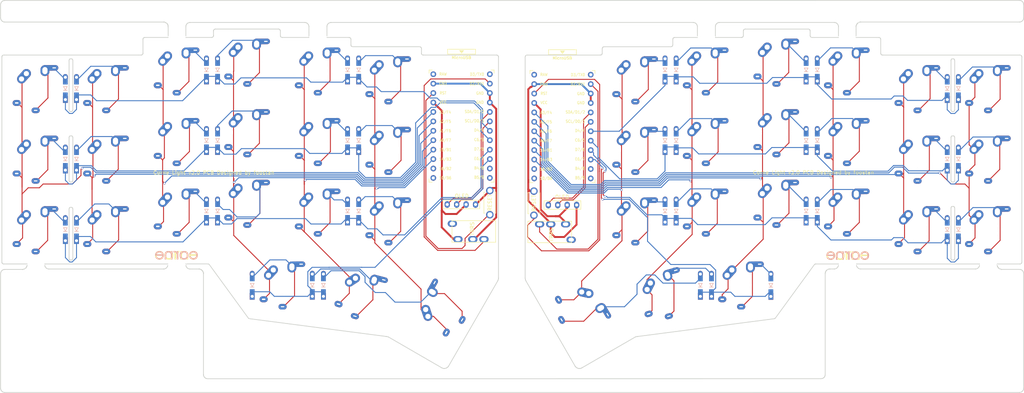
<source format=kicad_pcb>
(kicad_pcb (version 20171130) (host pcbnew "(5.1.5-0-10_14)")
  (title_block (title "Corne Light") (date 2020-11-12) (rev 2.0) (company foostan))
  (layers (0 F.Cu signal) (31 B.Cu signal) (34 B.Paste user) (35 F.Paste user) (36 B.SilkS user) (37 F.SilkS user) (38 B.Mask user) (39 F.Mask user) (44 Edge.Cuts user))
  (net 0 "")
  (net 1 row0)
  (net 2 "Net-(D1-Pad2)")
  (net 3 row1)
  (net 4 "Net-(D2-Pad2)")
  (net 5 row2)
  (net 6 "Net-(D3-Pad2)")
  (net 7 row3)
  (net 8 "Net-(D4-Pad2)")
  (net 9 "Net-(D5-Pad2)")
  (net 10 "Net-(D6-Pad2)")
  (net 11 "Net-(D7-Pad2)")
  (net 12 "Net-(D8-Pad2)")
  (net 13 "Net-(D9-Pad2)")
  (net 14 "Net-(D10-Pad2)")
  (net 15 "Net-(D11-Pad2)")
  (net 16 "Net-(D12-Pad2)")
  (net 17 "Net-(D13-Pad2)")
  (net 18 "Net-(D14-Pad2)")
  (net 19 "Net-(D15-Pad2)")
  (net 20 "Net-(D16-Pad2)")
  (net 21 "Net-(D17-Pad2)")
  (net 22 "Net-(D18-Pad2)")
  (net 23 "Net-(D19-Pad2)")
  (net 24 "Net-(D20-Pad2)")
  (net 25 "Net-(D21-Pad2)")
  (net 26 GND)
  (net 27 VCC)
  (net 28 col0)
  (net 29 col1)
  (net 30 col2)
  (net 31 col3)
  (net 32 col4)
  (net 33 col5)
  (net 34 data)
  (net 35 reset)
  (net 36 SCL)
  (net 37 SDA)
  (net 38 "Net-(U1-Pad14)")
  (net 39 "Net-(U1-Pad13)")
  (net 40 "Net-(U1-Pad12)")
  (net 41 "Net-(U1-Pad11)")
  (net 42 "Net-(J1-PadA)")
  (net 43 "Net-(U1-Pad24)")
  (net 44 "Net-(D22-Pad2)")
  (net 45 row0_r)
  (net 46 "Net-(D23-Pad2)")
  (net 47 "Net-(D24-Pad2)")
  (net 48 "Net-(D25-Pad2)")
  (net 49 "Net-(D26-Pad2)")
  (net 50 "Net-(D27-Pad2)")
  (net 51 row1_r)
  (net 52 "Net-(D28-Pad2)")
  (net 53 "Net-(D29-Pad2)")
  (net 54 "Net-(D30-Pad2)")
  (net 55 "Net-(D31-Pad2)")
  (net 56 "Net-(D32-Pad2)")
  (net 57 "Net-(D33-Pad2)")
  (net 58 row2_r)
  (net 59 "Net-(D34-Pad2)")
  (net 60 "Net-(D35-Pad2)")
  (net 61 "Net-(D36-Pad2)")
  (net 62 "Net-(D37-Pad2)")
  (net 63 "Net-(D38-Pad2)")
  (net 64 "Net-(D39-Pad2)")
  (net 65 "Net-(D40-Pad2)")
  (net 66 row3_r)
  (net 67 "Net-(D41-Pad2)")
  (net 68 "Net-(D42-Pad2)")
  (net 69 data_r)
  (net 70 "Net-(J6-PadA)")
  (net 71 SDA_r)
  (net 72 SCL_r)
  (net 73 reset_r)
  (net 74 col0_r)
  (net 75 col1_r)
  (net 76 col2_r)
  (net 77 col3_r)
  (net 78 col4_r)
  (net 79 col5_r)
  (net 80 "Net-(U2-Pad24)")
  (net 81 "Net-(U2-Pad14)")
  (net 82 "Net-(U2-Pad13)")
  (net 83 "Net-(U2-Pad12)")
  (net 84 "Net-(U2-Pad11)")
  (net 85 VDD)
  (net 86 GNDA)
  (net 87 "Net-(U1-Pad1)")
  (net 88 "Net-(U2-Pad1)")
  (module kbd:spacer_m2 (layer B.Cu) (at 250.2125 55.426932 180)
    (fp_text reference Ref** hide)
    (fp_text value Val** hide)
    (pad "" np_thru_hole circle (at 0 0 180) (size 4.3 4.3) (drill 4.3) (layers *.Cu *.Mask))
  )
  (module kbd:spacer_m2 (layer B.Cu) (at 250.2125 74.426932 180)
    (fp_text reference Ref** hide)
    (fp_text value Val** hide)
    (pad "" np_thru_hole circle (at 0 0 180) (size 4.3 4.3) (drill 4.3) (layers *.Cu *.Mask))
  )
  (module kbd:spacer_m2 (layer B.Cu) (at 50.7125 55.445 180)
    (fp_text reference Ref** hide)
    (fp_text value Val** hide)
    (pad "" np_thru_hole circle (at 0 0 180) (size 4.3 4.3) (drill 4.3) (layers *.Cu *.Mask))
  )
  (module kbd:spacer_m2 (layer B.Cu) (at 50.7125 74.445 180)
    (fp_text reference Ref** hide)
    (fp_text value Val** hide)
    (pad "" np_thru_hole circle (at 0 0 180) (size 4.3 4.3) (drill 4.3) (layers *.Cu *.Mask))
  )
  (module kbd:D3_TH_SMD_v2 (layer B.Cu) (at 30.1875 83.916875 90)
    (fp_text reference D13 hide)
    (fp_text value D hide)
    (pad 2 smd rect (at 1.775 0 270) (size 1.4 1.3) (layers B.Cu B.Paste B.Mask) (net 17 "Net-(D13-Pad2)"))
    (pad 1 smd rect (at -1.775 0 270) (size 1.4 1.3) (layers B.Cu B.Paste B.Mask) (net 5 row2))
    (pad 2 thru_hole oval (at 3 0 90) (size 1.778 1.3) (drill 0.8128) (layers *.Cu F.Mask) (net 17 "Net-(D13-Pad2)"))
    (pad 1 thru_hole rect (at -3 0 90) (size 1.778 1.3) (drill 0.8128) (layers *.Cu F.Mask) (net 5 row2))
  )
  (module kbd:D3_TH_SMD_v2 (layer B.Cu) (at 33.1875 83.92 90)
    (fp_text reference D14 hide)
    (fp_text value D hide)
    (pad 2 smd rect (at 1.775 0 270) (size 1.4 1.3) (layers B.Cu B.Paste B.Mask) (net 18 "Net-(D14-Pad2)"))
    (pad 1 smd rect (at -1.775 0 270) (size 1.4 1.3) (layers B.Cu B.Paste B.Mask) (net 5 row2))
    (pad 2 thru_hole oval (at 3 0 90) (size 1.778 1.3) (drill 0.8128) (layers *.Cu F.Mask) (net 18 "Net-(D14-Pad2)"))
    (pad 1 thru_hole rect (at -3 0 90) (size 1.778 1.3) (drill 0.8128) (layers *.Cu F.Mask) (net 5 row2))
  )
  (module kbd:D3_TH_SMD_v2 (layer B.Cu) (at 270.684847 83.920432 90)
    (fp_text reference D34 hide)
    (fp_text value D hide)
    (pad 2 smd rect (at 1.775 0 270) (size 1.4 1.3) (layers B.Cu B.Paste B.Mask) (net 59 "Net-(D34-Pad2)"))
    (pad 1 smd rect (at -1.775 0 270) (size 1.4 1.3) (layers B.Cu B.Paste B.Mask) (net 58 row2_r))
    (pad 2 thru_hole oval (at 3 0 90) (size 1.778 1.3) (drill 0.8128) (layers *.Cu F.Mask) (net 59 "Net-(D34-Pad2)"))
    (pad 1 thru_hole rect (at -3 0 90) (size 1.778 1.3) (drill 0.8128) (layers *.Cu F.Mask) (net 58 row2_r))
  )
  (module kbd:D3_TH_SMD_v2 (layer B.Cu) (at 109.1875 59.92 90)
    (fp_text reference D12 hide)
    (fp_text value D hide)
    (pad 2 smd rect (at 1.775 0 270) (size 1.4 1.3) (layers B.Cu B.Paste B.Mask) (net 16 "Net-(D12-Pad2)"))
    (pad 1 smd rect (at -1.775 0 270) (size 1.4 1.3) (layers B.Cu B.Paste B.Mask) (net 3 row1))
    (pad 2 thru_hole oval (at 3 0 90) (size 1.778 1.3) (drill 0.8128) (layers *.Cu F.Mask) (net 16 "Net-(D12-Pad2)"))
    (pad 1 thru_hole rect (at -3 0 90) (size 1.778 1.3) (drill 0.8128) (layers *.Cu F.Mask) (net 3 row1))
  )
  (module kbd:D3_TH_SMD_v2 (layer B.Cu) (at 191.684847 59.920432 90)
    (fp_text reference D33 hide)
    (fp_text value D hide)
    (pad 2 smd rect (at 1.775 0 270) (size 1.4 1.3) (layers B.Cu B.Paste B.Mask) (net 57 "Net-(D33-Pad2)"))
    (pad 1 smd rect (at -1.775 0 270) (size 1.4 1.3) (layers B.Cu B.Paste B.Mask) (net 51 row1_r))
    (pad 2 thru_hole oval (at 3 0 90) (size 1.778 1.3) (drill 0.8128) (layers *.Cu F.Mask) (net 57 "Net-(D33-Pad2)"))
    (pad 1 thru_hole rect (at -3 0 90) (size 1.778 1.3) (drill 0.8128) (layers *.Cu F.Mask) (net 51 row1_r))
  )
  (module kbd:D3_TH_SMD_v2 (layer B.Cu) (at 194.684847 59.920432 90)
    (fp_text reference D32 hide)
    (fp_text value D hide)
    (pad 2 smd rect (at 1.775 0 270) (size 1.4 1.3) (layers B.Cu B.Paste B.Mask) (net 56 "Net-(D32-Pad2)"))
    (pad 1 smd rect (at -1.775 0 270) (size 1.4 1.3) (layers B.Cu B.Paste B.Mask) (net 51 row1_r))
    (pad 2 thru_hole oval (at 3 0 90) (size 1.778 1.3) (drill 0.8128) (layers *.Cu F.Mask) (net 56 "Net-(D32-Pad2)"))
    (pad 1 thru_hole rect (at -3 0 90) (size 1.778 1.3) (drill 0.8128) (layers *.Cu F.Mask) (net 51 row1_r))
  )
  (module kbd:D3_TH_SMD_v2 (layer B.Cu) (at 229.684847 59.915432 90)
    (fp_text reference D31 hide)
    (fp_text value D hide)
    (pad 2 smd rect (at 1.775 0 270) (size 1.4 1.3) (layers B.Cu B.Paste B.Mask) (net 55 "Net-(D31-Pad2)"))
    (pad 1 smd rect (at -1.775 0 270) (size 1.4 1.3) (layers B.Cu B.Paste B.Mask) (net 51 row1_r))
    (pad 2 thru_hole oval (at 3 0 90) (size 1.778 1.3) (drill 0.8128) (layers *.Cu F.Mask) (net 55 "Net-(D31-Pad2)"))
    (pad 1 thru_hole rect (at -3 0 90) (size 1.778 1.3) (drill 0.8128) (layers *.Cu F.Mask) (net 51 row1_r))
  )
  (module kbd:D3_TH_SMD_v2 (layer B.Cu) (at 232.684847 59.920432 90)
    (fp_text reference D30 hide)
    (fp_text value D hide)
    (pad 2 smd rect (at 1.775 0 270) (size 1.4 1.3) (layers B.Cu B.Paste B.Mask) (net 54 "Net-(D30-Pad2)"))
    (pad 1 smd rect (at -1.775 0 270) (size 1.4 1.3) (layers B.Cu B.Paste B.Mask) (net 51 row1_r))
    (pad 2 thru_hole oval (at 3 0 90) (size 1.778 1.3) (drill 0.8128) (layers *.Cu F.Mask) (net 54 "Net-(D30-Pad2)"))
    (pad 1 thru_hole rect (at -3 0 90) (size 1.778 1.3) (drill 0.8128) (layers *.Cu F.Mask) (net 51 row1_r))
  )
  (module kbd:D3_TH_SMD_v2 (layer B.Cu) (at 267.684847 64.920432 90)
    (fp_text reference D29 hide)
    (fp_text value D hide)
    (pad 2 smd rect (at 1.775 0 270) (size 1.4 1.3) (layers B.Cu B.Paste B.Mask) (net 53 "Net-(D29-Pad2)"))
    (pad 1 smd rect (at -1.775 0 270) (size 1.4 1.3) (layers B.Cu B.Paste B.Mask) (net 51 row1_r))
    (pad 2 thru_hole oval (at 3 0 90) (size 1.778 1.3) (drill 0.8128) (layers *.Cu F.Mask) (net 53 "Net-(D29-Pad2)"))
    (pad 1 thru_hole rect (at -3 0 90) (size 1.778 1.3) (drill 0.8128) (layers *.Cu F.Mask) (net 51 row1_r))
  )
  (module kbd:D3_TH_SMD_v2 (layer B.Cu) (at 270.684847 64.920432 90)
    (fp_text reference D28 hide)
    (fp_text value D hide)
    (pad 2 smd rect (at 1.775 0 270) (size 1.4 1.3) (layers B.Cu B.Paste B.Mask) (net 52 "Net-(D28-Pad2)"))
    (pad 1 smd rect (at -1.775 0 270) (size 1.4 1.3) (layers B.Cu B.Paste B.Mask) (net 51 row1_r))
    (pad 2 thru_hole oval (at 3 0 90) (size 1.778 1.3) (drill 0.8128) (layers *.Cu F.Mask) (net 52 "Net-(D28-Pad2)"))
    (pad 1 thru_hole rect (at -3 0 90) (size 1.778 1.3) (drill 0.8128) (layers *.Cu F.Mask) (net 51 row1_r))
  )
  (module kbd:D3_TH_SMD_v2 (layer B.Cu) (at 191.684847 40.920432 90)
    (fp_text reference D27 hide)
    (fp_text value D hide)
    (pad 2 smd rect (at 1.775 0 270) (size 1.4 1.3) (layers B.Cu B.Paste B.Mask) (net 50 "Net-(D27-Pad2)"))
    (pad 1 smd rect (at -1.775 0 270) (size 1.4 1.3) (layers B.Cu B.Paste B.Mask) (net 45 row0_r))
    (pad 2 thru_hole oval (at 3 0 90) (size 1.778 1.3) (drill 0.8128) (layers *.Cu F.Mask) (net 50 "Net-(D27-Pad2)"))
    (pad 1 thru_hole rect (at -3 0 90) (size 1.778 1.3) (drill 0.8128) (layers *.Cu F.Mask) (net 45 row0_r))
  )
  (module kbd:D3_TH_SMD_v2 (layer B.Cu) (at 194.684847 40.920432 90)
    (fp_text reference D26 hide)
    (fp_text value D hide)
    (pad 2 smd rect (at 1.775 0 270) (size 1.4 1.3) (layers B.Cu B.Paste B.Mask) (net 49 "Net-(D26-Pad2)"))
    (pad 1 smd rect (at -1.775 0 270) (size 1.4 1.3) (layers B.Cu B.Paste B.Mask) (net 45 row0_r))
    (pad 2 thru_hole oval (at 3 0 90) (size 1.778 1.3) (drill 0.8128) (layers *.Cu F.Mask) (net 49 "Net-(D26-Pad2)"))
    (pad 1 thru_hole rect (at -3 0 90) (size 1.778 1.3) (drill 0.8128) (layers *.Cu F.Mask) (net 45 row0_r))
  )
  (module kbd:D3_TH_SMD_v2 (layer B.Cu) (at 229.684847 40.915432 90)
    (fp_text reference D25 hide)
    (fp_text value D hide)
    (pad 2 smd rect (at 1.775 0 270) (size 1.4 1.3) (layers B.Cu B.Paste B.Mask) (net 48 "Net-(D25-Pad2)"))
    (pad 1 smd rect (at -1.775 0 270) (size 1.4 1.3) (layers B.Cu B.Paste B.Mask) (net 45 row0_r))
    (pad 2 thru_hole oval (at 3 0 90) (size 1.778 1.3) (drill 0.8128) (layers *.Cu F.Mask) (net 48 "Net-(D25-Pad2)"))
    (pad 1 thru_hole rect (at -3 0 90) (size 1.778 1.3) (drill 0.8128) (layers *.Cu F.Mask) (net 45 row0_r))
  )
  (module kbd:D3_TH_SMD_v2 (layer B.Cu) (at 232.684847 40.920432 90)
    (fp_text reference D24 hide)
    (fp_text value D hide)
    (pad 2 smd rect (at 1.775 0 270) (size 1.4 1.3) (layers B.Cu B.Paste B.Mask) (net 47 "Net-(D24-Pad2)"))
    (pad 1 smd rect (at -1.775 0 270) (size 1.4 1.3) (layers B.Cu B.Paste B.Mask) (net 45 row0_r))
    (pad 2 thru_hole oval (at 3 0 90) (size 1.778 1.3) (drill 0.8128) (layers *.Cu F.Mask) (net 47 "Net-(D24-Pad2)"))
    (pad 1 thru_hole rect (at -3 0 90) (size 1.778 1.3) (drill 0.8128) (layers *.Cu F.Mask) (net 45 row0_r))
  )
  (module kbd:D3_TH_SMD_v2 (layer B.Cu) (at 267.684847 45.920432 90)
    (fp_text reference D23 hide)
    (fp_text value D hide)
    (pad 2 smd rect (at 1.775 0 270) (size 1.4 1.3) (layers B.Cu B.Paste B.Mask) (net 46 "Net-(D23-Pad2)"))
    (pad 1 smd rect (at -1.775 0 270) (size 1.4 1.3) (layers B.Cu B.Paste B.Mask) (net 45 row0_r))
    (pad 2 thru_hole oval (at 3 0 90) (size 1.778 1.3) (drill 0.8128) (layers *.Cu F.Mask) (net 46 "Net-(D23-Pad2)"))
    (pad 1 thru_hole rect (at -3 0 90) (size 1.778 1.3) (drill 0.8128) (layers *.Cu F.Mask) (net 45 row0_r))
  )
  (module kbd:D3_TH_SMD_v2 (layer B.Cu) (at 270.684847 45.920432 90)
    (fp_text reference D22 hide)
    (fp_text value D hide)
    (pad 2 smd rect (at 1.775 0 270) (size 1.4 1.3) (layers B.Cu B.Paste B.Mask) (net 44 "Net-(D22-Pad2)"))
    (pad 1 smd rect (at -1.775 0 270) (size 1.4 1.3) (layers B.Cu B.Paste B.Mask) (net 45 row0_r))
    (pad 2 thru_hole oval (at 3 0 90) (size 1.778 1.3) (drill 0.8128) (layers *.Cu F.Mask) (net 44 "Net-(D22-Pad2)"))
    (pad 1 thru_hole rect (at -3 0 90) (size 1.778 1.3) (drill 0.8128) (layers *.Cu F.Mask) (net 45 row0_r))
  )
  (module kbd:D3_TH_SMD_v2 (layer B.Cu) (at 201.194847 98.915432 90)
    (fp_text reference D42 hide)
    (fp_text value D hide)
    (pad 2 smd rect (at 1.775 0 270) (size 1.4 1.3) (layers B.Cu B.Paste B.Mask) (net 68 "Net-(D42-Pad2)"))
    (pad 1 smd rect (at -1.775 0 270) (size 1.4 1.3) (layers B.Cu B.Paste B.Mask) (net 66 row3_r))
    (pad 2 thru_hole oval (at 3 0 90) (size 1.778 1.3) (drill 0.8128) (layers *.Cu F.Mask) (net 68 "Net-(D42-Pad2)"))
    (pad 1 thru_hole rect (at -3 0 90) (size 1.778 1.3) (drill 0.8128) (layers *.Cu F.Mask) (net 66 row3_r))
  )
  (module kbd:D3_TH_SMD_v2 (layer B.Cu) (at 204.194847 98.915432 90)
    (fp_text reference D41 hide)
    (fp_text value D hide)
    (pad 2 smd rect (at 1.775 0 270) (size 1.4 1.3) (layers B.Cu B.Paste B.Mask) (net 67 "Net-(D41-Pad2)"))
    (pad 1 smd rect (at -1.775 0 270) (size 1.4 1.3) (layers B.Cu B.Paste B.Mask) (net 66 row3_r))
    (pad 2 thru_hole oval (at 3 0 90) (size 1.778 1.3) (drill 0.8128) (layers *.Cu F.Mask) (net 67 "Net-(D41-Pad2)"))
    (pad 1 thru_hole rect (at -3 0 90) (size 1.778 1.3) (drill 0.8128) (layers *.Cu F.Mask) (net 66 row3_r))
  )
  (module kbd:D3_TH_SMD_v2 (layer B.Cu) (at 220.184847 98.930432 90)
    (fp_text reference D40 hide)
    (fp_text value D hide)
    (pad 2 smd rect (at 1.775 0 270) (size 1.4 1.3) (layers B.Cu B.Paste B.Mask) (net 65 "Net-(D40-Pad2)"))
    (pad 1 smd rect (at -1.775 0 270) (size 1.4 1.3) (layers B.Cu B.Paste B.Mask) (net 66 row3_r))
    (pad 2 thru_hole oval (at 3 0 90) (size 1.778 1.3) (drill 0.8128) (layers *.Cu F.Mask) (net 65 "Net-(D40-Pad2)"))
    (pad 1 thru_hole rect (at -3 0 90) (size 1.778 1.3) (drill 0.8128) (layers *.Cu F.Mask) (net 66 row3_r))
  )
  (module kbd:D3_TH_SMD_v2 (layer B.Cu) (at 191.684847 78.920432 90)
    (fp_text reference D39 hide)
    (fp_text value D hide)
    (pad 2 smd rect (at 1.775 0 270) (size 1.4 1.3) (layers B.Cu B.Paste B.Mask) (net 64 "Net-(D39-Pad2)"))
    (pad 1 smd rect (at -1.775 0 270) (size 1.4 1.3) (layers B.Cu B.Paste B.Mask) (net 58 row2_r))
    (pad 2 thru_hole oval (at 3 0 90) (size 1.778 1.3) (drill 0.8128) (layers *.Cu F.Mask) (net 64 "Net-(D39-Pad2)"))
    (pad 1 thru_hole rect (at -3 0 90) (size 1.778 1.3) (drill 0.8128) (layers *.Cu F.Mask) (net 58 row2_r))
  )
  (module kbd:D3_TH_SMD_v2 (layer B.Cu) (at 194.684847 78.920432 90)
    (fp_text reference D38 hide)
    (fp_text value D hide)
    (pad 2 smd rect (at 1.775 0 270) (size 1.4 1.3) (layers B.Cu B.Paste B.Mask) (net 63 "Net-(D38-Pad2)"))
    (pad 1 smd rect (at -1.775 0 270) (size 1.4 1.3) (layers B.Cu B.Paste B.Mask) (net 58 row2_r))
    (pad 2 thru_hole oval (at 3 0 90) (size 1.778 1.3) (drill 0.8128) (layers *.Cu F.Mask) (net 63 "Net-(D38-Pad2)"))
    (pad 1 thru_hole rect (at -3 0 90) (size 1.778 1.3) (drill 0.8128) (layers *.Cu F.Mask) (net 58 row2_r))
  )
  (module kbd:D3_TH_SMD_v2 (layer B.Cu) (at 229.684847 78.915432 90)
    (fp_text reference D37 hide)
    (fp_text value D hide)
    (pad 2 smd rect (at 1.775 0 270) (size 1.4 1.3) (layers B.Cu B.Paste B.Mask) (net 62 "Net-(D37-Pad2)"))
    (pad 1 smd rect (at -1.775 0 270) (size 1.4 1.3) (layers B.Cu B.Paste B.Mask) (net 58 row2_r))
    (pad 2 thru_hole oval (at 3 0 90) (size 1.778 1.3) (drill 0.8128) (layers *.Cu F.Mask) (net 62 "Net-(D37-Pad2)"))
    (pad 1 thru_hole rect (at -3 0 90) (size 1.778 1.3) (drill 0.8128) (layers *.Cu F.Mask) (net 58 row2_r))
  )
  (module kbd:D3_TH_SMD_v2 (layer B.Cu) (at 232.684847 78.920432 90)
    (fp_text reference D36 hide)
    (fp_text value D hide)
    (pad 2 smd rect (at 1.775 0 270) (size 1.4 1.3) (layers B.Cu B.Paste B.Mask) (net 61 "Net-(D36-Pad2)"))
    (pad 1 smd rect (at -1.775 0 270) (size 1.4 1.3) (layers B.Cu B.Paste B.Mask) (net 58 row2_r))
    (pad 2 thru_hole oval (at 3 0 90) (size 1.778 1.3) (drill 0.8128) (layers *.Cu F.Mask) (net 61 "Net-(D36-Pad2)"))
    (pad 1 thru_hole rect (at -3 0 90) (size 1.778 1.3) (drill 0.8128) (layers *.Cu F.Mask) (net 58 row2_r))
  )
  (module kbd:D3_TH_SMD_v2 (layer B.Cu) (at 267.684847 83.920432 90)
    (fp_text reference D35 hide)
    (fp_text value D hide)
    (pad 2 smd rect (at 1.775 0 270) (size 1.4 1.3) (layers B.Cu B.Paste B.Mask) (net 60 "Net-(D35-Pad2)"))
    (pad 1 smd rect (at -1.775 0 270) (size 1.4 1.3) (layers B.Cu B.Paste B.Mask) (net 58 row2_r))
    (pad 2 thru_hole oval (at 3 0 90) (size 1.778 1.3) (drill 0.8128) (layers *.Cu F.Mask) (net 60 "Net-(D35-Pad2)"))
    (pad 1 thru_hole rect (at -3 0 90) (size 1.778 1.3) (drill 0.8128) (layers *.Cu F.Mask) (net 58 row2_r))
  )
  (module kbd:D3_TH_SMD_v2 (layer B.Cu) (at 30.1875 45.916875 90)
    (fp_text reference D1 hide)
    (fp_text value D hide)
    (pad 2 smd rect (at 1.775 0 270) (size 1.4 1.3) (layers B.Cu B.Paste B.Mask) (net 2 "Net-(D1-Pad2)"))
    (pad 1 smd rect (at -1.775 0 270) (size 1.4 1.3) (layers B.Cu B.Paste B.Mask) (net 1 row0))
    (pad 2 thru_hole oval (at 3 0 90) (size 1.778 1.3) (drill 0.8128) (layers *.Cu F.Mask) (net 2 "Net-(D1-Pad2)"))
    (pad 1 thru_hole rect (at -3 0 90) (size 1.778 1.3) (drill 0.8128) (layers *.Cu F.Mask) (net 1 row0))
  )
  (module kbd:D3_TH_SMD_v2 (layer B.Cu) (at 33.1875 45.92 90)
    (fp_text reference D2 hide)
    (fp_text value D hide)
    (pad 2 smd rect (at 1.775 0 270) (size 1.4 1.3) (layers B.Cu B.Paste B.Mask) (net 4 "Net-(D2-Pad2)"))
    (pad 1 smd rect (at -1.775 0 270) (size 1.4 1.3) (layers B.Cu B.Paste B.Mask) (net 1 row0))
    (pad 2 thru_hole oval (at 3 0 90) (size 1.778 1.3) (drill 0.8128) (layers *.Cu F.Mask) (net 4 "Net-(D2-Pad2)"))
    (pad 1 thru_hole rect (at -3 0 90) (size 1.778 1.3) (drill 0.8128) (layers *.Cu F.Mask) (net 1 row0))
  )
  (module kbd:D3_TH_SMD_v2 (layer B.Cu) (at 68.1875 40.92 90)
    (fp_text reference D3 hide)
    (fp_text value D hide)
    (pad 2 smd rect (at 1.775 0 270) (size 1.4 1.3) (layers B.Cu B.Paste B.Mask) (net 6 "Net-(D3-Pad2)"))
    (pad 1 smd rect (at -1.775 0 270) (size 1.4 1.3) (layers B.Cu B.Paste B.Mask) (net 1 row0))
    (pad 2 thru_hole oval (at 3 0 90) (size 1.778 1.3) (drill 0.8128) (layers *.Cu F.Mask) (net 6 "Net-(D3-Pad2)"))
    (pad 1 thru_hole rect (at -3 0 90) (size 1.778 1.3) (drill 0.8128) (layers *.Cu F.Mask) (net 1 row0))
  )
  (module kbd:D3_TH_SMD_v2 (layer B.Cu) (at 71.1875 40.915 90)
    (fp_text reference D4 hide)
    (fp_text value D hide)
    (pad 2 smd rect (at 1.775 0 270) (size 1.4 1.3) (layers B.Cu B.Paste B.Mask) (net 8 "Net-(D4-Pad2)"))
    (pad 1 smd rect (at -1.775 0 270) (size 1.4 1.3) (layers B.Cu B.Paste B.Mask) (net 1 row0))
    (pad 2 thru_hole oval (at 3 0 90) (size 1.778 1.3) (drill 0.8128) (layers *.Cu F.Mask) (net 8 "Net-(D4-Pad2)"))
    (pad 1 thru_hole rect (at -3 0 90) (size 1.778 1.3) (drill 0.8128) (layers *.Cu F.Mask) (net 1 row0))
  )
  (module kbd:D3_TH_SMD_v2 (layer B.Cu) (at 106.1875 40.92 90)
    (fp_text reference D5 hide)
    (fp_text value D hide)
    (pad 2 smd rect (at 1.775 0 270) (size 1.4 1.3) (layers B.Cu B.Paste B.Mask) (net 9 "Net-(D5-Pad2)"))
    (pad 1 smd rect (at -1.775 0 270) (size 1.4 1.3) (layers B.Cu B.Paste B.Mask) (net 1 row0))
    (pad 2 thru_hole oval (at 3 0 90) (size 1.778 1.3) (drill 0.8128) (layers *.Cu F.Mask) (net 9 "Net-(D5-Pad2)"))
    (pad 1 thru_hole rect (at -3 0 90) (size 1.778 1.3) (drill 0.8128) (layers *.Cu F.Mask) (net 1 row0))
  )
  (module kbd:D3_TH_SMD_v2 (layer B.Cu) (at 109.1875 40.92 90)
    (fp_text reference D6 hide)
    (fp_text value D hide)
    (pad 2 smd rect (at 1.775 0 270) (size 1.4 1.3) (layers B.Cu B.Paste B.Mask) (net 10 "Net-(D6-Pad2)"))
    (pad 1 smd rect (at -1.775 0 270) (size 1.4 1.3) (layers B.Cu B.Paste B.Mask) (net 1 row0))
    (pad 2 thru_hole oval (at 3 0 90) (size 1.778 1.3) (drill 0.8128) (layers *.Cu F.Mask) (net 10 "Net-(D6-Pad2)"))
    (pad 1 thru_hole rect (at -3 0 90) (size 1.778 1.3) (drill 0.8128) (layers *.Cu F.Mask) (net 1 row0))
  )
  (module kbd:D3_TH_SMD_v2 (layer B.Cu) (at 30.1875 64.916875 90)
    (fp_text reference D7 hide)
    (fp_text value D hide)
    (pad 2 smd rect (at 1.775 0 270) (size 1.4 1.3) (layers B.Cu B.Paste B.Mask) (net 11 "Net-(D7-Pad2)"))
    (pad 1 smd rect (at -1.775 0 270) (size 1.4 1.3) (layers B.Cu B.Paste B.Mask) (net 3 row1))
    (pad 2 thru_hole oval (at 3 0 90) (size 1.778 1.3) (drill 0.8128) (layers *.Cu F.Mask) (net 11 "Net-(D7-Pad2)"))
    (pad 1 thru_hole rect (at -3 0 90) (size 1.778 1.3) (drill 0.8128) (layers *.Cu F.Mask) (net 3 row1))
  )
  (module kbd:D3_TH_SMD_v2 (layer B.Cu) (at 33.1875 64.92 90)
    (fp_text reference D8 hide)
    (fp_text value D hide)
    (pad 2 smd rect (at 1.775 0 270) (size 1.4 1.3) (layers B.Cu B.Paste B.Mask) (net 12 "Net-(D8-Pad2)"))
    (pad 1 smd rect (at -1.775 0 270) (size 1.4 1.3) (layers B.Cu B.Paste B.Mask) (net 3 row1))
    (pad 2 thru_hole oval (at 3 0 90) (size 1.778 1.3) (drill 0.8128) (layers *.Cu F.Mask) (net 12 "Net-(D8-Pad2)"))
    (pad 1 thru_hole rect (at -3 0 90) (size 1.778 1.3) (drill 0.8128) (layers *.Cu F.Mask) (net 3 row1))
  )
  (module kbd:D3_TH_SMD_v2 (layer B.Cu) (at 68.1875 59.92 90)
    (fp_text reference D9 hide)
    (fp_text value D hide)
    (pad 2 smd rect (at 1.775 0 270) (size 1.4 1.3) (layers B.Cu B.Paste B.Mask) (net 13 "Net-(D9-Pad2)"))
    (pad 1 smd rect (at -1.775 0 270) (size 1.4 1.3) (layers B.Cu B.Paste B.Mask) (net 3 row1))
    (pad 2 thru_hole oval (at 3 0 90) (size 1.778 1.3) (drill 0.8128) (layers *.Cu F.Mask) (net 13 "Net-(D9-Pad2)"))
    (pad 1 thru_hole rect (at -3 0 90) (size 1.778 1.3) (drill 0.8128) (layers *.Cu F.Mask) (net 3 row1))
  )
  (module kbd:D3_TH_SMD_v2 (layer B.Cu) (at 71.1875 59.915 90)
    (fp_text reference D10 hide)
    (fp_text value D hide)
    (pad 2 smd rect (at 1.775 0 270) (size 1.4 1.3) (layers B.Cu B.Paste B.Mask) (net 14 "Net-(D10-Pad2)"))
    (pad 1 smd rect (at -1.775 0 270) (size 1.4 1.3) (layers B.Cu B.Paste B.Mask) (net 3 row1))
    (pad 2 thru_hole oval (at 3 0 90) (size 1.778 1.3) (drill 0.8128) (layers *.Cu F.Mask) (net 14 "Net-(D10-Pad2)"))
    (pad 1 thru_hole rect (at -3 0 90) (size 1.778 1.3) (drill 0.8128) (layers *.Cu F.Mask) (net 3 row1))
  )
  (module kbd:D3_TH_SMD_v2 (layer B.Cu) (at 106.1875 59.92 90)
    (fp_text reference D11 hide)
    (fp_text value D hide)
    (pad 2 smd rect (at 1.775 0 270) (size 1.4 1.3) (layers B.Cu B.Paste B.Mask) (net 15 "Net-(D11-Pad2)"))
    (pad 1 smd rect (at -1.775 0 270) (size 1.4 1.3) (layers B.Cu B.Paste B.Mask) (net 3 row1))
    (pad 2 thru_hole oval (at 3 0 90) (size 1.778 1.3) (drill 0.8128) (layers *.Cu F.Mask) (net 15 "Net-(D11-Pad2)"))
    (pad 1 thru_hole rect (at -3 0 90) (size 1.778 1.3) (drill 0.8128) (layers *.Cu F.Mask) (net 3 row1))
  )
  (module kbd:D3_TH_SMD_v2 (layer B.Cu) (at 68.1875 78.92 90)
    (fp_text reference D15 hide)
    (fp_text value D hide)
    (pad 2 smd rect (at 1.775 0 270) (size 1.4 1.3) (layers B.Cu B.Paste B.Mask) (net 19 "Net-(D15-Pad2)"))
    (pad 1 smd rect (at -1.775 0 270) (size 1.4 1.3) (layers B.Cu B.Paste B.Mask) (net 5 row2))
    (pad 2 thru_hole oval (at 3 0 90) (size 1.778 1.3) (drill 0.8128) (layers *.Cu F.Mask) (net 19 "Net-(D15-Pad2)"))
    (pad 1 thru_hole rect (at -3 0 90) (size 1.778 1.3) (drill 0.8128) (layers *.Cu F.Mask) (net 5 row2))
  )
  (module kbd:D3_TH_SMD_v2 (layer B.Cu) (at 71.1875 78.915 90)
    (fp_text reference D16 hide)
    (fp_text value D hide)
    (pad 2 smd rect (at 1.775 0 270) (size 1.4 1.3) (layers B.Cu B.Paste B.Mask) (net 20 "Net-(D16-Pad2)"))
    (pad 1 smd rect (at -1.775 0 270) (size 1.4 1.3) (layers B.Cu B.Paste B.Mask) (net 5 row2))
    (pad 2 thru_hole oval (at 3 0 90) (size 1.778 1.3) (drill 0.8128) (layers *.Cu F.Mask) (net 20 "Net-(D16-Pad2)"))
    (pad 1 thru_hole rect (at -3 0 90) (size 1.778 1.3) (drill 0.8128) (layers *.Cu F.Mask) (net 5 row2))
  )
  (module kbd:D3_TH_SMD_v2 (layer B.Cu) (at 106.1875 78.92 90)
    (fp_text reference D17 hide)
    (fp_text value D hide)
    (pad 2 smd rect (at 1.775 0 270) (size 1.4 1.3) (layers B.Cu B.Paste B.Mask) (net 21 "Net-(D17-Pad2)"))
    (pad 1 smd rect (at -1.775 0 270) (size 1.4 1.3) (layers B.Cu B.Paste B.Mask) (net 5 row2))
    (pad 2 thru_hole oval (at 3 0 90) (size 1.778 1.3) (drill 0.8128) (layers *.Cu F.Mask) (net 21 "Net-(D17-Pad2)"))
    (pad 1 thru_hole rect (at -3 0 90) (size 1.778 1.3) (drill 0.8128) (layers *.Cu F.Mask) (net 5 row2))
  )
  (module kbd:D3_TH_SMD_v2 (layer B.Cu) (at 109.1875 78.92 90)
    (fp_text reference D18 hide)
    (fp_text value D hide)
    (pad 2 smd rect (at 1.775 0 270) (size 1.4 1.3) (layers B.Cu B.Paste B.Mask) (net 22 "Net-(D18-Pad2)"))
    (pad 1 smd rect (at -1.775 0 270) (size 1.4 1.3) (layers B.Cu B.Paste B.Mask) (net 5 row2))
    (pad 2 thru_hole oval (at 3 0 90) (size 1.778 1.3) (drill 0.8128) (layers *.Cu F.Mask) (net 22 "Net-(D18-Pad2)"))
    (pad 1 thru_hole rect (at -3 0 90) (size 1.778 1.3) (drill 0.8128) (layers *.Cu F.Mask) (net 5 row2))
  )
  (module kbd:D3_TH_SMD_v2 (layer B.Cu) (at 80.5075 98.91 90)
    (fp_text reference D19 hide)
    (fp_text value D hide)
    (pad 2 smd rect (at 1.775 0 270) (size 1.4 1.3) (layers B.Cu B.Paste B.Mask) (net 23 "Net-(D19-Pad2)"))
    (pad 1 smd rect (at -1.775 0 270) (size 1.4 1.3) (layers B.Cu B.Paste B.Mask) (net 7 row3))
    (pad 2 thru_hole oval (at 3 0 90) (size 1.778 1.3) (drill 0.8128) (layers *.Cu F.Mask) (net 23 "Net-(D19-Pad2)"))
    (pad 1 thru_hole rect (at -3 0 90) (size 1.778 1.3) (drill 0.8128) (layers *.Cu F.Mask) (net 7 row3))
  )
  (module kbd:D3_TH_SMD_v2 (layer B.Cu) (at 96.6875 98.905 90)
    (fp_text reference D20 hide)
    (fp_text value D hide)
    (pad 2 smd rect (at 1.775 0 270) (size 1.4 1.3) (layers B.Cu B.Paste B.Mask) (net 24 "Net-(D20-Pad2)"))
    (pad 1 smd rect (at -1.775 0 270) (size 1.4 1.3) (layers B.Cu B.Paste B.Mask) (net 7 row3))
    (pad 2 thru_hole oval (at 3 0 90) (size 1.778 1.3) (drill 0.8128) (layers *.Cu F.Mask) (net 24 "Net-(D20-Pad2)"))
    (pad 1 thru_hole rect (at -3 0 90) (size 1.778 1.3) (drill 0.8128) (layers *.Cu F.Mask) (net 7 row3))
  )
  (module kbd:D3_TH_SMD_v2 (layer B.Cu) (at 99.6875 98.905 90)
    (fp_text reference D21 hide)
    (fp_text value D hide)
    (pad 2 smd rect (at 1.775 0 270) (size 1.4 1.3) (layers B.Cu B.Paste B.Mask) (net 25 "Net-(D21-Pad2)"))
    (pad 1 smd rect (at -1.775 0 270) (size 1.4 1.3) (layers B.Cu B.Paste B.Mask) (net 7 row3))
    (pad 2 thru_hole oval (at 3 0 90) (size 1.778 1.3) (drill 0.8128) (layers *.Cu F.Mask) (net 25 "Net-(D21-Pad2)"))
    (pad 1 thru_hole rect (at -3 0 90) (size 1.778 1.3) (drill 0.8128) (layers *.Cu F.Mask) (net 7 row3))
  )
  (module kbd:OLED_1side (layer F.Cu) (at 160.2575 77.31)
    (fp_text reference J7)
    (fp_text value OLED hide)
    (fp_text user OLED (at 3.69 -2.15) (layer F.SilkS))
    (pad 4 thru_hole oval (at 7.62 0) (size 1.397 1.778) (drill 0.8128) (layers *.Cu B.Mask) (net 86 GNDA))
    (pad 3 thru_hole oval (at 5.08 0) (size 1.397 1.778) (drill 0.8128) (layers *.Cu B.Mask) (net 85 VDD))
    (pad 2 thru_hole oval (at 2.54 0) (size 1.397 1.778) (drill 0.8128) (layers *.Cu B.Mask) (net 72 SCL_r))
    (pad 1 thru_hole oval (at 0 0) (size 1.397 1.778) (drill 0.8128) (layers *.Cu B.Mask) (net 71 SDA_r))
  )
  (module kbd:OLED_1side (layer F.Cu) (at 133.0285 77.168)
    (fp_text reference J2)
    (fp_text value OLED hide)
    (fp_text user OLED (at 3.906 -2.284) (layer F.SilkS))
    (pad 4 thru_hole oval (at 7.62 0) (size 1.397 1.778) (drill 0.8128) (layers *.Cu B.Mask) (net 26 GND))
    (pad 3 thru_hole oval (at 5.08 0) (size 1.397 1.778) (drill 0.8128) (layers *.Cu B.Mask) (net 27 VCC))
    (pad 2 thru_hole oval (at 2.54 0) (size 1.397 1.778) (drill 0.8128) (layers *.Cu B.Mask) (net 36 SCL))
    (pad 1 thru_hole oval (at 0 0) (size 1.397 1.778) (drill 0.8128) (layers *.Cu B.Mask) (net 37 SDA))
  )
  (module kbd:MJ-4PP-9_1side (layer F.Cu) (at 154.607847 84.565432 90)
    (fp_text reference J6)
    (fp_text value MJ-4PP-9 hide)
    (fp_text user TRRS (at -0.75 6.45 90) (layer F.SilkS))
    (pad A thru_hole oval (at -2.1 11.8 90) (size 1.7 2.5) (drill oval 1 1.5) (layers *.Cu B.Mask) (net 70 "Net-(J6-PadA)") (clearance 0.15))
    (pad D thru_hole oval (at 2.1 10.3 90) (size 1.7 2.5) (drill oval 1 1.5) (layers *.Cu B.Mask) (net 85 VDD) (clearance 0.15))
    (pad C thru_hole oval (at 2.1 6.3 90) (size 1.7 2.5) (drill oval 1 1.5) (layers *.Cu B.Mask) (net 86 GNDA))
    (pad B thru_hole oval (at 2.1 3.3 90) (size 1.7 2.5) (drill oval 1 1.5) (layers *.Cu B.Mask) (net 69 data_r))
    (pad "" np_thru_hole circle (at 0 8.5 90) (size 1.2 1.2) (drill 1.2) (layers *.Cu *.Mask))
    (pad "" np_thru_hole circle (at 0 1.5 90) (size 1.2 1.2) (drill 1.2) (layers *.Cu *.Mask))
  )
  (module kbd:MJ-4PP-9_1side (layer F.Cu) (at 146.2145 84.432 270)
    (fp_text reference J1)
    (fp_text value MJ-4PP-9 hide)
    (fp_text user TRRS (at -0.75 6.45 270) (layer F.SilkS))
    (pad A thru_hole oval (at -2.1 11.8 270) (size 1.7 2.5) (drill oval 1 1.5) (layers *.Cu B.Mask) (net 42 "Net-(J1-PadA)") (clearance 0.15))
    (pad D thru_hole oval (at 2.1 10.3 270) (size 1.7 2.5) (drill oval 1 1.5) (layers *.Cu B.Mask) (net 27 VCC) (clearance 0.15))
    (pad C thru_hole oval (at 2.1 6.3 270) (size 1.7 2.5) (drill oval 1 1.5) (layers *.Cu B.Mask) (net 26 GND))
    (pad B thru_hole oval (at 2.1 3.3 270) (size 1.7 2.5) (drill oval 1 1.5) (layers *.Cu B.Mask) (net 34 data))
    (pad "" np_thru_hole circle (at 0 8.5 270) (size 1.2 1.2) (drill 1.2) (layers *.Cu *.Mask))
    (pad "" np_thru_hole circle (at 0 1.5 270) (size 1.2 1.2) (drill 1.2) (layers *.Cu *.Mask))
  )
  (module kbd:ResetSW_1side (layer F.Cu) (at 156.374847 76.817432 270)
    (fp_text reference RSW2 hide)
    (fp_text value SW_PUSH)
    (fp_text user RESET (at 0 0 90) (layer F.SilkS))
    (pad 2 thru_hole circle (at -3.25 0 270) (size 2 2) (drill 1.3) (layers *.Cu B.Mask) (net 86 GNDA))
    (pad 1 thru_hole circle (at 3.25 0 270) (size 2 2) (drill 1.3) (layers *.Cu B.Mask) (net 73 reset_r))
  )
  (module kbd:ResetSW_1side (layer F.Cu) (at 144.5045 76.671 270)
    (fp_text reference RSW1 hide)
    (fp_text value SW_PUSH)
    (fp_text user RESET (at 0 0 270) (layer F.SilkS))
    (pad 2 thru_hole circle (at -3.25 0 270) (size 2 2) (drill 1.3) (layers *.Cu B.Mask) (net 26 GND))
    (pad 1 thru_hole circle (at 3.25 0 270) (size 2 2) (drill 1.3) (layers *.Cu B.Mask) (net 35 reset))
  )
  (module kbd:thread_m2 (layer F.Cu) (at 170.889847 84.542432)
    (fp_text reference Ref** hide)
    (fp_text value Val** hide)
    (pad "" np_thru_hole circle (at 0 0) (size 2.3 2.3) (drill 2.3) (layers *.Cu *.Mask))
  )
  (module kbd:thread_m2 (layer F.Cu) (at 156.330847 93.085432)
    (fp_text reference Ref** hide)
    (fp_text value Val** hide)
    (pad "" np_thru_hole circle (at 0 0) (size 2.3 2.3) (drill 2.3) (layers *.Cu *.Mask))
  )
  (module kbd:thread_m2 (layer B.Cu) (at 144.3765 92.94 180)
    (fp_text reference Ref** hide)
    (fp_text value Val** hide)
    (pad "" np_thru_hole circle (at 0 0 180) (size 2.3 2.3) (drill 2.3) (layers *.Cu *.Mask))
  )
  (module kbd:thread_m2 (layer B.Cu) (at 129.9445 84.419 180)
    (fp_text reference Ref** hide)
    (fp_text value Val** hide)
    (pad "" np_thru_hole circle (at 0 0 180) (size 2.3 2.3) (drill 2.3) (layers *.Cu *.Mask))
  )
  (module kbd:spacer_m2 (layer B.Cu) (at 269.195847 74.426932 180)
    (fp_text reference Ref** hide)
    (fp_text value Val** hide)
    (pad "" np_thru_hole circle (at 0 0 180) (size 4.3 4.3) (drill 4.3) (layers *.Cu *.Mask))
  )
  (module kbd:spacer_m2 (layer B.Cu) (at 269.195847 55.426932 180)
    (fp_text reference Ref** hide)
    (fp_text value Val** hide)
    (pad "" np_thru_hole circle (at 0 0 180) (size 4.3 4.3) (drill 4.3) (layers *.Cu *.Mask))
  )
  (module kbd:spacer_m2 (layer B.Cu) (at 226.055847 91.696932 180)
    (fp_text reference Ref** hide)
    (fp_text value Val** hide)
    (pad "" np_thru_hole circle (at 0 0 180) (size 4.3 4.3) (drill 4.3) (layers *.Cu *.Mask))
  )
  (module kbd:spacer_m2 (layer B.Cu) (at 179.485847 99.446932 180)
    (fp_text reference Ref** hide)
    (fp_text value Val** hide)
    (pad "" np_thru_hole circle (at 0 0 180) (size 4.3 4.3) (drill 4.3) (layers *.Cu *.Mask))
  )
  (module kbd:spacer_m2 (layer B.Cu) (at 193.235847 51.936932 180)
    (fp_text reference Ref** hide)
    (fp_text value Val** hide)
    (pad "" np_thru_hole circle (at 0 0 180) (size 4.3 4.3) (drill 4.3) (layers *.Cu *.Mask))
  )
  (module kbd:spacer_m2 (layer B.Cu) (at 121.4055 99.3 180)
    (fp_text reference Ref** hide)
    (fp_text value Val** hide)
    (pad "" np_thru_hole circle (at 0 0 180) (size 4.3 4.3) (drill 4.3) (layers *.Cu *.Mask))
  )
  (module kbd:spacer_m2 (layer B.Cu) (at 74.8395 91.6855 180)
    (fp_text reference Ref** hide)
    (fp_text value Val** hide)
    (pad "" np_thru_hole circle (at 0 0 180) (size 4.3 4.3) (drill 4.3) (layers *.Cu *.Mask))
  )
  (module kbd:spacer_m2 (layer B.Cu) (at 31.6955 55.4205 180)
    (fp_text reference Ref** hide)
    (fp_text value Val** hide)
    (pad "" np_thru_hole circle (at 0 0 180) (size 4.3 4.3) (drill 4.3) (layers *.Cu *.Mask))
  )
  (module kbd:spacer_m2 (layer B.Cu) (at 107.6505 51.9305 180)
    (fp_text reference Ref** hide)
    (fp_text value Val** hide)
    (pad "" np_thru_hole circle (at 0 0 180) (size 4.3 4.3) (drill 4.3) (layers *.Cu *.Mask))
  )
  (module kbd:spacer_m2 (layer B.Cu) (at 31.6955 74.4205 180)
    (fp_text reference Ref** hide)
    (fp_text value Val** hide)
    (pad "" np_thru_hole circle (at 0 0 180) (size 4.3 4.3) (drill 4.3) (layers *.Cu *.Mask))
  )
  (module kbd:keyswitch_cherrymx_alps_choc12_1.5u (layer F.Cu) (at 168.934847 105.295432 300)
    (fp_text reference SW42 hide)
    (fp_text value SW_PUSH hide)
    (pad 1 thru_hole oval (at -3.8 -2.55 258) (size 2.4 4.4) (drill 1.4 (offset 0 -1)) (layers *.Cu B.Mask) (net 79 col5_r))
    (pad 2 thru_hole oval (at 2.5 -4.8 300) (size 2.4 2.95) (drill oval 1.4 1.95) (layers *.Cu B.Mask) (net 68 "Net-(D42-Pad2)"))
    (pad 1 thru_hole circle (at -2.5 -4 300) (size 2.4 2.4) (drill 1.4) (layers *.Cu B.Mask) (net 79 col5_r))
    (pad 2 thru_hole oval (at 5 -5.55 300.5) (size 4.4 1.5) (drill oval 1 0.3 (offset -1.1 0)) (layers *.Cu B.Mask) (net 68 "Net-(D42-Pad2)"))
    (pad 1 thru_hole oval (at -5.1 3.9 300) (size 2.2 1.6) (drill oval 1 0.4) (layers *.Cu B.Mask) (net 79 col5_r))
    (pad "" np_thru_hole circle (at 0 0 30) (size 4.9 4.9) (drill 4.9) (layers *.Cu))
    (pad "" np_thru_hole circle (at -5.5 0 30) (size 1.8 1.8) (drill 1.8) (layers *.Cu))
    (pad "" np_thru_hole circle (at 5.5 0 30) (size 1.8 1.8) (drill 1.8) (layers *.Cu))
    (pad 2 thru_hole oval (at 0 5.9 300) (size 2.2 1.5) (drill oval 1 0.3) (layers *.Cu B.Mask) (net 68 "Net-(D42-Pad2)"))
    (pad "" np_thru_hole circle (at 5.08 0 300) (size 1.7 1.7) (drill 1.7) (layers *.Cu))
    (pad "" np_thru_hole circle (at -5.08 0 300) (size 1.7 1.7) (drill 1.7) (layers *.Cu))
  )
  (module kbd:keyswitch_cherrymx_alps_choc12_1.5u (layer F.Cu) (at 131.9375 105.295 60)
    (fp_text reference SW21 hide)
    (fp_text value SW_PUSH hide)
    (pad 1 thru_hole oval (at -3.8 -2.55 18) (size 2.4 4.4) (drill 1.4 (offset 0 -1)) (layers *.Cu B.Mask) (net 33 col5))
    (pad 2 thru_hole oval (at 2.5 -4.8 60) (size 2.4 2.95) (drill oval 1.4 1.95) (layers *.Cu B.Mask) (net 25 "Net-(D21-Pad2)"))
    (pad 1 thru_hole circle (at -2.5 -4 60) (size 2.4 2.4) (drill 1.4) (layers *.Cu B.Mask) (net 33 col5))
    (pad 2 thru_hole oval (at 5 -5.55 60.5) (size 4.4 1.5) (drill oval 1 0.3 (offset -1.1 0)) (layers *.Cu B.Mask) (net 25 "Net-(D21-Pad2)"))
    (pad 1 thru_hole oval (at -5.1 3.9 60) (size 2.2 1.6) (drill oval 1 0.4) (layers *.Cu B.Mask) (net 33 col5))
    (pad "" np_thru_hole circle (at 0 0 150) (size 4.9 4.9) (drill 4.9) (layers *.Cu))
    (pad "" np_thru_hole circle (at -5.5 0 150) (size 1.8 1.8) (drill 1.8) (layers *.Cu))
    (pad "" np_thru_hole circle (at 5.5 0 150) (size 1.8 1.8) (drill 1.8) (layers *.Cu))
    (pad 2 thru_hole oval (at 0 5.9 60) (size 2.2 1.5) (drill oval 1 0.3) (layers *.Cu B.Mask) (net 25 "Net-(D21-Pad2)"))
    (pad "" np_thru_hole circle (at 5.08 0 60) (size 1.7 1.7) (drill 1.7) (layers *.Cu))
    (pad "" np_thru_hole circle (at -5.08 0 60) (size 1.7 1.7) (drill 1.7) (layers *.Cu))
  )
  (module kbd:keyswitch_cherrymx_alps_choc12_1u (layer F.Cu) (at 117.1875 81.545)
    (fp_text reference SW18 hide)
    (fp_text value SW_PUSH hide)
    (pad 1 thru_hole oval (at -3.8 -2.55 318) (size 2.4 4.4) (drill 1.4 (offset 0 -1)) (layers *.Cu B.Mask) (net 33 col5))
    (pad 2 thru_hole oval (at 2.5 -4.8) (size 2.4 2.95) (drill oval 1.4 1.95) (layers *.Cu B.Mask) (net 22 "Net-(D18-Pad2)"))
    (pad 1 thru_hole circle (at -2.5 -4) (size 2.4 2.4) (drill 1.4) (layers *.Cu B.Mask) (net 33 col5))
    (pad 2 thru_hole oval (at 5 -5.55 0.5) (size 4.4 1.5) (drill oval 1 0.3 (offset -1.1 0)) (layers *.Cu B.Mask) (net 22 "Net-(D18-Pad2)"))
    (pad 1 thru_hole oval (at -5.1 3.9) (size 2.2 1.6) (drill oval 1 0.4) (layers *.Cu B.Mask) (net 33 col5))
    (pad "" np_thru_hole circle (at 0 0 90) (size 4.9 4.9) (drill 4.9) (layers *.Cu))
    (pad "" np_thru_hole circle (at -5.5 0 90) (size 1.8 1.8) (drill 1.8) (layers *.Cu))
    (pad "" np_thru_hole circle (at 5.5 0 90) (size 1.8 1.8) (drill 1.8) (layers *.Cu))
    (pad 2 thru_hole oval (at 0 5.9) (size 2.2 1.5) (drill oval 1 0.3) (layers *.Cu B.Mask) (net 22 "Net-(D18-Pad2)"))
    (pad "" np_thru_hole circle (at 5.08 0) (size 1.7 1.7) (drill 1.7) (layers *.Cu))
    (pad "" np_thru_hole circle (at -5.08 0) (size 1.7 1.7) (drill 1.7) (layers *.Cu))
  )
  (module kbd:keyswitch_cherrymx_alps_choc12_1u (layer F.Cu) (at 202.684847 60.170432)
    (fp_text reference SW32 hide)
    (fp_text value SW_PUSH hide)
    (pad 1 thru_hole oval (at -3.8 -2.55 318) (size 2.4 4.4) (drill 1.4 (offset 0 -1)) (layers *.Cu B.Mask) (net 78 col4_r))
    (pad 2 thru_hole oval (at 2.5 -4.8) (size 2.4 2.95) (drill oval 1.4 1.95) (layers *.Cu B.Mask) (net 56 "Net-(D32-Pad2)"))
    (pad 1 thru_hole circle (at -2.5 -4) (size 2.4 2.4) (drill 1.4) (layers *.Cu B.Mask) (net 78 col4_r))
    (pad 2 thru_hole oval (at 5 -5.55 0.5) (size 4.4 1.5) (drill oval 1 0.3 (offset -1.1 0)) (layers *.Cu B.Mask) (net 56 "Net-(D32-Pad2)"))
    (pad 1 thru_hole oval (at -5.1 3.9) (size 2.2 1.6) (drill oval 1 0.4) (layers *.Cu B.Mask) (net 78 col4_r))
    (pad "" np_thru_hole circle (at 0 0 90) (size 4.9 4.9) (drill 4.9) (layers *.Cu))
    (pad "" np_thru_hole circle (at -5.5 0 90) (size 1.8 1.8) (drill 1.8) (layers *.Cu))
    (pad "" np_thru_hole circle (at 5.5 0 90) (size 1.8 1.8) (drill 1.8) (layers *.Cu))
    (pad 2 thru_hole oval (at 0 5.9) (size 2.2 1.5) (drill oval 1 0.3) (layers *.Cu B.Mask) (net 56 "Net-(D32-Pad2)"))
    (pad "" np_thru_hole circle (at 5.08 0) (size 1.7 1.7) (drill 1.7) (layers *.Cu))
    (pad "" np_thru_hole circle (at -5.08 0) (size 1.7 1.7) (drill 1.7) (layers *.Cu))
  )
  (module kbd:keyswitch_cherrymx_alps_choc12_1u (layer F.Cu) (at 98.1875 60.17)
    (fp_text reference SW11 hide)
    (fp_text value SW_PUSH hide)
    (pad 1 thru_hole oval (at -3.8 -2.55 318) (size 2.4 4.4) (drill 1.4 (offset 0 -1)) (layers *.Cu B.Mask) (net 32 col4))
    (pad 2 thru_hole oval (at 2.5 -4.8) (size 2.4 2.95) (drill oval 1.4 1.95) (layers *.Cu B.Mask) (net 15 "Net-(D11-Pad2)"))
    (pad 1 thru_hole circle (at -2.5 -4) (size 2.4 2.4) (drill 1.4) (layers *.Cu B.Mask) (net 32 col4))
    (pad 2 thru_hole oval (at 5 -5.55 0.5) (size 4.4 1.5) (drill oval 1 0.3 (offset -1.1 0)) (layers *.Cu B.Mask) (net 15 "Net-(D11-Pad2)"))
    (pad 1 thru_hole oval (at -5.1 3.9) (size 2.2 1.6) (drill oval 1 0.4) (layers *.Cu B.Mask) (net 32 col4))
    (pad "" np_thru_hole circle (at 0 0 90) (size 4.9 4.9) (drill 4.9) (layers *.Cu))
    (pad "" np_thru_hole circle (at -5.5 0 90) (size 1.8 1.8) (drill 1.8) (layers *.Cu))
    (pad "" np_thru_hole circle (at 5.5 0 90) (size 1.8 1.8) (drill 1.8) (layers *.Cu))
    (pad 2 thru_hole oval (at 0 5.9) (size 2.2 1.5) (drill oval 1 0.3) (layers *.Cu B.Mask) (net 15 "Net-(D11-Pad2)"))
    (pad "" np_thru_hole circle (at 5.08 0) (size 1.7 1.7) (drill 1.7) (layers *.Cu))
    (pad "" np_thru_hole circle (at -5.08 0) (size 1.7 1.7) (drill 1.7) (layers *.Cu))
  )
  (module kbd:keyswitch_cherrymx_alps_choc12_1u (layer F.Cu) (at 183.684847 62.545432)
    (fp_text reference SW33 hide)
    (fp_text value SW_PUSH hide)
    (pad 1 thru_hole oval (at -3.8 -2.55 318) (size 2.4 4.4) (drill 1.4 (offset 0 -1)) (layers *.Cu B.Mask) (net 79 col5_r))
    (pad 2 thru_hole oval (at 2.5 -4.8) (size 2.4 2.95) (drill oval 1.4 1.95) (layers *.Cu B.Mask) (net 57 "Net-(D33-Pad2)"))
    (pad 1 thru_hole circle (at -2.5 -4) (size 2.4 2.4) (drill 1.4) (layers *.Cu B.Mask) (net 79 col5_r))
    (pad 2 thru_hole oval (at 5 -5.55 0.5) (size 4.4 1.5) (drill oval 1 0.3 (offset -1.1 0)) (layers *.Cu B.Mask) (net 57 "Net-(D33-Pad2)"))
    (pad 1 thru_hole oval (at -5.1 3.9) (size 2.2 1.6) (drill oval 1 0.4) (layers *.Cu B.Mask) (net 79 col5_r))
    (pad "" np_thru_hole circle (at 0 0 90) (size 4.9 4.9) (drill 4.9) (layers *.Cu))
    (pad "" np_thru_hole circle (at -5.5 0 90) (size 1.8 1.8) (drill 1.8) (layers *.Cu))
    (pad "" np_thru_hole circle (at 5.5 0 90) (size 1.8 1.8) (drill 1.8) (layers *.Cu))
    (pad 2 thru_hole oval (at 0 5.9) (size 2.2 1.5) (drill oval 1 0.3) (layers *.Cu B.Mask) (net 57 "Net-(D33-Pad2)"))
    (pad "" np_thru_hole circle (at 5.08 0) (size 1.7 1.7) (drill 1.7) (layers *.Cu))
    (pad "" np_thru_hole circle (at -5.08 0) (size 1.7 1.7) (drill 1.7) (layers *.Cu))
  )
  (module kbd:keyswitch_cherrymx_alps_choc12_1u (layer F.Cu) (at 191.184847 101.545432 15)
    (fp_text reference SW41 hide)
    (fp_text value SW_PUSH hide)
    (pad 1 thru_hole oval (at -3.8 -2.55 333) (size 2.4 4.4) (drill 1.4 (offset 0 -1)) (layers *.Cu B.Mask) (net 78 col4_r))
    (pad 2 thru_hole oval (at 2.5 -4.8 15) (size 2.4 2.95) (drill oval 1.4 1.95) (layers *.Cu B.Mask) (net 67 "Net-(D41-Pad2)"))
    (pad 1 thru_hole circle (at -2.5 -4 15) (size 2.4 2.4) (drill 1.4) (layers *.Cu B.Mask) (net 78 col4_r))
    (pad 2 thru_hole oval (at 5 -5.55 15.5) (size 4.4 1.5) (drill oval 1 0.3 (offset -1.1 0)) (layers *.Cu B.Mask) (net 67 "Net-(D41-Pad2)"))
    (pad 1 thru_hole oval (at -5.1 3.9 15) (size 2.2 1.6) (drill oval 1 0.4) (layers *.Cu B.Mask) (net 78 col4_r))
    (pad "" np_thru_hole circle (at 0 0 105) (size 4.9 4.9) (drill 4.9) (layers *.Cu))
    (pad "" np_thru_hole circle (at -5.5 0 105) (size 1.8 1.8) (drill 1.8) (layers *.Cu))
    (pad "" np_thru_hole circle (at 5.5 0 105) (size 1.8 1.8) (drill 1.8) (layers *.Cu))
    (pad 2 thru_hole oval (at 0 5.9 15) (size 2.2 1.5) (drill oval 1 0.3) (layers *.Cu B.Mask) (net 67 "Net-(D41-Pad2)"))
    (pad "" np_thru_hole circle (at 5.08 0 15) (size 1.7 1.7) (drill 1.7) (layers *.Cu))
    (pad "" np_thru_hole circle (at -5.08 0 15) (size 1.7 1.7) (drill 1.7) (layers *.Cu))
  )
  (module kbd:keyswitch_cherrymx_alps_choc12_1u (layer F.Cu) (at 41.1875 64.92)
    (fp_text reference SW8 hide)
    (fp_text value SW_PUSH hide)
    (pad 1 thru_hole oval (at -3.8 -2.55 318) (size 2.4 4.4) (drill 1.4 (offset 0 -1)) (layers *.Cu B.Mask) (net 29 col1))
    (pad 2 thru_hole oval (at 2.5 -4.8) (size 2.4 2.95) (drill oval 1.4 1.95) (layers *.Cu B.Mask) (net 12 "Net-(D8-Pad2)"))
    (pad 1 thru_hole circle (at -2.5 -4) (size 2.4 2.4) (drill 1.4) (layers *.Cu B.Mask) (net 29 col1))
    (pad 2 thru_hole oval (at 5 -5.55 0.5) (size 4.4 1.5) (drill oval 1 0.3 (offset -1.1 0)) (layers *.Cu B.Mask) (net 12 "Net-(D8-Pad2)"))
    (pad 1 thru_hole oval (at -5.1 3.9) (size 2.2 1.6) (drill oval 1 0.4) (layers *.Cu B.Mask) (net 29 col1))
    (pad "" np_thru_hole circle (at 0 0 90) (size 4.9 4.9) (drill 4.9) (layers *.Cu))
    (pad "" np_thru_hole circle (at -5.5 0 90) (size 1.8 1.8) (drill 1.8) (layers *.Cu))
    (pad "" np_thru_hole circle (at 5.5 0 90) (size 1.8 1.8) (drill 1.8) (layers *.Cu))
    (pad 2 thru_hole oval (at 0 5.9) (size 2.2 1.5) (drill oval 1 0.3) (layers *.Cu B.Mask) (net 12 "Net-(D8-Pad2)"))
    (pad "" np_thru_hole circle (at 5.08 0) (size 1.7 1.7) (drill 1.7) (layers *.Cu))
    (pad "" np_thru_hole circle (at -5.08 0) (size 1.7 1.7) (drill 1.7) (layers *.Cu))
  )
  (module kbd:keyswitch_cherrymx_alps_choc12_1u (layer F.Cu) (at 22.1875 64.92)
    (fp_text reference SW7 hide)
    (fp_text value SW_PUSH hide)
    (pad 1 thru_hole oval (at -3.8 -2.55 318) (size 2.4 4.4) (drill 1.4 (offset 0 -1)) (layers *.Cu B.Mask) (net 28 col0))
    (pad 2 thru_hole oval (at 2.5 -4.8) (size 2.4 2.95) (drill oval 1.4 1.95) (layers *.Cu B.Mask) (net 11 "Net-(D7-Pad2)"))
    (pad 1 thru_hole circle (at -2.5 -4) (size 2.4 2.4) (drill 1.4) (layers *.Cu B.Mask) (net 28 col0))
    (pad 2 thru_hole oval (at 5 -5.55 0.5) (size 4.4 1.5) (drill oval 1 0.3 (offset -1.1 0)) (layers *.Cu B.Mask) (net 11 "Net-(D7-Pad2)"))
    (pad 1 thru_hole oval (at -5.1 3.9) (size 2.2 1.6) (drill oval 1 0.4) (layers *.Cu B.Mask) (net 28 col0))
    (pad "" np_thru_hole circle (at 0 0 90) (size 4.9 4.9) (drill 4.9) (layers *.Cu))
    (pad "" np_thru_hole circle (at -5.5 0 90) (size 1.8 1.8) (drill 1.8) (layers *.Cu))
    (pad "" np_thru_hole circle (at 5.5 0 90) (size 1.8 1.8) (drill 1.8) (layers *.Cu))
    (pad 2 thru_hole oval (at 0 5.9) (size 2.2 1.5) (drill oval 1 0.3) (layers *.Cu B.Mask) (net 11 "Net-(D7-Pad2)"))
    (pad "" np_thru_hole circle (at 5.08 0) (size 1.7 1.7) (drill 1.7) (layers *.Cu))
    (pad "" np_thru_hole circle (at -5.08 0) (size 1.7 1.7) (drill 1.7) (layers *.Cu))
  )
  (module kbd:keyswitch_cherrymx_alps_choc12_1u (layer F.Cu) (at 22.1875 45.92)
    (fp_text reference SW1 hide)
    (fp_text value SW_PUSH hide)
    (pad 1 thru_hole oval (at -3.8 -2.55 318) (size 2.4 4.4) (drill 1.4 (offset 0 -1)) (layers *.Cu B.Mask) (net 28 col0))
    (pad 2 thru_hole oval (at 2.5 -4.8) (size 2.4 2.95) (drill oval 1.4 1.95) (layers *.Cu B.Mask) (net 2 "Net-(D1-Pad2)"))
    (pad 1 thru_hole circle (at -2.5 -4) (size 2.4 2.4) (drill 1.4) (layers *.Cu B.Mask) (net 28 col0))
    (pad 2 thru_hole oval (at 5 -5.55 0.5) (size 4.4 1.5) (drill oval 1 0.3 (offset -1.1 0)) (layers *.Cu B.Mask) (net 2 "Net-(D1-Pad2)"))
    (pad 1 thru_hole oval (at -5.1 3.9) (size 2.2 1.6) (drill oval 1 0.4) (layers *.Cu B.Mask) (net 28 col0))
    (pad "" np_thru_hole circle (at 0 0 90) (size 4.9 4.9) (drill 4.9) (layers *.Cu))
    (pad "" np_thru_hole circle (at -5.5 0 90) (size 1.8 1.8) (drill 1.8) (layers *.Cu))
    (pad "" np_thru_hole circle (at 5.5 0 90) (size 1.8 1.8) (drill 1.8) (layers *.Cu))
    (pad 2 thru_hole oval (at 0 5.9) (size 2.2 1.5) (drill oval 1 0.3) (layers *.Cu B.Mask) (net 2 "Net-(D1-Pad2)"))
    (pad "" np_thru_hole circle (at 5.08 0) (size 1.7 1.7) (drill 1.7) (layers *.Cu))
    (pad "" np_thru_hole circle (at -5.08 0) (size 1.7 1.7) (drill 1.7) (layers *.Cu))
  )
  (module kbd:keyswitch_cherrymx_alps_choc12_1u (layer F.Cu) (at 41.1875 45.92)
    (fp_text reference SW2 hide)
    (fp_text value SW_PUSH hide)
    (pad 1 thru_hole oval (at -3.8 -2.55 318) (size 2.4 4.4) (drill 1.4 (offset 0 -1)) (layers *.Cu B.Mask) (net 29 col1))
    (pad 2 thru_hole oval (at 2.5 -4.8) (size 2.4 2.95) (drill oval 1.4 1.95) (layers *.Cu B.Mask) (net 4 "Net-(D2-Pad2)"))
    (pad 1 thru_hole circle (at -2.5 -4) (size 2.4 2.4) (drill 1.4) (layers *.Cu B.Mask) (net 29 col1))
    (pad 2 thru_hole oval (at 5 -5.55 0.5) (size 4.4 1.5) (drill oval 1 0.3 (offset -1.1 0)) (layers *.Cu B.Mask) (net 4 "Net-(D2-Pad2)"))
    (pad 1 thru_hole oval (at -5.1 3.9) (size 2.2 1.6) (drill oval 1 0.4) (layers *.Cu B.Mask) (net 29 col1))
    (pad "" np_thru_hole circle (at 0 0 90) (size 4.9 4.9) (drill 4.9) (layers *.Cu))
    (pad "" np_thru_hole circle (at -5.5 0 90) (size 1.8 1.8) (drill 1.8) (layers *.Cu))
    (pad "" np_thru_hole circle (at 5.5 0 90) (size 1.8 1.8) (drill 1.8) (layers *.Cu))
    (pad 2 thru_hole oval (at 0 5.9) (size 2.2 1.5) (drill oval 1 0.3) (layers *.Cu B.Mask) (net 4 "Net-(D2-Pad2)"))
    (pad "" np_thru_hole circle (at 5.08 0) (size 1.7 1.7) (drill 1.7) (layers *.Cu))
    (pad "" np_thru_hole circle (at -5.08 0) (size 1.7 1.7) (drill 1.7) (layers *.Cu))
  )
  (module kbd:keyswitch_cherrymx_alps_choc12_1u (layer F.Cu) (at 221.684847 76.795432)
    (fp_text reference SW37 hide)
    (fp_text value SW_PUSH hide)
    (pad 1 thru_hole oval (at -3.8 -2.55 318) (size 2.4 4.4) (drill 1.4 (offset 0 -1)) (layers *.Cu B.Mask) (net 77 col3_r))
    (pad 2 thru_hole oval (at 2.5 -4.8) (size 2.4 2.95) (drill oval 1.4 1.95) (layers *.Cu B.Mask) (net 62 "Net-(D37-Pad2)"))
    (pad 1 thru_hole circle (at -2.5 -4) (size 2.4 2.4) (drill 1.4) (layers *.Cu B.Mask) (net 77 col3_r))
    (pad 2 thru_hole oval (at 5 -5.55 0.5) (size 4.4 1.5) (drill oval 1 0.3 (offset -1.1 0)) (layers *.Cu B.Mask) (net 62 "Net-(D37-Pad2)"))
    (pad 1 thru_hole oval (at -5.1 3.9) (size 2.2 1.6) (drill oval 1 0.4) (layers *.Cu B.Mask) (net 77 col3_r))
    (pad "" np_thru_hole circle (at 0 0 90) (size 4.9 4.9) (drill 4.9) (layers *.Cu))
    (pad "" np_thru_hole circle (at -5.5 0 90) (size 1.8 1.8) (drill 1.8) (layers *.Cu))
    (pad "" np_thru_hole circle (at 5.5 0 90) (size 1.8 1.8) (drill 1.8) (layers *.Cu))
    (pad 2 thru_hole oval (at 0 5.9) (size 2.2 1.5) (drill oval 1 0.3) (layers *.Cu B.Mask) (net 62 "Net-(D37-Pad2)"))
    (pad "" np_thru_hole circle (at 5.08 0) (size 1.7 1.7) (drill 1.7) (layers *.Cu))
    (pad "" np_thru_hole circle (at -5.08 0) (size 1.7 1.7) (drill 1.7) (layers *.Cu))
  )
  (module kbd:keyswitch_cherrymx_alps_choc12_1u (layer F.Cu) (at 60.1875 60.17)
    (fp_text reference SW9 hide)
    (fp_text value SW_PUSH hide)
    (pad 1 thru_hole oval (at -3.8 -2.55 318) (size 2.4 4.4) (drill 1.4 (offset 0 -1)) (layers *.Cu B.Mask) (net 30 col2))
    (pad 2 thru_hole oval (at 2.5 -4.8) (size 2.4 2.95) (drill oval 1.4 1.95) (layers *.Cu B.Mask) (net 13 "Net-(D9-Pad2)"))
    (pad 1 thru_hole circle (at -2.5 -4) (size 2.4 2.4) (drill 1.4) (layers *.Cu B.Mask) (net 30 col2))
    (pad 2 thru_hole oval (at 5 -5.55 0.5) (size 4.4 1.5) (drill oval 1 0.3 (offset -1.1 0)) (layers *.Cu B.Mask) (net 13 "Net-(D9-Pad2)"))
    (pad 1 thru_hole oval (at -5.1 3.9) (size 2.2 1.6) (drill oval 1 0.4) (layers *.Cu B.Mask) (net 30 col2))
    (pad "" np_thru_hole circle (at 0 0 90) (size 4.9 4.9) (drill 4.9) (layers *.Cu))
    (pad "" np_thru_hole circle (at -5.5 0 90) (size 1.8 1.8) (drill 1.8) (layers *.Cu))
    (pad "" np_thru_hole circle (at 5.5 0 90) (size 1.8 1.8) (drill 1.8) (layers *.Cu))
    (pad 2 thru_hole oval (at 0 5.9) (size 2.2 1.5) (drill oval 1 0.3) (layers *.Cu B.Mask) (net 13 "Net-(D9-Pad2)"))
    (pad "" np_thru_hole circle (at 5.08 0) (size 1.7 1.7) (drill 1.7) (layers *.Cu))
    (pad "" np_thru_hole circle (at -5.08 0) (size 1.7 1.7) (drill 1.7) (layers *.Cu))
  )
  (module kbd:keyswitch_cherrymx_alps_choc12_1u (layer F.Cu) (at 202.684847 41.170432)
    (fp_text reference SW26 hide)
    (fp_text value SW_PUSH hide)
    (pad 1 thru_hole oval (at -3.8 -2.55 318) (size 2.4 4.4) (drill 1.4 (offset 0 -1)) (layers *.Cu B.Mask) (net 78 col4_r))
    (pad 2 thru_hole oval (at 2.5 -4.8) (size 2.4 2.95) (drill oval 1.4 1.95) (layers *.Cu B.Mask) (net 49 "Net-(D26-Pad2)"))
    (pad 1 thru_hole circle (at -2.5 -4) (size 2.4 2.4) (drill 1.4) (layers *.Cu B.Mask) (net 78 col4_r))
    (pad 2 thru_hole oval (at 5 -5.55 0.5) (size 4.4 1.5) (drill oval 1 0.3 (offset -1.1 0)) (layers *.Cu B.Mask) (net 49 "Net-(D26-Pad2)"))
    (pad 1 thru_hole oval (at -5.1 3.9) (size 2.2 1.6) (drill oval 1 0.4) (layers *.Cu B.Mask) (net 78 col4_r))
    (pad "" np_thru_hole circle (at 0 0 90) (size 4.9 4.9) (drill 4.9) (layers *.Cu))
    (pad "" np_thru_hole circle (at -5.5 0 90) (size 1.8 1.8) (drill 1.8) (layers *.Cu))
    (pad "" np_thru_hole circle (at 5.5 0 90) (size 1.8 1.8) (drill 1.8) (layers *.Cu))
    (pad 2 thru_hole oval (at 0 5.9) (size 2.2 1.5) (drill oval 1 0.3) (layers *.Cu B.Mask) (net 49 "Net-(D26-Pad2)"))
    (pad "" np_thru_hole circle (at 5.08 0) (size 1.7 1.7) (drill 1.7) (layers *.Cu))
    (pad "" np_thru_hole circle (at -5.08 0) (size 1.7 1.7) (drill 1.7) (layers *.Cu))
  )
  (module kbd:keyswitch_cherrymx_alps_choc12_1u (layer F.Cu) (at 60.1875 41.17)
    (fp_text reference SW3 hide)
    (fp_text value SW_PUSH hide)
    (pad 1 thru_hole oval (at -3.8 -2.55 318) (size 2.4 4.4) (drill 1.4 (offset 0 -1)) (layers *.Cu B.Mask) (net 30 col2))
    (pad 2 thru_hole oval (at 2.5 -4.8) (size 2.4 2.95) (drill oval 1.4 1.95) (layers *.Cu B.Mask) (net 6 "Net-(D3-Pad2)"))
    (pad 1 thru_hole circle (at -2.5 -4) (size 2.4 2.4) (drill 1.4) (layers *.Cu B.Mask) (net 30 col2))
    (pad 2 thru_hole oval (at 5 -5.55 0.5) (size 4.4 1.5) (drill oval 1 0.3 (offset -1.1 0)) (layers *.Cu B.Mask) (net 6 "Net-(D3-Pad2)"))
    (pad 1 thru_hole oval (at -5.1 3.9) (size 2.2 1.6) (drill oval 1 0.4) (layers *.Cu B.Mask) (net 30 col2))
    (pad "" np_thru_hole circle (at 0 0 90) (size 4.9 4.9) (drill 4.9) (layers *.Cu))
    (pad "" np_thru_hole circle (at -5.5 0 90) (size 1.8 1.8) (drill 1.8) (layers *.Cu))
    (pad "" np_thru_hole circle (at 5.5 0 90) (size 1.8 1.8) (drill 1.8) (layers *.Cu))
    (pad 2 thru_hole oval (at 0 5.9) (size 2.2 1.5) (drill oval 1 0.3) (layers *.Cu B.Mask) (net 6 "Net-(D3-Pad2)"))
    (pad "" np_thru_hole circle (at 5.08 0) (size 1.7 1.7) (drill 1.7) (layers *.Cu))
    (pad "" np_thru_hole circle (at -5.08 0) (size 1.7 1.7) (drill 1.7) (layers *.Cu))
  )
  (module kbd:keyswitch_cherrymx_alps_choc12_1u (layer F.Cu) (at 41.1875 83.92)
    (fp_text reference SW14 hide)
    (fp_text value SW_PUSH hide)
    (pad 1 thru_hole oval (at -3.8 -2.55 318) (size 2.4 4.4) (drill 1.4 (offset 0 -1)) (layers *.Cu B.Mask) (net 29 col1))
    (pad 2 thru_hole oval (at 2.5 -4.8) (size 2.4 2.95) (drill oval 1.4 1.95) (layers *.Cu B.Mask) (net 18 "Net-(D14-Pad2)"))
    (pad 1 thru_hole circle (at -2.5 -4) (size 2.4 2.4) (drill 1.4) (layers *.Cu B.Mask) (net 29 col1))
    (pad 2 thru_hole oval (at 5 -5.55 0.5) (size 4.4 1.5) (drill oval 1 0.3 (offset -1.1 0)) (layers *.Cu B.Mask) (net 18 "Net-(D14-Pad2)"))
    (pad 1 thru_hole oval (at -5.1 3.9) (size 2.2 1.6) (drill oval 1 0.4) (layers *.Cu B.Mask) (net 29 col1))
    (pad "" np_thru_hole circle (at 0 0 90) (size 4.9 4.9) (drill 4.9) (layers *.Cu))
    (pad "" np_thru_hole circle (at -5.5 0 90) (size 1.8 1.8) (drill 1.8) (layers *.Cu))
    (pad "" np_thru_hole circle (at 5.5 0 90) (size 1.8 1.8) (drill 1.8) (layers *.Cu))
    (pad 2 thru_hole oval (at 0 5.9) (size 2.2 1.5) (drill oval 1 0.3) (layers *.Cu B.Mask) (net 18 "Net-(D14-Pad2)"))
    (pad "" np_thru_hole circle (at 5.08 0) (size 1.7 1.7) (drill 1.7) (layers *.Cu))
    (pad "" np_thru_hole circle (at -5.08 0) (size 1.7 1.7) (drill 1.7) (layers *.Cu))
  )
  (module kbd:keyswitch_cherrymx_alps_choc12_1u (layer F.Cu) (at 183.684847 43.545432)
    (fp_text reference SW27 hide)
    (fp_text value SW_PUSH hide)
    (pad 1 thru_hole oval (at -3.8 -2.55 318) (size 2.4 4.4) (drill 1.4 (offset 0 -1)) (layers *.Cu B.Mask) (net 79 col5_r))
    (pad 2 thru_hole oval (at 2.5 -4.8) (size 2.4 2.95) (drill oval 1.4 1.95) (layers *.Cu B.Mask) (net 50 "Net-(D27-Pad2)"))
    (pad 1 thru_hole circle (at -2.5 -4) (size 2.4 2.4) (drill 1.4) (layers *.Cu B.Mask) (net 79 col5_r))
    (pad 2 thru_hole oval (at 5 -5.55 0.5) (size 4.4 1.5) (drill oval 1 0.3 (offset -1.1 0)) (layers *.Cu B.Mask) (net 50 "Net-(D27-Pad2)"))
    (pad 1 thru_hole oval (at -5.1 3.9) (size 2.2 1.6) (drill oval 1 0.4) (layers *.Cu B.Mask) (net 79 col5_r))
    (pad "" np_thru_hole circle (at 0 0 90) (size 4.9 4.9) (drill 4.9) (layers *.Cu))
    (pad "" np_thru_hole circle (at -5.5 0 90) (size 1.8 1.8) (drill 1.8) (layers *.Cu))
    (pad "" np_thru_hole circle (at 5.5 0 90) (size 1.8 1.8) (drill 1.8) (layers *.Cu))
    (pad 2 thru_hole oval (at 0 5.9) (size 2.2 1.5) (drill oval 1 0.3) (layers *.Cu B.Mask) (net 50 "Net-(D27-Pad2)"))
    (pad "" np_thru_hole circle (at 5.08 0) (size 1.7 1.7) (drill 1.7) (layers *.Cu))
    (pad "" np_thru_hole circle (at -5.08 0) (size 1.7 1.7) (drill 1.7) (layers *.Cu))
  )
  (module kbd:keyswitch_cherrymx_alps_choc12_1u (layer F.Cu) (at 117.1875 62.545)
    (fp_text reference SW12 hide)
    (fp_text value SW_PUSH hide)
    (pad 1 thru_hole oval (at -3.8 -2.55 318) (size 2.4 4.4) (drill 1.4 (offset 0 -1)) (layers *.Cu B.Mask) (net 33 col5))
    (pad 2 thru_hole oval (at 2.5 -4.8) (size 2.4 2.95) (drill oval 1.4 1.95) (layers *.Cu B.Mask) (net 16 "Net-(D12-Pad2)"))
    (pad 1 thru_hole circle (at -2.5 -4) (size 2.4 2.4) (drill 1.4) (layers *.Cu B.Mask) (net 33 col5))
    (pad 2 thru_hole oval (at 5 -5.55 0.5) (size 4.4 1.5) (drill oval 1 0.3 (offset -1.1 0)) (layers *.Cu B.Mask) (net 16 "Net-(D12-Pad2)"))
    (pad 1 thru_hole oval (at -5.1 3.9) (size 2.2 1.6) (drill oval 1 0.4) (layers *.Cu B.Mask) (net 33 col5))
    (pad "" np_thru_hole circle (at 0 0 90) (size 4.9 4.9) (drill 4.9) (layers *.Cu))
    (pad "" np_thru_hole circle (at -5.5 0 90) (size 1.8 1.8) (drill 1.8) (layers *.Cu))
    (pad "" np_thru_hole circle (at 5.5 0 90) (size 1.8 1.8) (drill 1.8) (layers *.Cu))
    (pad 2 thru_hole oval (at 0 5.9) (size 2.2 1.5) (drill oval 1 0.3) (layers *.Cu B.Mask) (net 16 "Net-(D12-Pad2)"))
    (pad "" np_thru_hole circle (at 5.08 0) (size 1.7 1.7) (drill 1.7) (layers *.Cu))
    (pad "" np_thru_hole circle (at -5.08 0) (size 1.7 1.7) (drill 1.7) (layers *.Cu))
  )
  (module kbd:keyswitch_cherrymx_alps_choc12_1u (layer F.Cu) (at 109.6875 101.545 345)
    (fp_text reference SW20 hide)
    (fp_text value SW_PUSH hide)
    (pad 1 thru_hole oval (at -3.8 -2.55 303) (size 2.4 4.4) (drill 1.4 (offset 0 -1)) (layers *.Cu B.Mask) (net 32 col4))
    (pad 2 thru_hole oval (at 2.5 -4.8 345) (size 2.4 2.95) (drill oval 1.4 1.95) (layers *.Cu B.Mask) (net 24 "Net-(D20-Pad2)"))
    (pad 1 thru_hole circle (at -2.5 -4 345) (size 2.4 2.4) (drill 1.4) (layers *.Cu B.Mask) (net 32 col4))
    (pad 2 thru_hole oval (at 5 -5.55 345.5) (size 4.4 1.5) (drill oval 1 0.3 (offset -1.1 0)) (layers *.Cu B.Mask) (net 24 "Net-(D20-Pad2)"))
    (pad 1 thru_hole oval (at -5.1 3.9 345) (size 2.2 1.6) (drill oval 1 0.4) (layers *.Cu B.Mask) (net 32 col4))
    (pad "" np_thru_hole circle (at 0 0 75) (size 4.9 4.9) (drill 4.9) (layers *.Cu))
    (pad "" np_thru_hole circle (at -5.5 0 75) (size 1.8 1.8) (drill 1.8) (layers *.Cu))
    (pad "" np_thru_hole circle (at 5.5 0 75) (size 1.8 1.8) (drill 1.8) (layers *.Cu))
    (pad 2 thru_hole oval (at 0 5.9 345) (size 2.2 1.5) (drill oval 1 0.3) (layers *.Cu B.Mask) (net 24 "Net-(D20-Pad2)"))
    (pad "" np_thru_hole circle (at 5.08 0 345) (size 1.7 1.7) (drill 1.7) (layers *.Cu))
    (pad "" np_thru_hole circle (at -5.08 0 345) (size 1.7 1.7) (drill 1.7) (layers *.Cu))
  )
  (module kbd:keyswitch_cherrymx_alps_choc12_1u (layer F.Cu) (at 79.1875 57.795)
    (fp_text reference SW10 hide)
    (fp_text value SW_PUSH hide)
    (pad 1 thru_hole oval (at -3.8 -2.55 318) (size 2.4 4.4) (drill 1.4 (offset 0 -1)) (layers *.Cu B.Mask) (net 31 col3))
    (pad 2 thru_hole oval (at 2.5 -4.8) (size 2.4 2.95) (drill oval 1.4 1.95) (layers *.Cu B.Mask) (net 14 "Net-(D10-Pad2)"))
    (pad 1 thru_hole circle (at -2.5 -4) (size 2.4 2.4) (drill 1.4) (layers *.Cu B.Mask) (net 31 col3))
    (pad 2 thru_hole oval (at 5 -5.55 0.5) (size 4.4 1.5) (drill oval 1 0.3 (offset -1.1 0)) (layers *.Cu B.Mask) (net 14 "Net-(D10-Pad2)"))
    (pad 1 thru_hole oval (at -5.1 3.9) (size 2.2 1.6) (drill oval 1 0.4) (layers *.Cu B.Mask) (net 31 col3))
    (pad "" np_thru_hole circle (at 0 0 90) (size 4.9 4.9) (drill 4.9) (layers *.Cu))
    (pad "" np_thru_hole circle (at -5.5 0 90) (size 1.8 1.8) (drill 1.8) (layers *.Cu))
    (pad "" np_thru_hole circle (at 5.5 0 90) (size 1.8 1.8) (drill 1.8) (layers *.Cu))
    (pad 2 thru_hole oval (at 0 5.9) (size 2.2 1.5) (drill oval 1 0.3) (layers *.Cu B.Mask) (net 14 "Net-(D10-Pad2)"))
    (pad "" np_thru_hole circle (at 5.08 0) (size 1.7 1.7) (drill 1.7) (layers *.Cu))
    (pad "" np_thru_hole circle (at -5.08 0) (size 1.7 1.7) (drill 1.7) (layers *.Cu))
  )
  (module kbd:keyswitch_cherrymx_alps_choc12_1u (layer F.Cu) (at 60.1875 79.17)
    (fp_text reference SW15 hide)
    (fp_text value SW_PUSH hide)
    (pad 1 thru_hole oval (at -3.8 -2.55 318) (size 2.4 4.4) (drill 1.4 (offset 0 -1)) (layers *.Cu B.Mask) (net 30 col2))
    (pad 2 thru_hole oval (at 2.5 -4.8) (size 2.4 2.95) (drill oval 1.4 1.95) (layers *.Cu B.Mask) (net 19 "Net-(D15-Pad2)"))
    (pad 1 thru_hole circle (at -2.5 -4) (size 2.4 2.4) (drill 1.4) (layers *.Cu B.Mask) (net 30 col2))
    (pad 2 thru_hole oval (at 5 -5.55 0.5) (size 4.4 1.5) (drill oval 1 0.3 (offset -1.1 0)) (layers *.Cu B.Mask) (net 19 "Net-(D15-Pad2)"))
    (pad 1 thru_hole oval (at -5.1 3.9) (size 2.2 1.6) (drill oval 1 0.4) (layers *.Cu B.Mask) (net 30 col2))
    (pad "" np_thru_hole circle (at 0 0 90) (size 4.9 4.9) (drill 4.9) (layers *.Cu))
    (pad "" np_thru_hole circle (at -5.5 0 90) (size 1.8 1.8) (drill 1.8) (layers *.Cu))
    (pad "" np_thru_hole circle (at 5.5 0 90) (size 1.8 1.8) (drill 1.8) (layers *.Cu))
    (pad 2 thru_hole oval (at 0 5.9) (size 2.2 1.5) (drill oval 1 0.3) (layers *.Cu B.Mask) (net 19 "Net-(D15-Pad2)"))
    (pad "" np_thru_hole circle (at 5.08 0) (size 1.7 1.7) (drill 1.7) (layers *.Cu))
    (pad "" np_thru_hole circle (at -5.08 0) (size 1.7 1.7) (drill 1.7) (layers *.Cu))
  )
  (module kbd:keyswitch_cherrymx_alps_choc12_1u (layer F.Cu) (at 79.1875 76.795)
    (fp_text reference SW16 hide)
    (fp_text value SW_PUSH hide)
    (pad 1 thru_hole oval (at -3.8 -2.55 318) (size 2.4 4.4) (drill 1.4 (offset 0 -1)) (layers *.Cu B.Mask) (net 31 col3))
    (pad 2 thru_hole oval (at 2.5 -4.8) (size 2.4 2.95) (drill oval 1.4 1.95) (layers *.Cu B.Mask) (net 20 "Net-(D16-Pad2)"))
    (pad 1 thru_hole circle (at -2.5 -4) (size 2.4 2.4) (drill 1.4) (layers *.Cu B.Mask) (net 31 col3))
    (pad 2 thru_hole oval (at 5 -5.55 0.5) (size 4.4 1.5) (drill oval 1 0.3 (offset -1.1 0)) (layers *.Cu B.Mask) (net 20 "Net-(D16-Pad2)"))
    (pad 1 thru_hole oval (at -5.1 3.9) (size 2.2 1.6) (drill oval 1 0.4) (layers *.Cu B.Mask) (net 31 col3))
    (pad "" np_thru_hole circle (at 0 0 90) (size 4.9 4.9) (drill 4.9) (layers *.Cu))
    (pad "" np_thru_hole circle (at -5.5 0 90) (size 1.8 1.8) (drill 1.8) (layers *.Cu))
    (pad "" np_thru_hole circle (at 5.5 0 90) (size 1.8 1.8) (drill 1.8) (layers *.Cu))
    (pad 2 thru_hole oval (at 0 5.9) (size 2.2 1.5) (drill oval 1 0.3) (layers *.Cu B.Mask) (net 20 "Net-(D16-Pad2)"))
    (pad "" np_thru_hole circle (at 5.08 0) (size 1.7 1.7) (drill 1.7) (layers *.Cu))
    (pad "" np_thru_hole circle (at -5.08 0) (size 1.7 1.7) (drill 1.7) (layers *.Cu))
  )
  (module kbd:keyswitch_cherrymx_alps_choc12_1u (layer F.Cu) (at 98.1875 79.17)
    (fp_text reference SW17 hide)
    (fp_text value SW_PUSH hide)
    (pad 1 thru_hole oval (at -3.8 -2.55 318) (size 2.4 4.4) (drill 1.4 (offset 0 -1)) (layers *.Cu B.Mask) (net 32 col4))
    (pad 2 thru_hole oval (at 2.5 -4.8) (size 2.4 2.95) (drill oval 1.4 1.95) (layers *.Cu B.Mask) (net 21 "Net-(D17-Pad2)"))
    (pad 1 thru_hole circle (at -2.5 -4) (size 2.4 2.4) (drill 1.4) (layers *.Cu B.Mask) (net 32 col4))
    (pad 2 thru_hole oval (at 5 -5.55 0.5) (size 4.4 1.5) (drill oval 1 0.3 (offset -1.1 0)) (layers *.Cu B.Mask) (net 21 "Net-(D17-Pad2)"))
    (pad 1 thru_hole oval (at -5.1 3.9) (size 2.2 1.6) (drill oval 1 0.4) (layers *.Cu B.Mask) (net 32 col4))
    (pad "" np_thru_hole circle (at 0 0 90) (size 4.9 4.9) (drill 4.9) (layers *.Cu))
    (pad "" np_thru_hole circle (at -5.5 0 90) (size 1.8 1.8) (drill 1.8) (layers *.Cu))
    (pad "" np_thru_hole circle (at 5.5 0 90) (size 1.8 1.8) (drill 1.8) (layers *.Cu))
    (pad 2 thru_hole oval (at 0 5.9) (size 2.2 1.5) (drill oval 1 0.3) (layers *.Cu B.Mask) (net 21 "Net-(D17-Pad2)"))
    (pad "" np_thru_hole circle (at 5.08 0) (size 1.7 1.7) (drill 1.7) (layers *.Cu))
    (pad "" np_thru_hole circle (at -5.08 0) (size 1.7 1.7) (drill 1.7) (layers *.Cu))
  )
  (module kbd:keyswitch_cherrymx_alps_choc12_1u (layer F.Cu) (at 88.6875 98.795)
    (fp_text reference SW19 hide)
    (fp_text value SW_PUSH hide)
    (pad 1 thru_hole oval (at -3.8 -2.55 318) (size 2.4 4.4) (drill 1.4 (offset 0 -1)) (layers *.Cu B.Mask) (net 31 col3))
    (pad 2 thru_hole oval (at 2.5 -4.8) (size 2.4 2.95) (drill oval 1.4 1.95) (layers *.Cu B.Mask) (net 23 "Net-(D19-Pad2)"))
    (pad 1 thru_hole circle (at -2.5 -4) (size 2.4 2.4) (drill 1.4) (layers *.Cu B.Mask) (net 31 col3))
    (pad 2 thru_hole oval (at 5 -5.55 0.5) (size 4.4 1.5) (drill oval 1 0.3 (offset -1.1 0)) (layers *.Cu B.Mask) (net 23 "Net-(D19-Pad2)"))
    (pad 1 thru_hole oval (at -5.1 3.9) (size 2.2 1.6) (drill oval 1 0.4) (layers *.Cu B.Mask) (net 31 col3))
    (pad "" np_thru_hole circle (at 0 0 90) (size 4.9 4.9) (drill 4.9) (layers *.Cu))
    (pad "" np_thru_hole circle (at -5.5 0 90) (size 1.8 1.8) (drill 1.8) (layers *.Cu))
    (pad "" np_thru_hole circle (at 5.5 0 90) (size 1.8 1.8) (drill 1.8) (layers *.Cu))
    (pad 2 thru_hole oval (at 0 5.9) (size 2.2 1.5) (drill oval 1 0.3) (layers *.Cu B.Mask) (net 23 "Net-(D19-Pad2)"))
    (pad "" np_thru_hole circle (at 5.08 0) (size 1.7 1.7) (drill 1.7) (layers *.Cu))
    (pad "" np_thru_hole circle (at -5.08 0) (size 1.7 1.7) (drill 1.7) (layers *.Cu))
  )
  (module kbd:keyswitch_cherrymx_alps_choc12_1u (layer F.Cu) (at 22.1875 83.92)
    (fp_text reference SW13 hide)
    (fp_text value SW_PUSH hide)
    (pad 1 thru_hole oval (at -3.8 -2.55 318) (size 2.4 4.4) (drill 1.4 (offset 0 -1)) (layers *.Cu B.Mask) (net 28 col0))
    (pad 2 thru_hole oval (at 2.5 -4.8) (size 2.4 2.95) (drill oval 1.4 1.95) (layers *.Cu B.Mask) (net 17 "Net-(D13-Pad2)"))
    (pad 1 thru_hole circle (at -2.5 -4) (size 2.4 2.4) (drill 1.4) (layers *.Cu B.Mask) (net 28 col0))
    (pad 2 thru_hole oval (at 5 -5.55 0.5) (size 4.4 1.5) (drill oval 1 0.3 (offset -1.1 0)) (layers *.Cu B.Mask) (net 17 "Net-(D13-Pad2)"))
    (pad 1 thru_hole oval (at -5.1 3.9) (size 2.2 1.6) (drill oval 1 0.4) (layers *.Cu B.Mask) (net 28 col0))
    (pad "" np_thru_hole circle (at 0 0 90) (size 4.9 4.9) (drill 4.9) (layers *.Cu))
    (pad "" np_thru_hole circle (at -5.5 0 90) (size 1.8 1.8) (drill 1.8) (layers *.Cu))
    (pad "" np_thru_hole circle (at 5.5 0 90) (size 1.8 1.8) (drill 1.8) (layers *.Cu))
    (pad 2 thru_hole oval (at 0 5.9) (size 2.2 1.5) (drill oval 1 0.3) (layers *.Cu B.Mask) (net 17 "Net-(D13-Pad2)"))
    (pad "" np_thru_hole circle (at 5.08 0) (size 1.7 1.7) (drill 1.7) (layers *.Cu))
    (pad "" np_thru_hole circle (at -5.08 0) (size 1.7 1.7) (drill 1.7) (layers *.Cu))
  )
  (module kbd:keyswitch_cherrymx_alps_choc12_1u (layer F.Cu) (at 183.684847 81.545432)
    (fp_text reference SW39 hide)
    (fp_text value SW_PUSH hide)
    (pad 1 thru_hole oval (at -3.8 -2.55 318) (size 2.4 4.4) (drill 1.4 (offset 0 -1)) (layers *.Cu B.Mask) (net 79 col5_r))
    (pad 2 thru_hole oval (at 2.5 -4.8) (size 2.4 2.95) (drill oval 1.4 1.95) (layers *.Cu B.Mask) (net 64 "Net-(D39-Pad2)"))
    (pad 1 thru_hole circle (at -2.5 -4) (size 2.4 2.4) (drill 1.4) (layers *.Cu B.Mask) (net 79 col5_r))
    (pad 2 thru_hole oval (at 5 -5.55 0.5) (size 4.4 1.5) (drill oval 1 0.3 (offset -1.1 0)) (layers *.Cu B.Mask) (net 64 "Net-(D39-Pad2)"))
    (pad 1 thru_hole oval (at -5.1 3.9) (size 2.2 1.6) (drill oval 1 0.4) (layers *.Cu B.Mask) (net 79 col5_r))
    (pad "" np_thru_hole circle (at 0 0 90) (size 4.9 4.9) (drill 4.9) (layers *.Cu))
    (pad "" np_thru_hole circle (at -5.5 0 90) (size 1.8 1.8) (drill 1.8) (layers *.Cu))
    (pad "" np_thru_hole circle (at 5.5 0 90) (size 1.8 1.8) (drill 1.8) (layers *.Cu))
    (pad 2 thru_hole oval (at 0 5.9) (size 2.2 1.5) (drill oval 1 0.3) (layers *.Cu B.Mask) (net 64 "Net-(D39-Pad2)"))
    (pad "" np_thru_hole circle (at 5.08 0) (size 1.7 1.7) (drill 1.7) (layers *.Cu))
    (pad "" np_thru_hole circle (at -5.08 0) (size 1.7 1.7) (drill 1.7) (layers *.Cu))
  )
  (module kbd:keyswitch_cherrymx_alps_choc12_1u (layer F.Cu) (at 278.684847 64.920432)
    (fp_text reference SW28 hide)
    (fp_text value SW_PUSH hide)
    (pad 1 thru_hole oval (at -3.8 -2.55 318) (size 2.4 4.4) (drill 1.4 (offset 0 -1)) (layers *.Cu B.Mask) (net 74 col0_r))
    (pad 2 thru_hole oval (at 2.5 -4.8) (size 2.4 2.95) (drill oval 1.4 1.95) (layers *.Cu B.Mask) (net 52 "Net-(D28-Pad2)"))
    (pad 1 thru_hole circle (at -2.5 -4) (size 2.4 2.4) (drill 1.4) (layers *.Cu B.Mask) (net 74 col0_r))
    (pad 2 thru_hole oval (at 5 -5.55 0.5) (size 4.4 1.5) (drill oval 1 0.3 (offset -1.1 0)) (layers *.Cu B.Mask) (net 52 "Net-(D28-Pad2)"))
    (pad 1 thru_hole oval (at -5.1 3.9) (size 2.2 1.6) (drill oval 1 0.4) (layers *.Cu B.Mask) (net 74 col0_r))
    (pad "" np_thru_hole circle (at 0 0 90) (size 4.9 4.9) (drill 4.9) (layers *.Cu))
    (pad "" np_thru_hole circle (at -5.5 0 90) (size 1.8 1.8) (drill 1.8) (layers *.Cu))
    (pad "" np_thru_hole circle (at 5.5 0 90) (size 1.8 1.8) (drill 1.8) (layers *.Cu))
    (pad 2 thru_hole oval (at 0 5.9) (size 2.2 1.5) (drill oval 1 0.3) (layers *.Cu B.Mask) (net 52 "Net-(D28-Pad2)"))
    (pad "" np_thru_hole circle (at 5.08 0) (size 1.7 1.7) (drill 1.7) (layers *.Cu))
    (pad "" np_thru_hole circle (at -5.08 0) (size 1.7 1.7) (drill 1.7) (layers *.Cu))
  )
  (module kbd:keyswitch_cherrymx_alps_choc12_1u (layer F.Cu) (at 259.684847 45.920432)
    (fp_text reference SW23 hide)
    (fp_text value SW_PUSH hide)
    (pad 1 thru_hole oval (at -3.8 -2.55 318) (size 2.4 4.4) (drill 1.4 (offset 0 -1)) (layers *.Cu B.Mask) (net 75 col1_r))
    (pad 2 thru_hole oval (at 2.5 -4.8) (size 2.4 2.95) (drill oval 1.4 1.95) (layers *.Cu B.Mask) (net 46 "Net-(D23-Pad2)"))
    (pad 1 thru_hole circle (at -2.5 -4) (size 2.4 2.4) (drill 1.4) (layers *.Cu B.Mask) (net 75 col1_r))
    (pad 2 thru_hole oval (at 5 -5.55 0.5) (size 4.4 1.5) (drill oval 1 0.3 (offset -1.1 0)) (layers *.Cu B.Mask) (net 46 "Net-(D23-Pad2)"))
    (pad 1 thru_hole oval (at -5.1 3.9) (size 2.2 1.6) (drill oval 1 0.4) (layers *.Cu B.Mask) (net 75 col1_r))
    (pad "" np_thru_hole circle (at 0 0 90) (size 4.9 4.9) (drill 4.9) (layers *.Cu))
    (pad "" np_thru_hole circle (at -5.5 0 90) (size 1.8 1.8) (drill 1.8) (layers *.Cu))
    (pad "" np_thru_hole circle (at 5.5 0 90) (size 1.8 1.8) (drill 1.8) (layers *.Cu))
    (pad 2 thru_hole oval (at 0 5.9) (size 2.2 1.5) (drill oval 1 0.3) (layers *.Cu B.Mask) (net 46 "Net-(D23-Pad2)"))
    (pad "" np_thru_hole circle (at 5.08 0) (size 1.7 1.7) (drill 1.7) (layers *.Cu))
    (pad "" np_thru_hole circle (at -5.08 0) (size 1.7 1.7) (drill 1.7) (layers *.Cu))
  )
  (module kbd:keyswitch_cherrymx_alps_choc12_1u (layer F.Cu) (at 212.184847 98.795432)
    (fp_text reference SW40 hide)
    (fp_text value SW_PUSH hide)
    (pad 1 thru_hole oval (at -3.8 -2.55 318) (size 2.4 4.4) (drill 1.4 (offset 0 -1)) (layers *.Cu B.Mask) (net 77 col3_r))
    (pad 2 thru_hole oval (at 2.5 -4.8) (size 2.4 2.95) (drill oval 1.4 1.95) (layers *.Cu B.Mask) (net 65 "Net-(D40-Pad2)"))
    (pad 1 thru_hole circle (at -2.5 -4) (size 2.4 2.4) (drill 1.4) (layers *.Cu B.Mask) (net 77 col3_r))
    (pad 2 thru_hole oval (at 5 -5.55 0.5) (size 4.4 1.5) (drill oval 1 0.3 (offset -1.1 0)) (layers *.Cu B.Mask) (net 65 "Net-(D40-Pad2)"))
    (pad 1 thru_hole oval (at -5.1 3.9) (size 2.2 1.6) (drill oval 1 0.4) (layers *.Cu B.Mask) (net 77 col3_r))
    (pad "" np_thru_hole circle (at 0 0 90) (size 4.9 4.9) (drill 4.9) (layers *.Cu))
    (pad "" np_thru_hole circle (at -5.5 0 90) (size 1.8 1.8) (drill 1.8) (layers *.Cu))
    (pad "" np_thru_hole circle (at 5.5 0 90) (size 1.8 1.8) (drill 1.8) (layers *.Cu))
    (pad 2 thru_hole oval (at 0 5.9) (size 2.2 1.5) (drill oval 1 0.3) (layers *.Cu B.Mask) (net 65 "Net-(D40-Pad2)"))
    (pad "" np_thru_hole circle (at 5.08 0) (size 1.7 1.7) (drill 1.7) (layers *.Cu))
    (pad "" np_thru_hole circle (at -5.08 0) (size 1.7 1.7) (drill 1.7) (layers *.Cu))
  )
  (module kbd:keyswitch_cherrymx_alps_choc12_1u (layer F.Cu) (at 202.684847 79.170432)
    (fp_text reference SW38 hide)
    (fp_text value SW_PUSH hide)
    (pad 1 thru_hole oval (at -3.8 -2.55 318) (size 2.4 4.4) (drill 1.4 (offset 0 -1)) (layers *.Cu B.Mask) (net 78 col4_r))
    (pad 2 thru_hole oval (at 2.5 -4.8) (size 2.4 2.95) (drill oval 1.4 1.95) (layers *.Cu B.Mask) (net 63 "Net-(D38-Pad2)"))
    (pad 1 thru_hole circle (at -2.5 -4) (size 2.4 2.4) (drill 1.4) (layers *.Cu B.Mask) (net 78 col4_r))
    (pad 2 thru_hole oval (at 5 -5.55 0.5) (size 4.4 1.5) (drill oval 1 0.3 (offset -1.1 0)) (layers *.Cu B.Mask) (net 63 "Net-(D38-Pad2)"))
    (pad 1 thru_hole oval (at -5.1 3.9) (size 2.2 1.6) (drill oval 1 0.4) (layers *.Cu B.Mask) (net 78 col4_r))
    (pad "" np_thru_hole circle (at 0 0 90) (size 4.9 4.9) (drill 4.9) (layers *.Cu))
    (pad "" np_thru_hole circle (at -5.5 0 90) (size 1.8 1.8) (drill 1.8) (layers *.Cu))
    (pad "" np_thru_hole circle (at 5.5 0 90) (size 1.8 1.8) (drill 1.8) (layers *.Cu))
    (pad 2 thru_hole oval (at 0 5.9) (size 2.2 1.5) (drill oval 1 0.3) (layers *.Cu B.Mask) (net 63 "Net-(D38-Pad2)"))
    (pad "" np_thru_hole circle (at 5.08 0) (size 1.7 1.7) (drill 1.7) (layers *.Cu))
    (pad "" np_thru_hole circle (at -5.08 0) (size 1.7 1.7) (drill 1.7) (layers *.Cu))
  )
  (module kbd:keyswitch_cherrymx_alps_choc12_1u (layer F.Cu) (at 240.684847 79.170432)
    (fp_text reference SW36 hide)
    (fp_text value SW_PUSH hide)
    (pad 1 thru_hole oval (at -3.8 -2.55 318) (size 2.4 4.4) (drill 1.4 (offset 0 -1)) (layers *.Cu B.Mask) (net 76 col2_r))
    (pad 2 thru_hole oval (at 2.5 -4.8) (size 2.4 2.95) (drill oval 1.4 1.95) (layers *.Cu B.Mask) (net 61 "Net-(D36-Pad2)"))
    (pad 1 thru_hole circle (at -2.5 -4) (size 2.4 2.4) (drill 1.4) (layers *.Cu B.Mask) (net 76 col2_r))
    (pad 2 thru_hole oval (at 5 -5.55 0.5) (size 4.4 1.5) (drill oval 1 0.3 (offset -1.1 0)) (layers *.Cu B.Mask) (net 61 "Net-(D36-Pad2)"))
    (pad 1 thru_hole oval (at -5.1 3.9) (size 2.2 1.6) (drill oval 1 0.4) (layers *.Cu B.Mask) (net 76 col2_r))
    (pad "" np_thru_hole circle (at 0 0 90) (size 4.9 4.9) (drill 4.9) (layers *.Cu))
    (pad "" np_thru_hole circle (at -5.5 0 90) (size 1.8 1.8) (drill 1.8) (layers *.Cu))
    (pad "" np_thru_hole circle (at 5.5 0 90) (size 1.8 1.8) (drill 1.8) (layers *.Cu))
    (pad 2 thru_hole oval (at 0 5.9) (size 2.2 1.5) (drill oval 1 0.3) (layers *.Cu B.Mask) (net 61 "Net-(D36-Pad2)"))
    (pad "" np_thru_hole circle (at 5.08 0) (size 1.7 1.7) (drill 1.7) (layers *.Cu))
    (pad "" np_thru_hole circle (at -5.08 0) (size 1.7 1.7) (drill 1.7) (layers *.Cu))
  )
  (module kbd:keyswitch_cherrymx_alps_choc12_1u (layer F.Cu) (at 259.684847 83.920432)
    (fp_text reference SW35 hide)
    (fp_text value SW_PUSH hide)
    (pad 1 thru_hole oval (at -3.8 -2.55 318) (size 2.4 4.4) (drill 1.4 (offset 0 -1)) (layers *.Cu B.Mask) (net 75 col1_r))
    (pad 2 thru_hole oval (at 2.5 -4.8) (size 2.4 2.95) (drill oval 1.4 1.95) (layers *.Cu B.Mask) (net 60 "Net-(D35-Pad2)"))
    (pad 1 thru_hole circle (at -2.5 -4) (size 2.4 2.4) (drill 1.4) (layers *.Cu B.Mask) (net 75 col1_r))
    (pad 2 thru_hole oval (at 5 -5.55 0.5) (size 4.4 1.5) (drill oval 1 0.3 (offset -1.1 0)) (layers *.Cu B.Mask) (net 60 "Net-(D35-Pad2)"))
    (pad 1 thru_hole oval (at -5.1 3.9) (size 2.2 1.6) (drill oval 1 0.4) (layers *.Cu B.Mask) (net 75 col1_r))
    (pad "" np_thru_hole circle (at 0 0 90) (size 4.9 4.9) (drill 4.9) (layers *.Cu))
    (pad "" np_thru_hole circle (at -5.5 0 90) (size 1.8 1.8) (drill 1.8) (layers *.Cu))
    (pad "" np_thru_hole circle (at 5.5 0 90) (size 1.8 1.8) (drill 1.8) (layers *.Cu))
    (pad 2 thru_hole oval (at 0 5.9) (size 2.2 1.5) (drill oval 1 0.3) (layers *.Cu B.Mask) (net 60 "Net-(D35-Pad2)"))
    (pad "" np_thru_hole circle (at 5.08 0) (size 1.7 1.7) (drill 1.7) (layers *.Cu))
    (pad "" np_thru_hole circle (at -5.08 0) (size 1.7 1.7) (drill 1.7) (layers *.Cu))
  )
  (module kbd:keyswitch_cherrymx_alps_choc12_1u (layer F.Cu) (at 278.684847 83.920432)
    (fp_text reference SW34 hide)
    (fp_text value SW_PUSH hide)
    (pad 1 thru_hole oval (at -3.8 -2.55 318) (size 2.4 4.4) (drill 1.4 (offset 0 -1)) (layers *.Cu B.Mask) (net 74 col0_r))
    (pad 2 thru_hole oval (at 2.5 -4.8) (size 2.4 2.95) (drill oval 1.4 1.95) (layers *.Cu B.Mask) (net 59 "Net-(D34-Pad2)"))
    (pad 1 thru_hole circle (at -2.5 -4) (size 2.4 2.4) (drill 1.4) (layers *.Cu B.Mask) (net 74 col0_r))
    (pad 2 thru_hole oval (at 5 -5.55 0.5) (size 4.4 1.5) (drill oval 1 0.3 (offset -1.1 0)) (layers *.Cu B.Mask) (net 59 "Net-(D34-Pad2)"))
    (pad 1 thru_hole oval (at -5.1 3.9) (size 2.2 1.6) (drill oval 1 0.4) (layers *.Cu B.Mask) (net 74 col0_r))
    (pad "" np_thru_hole circle (at 0 0 90) (size 4.9 4.9) (drill 4.9) (layers *.Cu))
    (pad "" np_thru_hole circle (at -5.5 0 90) (size 1.8 1.8) (drill 1.8) (layers *.Cu))
    (pad "" np_thru_hole circle (at 5.5 0 90) (size 1.8 1.8) (drill 1.8) (layers *.Cu))
    (pad 2 thru_hole oval (at 0 5.9) (size 2.2 1.5) (drill oval 1 0.3) (layers *.Cu B.Mask) (net 59 "Net-(D34-Pad2)"))
    (pad "" np_thru_hole circle (at 5.08 0) (size 1.7 1.7) (drill 1.7) (layers *.Cu))
    (pad "" np_thru_hole circle (at -5.08 0) (size 1.7 1.7) (drill 1.7) (layers *.Cu))
  )
  (module kbd:keyswitch_cherrymx_alps_choc12_1u (layer F.Cu) (at 221.684847 57.795432)
    (fp_text reference SW31 hide)
    (fp_text value SW_PUSH hide)
    (pad 1 thru_hole oval (at -3.8 -2.55 318) (size 2.4 4.4) (drill 1.4 (offset 0 -1)) (layers *.Cu B.Mask) (net 77 col3_r))
    (pad 2 thru_hole oval (at 2.5 -4.8) (size 2.4 2.95) (drill oval 1.4 1.95) (layers *.Cu B.Mask) (net 55 "Net-(D31-Pad2)"))
    (pad 1 thru_hole circle (at -2.5 -4) (size 2.4 2.4) (drill 1.4) (layers *.Cu B.Mask) (net 77 col3_r))
    (pad 2 thru_hole oval (at 5 -5.55 0.5) (size 4.4 1.5) (drill oval 1 0.3 (offset -1.1 0)) (layers *.Cu B.Mask) (net 55 "Net-(D31-Pad2)"))
    (pad 1 thru_hole oval (at -5.1 3.9) (size 2.2 1.6) (drill oval 1 0.4) (layers *.Cu B.Mask) (net 77 col3_r))
    (pad "" np_thru_hole circle (at 0 0 90) (size 4.9 4.9) (drill 4.9) (layers *.Cu))
    (pad "" np_thru_hole circle (at -5.5 0 90) (size 1.8 1.8) (drill 1.8) (layers *.Cu))
    (pad "" np_thru_hole circle (at 5.5 0 90) (size 1.8 1.8) (drill 1.8) (layers *.Cu))
    (pad 2 thru_hole oval (at 0 5.9) (size 2.2 1.5) (drill oval 1 0.3) (layers *.Cu B.Mask) (net 55 "Net-(D31-Pad2)"))
    (pad "" np_thru_hole circle (at 5.08 0) (size 1.7 1.7) (drill 1.7) (layers *.Cu))
    (pad "" np_thru_hole circle (at -5.08 0) (size 1.7 1.7) (drill 1.7) (layers *.Cu))
  )
  (module kbd:keyswitch_cherrymx_alps_choc12_1u (layer F.Cu) (at 240.684847 60.170432)
    (fp_text reference SW30 hide)
    (fp_text value SW_PUSH hide)
    (pad 1 thru_hole oval (at -3.8 -2.55 318) (size 2.4 4.4) (drill 1.4 (offset 0 -1)) (layers *.Cu B.Mask) (net 76 col2_r))
    (pad 2 thru_hole oval (at 2.5 -4.8) (size 2.4 2.95) (drill oval 1.4 1.95) (layers *.Cu B.Mask) (net 54 "Net-(D30-Pad2)"))
    (pad 1 thru_hole circle (at -2.5 -4) (size 2.4 2.4) (drill 1.4) (layers *.Cu B.Mask) (net 76 col2_r))
    (pad 2 thru_hole oval (at 5 -5.55 0.5) (size 4.4 1.5) (drill oval 1 0.3 (offset -1.1 0)) (layers *.Cu B.Mask) (net 54 "Net-(D30-Pad2)"))
    (pad 1 thru_hole oval (at -5.1 3.9) (size 2.2 1.6) (drill oval 1 0.4) (layers *.Cu B.Mask) (net 76 col2_r))
    (pad "" np_thru_hole circle (at 0 0 90) (size 4.9 4.9) (drill 4.9) (layers *.Cu))
    (pad "" np_thru_hole circle (at -5.5 0 90) (size 1.8 1.8) (drill 1.8) (layers *.Cu))
    (pad "" np_thru_hole circle (at 5.5 0 90) (size 1.8 1.8) (drill 1.8) (layers *.Cu))
    (pad 2 thru_hole oval (at 0 5.9) (size 2.2 1.5) (drill oval 1 0.3) (layers *.Cu B.Mask) (net 54 "Net-(D30-Pad2)"))
    (pad "" np_thru_hole circle (at 5.08 0) (size 1.7 1.7) (drill 1.7) (layers *.Cu))
    (pad "" np_thru_hole circle (at -5.08 0) (size 1.7 1.7) (drill 1.7) (layers *.Cu))
  )
  (module kbd:keyswitch_cherrymx_alps_choc12_1u (layer F.Cu) (at 259.684847 64.920432)
    (fp_text reference SW29 hide)
    (fp_text value SW_PUSH hide)
    (pad 1 thru_hole oval (at -3.8 -2.55 318) (size 2.4 4.4) (drill 1.4 (offset 0 -1)) (layers *.Cu B.Mask) (net 75 col1_r))
    (pad 2 thru_hole oval (at 2.5 -4.8) (size 2.4 2.95) (drill oval 1.4 1.95) (layers *.Cu B.Mask) (net 53 "Net-(D29-Pad2)"))
    (pad 1 thru_hole circle (at -2.5 -4) (size 2.4 2.4) (drill 1.4) (layers *.Cu B.Mask) (net 75 col1_r))
    (pad 2 thru_hole oval (at 5 -5.55 0.5) (size 4.4 1.5) (drill oval 1 0.3 (offset -1.1 0)) (layers *.Cu B.Mask) (net 53 "Net-(D29-Pad2)"))
    (pad 1 thru_hole oval (at -5.1 3.9) (size 2.2 1.6) (drill oval 1 0.4) (layers *.Cu B.Mask) (net 75 col1_r))
    (pad "" np_thru_hole circle (at 0 0 90) (size 4.9 4.9) (drill 4.9) (layers *.Cu))
    (pad "" np_thru_hole circle (at -5.5 0 90) (size 1.8 1.8) (drill 1.8) (layers *.Cu))
    (pad "" np_thru_hole circle (at 5.5 0 90) (size 1.8 1.8) (drill 1.8) (layers *.Cu))
    (pad 2 thru_hole oval (at 0 5.9) (size 2.2 1.5) (drill oval 1 0.3) (layers *.Cu B.Mask) (net 53 "Net-(D29-Pad2)"))
    (pad "" np_thru_hole circle (at 5.08 0) (size 1.7 1.7) (drill 1.7) (layers *.Cu))
    (pad "" np_thru_hole circle (at -5.08 0) (size 1.7 1.7) (drill 1.7) (layers *.Cu))
  )
  (module kbd:keyswitch_cherrymx_alps_choc12_1u (layer F.Cu) (at 221.684847 38.795432)
    (fp_text reference SW25 hide)
    (fp_text value SW_PUSH hide)
    (pad 1 thru_hole oval (at -3.8 -2.55 318) (size 2.4 4.4) (drill 1.4 (offset 0 -1)) (layers *.Cu B.Mask) (net 77 col3_r))
    (pad 2 thru_hole oval (at 2.5 -4.8) (size 2.4 2.95) (drill oval 1.4 1.95) (layers *.Cu B.Mask) (net 48 "Net-(D25-Pad2)"))
    (pad 1 thru_hole circle (at -2.5 -4) (size 2.4 2.4) (drill 1.4) (layers *.Cu B.Mask) (net 77 col3_r))
    (pad 2 thru_hole oval (at 5 -5.55 0.5) (size 4.4 1.5) (drill oval 1 0.3 (offset -1.1 0)) (layers *.Cu B.Mask) (net 48 "Net-(D25-Pad2)"))
    (pad 1 thru_hole oval (at -5.1 3.9) (size 2.2 1.6) (drill oval 1 0.4) (layers *.Cu B.Mask) (net 77 col3_r))
    (pad "" np_thru_hole circle (at 0 0 90) (size 4.9 4.9) (drill 4.9) (layers *.Cu))
    (pad "" np_thru_hole circle (at -5.5 0 90) (size 1.8 1.8) (drill 1.8) (layers *.Cu))
    (pad "" np_thru_hole circle (at 5.5 0 90) (size 1.8 1.8) (drill 1.8) (layers *.Cu))
    (pad 2 thru_hole oval (at 0 5.9) (size 2.2 1.5) (drill oval 1 0.3) (layers *.Cu B.Mask) (net 48 "Net-(D25-Pad2)"))
    (pad "" np_thru_hole circle (at 5.08 0) (size 1.7 1.7) (drill 1.7) (layers *.Cu))
    (pad "" np_thru_hole circle (at -5.08 0) (size 1.7 1.7) (drill 1.7) (layers *.Cu))
  )
  (module kbd:keyswitch_cherrymx_alps_choc12_1u (layer F.Cu) (at 240.684847 41.170432)
    (fp_text reference SW24 hide)
    (fp_text value SW_PUSH hide)
    (pad 1 thru_hole oval (at -3.8 -2.55 318) (size 2.4 4.4) (drill 1.4 (offset 0 -1)) (layers *.Cu B.Mask) (net 76 col2_r))
    (pad 2 thru_hole oval (at 2.5 -4.8) (size 2.4 2.95) (drill oval 1.4 1.95) (layers *.Cu B.Mask) (net 47 "Net-(D24-Pad2)"))
    (pad 1 thru_hole circle (at -2.5 -4) (size 2.4 2.4) (drill 1.4) (layers *.Cu B.Mask) (net 76 col2_r))
    (pad 2 thru_hole oval (at 5 -5.55 0.5) (size 4.4 1.5) (drill oval 1 0.3 (offset -1.1 0)) (layers *.Cu B.Mask) (net 47 "Net-(D24-Pad2)"))
    (pad 1 thru_hole oval (at -5.1 3.9) (size 2.2 1.6) (drill oval 1 0.4) (layers *.Cu B.Mask) (net 76 col2_r))
    (pad "" np_thru_hole circle (at 0 0 90) (size 4.9 4.9) (drill 4.9) (layers *.Cu))
    (pad "" np_thru_hole circle (at -5.5 0 90) (size 1.8 1.8) (drill 1.8) (layers *.Cu))
    (pad "" np_thru_hole circle (at 5.5 0 90) (size 1.8 1.8) (drill 1.8) (layers *.Cu))
    (pad 2 thru_hole oval (at 0 5.9) (size 2.2 1.5) (drill oval 1 0.3) (layers *.Cu B.Mask) (net 47 "Net-(D24-Pad2)"))
    (pad "" np_thru_hole circle (at 5.08 0) (size 1.7 1.7) (drill 1.7) (layers *.Cu))
    (pad "" np_thru_hole circle (at -5.08 0) (size 1.7 1.7) (drill 1.7) (layers *.Cu))
  )
  (module kbd:keyswitch_cherrymx_alps_choc12_1u (layer F.Cu) (at 278.684847 45.920432)
    (fp_text reference SW22 hide)
    (fp_text value SW_PUSH hide)
    (pad 1 thru_hole oval (at -3.8 -2.55 318) (size 2.4 4.4) (drill 1.4 (offset 0 -1)) (layers *.Cu B.Mask) (net 74 col0_r))
    (pad 2 thru_hole oval (at 2.5 -4.8) (size 2.4 2.95) (drill oval 1.4 1.95) (layers *.Cu B.Mask) (net 44 "Net-(D22-Pad2)"))
    (pad 1 thru_hole circle (at -2.5 -4) (size 2.4 2.4) (drill 1.4) (layers *.Cu B.Mask) (net 74 col0_r))
    (pad 2 thru_hole oval (at 5 -5.55 0.5) (size 4.4 1.5) (drill oval 1 0.3 (offset -1.1 0)) (layers *.Cu B.Mask) (net 44 "Net-(D22-Pad2)"))
    (pad 1 thru_hole oval (at -5.1 3.9) (size 2.2 1.6) (drill oval 1 0.4) (layers *.Cu B.Mask) (net 74 col0_r))
    (pad "" np_thru_hole circle (at 0 0 90) (size 4.9 4.9) (drill 4.9) (layers *.Cu))
    (pad "" np_thru_hole circle (at -5.5 0 90) (size 1.8 1.8) (drill 1.8) (layers *.Cu))
    (pad "" np_thru_hole circle (at 5.5 0 90) (size 1.8 1.8) (drill 1.8) (layers *.Cu))
    (pad 2 thru_hole oval (at 0 5.9) (size 2.2 1.5) (drill oval 1 0.3) (layers *.Cu B.Mask) (net 44 "Net-(D22-Pad2)"))
    (pad "" np_thru_hole circle (at 5.08 0) (size 1.7 1.7) (drill 1.7) (layers *.Cu))
    (pad "" np_thru_hole circle (at -5.08 0) (size 1.7 1.7) (drill 1.7) (layers *.Cu))
  )
  (module kbd:keyswitch_cherrymx_alps_choc12_1u (layer F.Cu) (at 79.1875 38.795)
    (fp_text reference SW4 hide)
    (fp_text value SW_PUSH hide)
    (pad 1 thru_hole oval (at -3.8 -2.55 318) (size 2.4 4.4) (drill 1.4 (offset 0 -1)) (layers *.Cu B.Mask) (net 31 col3))
    (pad 2 thru_hole oval (at 2.5 -4.8) (size 2.4 2.95) (drill oval 1.4 1.95) (layers *.Cu B.Mask) (net 8 "Net-(D4-Pad2)"))
    (pad 1 thru_hole circle (at -2.5 -4) (size 2.4 2.4) (drill 1.4) (layers *.Cu B.Mask) (net 31 col3))
    (pad 2 thru_hole oval (at 5 -5.55 0.5) (size 4.4 1.5) (drill oval 1 0.3 (offset -1.1 0)) (layers *.Cu B.Mask) (net 8 "Net-(D4-Pad2)"))
    (pad 1 thru_hole oval (at -5.1 3.9) (size 2.2 1.6) (drill oval 1 0.4) (layers *.Cu B.Mask) (net 31 col3))
    (pad "" np_thru_hole circle (at 0 0 90) (size 4.9 4.9) (drill 4.9) (layers *.Cu))
    (pad "" np_thru_hole circle (at -5.5 0 90) (size 1.8 1.8) (drill 1.8) (layers *.Cu))
    (pad "" np_thru_hole circle (at 5.5 0 90) (size 1.8 1.8) (drill 1.8) (layers *.Cu))
    (pad 2 thru_hole oval (at 0 5.9) (size 2.2 1.5) (drill oval 1 0.3) (layers *.Cu B.Mask) (net 8 "Net-(D4-Pad2)"))
    (pad "" np_thru_hole circle (at 5.08 0) (size 1.7 1.7) (drill 1.7) (layers *.Cu))
    (pad "" np_thru_hole circle (at -5.08 0) (size 1.7 1.7) (drill 1.7) (layers *.Cu))
  )
  (module kbd:keyswitch_cherrymx_alps_choc12_1u (layer F.Cu) (at 98.1875 41.17)
    (fp_text reference SW5 hide)
    (fp_text value SW_PUSH hide)
    (pad 1 thru_hole oval (at -3.8 -2.55 318) (size 2.4 4.4) (drill 1.4 (offset 0 -1)) (layers *.Cu B.Mask) (net 32 col4))
    (pad 2 thru_hole oval (at 2.5 -4.8) (size 2.4 2.95) (drill oval 1.4 1.95) (layers *.Cu B.Mask) (net 9 "Net-(D5-Pad2)"))
    (pad 1 thru_hole circle (at -2.5 -4) (size 2.4 2.4) (drill 1.4) (layers *.Cu B.Mask) (net 32 col4))
    (pad 2 thru_hole oval (at 5 -5.55 0.5) (size 4.4 1.5) (drill oval 1 0.3 (offset -1.1 0)) (layers *.Cu B.Mask) (net 9 "Net-(D5-Pad2)"))
    (pad 1 thru_hole oval (at -5.1 3.9) (size 2.2 1.6) (drill oval 1 0.4) (layers *.Cu B.Mask) (net 32 col4))
    (pad "" np_thru_hole circle (at 0 0 90) (size 4.9 4.9) (drill 4.9) (layers *.Cu))
    (pad "" np_thru_hole circle (at -5.5 0 90) (size 1.8 1.8) (drill 1.8) (layers *.Cu))
    (pad "" np_thru_hole circle (at 5.5 0 90) (size 1.8 1.8) (drill 1.8) (layers *.Cu))
    (pad 2 thru_hole oval (at 0 5.9) (size 2.2 1.5) (drill oval 1 0.3) (layers *.Cu B.Mask) (net 9 "Net-(D5-Pad2)"))
    (pad "" np_thru_hole circle (at 5.08 0) (size 1.7 1.7) (drill 1.7) (layers *.Cu))
    (pad "" np_thru_hole circle (at -5.08 0) (size 1.7 1.7) (drill 1.7) (layers *.Cu))
  )
  (module kbd:keyswitch_cherrymx_alps_choc12_1u (layer F.Cu) (at 117.1875 43.545)
    (fp_text reference SW6 hide)
    (fp_text value SW_PUSH hide)
    (pad 1 thru_hole oval (at -3.8 -2.55 318) (size 2.4 4.4) (drill 1.4 (offset 0 -1)) (layers *.Cu B.Mask) (net 33 col5))
    (pad 2 thru_hole oval (at 2.5 -4.8) (size 2.4 2.95) (drill oval 1.4 1.95) (layers *.Cu B.Mask) (net 10 "Net-(D6-Pad2)"))
    (pad 1 thru_hole circle (at -2.5 -4) (size 2.4 2.4) (drill 1.4) (layers *.Cu B.Mask) (net 33 col5))
    (pad 2 thru_hole oval (at 5 -5.55 0.5) (size 4.4 1.5) (drill oval 1 0.3 (offset -1.1 0)) (layers *.Cu B.Mask) (net 10 "Net-(D6-Pad2)"))
    (pad 1 thru_hole oval (at -5.1 3.9) (size 2.2 1.6) (drill oval 1 0.4) (layers *.Cu B.Mask) (net 33 col5))
    (pad "" np_thru_hole circle (at 0 0 90) (size 4.9 4.9) (drill 4.9) (layers *.Cu))
    (pad "" np_thru_hole circle (at -5.5 0 90) (size 1.8 1.8) (drill 1.8) (layers *.Cu))
    (pad "" np_thru_hole circle (at 5.5 0 90) (size 1.8 1.8) (drill 1.8) (layers *.Cu))
    (pad 2 thru_hole oval (at 0 5.9) (size 2.2 1.5) (drill oval 1 0.3) (layers *.Cu B.Mask) (net 10 "Net-(D6-Pad2)"))
    (pad "" np_thru_hole circle (at 5.08 0) (size 1.7 1.7) (drill 1.7) (layers *.Cu))
    (pad "" np_thru_hole circle (at -5.08 0) (size 1.7 1.7) (drill 1.7) (layers *.Cu))
  )
  (module kbd:ProMicro_v3 (layer F.Cu) (at 164.062847 56.686432)
    (fp_text reference U2 hide)
    (fp_text value ProMicro hide)
    (fp_text user RAW (at -4.995 -14.5 unlocked) (layer F.SilkS) (effects (font (size 0.75 0.67) (thickness 0.125))))
    (fp_text user GND (at -4.995 -11.95 unlocked) (layer F.SilkS) (effects (font (size 0.75 0.67) (thickness 0.125))))
    (fp_text user RST (at -4.995 -9.4 unlocked) (layer F.SilkS) (effects (font (size 0.75 0.67) (thickness 0.125))))
    (fp_text user VCC (at -4.995 -6.95 unlocked) (layer F.SilkS) (effects (font (size 0.75 0.67) (thickness 0.125))))
    (fp_text user A3/F4 (at -4.395 -4.25 unlocked) (layer F.SilkS) (effects (font (size 0.75 0.67) (thickness 0.125))))
    (fp_text user A2/F5 (at -4.395 -1.75 unlocked) (layer F.SilkS) (effects (font (size 0.75 0.67) (thickness 0.125))))
    (fp_text user A1/F6 (at -4.395 0.75 unlocked) (layer F.SilkS) (effects (font (size 0.75 0.67) (thickness 0.125))))
    (fp_text user A0/F7 (at -4.395 3.3 unlocked) (layer F.SilkS) (effects (font (size 0.75 0.67) (thickness 0.125))))
    (fp_text user 15/B1 (at -4.395 5.85 unlocked) (layer F.SilkS) (effects (font (size 0.75 0.67) (thickness 0.125))))
    (fp_text user 14/B3 (at -4.395 8.4 unlocked) (layer F.SilkS) (effects (font (size 0.75 0.67) (thickness 0.125))))
    (fp_text user 10/B6 (at -4.395 13.45 unlocked) (layer F.SilkS) (effects (font (size 0.75 0.67) (thickness 0.125))))
    (fp_text user 16/B2 (at -4.395 10.95 unlocked) (layer F.SilkS) (effects (font (size 0.75 0.67) (thickness 0.125))))
    (fp_text user E6/7 (at 4.705 8.25 unlocked) (layer F.SilkS) (effects (font (size 0.75 0.67) (thickness 0.125))))
    (fp_text user D7/6 (at 4.705 5.7 unlocked) (layer F.SilkS) (effects (font (size 0.75 0.67) (thickness 0.125))))
    (fp_text user GND (at 4.955 -9.35 unlocked) (layer F.SilkS) (effects (font (size 0.75 0.67) (thickness 0.125))))
    (fp_text user GND (at 4.955 -6.9 unlocked) (layer F.SilkS) (effects (font (size 0.75 0.67) (thickness 0.125))))
    (fp_text user D3/TX0 (at 4.155 -14.45 unlocked) (layer F.SilkS) (effects (font (size 0.75 0.67) (thickness 0.125))))
    (fp_text user D4/4 (at 4.705 0.6 unlocked) (layer F.SilkS) (effects (font (size 0.75 0.67) (thickness 0.125))))
    (fp_text user SDA/D1/2 (at 3.455 -4.4 unlocked) (layer F.SilkS) (effects (font (size 0.75 0.67) (thickness 0.125))))
    (fp_text user SCL/D0/3 (at 3.455 -1.9 unlocked) (layer F.SilkS) (effects (font (size 0.75 0.67) (thickness 0.125))))
    (fp_text user C6/5 (at 4.705 3.15 unlocked) (layer F.SilkS) (effects (font (size 0.75 0.67) (thickness 0.125))))
    (fp_text user B5/9 (at 4.705 13.3 unlocked) (layer F.SilkS) (effects (font (size 0.75 0.67) (thickness 0.125))))
    (fp_text user D2/RX1 (at 4.155 -11.9 unlocked) (layer F.SilkS) (effects (font (size 0.75 0.67) (thickness 0.125))))
    (fp_text user B4/8 (at 4.705 10.8 unlocked) (layer F.SilkS) (effects (font (size 0.75 0.67) (thickness 0.125))))
    (fp_text user MicroUSB (at -0.05 -18.95) (layer F.SilkS) (effects (font (size 0.75 0.75) (thickness 0.12))))
    (fp_text user MicroUSB (at -0.05 -18.95) (layer F.SilkS) (effects (font (size 0.75 0.75) (thickness 0.12))))
    (pad 24 thru_hole circle (at -7.6086 -14.478) (size 1.524 1.524) (drill 0.8128) (layers *.Cu B.Mask) (net 80 "Net-(U2-Pad24)"))
    (pad 23 thru_hole circle (at -7.6086 -11.938) (size 1.524 1.524) (drill 0.8128) (layers *.Cu B.Mask) (net 86 GNDA))
    (pad 22 thru_hole circle (at -7.6086 -9.398) (size 1.524 1.524) (drill 0.8128) (layers *.Cu B.Mask) (net 73 reset_r))
    (pad 21 thru_hole circle (at -7.6086 -6.858) (size 1.524 1.524) (drill 0.8128) (layers *.Cu B.Mask) (net 85 VDD))
    (pad 20 thru_hole circle (at -7.6086 -4.318) (size 1.524 1.524) (drill 0.8128) (layers *.Cu B.Mask) (net 74 col0_r))
    (pad 19 thru_hole circle (at -7.6086 -1.778) (size 1.524 1.524) (drill 0.8128) (layers *.Cu B.Mask) (net 75 col1_r))
    (pad 18 thru_hole circle (at -7.6086 0.762) (size 1.524 1.524) (drill 0.8128) (layers *.Cu B.Mask) (net 76 col2_r))
    (pad 17 thru_hole circle (at -7.6086 3.302) (size 1.524 1.524) (drill 0.8128) (layers *.Cu B.Mask) (net 77 col3_r))
    (pad 16 thru_hole circle (at -7.6086 5.842) (size 1.524 1.524) (drill 0.8128) (layers *.Cu B.Mask) (net 78 col4_r))
    (pad 15 thru_hole circle (at -7.6086 8.382) (size 1.524 1.524) (drill 0.8128) (layers *.Cu B.Mask) (net 79 col5_r))
    (pad 14 thru_hole circle (at -7.6086 10.922) (size 1.524 1.524) (drill 0.8128) (layers *.Cu B.Mask) (net 81 "Net-(U2-Pad14)"))
    (pad 13 thru_hole circle (at -7.6086 13.462) (size 1.524 1.524) (drill 0.8128) (layers *.Cu B.Mask) (net 82 "Net-(U2-Pad13)"))
    (pad 12 thru_hole circle (at 7.6114 13.462) (size 1.524 1.524) (drill 0.8128) (layers *.Cu B.Mask) (net 83 "Net-(U2-Pad12)"))
    (pad 11 thru_hole circle (at 7.6114 10.922) (size 1.524 1.524) (drill 0.8128) (layers *.Cu B.Mask) (net 84 "Net-(U2-Pad11)"))
    (pad 10 thru_hole circle (at 7.6114 8.382) (size 1.524 1.524) (drill 0.8128) (layers *.Cu B.Mask) (net 66 row3_r))
    (pad 9 thru_hole circle (at 7.6114 5.842) (size 1.524 1.524) (drill 0.8128) (layers *.Cu B.Mask) (net 58 row2_r))
    (pad 8 thru_hole circle (at 7.6114 3.302) (size 1.524 1.524) (drill 0.8128) (layers *.Cu B.Mask) (net 51 row1_r))
    (pad 7 thru_hole circle (at 7.6114 0.762) (size 1.524 1.524) (drill 0.8128) (layers *.Cu B.Mask) (net 45 row0_r))
    (pad 6 thru_hole circle (at 7.6114 -1.778) (size 1.524 1.524) (drill 0.8128) (layers *.Cu B.Mask) (net 72 SCL_r))
    (pad 5 thru_hole circle (at 7.6114 -4.318) (size 1.524 1.524) (drill 0.8128) (layers *.Cu B.Mask) (net 71 SDA_r))
    (pad 4 thru_hole circle (at 7.6114 -6.858) (size 1.524 1.524) (drill 0.8128) (layers *.Cu B.Mask) (net 86 GNDA))
    (pad 3 thru_hole circle (at 7.6114 -9.398) (size 1.524 1.524) (drill 0.8128) (layers *.Cu B.Mask) (net 86 GNDA))
    (pad 2 thru_hole circle (at 7.6114 -11.938) (size 1.524 1.524) (drill 0.8128) (layers *.Cu B.Mask) (net 69 data_r))
    (pad 1 thru_hole circle (at 7.6114 -14.478) (size 1.524 1.524) (drill 0.8128) (layers *.Cu B.Mask) (net 88 "Net-(U2-Pad1)"))
  )
  (module kbd:ProMicro_v3 (layer F.Cu) (at 136.8925 56.56)
    (fp_text reference U1 hide)
    (fp_text value ProMicro hide)
    (fp_text user RAW (at -4.995 -14.5 unlocked) (layer F.SilkS) (effects (font (size 0.75 0.67) (thickness 0.125))))
    (fp_text user GND (at -4.995 -11.95 unlocked) (layer F.SilkS) (effects (font (size 0.75 0.67) (thickness 0.125))))
    (fp_text user RST (at -4.995 -9.4 unlocked) (layer F.SilkS) (effects (font (size 0.75 0.67) (thickness 0.125))))
    (fp_text user VCC (at -4.995 -6.95 unlocked) (layer F.SilkS) (effects (font (size 0.75 0.67) (thickness 0.125))))
    (fp_text user A3/F4 (at -4.395 -4.25 unlocked) (layer F.SilkS) (effects (font (size 0.75 0.67) (thickness 0.125))))
    (fp_text user A2/F5 (at -4.395 -1.75 unlocked) (layer F.SilkS) (effects (font (size 0.75 0.67) (thickness 0.125))))
    (fp_text user A1/F6 (at -4.395 0.75 unlocked) (layer F.SilkS) (effects (font (size 0.75 0.67) (thickness 0.125))))
    (fp_text user A0/F7 (at -4.395 3.3 unlocked) (layer F.SilkS) (effects (font (size 0.75 0.67) (thickness 0.125))))
    (fp_text user 15/B1 (at -4.395 5.85 unlocked) (layer F.SilkS) (effects (font (size 0.75 0.67) (thickness 0.125))))
    (fp_text user 14/B3 (at -4.395 8.4 unlocked) (layer F.SilkS) (effects (font (size 0.75 0.67) (thickness 0.125))))
    (fp_text user 10/B6 (at -4.395 13.45 unlocked) (layer F.SilkS) (effects (font (size 0.75 0.67) (thickness 0.125))))
    (fp_text user 16/B2 (at -4.395 10.95 unlocked) (layer F.SilkS) (effects (font (size 0.75 0.67) (thickness 0.125))))
    (fp_text user E6/7 (at 4.705 8.25 unlocked) (layer F.SilkS) (effects (font (size 0.75 0.67) (thickness 0.125))))
    (fp_text user D7/6 (at 4.705 5.7 unlocked) (layer F.SilkS) (effects (font (size 0.75 0.67) (thickness 0.125))))
    (fp_text user GND (at 4.955 -9.35 unlocked) (layer F.SilkS) (effects (font (size 0.75 0.67) (thickness 0.125))))
    (fp_text user GND (at 4.955 -6.9 unlocked) (layer F.SilkS) (effects (font (size 0.75 0.67) (thickness 0.125))))
    (fp_text user D3/TX0 (at 4.155 -14.45 unlocked) (layer F.SilkS) (effects (font (size 0.75 0.67) (thickness 0.125))))
    (fp_text user D4/4 (at 4.705 0.6 unlocked) (layer F.SilkS) (effects (font (size 0.75 0.67) (thickness 0.125))))
    (fp_text user SDA/D1/2 (at 3.455 -4.4 unlocked) (layer F.SilkS) (effects (font (size 0.75 0.67) (thickness 0.125))))
    (fp_text user SCL/D0/3 (at 3.455 -1.9 unlocked) (layer F.SilkS) (effects (font (size 0.75 0.67) (thickness 0.125))))
    (fp_text user C6/5 (at 4.705 3.15 unlocked) (layer F.SilkS) (effects (font (size 0.75 0.67) (thickness 0.125))))
    (fp_text user B5/9 (at 4.705 13.3 unlocked) (layer F.SilkS) (effects (font (size 0.75 0.67) (thickness 0.125))))
    (fp_text user D2/RX1 (at 4.155 -11.9 unlocked) (layer F.SilkS) (effects (font (size 0.75 0.67) (thickness 0.125))))
    (fp_text user B4/8 (at 4.705 10.8 unlocked) (layer F.SilkS) (effects (font (size 0.75 0.67) (thickness 0.125))))
    (fp_text user MicroUSB (at -0.05 -18.95) (layer F.SilkS) (effects (font (size 0.75 0.75) (thickness 0.12))))
    (fp_text user MicroUSB (at -0.05 -18.95) (layer F.SilkS) (effects (font (size 0.75 0.75) (thickness 0.12))))
    (pad 24 thru_hole circle (at -7.6086 -14.478) (size 1.524 1.524) (drill 0.8128) (layers *.Cu B.Mask) (net 43 "Net-(U1-Pad24)"))
    (pad 23 thru_hole circle (at -7.6086 -11.938) (size 1.524 1.524) (drill 0.8128) (layers *.Cu B.Mask) (net 26 GND))
    (pad 22 thru_hole circle (at -7.6086 -9.398) (size 1.524 1.524) (drill 0.8128) (layers *.Cu B.Mask) (net 35 reset))
    (pad 21 thru_hole circle (at -7.6086 -6.858) (size 1.524 1.524) (drill 0.8128) (layers *.Cu B.Mask) (net 27 VCC))
    (pad 20 thru_hole circle (at -7.6086 -4.318) (size 1.524 1.524) (drill 0.8128) (layers *.Cu B.Mask) (net 28 col0))
    (pad 19 thru_hole circle (at -7.6086 -1.778) (size 1.524 1.524) (drill 0.8128) (layers *.Cu B.Mask) (net 29 col1))
    (pad 18 thru_hole circle (at -7.6086 0.762) (size 1.524 1.524) (drill 0.8128) (layers *.Cu B.Mask) (net 30 col2))
    (pad 17 thru_hole circle (at -7.6086 3.302) (size 1.524 1.524) (drill 0.8128) (layers *.Cu B.Mask) (net 31 col3))
    (pad 16 thru_hole circle (at -7.6086 5.842) (size 1.524 1.524) (drill 0.8128) (layers *.Cu B.Mask) (net 32 col4))
    (pad 15 thru_hole circle (at -7.6086 8.382) (size 1.524 1.524) (drill 0.8128) (layers *.Cu B.Mask) (net 33 col5))
    (pad 14 thru_hole circle (at -7.6086 10.922) (size 1.524 1.524) (drill 0.8128) (layers *.Cu B.Mask) (net 38 "Net-(U1-Pad14)"))
    (pad 13 thru_hole circle (at -7.6086 13.462) (size 1.524 1.524) (drill 0.8128) (layers *.Cu B.Mask) (net 39 "Net-(U1-Pad13)"))
    (pad 12 thru_hole circle (at 7.6114 13.462) (size 1.524 1.524) (drill 0.8128) (layers *.Cu B.Mask) (net 40 "Net-(U1-Pad12)"))
    (pad 11 thru_hole circle (at 7.6114 10.922) (size 1.524 1.524) (drill 0.8128) (layers *.Cu B.Mask) (net 41 "Net-(U1-Pad11)"))
    (pad 10 thru_hole circle (at 7.6114 8.382) (size 1.524 1.524) (drill 0.8128) (layers *.Cu B.Mask) (net 7 row3))
    (pad 9 thru_hole circle (at 7.6114 5.842) (size 1.524 1.524) (drill 0.8128) (layers *.Cu B.Mask) (net 5 row2))
    (pad 8 thru_hole circle (at 7.6114 3.302) (size 1.524 1.524) (drill 0.8128) (layers *.Cu B.Mask) (net 3 row1))
    (pad 7 thru_hole circle (at 7.6114 0.762) (size 1.524 1.524) (drill 0.8128) (layers *.Cu B.Mask) (net 1 row0))
    (pad 6 thru_hole circle (at 7.6114 -1.778) (size 1.524 1.524) (drill 0.8128) (layers *.Cu B.Mask) (net 36 SCL))
    (pad 5 thru_hole circle (at 7.6114 -4.318) (size 1.524 1.524) (drill 0.8128) (layers *.Cu B.Mask) (net 37 SDA))
    (pad 4 thru_hole circle (at 7.6114 -6.858) (size 1.524 1.524) (drill 0.8128) (layers *.Cu B.Mask) (net 26 GND))
    (pad 3 thru_hole circle (at 7.6114 -9.398) (size 1.524 1.524) (drill 0.8128) (layers *.Cu B.Mask) (net 26 GND))
    (pad 2 thru_hole circle (at 7.6114 -11.938) (size 1.524 1.524) (drill 0.8128) (layers *.Cu B.Mask) (net 34 data))
    (pad 1 thru_hole circle (at 7.6114 -14.478) (size 1.524 1.524) (drill 0.8128) (layers *.Cu B.Mask) (net 87 "Net-(U1-Pad1)"))
  )
  (module kbd:corne-logo-horizontal (layer F.Cu) (at 240.9975 91.01)
    (fp_text reference G*** hide)
    (fp_text value LOGO hide)
  )
  (module kbd:corne-logo-horizontal (layer B.Cu) (at 240.7675 91.01 180)
    (fp_text reference G*** hide)
    (fp_text value LOGO hide)
  )
  (module kbd:corne-logo-horizontal (layer B.Cu) (at 59.9875 90.93 180)
    (fp_text reference G*** hide)
    (fp_text value LOGO hide)
  )
  (module kbd:corne-logo-horizontal (layer F.Cu) (at 60.2175 90.93)
    (fp_text reference G*** hide)
    (fp_text value LOGO hide)
  )
  (module kbd:Breakaway_Tabs (layer F.Cu) (at 240.8275 93.39)
    (fp_text reference J5)
    (fp_text value Breakaway_Tabs)
    (pad "" np_thru_hole circle (at -1.1875 0) (size 0.3 0.3) (drill 0.3) (layers *.Cu *.Mask))
    (pad "" np_thru_hole circle (at -2.375 0) (size 0.3 0.3) (drill 0.3) (layers *.Cu *.Mask))
    (pad "" np_thru_hole circle (at -0.59375 0) (size 0.3 0.3) (drill 0.3) (layers *.Cu *.Mask))
    (pad "" np_thru_hole circle (at -1.78125 0) (size 0.3 0.3) (drill 0.3) (layers *.Cu *.Mask))
    (pad "" np_thru_hole circle (at 2.375 0) (size 0.3 0.3) (drill 0.3) (layers *.Cu *.Mask))
    (pad "" np_thru_hole circle (at 1.78125 0) (size 0.3 0.3) (drill 0.3) (layers *.Cu *.Mask))
    (pad "" np_thru_hole circle (at 1.1875 0) (size 0.3 0.3) (drill 0.3) (layers *.Cu *.Mask))
    (pad "" np_thru_hole circle (at 0.59375 0) (size 0.3 0.3) (drill 0.3) (layers *.Cu *.Mask))
    (pad "" np_thru_hole circle (at 0 0) (size 0.3 0.3) (drill 0.3) (layers *.Cu *.Mask))
  )
  (module kbd:Breakaway_Tabs (layer F.Cu) (at 278.8275 93.39)
    (fp_text reference J5)
    (fp_text value Breakaway_Tabs)
    (pad "" np_thru_hole circle (at -1.1875 0) (size 0.3 0.3) (drill 0.3) (layers *.Cu *.Mask))
    (pad "" np_thru_hole circle (at -2.375 0) (size 0.3 0.3) (drill 0.3) (layers *.Cu *.Mask))
    (pad "" np_thru_hole circle (at -0.59375 0) (size 0.3 0.3) (drill 0.3) (layers *.Cu *.Mask))
    (pad "" np_thru_hole circle (at -1.78125 0) (size 0.3 0.3) (drill 0.3) (layers *.Cu *.Mask))
    (pad "" np_thru_hole circle (at 2.375 0) (size 0.3 0.3) (drill 0.3) (layers *.Cu *.Mask))
    (pad "" np_thru_hole circle (at 1.78125 0) (size 0.3 0.3) (drill 0.3) (layers *.Cu *.Mask))
    (pad "" np_thru_hole circle (at 1.1875 0) (size 0.3 0.3) (drill 0.3) (layers *.Cu *.Mask))
    (pad "" np_thru_hole circle (at 0.59375 0) (size 0.3 0.3) (drill 0.3) (layers *.Cu *.Mask))
    (pad "" np_thru_hole circle (at 0 0) (size 0.3 0.3) (drill 0.3) (layers *.Cu *.Mask))
  )
  (module kbd:Breakaway_Tabs (layer F.Cu) (at 240.7975 31.97)
    (fp_text reference J5)
    (fp_text value Breakaway_Tabs)
    (pad "" np_thru_hole circle (at -1.1875 0) (size 0.3 0.3) (drill 0.3) (layers *.Cu *.Mask))
    (pad "" np_thru_hole circle (at -2.375 0) (size 0.3 0.3) (drill 0.3) (layers *.Cu *.Mask))
    (pad "" np_thru_hole circle (at -0.59375 0) (size 0.3 0.3) (drill 0.3) (layers *.Cu *.Mask))
    (pad "" np_thru_hole circle (at -1.78125 0) (size 0.3 0.3) (drill 0.3) (layers *.Cu *.Mask))
    (pad "" np_thru_hole circle (at 2.375 0) (size 0.3 0.3) (drill 0.3) (layers *.Cu *.Mask))
    (pad "" np_thru_hole circle (at 1.78125 0) (size 0.3 0.3) (drill 0.3) (layers *.Cu *.Mask))
    (pad "" np_thru_hole circle (at 1.1875 0) (size 0.3 0.3) (drill 0.3) (layers *.Cu *.Mask))
    (pad "" np_thru_hole circle (at 0.59375 0) (size 0.3 0.3) (drill 0.3) (layers *.Cu *.Mask))
    (pad "" np_thru_hole circle (at 0 0) (size 0.3 0.3) (drill 0.3) (layers *.Cu *.Mask))
  )
  (module kbd:Breakaway_Tabs (layer F.Cu) (at 202.7775 31.98)
    (fp_text reference J5)
    (fp_text value Breakaway_Tabs)
    (pad "" np_thru_hole circle (at -1.1875 0) (size 0.3 0.3) (drill 0.3) (layers *.Cu *.Mask))
    (pad "" np_thru_hole circle (at -2.375 0) (size 0.3 0.3) (drill 0.3) (layers *.Cu *.Mask))
    (pad "" np_thru_hole circle (at -0.59375 0) (size 0.3 0.3) (drill 0.3) (layers *.Cu *.Mask))
    (pad "" np_thru_hole circle (at -1.78125 0) (size 0.3 0.3) (drill 0.3) (layers *.Cu *.Mask))
    (pad "" np_thru_hole circle (at 2.375 0) (size 0.3 0.3) (drill 0.3) (layers *.Cu *.Mask))
    (pad "" np_thru_hole circle (at 1.78125 0) (size 0.3 0.3) (drill 0.3) (layers *.Cu *.Mask))
    (pad "" np_thru_hole circle (at 1.1875 0) (size 0.3 0.3) (drill 0.3) (layers *.Cu *.Mask))
    (pad "" np_thru_hole circle (at 0.59375 0) (size 0.3 0.3) (drill 0.3) (layers *.Cu *.Mask))
    (pad "" np_thru_hole circle (at 0 0) (size 0.3 0.3) (drill 0.3) (layers *.Cu *.Mask))
  )
  (module kbd:Breakaway_Tabs (layer F.Cu) (at 98.2575 31.97)
    (fp_text reference J5)
    (fp_text value Breakaway_Tabs)
    (pad "" np_thru_hole circle (at -1.1875 0) (size 0.3 0.3) (drill 0.3) (layers *.Cu *.Mask))
    (pad "" np_thru_hole circle (at -2.375 0) (size 0.3 0.3) (drill 0.3) (layers *.Cu *.Mask))
    (pad "" np_thru_hole circle (at -0.59375 0) (size 0.3 0.3) (drill 0.3) (layers *.Cu *.Mask))
    (pad "" np_thru_hole circle (at -1.78125 0) (size 0.3 0.3) (drill 0.3) (layers *.Cu *.Mask))
    (pad "" np_thru_hole circle (at 2.375 0) (size 0.3 0.3) (drill 0.3) (layers *.Cu *.Mask))
    (pad "" np_thru_hole circle (at 1.78125 0) (size 0.3 0.3) (drill 0.3) (layers *.Cu *.Mask))
    (pad "" np_thru_hole circle (at 1.1875 0) (size 0.3 0.3) (drill 0.3) (layers *.Cu *.Mask))
    (pad "" np_thru_hole circle (at 0.59375 0) (size 0.3 0.3) (drill 0.3) (layers *.Cu *.Mask))
    (pad "" np_thru_hole circle (at 0 0) (size 0.3 0.3) (drill 0.3) (layers *.Cu *.Mask))
  )
  (module kbd:Breakaway_Tabs (layer F.Cu) (at 60.2875 31.97)
    (fp_text reference J5)
    (fp_text value Breakaway_Tabs)
    (pad "" np_thru_hole circle (at -1.1875 0) (size 0.3 0.3) (drill 0.3) (layers *.Cu *.Mask))
    (pad "" np_thru_hole circle (at -2.375 0) (size 0.3 0.3) (drill 0.3) (layers *.Cu *.Mask))
    (pad "" np_thru_hole circle (at -0.59375 0) (size 0.3 0.3) (drill 0.3) (layers *.Cu *.Mask))
    (pad "" np_thru_hole circle (at -1.78125 0) (size 0.3 0.3) (drill 0.3) (layers *.Cu *.Mask))
    (pad "" np_thru_hole circle (at 2.375 0) (size 0.3 0.3) (drill 0.3) (layers *.Cu *.Mask))
    (pad "" np_thru_hole circle (at 1.78125 0) (size 0.3 0.3) (drill 0.3) (layers *.Cu *.Mask))
    (pad "" np_thru_hole circle (at 1.1875 0) (size 0.3 0.3) (drill 0.3) (layers *.Cu *.Mask))
    (pad "" np_thru_hole circle (at 0.59375 0) (size 0.3 0.3) (drill 0.3) (layers *.Cu *.Mask))
    (pad "" np_thru_hole circle (at 0 0) (size 0.3 0.3) (drill 0.3) (layers *.Cu *.Mask))
  )
  (module kbd:Breakaway_Tabs (layer F.Cu) (at 60.1845 93.38)
    (fp_text reference J5)
    (fp_text value Breakaway_Tabs)
    (pad "" np_thru_hole circle (at -1.1875 0) (size 0.3 0.3) (drill 0.3) (layers *.Cu *.Mask))
    (pad "" np_thru_hole circle (at -2.375 0) (size 0.3 0.3) (drill 0.3) (layers *.Cu *.Mask))
    (pad "" np_thru_hole circle (at -0.59375 0) (size 0.3 0.3) (drill 0.3) (layers *.Cu *.Mask))
    (pad "" np_thru_hole circle (at -1.78125 0) (size 0.3 0.3) (drill 0.3) (layers *.Cu *.Mask))
    (pad "" np_thru_hole circle (at 2.375 0) (size 0.3 0.3) (drill 0.3) (layers *.Cu *.Mask))
    (pad "" np_thru_hole circle (at 1.78125 0) (size 0.3 0.3) (drill 0.3) (layers *.Cu *.Mask))
    (pad "" np_thru_hole circle (at 1.1875 0) (size 0.3 0.3) (drill 0.3) (layers *.Cu *.Mask))
    (pad "" np_thru_hole circle (at 0.59375 0) (size 0.3 0.3) (drill 0.3) (layers *.Cu *.Mask))
    (pad "" np_thru_hole circle (at 0 0) (size 0.3 0.3) (drill 0.3) (layers *.Cu *.Mask))
  )
  (module kbd:Breakaway_Tabs (layer F.Cu) (at 22.19625 93.38)
    (fp_text reference J5)
    (fp_text value Breakaway_Tabs)
    (pad "" np_thru_hole circle (at -1.1875 0) (size 0.3 0.3) (drill 0.3) (layers *.Cu *.Mask))
    (pad "" np_thru_hole circle (at -2.375 0) (size 0.3 0.3) (drill 0.3) (layers *.Cu *.Mask))
    (pad "" np_thru_hole circle (at -0.59375 0) (size 0.3 0.3) (drill 0.3) (layers *.Cu *.Mask))
    (pad "" np_thru_hole circle (at -1.78125 0) (size 0.3 0.3) (drill 0.3) (layers *.Cu *.Mask))
    (pad "" np_thru_hole circle (at 2.375 0) (size 0.3 0.3) (drill 0.3) (layers *.Cu *.Mask))
    (pad "" np_thru_hole circle (at 1.78125 0) (size 0.3 0.3) (drill 0.3) (layers *.Cu *.Mask))
    (pad "" np_thru_hole circle (at 1.1875 0) (size 0.3 0.3) (drill 0.3) (layers *.Cu *.Mask))
    (pad "" np_thru_hole circle (at 0.59375 0) (size 0.3 0.3) (drill 0.3) (layers *.Cu *.Mask))
    (pad "" np_thru_hole circle (at 0 0) (size 0.3 0.3) (drill 0.3) (layers *.Cu *.Mask))
  )
  (gr_line (start 269.41625 92.12875) (end 269.5725 92.035) (layer Edge.Cuts) (width 0.2))
  (gr_line (start 269.66625 91.8475) (end 269.6975 91.66) (layer Edge.Cuts) (width 0.2))
  (gr_line (start 268.72875 91.8475) (end 268.8225 92.035) (layer Edge.Cuts) (width 0.2))
  (gr_line (start 268.8225 92.035) (end 269.01 92.12875) (layer Edge.Cuts) (width 0.2))
  (gr_line (start 269.66625 91.8475) (end 269.5725 92.035) (layer Edge.Cuts) (width 0.2))
  (gr_line (start 269.01 92.12875) (end 269.1975 92.16) (layer Edge.Cuts) (width 0.2))
  (gr_line (start 269.41625 92.12875) (end 269.1975 92.16) (layer Edge.Cuts) (width 0.2))
  (gr_line (start 268.6975 91.66) (end 268.72875 91.8475) (layer Edge.Cuts) (width 0.2))
  (gr_line (start 268.97875 77.69125) (end 269.1975 77.66) (layer Edge.Cuts) (width 0.2))
  (gr_line (start 269.6975 78.16) (end 269.66625 77.9725) (layer Edge.Cuts) (width 0.2))
  (gr_line (start 269.385 77.69125) (end 269.1975 77.66) (layer Edge.Cuts) (width 0.2))
  (gr_line (start 268.97875 77.69125) (end 268.8225 77.785) (layer Edge.Cuts) (width 0.2))
  (gr_line (start 268.72875 77.9725) (end 268.6975 78.16) (layer Edge.Cuts) (width 0.2))
  (gr_line (start 269.5725 77.785) (end 269.385 77.69125) (layer Edge.Cuts) (width 0.2))
  (gr_line (start 268.72875 77.9725) (end 268.8225 77.785) (layer Edge.Cuts) (width 0.2))
  (gr_line (start 269.66625 77.9725) (end 269.5725 77.785) (layer Edge.Cuts) (width 0.2))
  (gr_line (start 268.72875 70.8475) (end 268.8225 71.035) (layer Edge.Cuts) (width 0.2))
  (gr_line (start 268.8225 71.035) (end 269.01 71.12875) (layer Edge.Cuts) (width 0.2))
  (gr_line (start 269.66625 70.8475) (end 269.5725 71.035) (layer Edge.Cuts) (width 0.2))
  (gr_line (start 269.01 71.12875) (end 269.1975 71.16) (layer Edge.Cuts) (width 0.2))
  (gr_line (start 269.41625 71.12875) (end 269.5725 71.035) (layer Edge.Cuts) (width 0.2))
  (gr_line (start 268.6975 70.66) (end 268.72875 70.8475) (layer Edge.Cuts) (width 0.2))
  (gr_line (start 269.66625 70.8475) (end 269.6975 70.66) (layer Edge.Cuts) (width 0.2))
  (gr_line (start 269.41625 71.12875) (end 269.1975 71.16) (layer Edge.Cuts) (width 0.2))
  (gr_line (start 269.6975 59.16) (end 269.66625 58.9725) (layer Edge.Cuts) (width 0.2))
  (gr_line (start 268.72875 58.9725) (end 268.8225 58.785) (layer Edge.Cuts) (width 0.2))
  (gr_line (start 268.97875 58.69125) (end 268.8225 58.785) (layer Edge.Cuts) (width 0.2))
  (gr_line (start 269.385 58.69125) (end 269.1975 58.66) (layer Edge.Cuts) (width 0.2))
  (gr_line (start 269.66625 58.9725) (end 269.5725 58.785) (layer Edge.Cuts) (width 0.2))
  (gr_line (start 269.5725 58.785) (end 269.385 58.69125) (layer Edge.Cuts) (width 0.2))
  (gr_line (start 268.72875 58.9725) (end 268.6975 59.16) (layer Edge.Cuts) (width 0.2))
  (gr_line (start 268.97875 58.69125) (end 269.1975 58.66) (layer Edge.Cuts) (width 0.2))
  (gr_line (start 268.6975 51.66) (end 268.72875 51.8475) (layer Edge.Cuts) (width 0.2))
  (gr_line (start 268.8225 52.035) (end 269.01 52.12875) (layer Edge.Cuts) (width 0.2))
  (gr_line (start 269.66625 51.8475) (end 269.6975 51.66) (layer Edge.Cuts) (width 0.2))
  (gr_line (start 269.41625 52.12875) (end 269.1975 52.16) (layer Edge.Cuts) (width 0.2))
  (gr_line (start 269.01 52.12875) (end 269.1975 52.16) (layer Edge.Cuts) (width 0.2))
  (gr_line (start 268.72875 51.8475) (end 268.8225 52.035) (layer Edge.Cuts) (width 0.2))
  (gr_line (start 269.41625 52.12875) (end 269.5725 52.035) (layer Edge.Cuts) (width 0.2))
  (gr_line (start 269.66625 51.8475) (end 269.5725 52.035) (layer Edge.Cuts) (width 0.2))
  (gr_line (start 269.5725 38.035) (end 269.385 37.94125) (layer Edge.Cuts) (width 0.2))
  (gr_line (start 268.97875 37.94125) (end 269.1975 37.91) (layer Edge.Cuts) (width 0.2))
  (gr_line (start 268.72875 38.2225) (end 268.8225 38.035) (layer Edge.Cuts) (width 0.2))
  (gr_line (start 268.97875 37.94125) (end 268.8225 38.035) (layer Edge.Cuts) (width 0.2))
  (gr_line (start 268.72875 38.2225) (end 268.6975 38.41) (layer Edge.Cuts) (width 0.2))
  (gr_line (start 269.6975 38.41) (end 269.66625 38.2225) (layer Edge.Cuts) (width 0.2))
  (gr_line (start 269.66625 38.2225) (end 269.5725 38.035) (layer Edge.Cuts) (width 0.2))
  (gr_line (start 269.385 37.94125) (end 269.1975 37.91) (layer Edge.Cuts) (width 0.2))
  (gr_line (start 31.3225 92.035) (end 31.51 92.12875) (layer Edge.Cuts) (width 0.2))
  (gr_line (start 31.51 92.12875) (end 31.6975 92.16) (layer Edge.Cuts) (width 0.2))
  (gr_line (start 31.22875 91.8475) (end 31.3225 92.035) (layer Edge.Cuts) (width 0.2))
  (gr_line (start 31.1975 91.66) (end 31.22875 91.8475) (layer Edge.Cuts) (width 0.2))
  (gr_line (start 32.16625 91.8475) (end 32.0725 92.035) (layer Edge.Cuts) (width 0.2))
  (gr_line (start 31.91625 92.12875) (end 31.6975 92.16) (layer Edge.Cuts) (width 0.2))
  (gr_line (start 31.91625 92.12875) (end 32.0725 92.035) (layer Edge.Cuts) (width 0.2))
  (gr_line (start 32.16625 91.8475) (end 32.1975 91.66) (layer Edge.Cuts) (width 0.2))
  (gr_line (start 31.47875 77.94125) (end 31.6975 77.91) (layer Edge.Cuts) (width 0.2))
  (gr_line (start 32.1975 78.41) (end 32.16625 78.2225) (layer Edge.Cuts) (width 0.2))
  (gr_line (start 31.22875 78.2225) (end 31.1975 78.41) (layer Edge.Cuts) (width 0.2))
  (gr_line (start 32.0725 78.035) (end 31.885 77.94125) (layer Edge.Cuts) (width 0.2))
  (gr_line (start 31.885 77.94125) (end 31.6975 77.91) (layer Edge.Cuts) (width 0.2))
  (gr_line (start 32.16625 78.2225) (end 32.0725 78.035) (layer Edge.Cuts) (width 0.2))
  (gr_line (start 31.22875 78.2225) (end 31.3225 78.035) (layer Edge.Cuts) (width 0.2))
  (gr_line (start 31.47875 77.94125) (end 31.3225 78.035) (layer Edge.Cuts) (width 0.2))
  (gr_line (start 31.1975 70.66) (end 31.22875 70.8475) (layer Edge.Cuts) (width 0.2))
  (gr_line (start 31.91625 71.12875) (end 31.6975 71.16) (layer Edge.Cuts) (width 0.2))
  (gr_line (start 31.3225 71.035) (end 31.51 71.12875) (layer Edge.Cuts) (width 0.2))
  (gr_line (start 31.91625 71.12875) (end 32.0725 71.035) (layer Edge.Cuts) (width 0.2))
  (gr_line (start 31.22875 70.8475) (end 31.3225 71.035) (layer Edge.Cuts) (width 0.2))
  (gr_line (start 32.16625 70.8475) (end 32.0725 71.035) (layer Edge.Cuts) (width 0.2))
  (gr_line (start 32.16625 70.8475) (end 32.1975 70.66) (layer Edge.Cuts) (width 0.2))
  (gr_line (start 31.51 71.12875) (end 31.6975 71.16) (layer Edge.Cuts) (width 0.2))
  (gr_line (start 32.0725 58.785) (end 31.885 58.69125) (layer Edge.Cuts) (width 0.2))
  (gr_line (start 31.47875 58.69125) (end 31.6975 58.66) (layer Edge.Cuts) (width 0.2))
  (gr_line (start 31.22875 58.9725) (end 31.3225 58.785) (layer Edge.Cuts) (width 0.2))
  (gr_line (start 31.47875 58.69125) (end 31.3225 58.785) (layer Edge.Cuts) (width 0.2))
  (gr_line (start 31.22875 58.9725) (end 31.1975 59.16) (layer Edge.Cuts) (width 0.2))
  (gr_line (start 32.1975 59.16) (end 32.16625 58.9725) (layer Edge.Cuts) (width 0.2))
  (gr_line (start 32.16625 58.9725) (end 32.0725 58.785) (layer Edge.Cuts) (width 0.2))
  (gr_line (start 31.885 58.69125) (end 31.6975 58.66) (layer Edge.Cuts) (width 0.2))
  (gr_line (start 31.3225 52.035) (end 31.51 52.12875) (layer Edge.Cuts) (width 0.2))
  (gr_line (start 31.91625 52.12875) (end 31.6975 52.16) (layer Edge.Cuts) (width 0.2))
  (gr_line (start 32.16625 51.8475) (end 32.0725 52.035) (layer Edge.Cuts) (width 0.2))
  (gr_line (start 31.91625 52.12875) (end 32.0725 52.035) (layer Edge.Cuts) (width 0.2))
  (gr_line (start 32.16625 51.8475) (end 32.1975 51.66) (layer Edge.Cuts) (width 0.2))
  (gr_line (start 31.1975 51.66) (end 31.22875 51.8475) (layer Edge.Cuts) (width 0.2))
  (gr_line (start 31.22875 51.8475) (end 31.3225 52.035) (layer Edge.Cuts) (width 0.2))
  (gr_line (start 31.51 52.12875) (end 31.6975 52.16) (layer Edge.Cuts) (width 0.2))
  (gr_line (start 32.1975 38.41) (end 32.16625 38.2225) (layer Edge.Cuts) (width 0.2))
  (gr_line (start 32.16625 38.2225) (end 32.0725 38.035) (layer Edge.Cuts) (width 0.2))
  (gr_line (start 31.22875 38.2225) (end 31.1975 38.41) (layer Edge.Cuts) (width 0.2))
  (gr_line (start 31.22875 38.2225) (end 31.3225 38.035) (layer Edge.Cuts) (width 0.2))
  (gr_line (start 32.0725 38.035) (end 31.885 37.94125) (layer Edge.Cuts) (width 0.2))
  (gr_line (start 31.47875 37.94125) (end 31.3225 38.035) (layer Edge.Cuts) (width 0.2))
  (gr_line (start 31.885 37.94125) (end 31.6975 37.91) (layer Edge.Cuts) (width 0.2))
  (gr_line (start 31.47875 37.94125) (end 31.6975 37.91) (layer Edge.Cuts) (width 0.2))
  (gr_line (start 269.6975 91.66) (end 269.6975 78.16) (layer Edge.Cuts) (width 0.2))
  (gr_line (start 268.6975 78.16) (end 268.6975 91.66) (layer Edge.Cuts) (width 0.2))
  (gr_line (start 269.6975 70.66) (end 269.6975 59.16) (layer Edge.Cuts) (width 0.2))
  (gr_line (start 268.6975 59.16) (end 268.6975 70.66) (layer Edge.Cuts) (width 0.2))
  (gr_line (start 268.6975 38.41) (end 268.6975 51.66) (layer Edge.Cuts) (width 0.2))
  (gr_line (start 269.6975 51.66) (end 269.6975 38.41) (layer Edge.Cuts) (width 0.2))
  (gr_line (start 32.1975 59.16) (end 32.1975 70.66) (layer Edge.Cuts) (width 0.2))
  (gr_line (start 31.1975 70.66) (end 31.1975 59.16) (layer Edge.Cuts) (width 0.2))
  (gr_line (start 32.1975 78.41) (end 32.1975 91.66) (layer Edge.Cuts) (width 0.2))
  (gr_line (start 31.1975 91.66) (end 31.1975 78.41) (layer Edge.Cuts) (width 0.2))
  (gr_line (start 31.1975 51.66) (end 31.1975 38.41) (layer Edge.Cuts) (width 0.2))
  (gr_line (start 32.1975 38.41) (end 32.1975 51.66) (layer Edge.Cuts) (width 0.2))
  (gr_line (start 50.583768 36.929478) (end 13.6975 36.929478) (layer Edge.Cuts) (width 0.2))
  (gr_line (start 19.857418 93.652702) (end 19.788838 93.873681) (layer Edge.Cuts) (width 0.2))
  (gr_line (start 19.788838 93.873681) (end 19.788838 93.873681) (layer Edge.Cuts) (width 0.2))
  (gr_line (start 19.788838 93.873681) (end 19.786298 93.878761) (layer Edge.Cuts) (width 0.2))
  (gr_line (start 19.786298 93.878761) (end 19.786298 93.883841) (layer Edge.Cuts) (width 0.2))
  (gr_line (start 19.786298 93.883841) (end 19.677078 94.087041) (layer Edge.Cuts) (width 0.2))
  (gr_line (start 19.677078 94.087041) (end 19.677078 94.087041) (layer Edge.Cuts) (width 0.2))
  (gr_line (start 19.677078 94.087041) (end 19.674538 94.092121) (layer Edge.Cuts) (width 0.2))
  (gr_line (start 66.824512 94.74744) (end 66.824512 94.74744) (layer Edge.Cuts) (width 0.2))
  (gr_line (start 66.824512 94.74744) (end 66.824512 94.74998) (layer Edge.Cuts) (width 0.2))
  (gr_line (start 66.824512 94.74998) (end 66.829592 94.74998) (layer Edge.Cuts) (width 0.2))
  (gr_line (start 66.829592 94.74998) (end 66.832132 94.75506) (layer Edge.Cuts) (width 0.2))
  (gr_line (start 66.832132 94.75506) (end 67.012472 94.89984) (layer Edge.Cuts) (width 0.2))
  (gr_line (start 67.012472 94.89984) (end 67.012472 94.89984) (layer Edge.Cuts) (width 0.2))
  (gr_line (start 67.012472 94.89984) (end 67.015012 94.90492) (layer Edge.Cuts) (width 0.2))
  (gr_line (start 67.015012 94.90492) (end 67.017552 94.90746) (layer Edge.Cuts) (width 0.2))
  (gr_line (start 67.017552 94.90746) (end 67.167411 95.08526) (layer Edge.Cuts) (width 0.2))
  (gr_line (start 67.167411 95.08526) (end 67.167411 95.08526) (layer Edge.Cuts) (width 0.2))
  (gr_line (start 67.167411 95.08526) (end 67.169951 95.09034) (layer Edge.Cuts) (width 0.2))
  (gr_line (start 67.169951 95.09034) (end 67.172491 95.09288) (layer Edge.Cuts) (width 0.2))
  (gr_line (start 67.172491 95.09288) (end 67.281711 95.29862) (layer Edge.Cuts) (width 0.2))
  (gr_line (start 67.281711 95.29862) (end 67.281711 95.29862) (layer Edge.Cuts) (width 0.2))
  (gr_line (start 67.281711 95.29862) (end 67.281711 95.29862) (layer Edge.Cuts) (width 0.2))
  (gr_line (start 67.281711 95.29862) (end 67.281711 95.29862) (layer Edge.Cuts) (width 0.2))
  (gr_line (start 67.281711 95.29862) (end 67.284251 95.30116) (layer Edge.Cuts) (width 0.2))
  (gr_line (start 67.284251 95.30116) (end 67.286791 95.30624) (layer Edge.Cuts) (width 0.2))
  (gr_line (start 67.286791 95.30624) (end 67.355371 95.52722) (layer Edge.Cuts) (width 0.2))
  (gr_line (start 67.355371 95.52722) (end 67.355371 95.52976) (layer Edge.Cuts) (width 0.2))
  (gr_line (start 67.355371 95.52976) (end 67.355371 95.5323) (layer Edge.Cuts) (width 0.2))
  (gr_line (start 67.355371 95.5323) (end 67.355371 95.53738) (layer Edge.Cuts) (width 0.2))
  (gr_line (start 67.355371 95.53738) (end 67.380771 95.768519) (layer Edge.Cuts) (width 0.2))
  (gr_line (start 67.380771 95.768519) (end 67.380771 95.768519) (layer Edge.Cuts) (width 0.2))
  (gr_line (start 67.380771 95.768519) (end 67.380771 95.771059) (layer Edge.Cuts) (width 0.2))
  (gr_line (start 67.380771 95.771059) (end 67.380771 95.773599) (layer Edge.Cuts) (width 0.2))
  (gr_line (start 67.380771 95.773599) (end 67.380771 95.778679) (layer Edge.Cuts) (width 0.2))
  (gr_line (start 67.380771 95.778679) (end 67.380771 95.778679) (layer Edge.Cuts) (width 0.2))
  (gr_line (start 67.380771 95.778679) (end 67.380771 122.956653) (layer Edge.Cuts) (width 0.2))
  (gr_line (start 67.380771 122.956653) (end 67.380771 122.961733) (layer Edge.Cuts) (width 0.2))
  (gr_line (start 67.380771 122.961733) (end 67.403631 123.185252) (layer Edge.Cuts) (width 0.2))
  (gr_line (start 67.403631 123.185252) (end 67.469671 123.396072) (layer Edge.Cuts) (width 0.2))
  (gr_line (start 67.469671 123.396072) (end 67.576351 123.591652) (layer Edge.Cuts) (width 0.2))
  (gr_line (start 67.576351 123.591652) (end 67.716051 123.761832) (layer Edge.Cuts) (width 0.2))
  (gr_line (start 67.716051 123.761832) (end 67.888771 123.904072) (layer Edge.Cuts) (width 0.2))
  (gr_line (start 68.08435 124.008212) (end 68.29771 124.071712) (layer Edge.Cuts) (width 0.2))
  (gr_line (start 68.29771 124.071712) (end 68.52123 124.094571) (layer Edge.Cuts) (width 0.2))
  (gr_line (start 68.52123 124.094571) (end 233.687107 124.084411) (layer Edge.Cuts) (width 0.2))
  (gr_line (start 233.687107 124.084411) (end 233.694727 124.084411) (layer Edge.Cuts) (width 0.2))
  (gr_line (start 233.694727 124.084411) (end 233.915707 124.061552) (layer Edge.Cuts) (width 0.2))
  (gr_line (start 233.915707 124.061552) (end 234.129066 123.995512) (layer Edge.Cuts) (width 0.2))
  (gr_line (start 234.129066 123.995512) (end 234.324646 123.888832) (layer Edge.Cuts) (width 0.2))
  (gr_line (start 234.324646 123.888832) (end 234.494826 123.749132) (layer Edge.Cuts) (width 0.2))
  (gr_line (start 234.494826 123.749132) (end 234.637066 123.576412) (layer Edge.Cuts) (width 0.2))
  (gr_line (start 234.637066 123.576412) (end 234.738666 123.380832) (layer Edge.Cuts) (width 0.2))
  (gr_line (start 234.738666 123.380832) (end 234.804706 123.167472) (layer Edge.Cuts) (width 0.2))
  (gr_line (start 234.804706 123.167472) (end 234.825026 122.943953) (layer Edge.Cuts) (width 0.2))
  (gr_line (start 234.825026 122.943953) (end 234.825026 95.771059) (layer Edge.Cuts) (width 0.2))
  (gr_line (start 234.825026 95.771059) (end 234.825026 95.768519) (layer Edge.Cuts) (width 0.2))
  (gr_line (start 234.825026 95.768519) (end 234.825026 95.768519) (layer Edge.Cuts) (width 0.2))
  (gr_line (start 234.825026 95.768519) (end 234.847886 95.53738) (layer Edge.Cuts) (width 0.2))
  (gr_line (start 234.847886 95.53738) (end 234.847886 95.53738) (layer Edge.Cuts) (width 0.2))
  (gr_line (start 234.847886 95.53738) (end 234.847886 95.53738) (layer Edge.Cuts) (width 0.2))
  (gr_line (start 234.847886 95.53738) (end 234.847886 95.53484) (layer Edge.Cuts) (width 0.2))
  (gr_line (start 234.847886 95.53484) (end 234.850426 95.5323) (layer Edge.Cuts) (width 0.2))
  (gr_line (start 234.850426 95.5323) (end 234.850426 95.52722) (layer Edge.Cuts) (width 0.2))
  (gr_line (start 234.850426 95.52722) (end 234.919006 95.30624) (layer Edge.Cuts) (width 0.2))
  (gr_line (start 234.919006 95.30624) (end 234.919006 95.30624) (layer Edge.Cuts) (width 0.2))
  (gr_line (start 234.919006 95.30624) (end 234.919006 95.30116) (layer Edge.Cuts) (width 0.2))
  (gr_line (start 234.919006 95.30116) (end 234.921546 95.29608) (layer Edge.Cuts) (width 0.2))
  (gr_line (start 234.921546 95.29608) (end 235.030766 95.09288) (layer Edge.Cuts) (width 0.2))
  (gr_line (start 235.030766 95.09288) (end 235.030766 95.09288) (layer Edge.Cuts) (width 0.2))
  (gr_line (start 235.030766 95.09288) (end 235.030766 95.09288) (layer Edge.Cuts) (width 0.2))
  (gr_line (start 235.030766 95.09288) (end 235.030766 95.09034) (layer Edge.Cuts) (width 0.2))
  (gr_line (start 235.030766 95.09034) (end 235.033306 95.0878) (layer Edge.Cuts) (width 0.2))
  (gr_line (start 235.033306 95.0878) (end 235.035846 95.08526) (layer Edge.Cuts) (width 0.2))
  (gr_line (start 235.035846 95.08526) (end 235.180625 94.90492) (layer Edge.Cuts) (width 0.2))
  (gr_line (start 235.180625 94.90492) (end 235.183165 94.90492) (layer Edge.Cuts) (width 0.2))
  (gr_line (start 235.183165 94.90492) (end 235.185705 94.89984) (layer Edge.Cuts) (width 0.2))
  (gr_line (start 235.185705 94.89984) (end 235.188245 94.8973) (layer Edge.Cuts) (width 0.2))
  (gr_line (start 235.188245 94.8973) (end 235.368585 94.74998) (layer Edge.Cuts) (width 0.2))
  (gr_line (start 235.368585 94.74998) (end 235.368585 94.74998) (layer Edge.Cuts) (width 0.2))
  (gr_line (start 235.368585 94.74998) (end 235.371125 94.74744) (layer Edge.Cuts) (width 0.2))
  (gr_line (start 235.371125 94.74744) (end 235.376205 94.7449) (layer Edge.Cuts) (width 0.2))
  (gr_line (start 235.376205 94.7449) (end 235.579405 94.633141) (layer Edge.Cuts) (width 0.2))
  (gr_line (start 235.579405 94.633141) (end 235.579405 94.633141) (layer Edge.Cuts) (width 0.2))
  (gr_line (start 235.579405 94.633141) (end 235.579405 94.633141) (layer Edge.Cuts) (width 0.2))
  (gr_line (start 235.579405 94.633141) (end 235.579405 94.633141) (layer Edge.Cuts) (width 0.2))
  (gr_line (start 235.579405 94.633141) (end 235.584485 94.633141) (layer Edge.Cuts) (width 0.2))
  (gr_line (start 235.584485 94.633141) (end 235.589565 94.630601) (layer Edge.Cuts) (width 0.2))
  (gr_line (start 235.589565 94.630601) (end 235.810545 94.562021) (layer Edge.Cuts) (width 0.2))
  (gr_line (start 235.810545 94.562021) (end 235.810545 94.562021) (layer Edge.Cuts) (width 0.2))
  (gr_line (start 235.810545 94.562021) (end 235.810545 94.562021) (layer Edge.Cuts) (width 0.2))
  (gr_line (start 235.810545 94.562021) (end 235.815625 94.559481) (layer Edge.Cuts) (width 0.2))
  (gr_line (start 235.815625 94.559481) (end 235.818165 94.559481) (layer Edge.Cuts) (width 0.2))
  (gr_line (start 235.818165 94.559481) (end 236.049305 94.534081) (layer Edge.Cuts) (width 0.2))
  (gr_line (start 236.049305 94.534081) (end 236.051845 94.534081) (layer Edge.Cuts) (width 0.2))
  (gr_line (start 236.051845 94.534081) (end 236.051845 94.534081) (layer Edge.Cuts) (width 0.2))
  (gr_line (start 236.051845 94.534081) (end 236.054385 94.534081) (layer Edge.Cuts) (width 0.2))
  (gr_line (start 236.054385 94.534081) (end 236.062005 94.534081) (layer Edge.Cuts) (width 0.2))
  (gr_line (start 236.062005 94.534081) (end 236.062005 94.534081) (layer Edge.Cuts) (width 0.2))
  (gr_line (start 236.062005 94.534081) (end 237.250723 94.534081) (layer Edge.Cuts) (width 0.2))
  (gr_line (start 237.250723 94.534081) (end 237.255803 94.534081) (layer Edge.Cuts) (width 0.2))
  (gr_line (start 237.255803 94.534081) (end 237.479323 94.511221) (layer Edge.Cuts) (width 0.2))
  (gr_line (start 237.479323 94.511221) (end 237.692683 94.445181) (layer Edge.Cuts) (width 0.2))
  (gr_line (start 237.692683 94.445181) (end 237.885723 94.341041) (layer Edge.Cuts) (width 0.2))
  (gr_line (start 237.885723 94.341041) (end 238.058443 94.198801) (layer Edge.Cuts) (width 0.2))
  (gr_line (start 238.058443 94.198801) (end 238.198142 94.026081) (layer Edge.Cuts) (width 0.2))
  (gr_line (start 238.198142 94.026081) (end 238.302282 93.830501) (layer Edge.Cuts) (width 0.2))
  (gr_line (start 238.302282 93.830501) (end 238.365782 93.617142) (layer Edge.Cuts) (width 0.2))
  (gr_line (start 238.365782 93.617142) (end 238.388642 93.396162) (layer Edge.Cuts) (width 0.2))
  (gr_line (start 238.388642 93.396162) (end 238.396262 93.187882) (layer Edge.Cuts) (width 0.2))
  (gr_line (start 200.39536 32.184762) (end 200.38774 29.273925) (layer Edge.Cuts) (width 0.2))
  (gr_line (start 200.38774 29.273925) (end 200.38774 29.266305) (layer Edge.Cuts) (width 0.2))
  (gr_line (start 200.38774 29.266305) (end 200.36488 29.042785) (layer Edge.Cuts) (width 0.2))
  (gr_line (start 200.36488 29.042785) (end 200.29884 28.831966) (layer Edge.Cuts) (width 0.2))
  (gr_line (start 200.29884 28.831966) (end 200.1947 28.636386) (layer Edge.Cuts) (width 0.2))
  (gr_line (start 200.1947 28.636386) (end 200.05246 28.466206) (layer Edge.Cuts) (width 0.2))
  (gr_line (start 199.68416 28.222366) (end 199.470801 28.156326) (layer Edge.Cuts) (width 0.2))
  (gr_line (start 199.470801 28.156326) (end 199.249821 28.136006) (layer Edge.Cuts) (width 0.2))
  (gr_line (start 199.249821 28.136006) (end 101.769797 28.143626) (layer Edge.Cuts) (width 0.2))
  (gr_line (start 101.769797 28.143626) (end 101.762177 28.143626) (layer Edge.Cuts) (width 0.2))
  (gr_line (start 101.762177 28.143626) (end 101.541197 28.166486) (layer Edge.Cuts) (width 0.2))
  (gr_line (start 101.541197 28.166486) (end 101.327838 28.232526) (layer Edge.Cuts) (width 0.2))
  (gr_line (start 101.327838 28.232526) (end 101.132258 28.339206) (layer Edge.Cuts) (width 0.2))
  (gr_line (start 101.132258 28.339206) (end 100.962078 28.481446) (layer Edge.Cuts) (width 0.2))
  (gr_line (start 100.962078 28.481446) (end 100.819838 28.651626) (layer Edge.Cuts) (width 0.2))
  (gr_line (start 100.819838 28.651626) (end 100.715698 28.847206) (layer Edge.Cuts) (width 0.2))
  (gr_line (start 100.715698 28.847206) (end 100.652198 29.060565) (layer Edge.Cuts) (width 0.2))
  (gr_line (start 100.652198 29.060565) (end 100.631878 29.284085) (layer Edge.Cuts) (width 0.2))
  (gr_line (start 100.631878 29.284085) (end 100.636958 32.179682) (layer Edge.Cuts) (width 0.2))
  (gr_line (start 243.245117 93.185342) (end 243.240037 93.396162) (layer Edge.Cuts) (width 0.2))
  (gr_line (start 243.240037 93.396162) (end 243.240037 93.403782) (layer Edge.Cuts) (width 0.2))
  (gr_line (start 243.240037 93.403782) (end 243.262897 93.627302) (layer Edge.Cuts) (width 0.2))
  (gr_line (start 243.262897 93.627302) (end 243.328937 93.838121) (layer Edge.Cuts) (width 0.2))
  (gr_line (start 243.328937 93.838121) (end 243.433077 94.033701) (layer Edge.Cuts) (width 0.2))
  (gr_line (start 243.433077 94.033701) (end 243.575317 94.203881) (layer Edge.Cuts) (width 0.2))
  (gr_line (start 243.575317 94.203881) (end 243.748037 94.346121) (layer Edge.Cuts) (width 0.2))
  (gr_line (start 243.748037 94.346121) (end 243.943617 94.450261) (layer Edge.Cuts) (width 0.2))
  (gr_line (start 243.943617 94.450261) (end 244.154437 94.513761) (layer Edge.Cuts) (width 0.2))
  (gr_line (start 244.154437 94.513761) (end 244.377956 94.534081) (layer Edge.Cuts) (width 0.2))
  (gr_line (start 244.377956 94.534081) (end 275.251626 94.534081) (layer Edge.Cuts) (width 0.2))
  (gr_line (start 275.251626 94.534081) (end 275.256706 94.534081) (layer Edge.Cuts) (width 0.2))
  (gr_line (start 275.256706 94.534081) (end 275.480226 94.511221) (layer Edge.Cuts) (width 0.2))
  (gr_line (start 275.480226 94.511221) (end 275.691045 94.445181) (layer Edge.Cuts) (width 0.2))
  (gr_line (start 275.691045 94.445181) (end 275.886625 94.341041) (layer Edge.Cuts) (width 0.2))
  (gr_line (start 275.886625 94.341041) (end 276.056805 94.198801) (layer Edge.Cuts) (width 0.2))
  (gr_line (start 276.056805 94.198801) (end 276.199045 94.026081) (layer Edge.Cuts) (width 0.2))
  (gr_line (start 276.199045 94.026081) (end 276.300645 93.830501) (layer Edge.Cuts) (width 0.2))
  (gr_line (start 276.300645 93.830501) (end 276.366685 93.617142) (layer Edge.Cuts) (width 0.2))
  (gr_line (start 276.366685 93.617142) (end 276.387005 93.396162) (layer Edge.Cuts) (width 0.2))
  (gr_line (start 276.387005 93.396162) (end 276.394625 93.185342) (layer Edge.Cuts) (width 0.2))
  (gr_line (start 24.655473 93.634922) (end 24.718973 93.848281) (layer Edge.Cuts) (width 0.2))
  (gr_line (start 24.718973 93.848281) (end 24.825653 94.041321) (layer Edge.Cuts) (width 0.2))
  (gr_line (start 24.825653 94.041321) (end 24.967893 94.214041) (layer Edge.Cuts) (width 0.2))
  (gr_line (start 24.967893 94.214041) (end 25.138073 94.353741) (layer Edge.Cuts) (width 0.2))
  (gr_line (start 25.138073 94.353741) (end 25.336193 94.457881) (layer Edge.Cuts) (width 0.2))
  (gr_line (start 25.336193 94.457881) (end 25.547012 94.521381) (layer Edge.Cuts) (width 0.2))
  (gr_line (start 25.547012 94.521381) (end 25.770532 94.544241) (layer Edge.Cuts) (width 0.2))
  (gr_line (start 25.770532 94.544241) (end 56.644202 94.544241) (layer Edge.Cuts) (width 0.2))
  (gr_line (start 56.644202 94.544241) (end 56.649282 94.544241) (layer Edge.Cuts) (width 0.2))
  (gr_line (start 56.649282 94.544241) (end 56.872802 94.521381) (layer Edge.Cuts) (width 0.2))
  (gr_line (start 56.872802 94.521381) (end 57.083621 94.455341) (layer Edge.Cuts) (width 0.2))
  (gr_line (start 57.083621 94.455341) (end 57.279201 94.348661) (layer Edge.Cuts) (width 0.2))
  (gr_line (start 57.279201 94.348661) (end 57.449381 94.208961) (layer Edge.Cuts) (width 0.2))
  (gr_line (start 57.449381 94.208961) (end 57.591621 94.036241) (layer Edge.Cuts) (width 0.2))
  (gr_line (start 57.591621 94.036241) (end 57.695761 93.840661) (layer Edge.Cuts) (width 0.2))
  (gr_line (start 57.695761 93.840661) (end 57.759261 93.627302) (layer Edge.Cuts) (width 0.2))
  (gr_line (start 57.759261 93.627302) (end 57.782121 93.403782) (layer Edge.Cuts) (width 0.2))
  (gr_line (start 57.782121 93.403782) (end 57.787201 93.185342) (layer Edge.Cuts) (width 0.2))
  (gr_line (start 238.386102 32.184762) (end 238.388642 29.273925) (layer Edge.Cuts) (width 0.2))
  (gr_line (start 238.388642 29.273925) (end 238.388642 29.266305) (layer Edge.Cuts) (width 0.2))
  (gr_line (start 238.388642 29.266305) (end 238.365782 29.042785) (layer Edge.Cuts) (width 0.2))
  (gr_line (start 238.365782 29.042785) (end 238.299742 28.831966) (layer Edge.Cuts) (width 0.2))
  (gr_line (start 238.299742 28.831966) (end 238.193062 28.636386) (layer Edge.Cuts) (width 0.2))
  (gr_line (start 238.193062 28.636386) (end 238.050823 28.466206) (layer Edge.Cuts) (width 0.2))
  (gr_line (start 238.050823 28.466206) (end 237.880643 28.326506) (layer Edge.Cuts) (width 0.2))
  (gr_line (start 237.880643 28.326506) (end 237.685063 28.222366) (layer Edge.Cuts) (width 0.2))
  (gr_line (start 237.685063 28.222366) (end 237.471703 28.156326) (layer Edge.Cuts) (width 0.2))
  (gr_line (start 237.471703 28.156326) (end 237.248183 28.136006) (layer Edge.Cuts) (width 0.2))
  (gr_line (start 237.248183 28.136006) (end 206.377054 28.136006) (layer Edge.Cuts) (width 0.2))
  (gr_line (start 206.377054 28.136006) (end 206.369434 28.136006) (layer Edge.Cuts) (width 0.2))
  (gr_line (start 206.369434 28.136006) (end 206.145914 28.158866) (layer Edge.Cuts) (width 0.2))
  (gr_line (start 206.145914 28.158866) (end 205.935094 28.224906) (layer Edge.Cuts) (width 0.2))
  (gr_line (start 205.935094 28.224906) (end 205.739515 28.329046) (layer Edge.Cuts) (width 0.2))
  (gr_line (start 205.739515 28.329046) (end 205.569335 28.471286) (layer Edge.Cuts) (width 0.2))
  (gr_line (start 205.569335 28.471286) (end 205.429635 28.644006) (layer Edge.Cuts) (width 0.2))
  (gr_line (start 205.429635 28.644006) (end 205.325495 28.839586) (layer Edge.Cuts) (width 0.2))
  (gr_line (start 205.325495 28.839586) (end 205.259455 29.052945) (layer Edge.Cuts) (width 0.2))
  (gr_line (start 205.259455 29.052945) (end 205.239135 29.273925) (layer Edge.Cuts) (width 0.2))
  (gr_line (start 205.239135 29.273925) (end 205.236595 32.187302) (layer Edge.Cuts) (width 0.2))
  (gr_line (start 95.785563 32.179682) (end 95.780483 29.281545) (layer Edge.Cuts) (width 0.2))
  (gr_line (start 95.780483 29.281545) (end 95.780483 29.276465) (layer Edge.Cuts) (width 0.2))
  (gr_line (start 95.780483 29.276465) (end 95.757623 29.052945) (layer Edge.Cuts) (width 0.2))
  (gr_line (start 95.757623 29.052945) (end 95.691583 28.842126) (layer Edge.Cuts) (width 0.2))
  (gr_line (start 95.691583 28.842126) (end 95.587443 28.646546) (layer Edge.Cuts) (width 0.2))
  (gr_line (start 95.587443 28.646546) (end 95.445203 28.473826) (layer Edge.Cuts) (width 0.2))
  (gr_line (start 95.445203 28.473826) (end 95.272484 28.334126) (layer Edge.Cuts) (width 0.2))
  (gr_line (start 95.272484 28.334126) (end 95.076904 28.229986) (layer Edge.Cuts) (width 0.2))
  (gr_line (start 95.076904 28.229986) (end 94.863544 28.166486) (layer Edge.Cuts) (width 0.2))
  (gr_line (start 94.863544 28.166486) (end 94.640024 28.143626) (layer Edge.Cuts) (width 0.2))
  (gr_line (start 94.640024 28.143626) (end 63.768895 28.143626) (layer Edge.Cuts) (width 0.2))
  (gr_line (start 63.768895 28.143626) (end 63.763815 28.143626) (layer Edge.Cuts) (width 0.2))
  (gr_line (start 63.763815 28.143626) (end 63.540295 28.166486) (layer Edge.Cuts) (width 0.2))
  (gr_line (start 63.540295 28.166486) (end 63.326935 28.232526) (layer Edge.Cuts) (width 0.2))
  (gr_line (start 63.326935 28.232526) (end 63.131355 28.339206) (layer Edge.Cuts) (width 0.2))
  (gr_line (start 63.131355 28.339206) (end 62.961176 28.481446) (layer Edge.Cuts) (width 0.2))
  (gr_line (start 62.961176 28.481446) (end 62.821476 28.651626) (layer Edge.Cuts) (width 0.2))
  (gr_line (start 62.821476 28.651626) (end 62.717336 28.847206) (layer Edge.Cuts) (width 0.2))
  (gr_line (start 62.717336 28.847206) (end 62.653836 29.060565) (layer Edge.Cuts) (width 0.2))
  (gr_line (start 62.653836 29.060565) (end 62.630976 29.284085) (layer Edge.Cuts) (width 0.2))
  (gr_line (start 62.630976 29.284085) (end 62.636056 32.179682) (layer Edge.Cuts) (width 0.2))
  (gr_line (start 282.371239 94.635681) (end 282.140099 94.612821) (layer Edge.Cuts) (width 0.2))
  (gr_line (start 287.933833 127.449908) (end 288.073533 127.277188) (layer Edge.Cuts) (width 0.2))
  (gr_line (start 199.87974 28.326506) (end 199.68416 28.222366) (layer Edge.Cuts) (width 0.2))
  (gr_line (start 200.05246 28.466206) (end 199.87974 28.326506) (layer Edge.Cuts) (width 0.2))
  (gr_line (start 67.888771 123.904072) (end 68.08435 124.008212) (layer Edge.Cuts) (width 0.2))
  (gr_line (start 288.264033 95.765979) (end 288.264033 126.644729) (layer Edge.Cuts) (width 0.2))
  (gr_line (start 12.755585 95.783759) (end 12.755585 126.654889) (layer Edge.Cuts) (width 0.2))
  (gr_line (start 19.875198 93.180262) (end 19.880278 93.408862) (layer Edge.Cuts) (width 0.2))
  (gr_line (start 19.880278 93.408862) (end 19.880278 93.411402) (layer Edge.Cuts) (width 0.2))
  (gr_line (start 19.880278 93.411402) (end 19.880278 93.411402) (layer Edge.Cuts) (width 0.2))
  (gr_line (start 19.880278 93.411402) (end 19.857418 93.642542) (layer Edge.Cuts) (width 0.2))
  (gr_line (start 19.857418 93.642542) (end 19.857418 93.642542) (layer Edge.Cuts) (width 0.2))
  (gr_line (start 19.857418 93.642542) (end 19.857418 93.642542) (layer Edge.Cuts) (width 0.2))
  (gr_line (start 19.857418 93.642542) (end 19.857418 93.642542) (layer Edge.Cuts) (width 0.2))
  (gr_line (start 19.857418 93.642542) (end 19.857418 93.647622) (layer Edge.Cuts) (width 0.2))
  (gr_line (start 19.857418 93.647622) (end 19.857418 93.652702) (layer Edge.Cuts) (width 0.2))
  (gr_line (start 24.635153 93.185342) (end 24.630073 93.406322) (layer Edge.Cuts) (width 0.2))
  (gr_line (start 24.630073 93.406322) (end 24.630073 93.411402) (layer Edge.Cuts) (width 0.2))
  (gr_line (start 24.630073 93.411402) (end 24.655473 93.634922) (layer Edge.Cuts) (width 0.2))
  (gr_line (start 116.664342 112.720463) (end 116.504323 112.700143) (layer Edge.Cuts) (width 0.2))
  (gr_line (start 116.837062 112.748403) (end 116.664342 112.720463) (layer Edge.Cuts) (width 0.2))
  (gr_line (start 117.002162 112.786503) (end 116.837062 112.748403) (layer Edge.Cuts) (width 0.2))
  (gr_line (start 117.159642 112.829683) (end 117.002162 112.786503) (layer Edge.Cuts) (width 0.2))
  (gr_line (start 146.834433 96.990258) (end 146.834433 96.906438) (layer Edge.Cuts) (width 0.2))
  (gr_line (start 146.816653 97.175678) (end 146.834433 96.990258) (layer Edge.Cuts) (width 0.2))
  (gr_line (start 146.783633 97.343318) (end 146.816653 97.175678) (layer Edge.Cuts) (width 0.2))
  (gr_line (start 146.735373 97.500798) (end 146.783633 97.343318) (layer Edge.Cuts) (width 0.2))
  (gr_line (start 146.676953 97.643038) (end 146.735373 97.500798) (layer Edge.Cuts) (width 0.2))
  (gr_line (start 146.608373 97.777657) (end 146.676953 97.643038) (layer Edge.Cuts) (width 0.2))
  (gr_line (start 107.086012 34.1812) (end 107.086012 32.680062) (layer Edge.Cuts) (width 0.2))
  (gr_line (start 125.584814 34.67904) (end 107.583851 34.67904) (layer Edge.Cuts) (width 0.2))
  (gr_line (start 146.501693 36.959958) (end 146.334053 36.929478) (layer Edge.Cuts) (width 0.2))
  (gr_line (start 146.633773 37.028537) (end 146.501693 36.959958) (layer Edge.Cuts) (width 0.2))
  (gr_line (start 146.732833 37.130137) (end 146.633773 37.028537) (layer Edge.Cuts) (width 0.2))
  (gr_line (start 146.803953 37.259677) (end 146.732833 37.130137) (layer Edge.Cuts) (width 0.2))
  (gr_line (start 146.834433 37.429857) (end 146.803953 37.259677) (layer Edge.Cuts) (width 0.2))
  (gr_line (start 146.834433 37.429857) (end 146.834433 96.906438) (layer Edge.Cuts) (width 0.2))
  (gr_line (start 19.875198 93.180262) (end 13.586164 93.180262) (layer Edge.Cuts) (width 0.2))
  (gr_line (start 13.085785 37.429857) (end 13.085785 92.679883) (layer Edge.Cuts) (width 0.2))
  (gr_line (start 87.583911 29.929244) (end 70.583708 29.929244) (layer Edge.Cuts) (width 0.2))
  (gr_line (start 88.084291 31.679303) (end 88.084291 30.429624) (layer Edge.Cuts) (width 0.2))
  (gr_line (start 95.785563 32.179682) (end 88.58467 32.179682) (layer Edge.Cuts) (width 0.2))
  (gr_line (start 117.159642 112.829683) (end 131.454748 121.092294) (layer Edge.Cuts) (width 0.2))
  (gr_line (start 126.085193 35.179419) (end 126.085193 36.429098) (layer Edge.Cuts) (width 0.2))
  (gr_line (start 125.752454 34.70952) (end 125.584814 34.67904) (layer Edge.Cuts) (width 0.2))
  (gr_line (start 125.884533 34.78064) (end 125.752454 34.70952) (layer Edge.Cuts) (width 0.2))
  (gr_line (start 125.983593 34.8797) (end 125.884533 34.78064) (layer Edge.Cuts) (width 0.2))
  (gr_line (start 126.054713 35.009239) (end 125.983593 34.8797) (layer Edge.Cuts) (width 0.2))
  (gr_line (start 126.085193 35.179419) (end 126.054713 35.009239) (layer Edge.Cuts) (width 0.2))
  (gr_line (start 51.084147 32.680062) (end 51.084147 36.429098) (layer Edge.Cuts) (width 0.2))
  (gr_line (start 57.886261 32.179682) (end 51.584527 32.179682) (layer Edge.Cuts) (width 0.2))
  (gr_line (start 70.085868 30.429624) (end 70.083328 31.679303) (layer Edge.Cuts) (width 0.2))
  (gr_line (start 146.334053 36.929478) (end 126.585573 36.929478) (layer Edge.Cuts) (width 0.2))
  (gr_line (start 68.67363 93.187882) (end 68.58473 93.16) (layer Edge.Cuts) (width 0.2))
  (gr_line (start 68.82095 93.241222) (end 68.67363 93.187882) (layer Edge.Cuts) (width 0.2))
  (gr_line (start 68.93779 93.327582) (end 68.82095 93.241222) (layer Edge.Cuts) (width 0.2))
  (gr_line (start 13.415984 93.149782) (end 13.586164 93.180262) (layer Edge.Cuts) (width 0.2))
  (gr_line (start 13.286445 93.081202) (end 13.415984 93.149782) (layer Edge.Cuts) (width 0.2))
  (gr_line (start 13.184845 92.979602) (end 13.286445 93.081202) (layer Edge.Cuts) (width 0.2))
  (gr_line (start 13.113725 92.850062) (end 13.184845 92.979602) (layer Edge.Cuts) (width 0.2))
  (gr_line (start 13.085785 92.679883) (end 13.113725 92.850062) (layer Edge.Cuts) (width 0.2))
  (gr_line (start 13.586164 93.180262) (end 13.586164 93.180262) (layer Edge.Cuts) (width 0.2))
  (gr_line (start 13.113725 37.262217) (end 13.085785 37.429857) (layer Edge.Cuts) (width 0.2))
  (gr_line (start 13.184845 37.132677) (end 13.113725 37.262217) (layer Edge.Cuts) (width 0.2))
  (gr_line (start 13.283905 37.031077) (end 13.184845 37.132677) (layer Edge.Cuts) (width 0.2))
  (gr_line (start 13.413444 36.959958) (end 13.283905 37.031077) (layer Edge.Cuts) (width 0.2))
  (gr_line (start 13.6975 36.929478) (end 13.413444 36.959958) (layer Edge.Cuts) (width 0.2))
  (gr_line (start 13.085785 37.429857) (end 13.085785 37.429857) (layer Edge.Cuts) (width 0.2))
  (gr_line (start 51.056207 36.599278) (end 51.084147 36.431638) (layer Edge.Cuts) (width 0.2))
  (gr_line (start 50.985087 36.728818) (end 51.056207 36.599278) (layer Edge.Cuts) (width 0.2))
  (gr_line (start 50.886027 36.830418) (end 50.985087 36.728818) (layer Edge.Cuts) (width 0.2))
  (gr_line (start 50.756488 36.901538) (end 50.886027 36.830418) (layer Edge.Cuts) (width 0.2))
  (gr_line (start 50.583768 36.929478) (end 50.756488 36.901538) (layer Edge.Cuts) (width 0.2))
  (gr_line (start 51.084147 36.431638) (end 51.084147 36.429098) (layer Edge.Cuts) (width 0.2))
  (gr_line (start 51.114627 32.512422) (end 51.084147 32.680062) (layer Edge.Cuts) (width 0.2))
  (gr_line (start 51.183207 32.382882) (end 51.114627 32.512422) (layer Edge.Cuts) (width 0.2))
  (gr_line (start 51.284807 32.281282) (end 51.183207 32.382882) (layer Edge.Cuts) (width 0.2))
  (gr_line (start 51.414347 32.210162) (end 51.284807 32.281282) (layer Edge.Cuts) (width 0.2))
  (gr_line (start 51.584527 32.179682) (end 51.414347 32.210162) (layer Edge.Cuts) (width 0.2))
  (gr_line (start 70.055389 31.849483) (end 70.085868 31.679303) (layer Edge.Cuts) (width 0.2))
  (gr_line (start 69.986809 31.979022) (end 70.055389 31.849483) (layer Edge.Cuts) (width 0.2))
  (gr_line (start 69.885209 32.080622) (end 69.986809 31.979022) (layer Edge.Cuts) (width 0.2))
  (gr_line (start 69.755669 32.151742) (end 69.885209 32.080622) (layer Edge.Cuts) (width 0.2))
  (gr_line (start 69.585489 32.179682) (end 69.755669 32.151742) (layer Edge.Cuts) (width 0.2))
  (gr_line (start 70.085868 31.679303) (end 70.085868 31.679303) (layer Edge.Cuts) (width 0.2))
  (gr_line (start 70.113808 30.261984) (end 70.085868 30.429624) (layer Edge.Cuts) (width 0.2))
  (gr_line (start 70.184928 30.132444) (end 70.113808 30.261984) (layer Edge.Cuts) (width 0.2))
  (gr_line (start 70.283988 30.030844) (end 70.184928 30.132444) (layer Edge.Cuts) (width 0.2))
  (gr_line (start 70.413528 29.959724) (end 70.283988 30.030844) (layer Edge.Cuts) (width 0.2))
  (gr_line (start 70.583708 29.929244) (end 70.413528 29.959724) (layer Edge.Cuts) (width 0.2))
  (gr_line (start 70.085868 30.429624) (end 70.085868 30.429624) (layer Edge.Cuts) (width 0.2))
  (gr_line (start 87.754091 29.959724) (end 87.583911 29.929244) (layer Edge.Cuts) (width 0.2))
  (gr_line (start 87.883631 30.028304) (end 87.754091 29.959724) (layer Edge.Cuts) (width 0.2))
  (gr_line (start 87.985231 30.129904) (end 87.883631 30.028304) (layer Edge.Cuts) (width 0.2))
  (gr_line (start 88.056351 30.259444) (end 87.985231 30.129904) (layer Edge.Cuts) (width 0.2))
  (gr_line (start 88.084291 30.429624) (end 88.056351 30.259444) (layer Edge.Cuts) (width 0.2))
  (gr_line (start 87.583911 29.929244) (end 87.583911 29.929244) (layer Edge.Cuts) (width 0.2))
  (gr_line (start 88.41703 32.151742) (end 88.58467 32.179682) (layer Edge.Cuts) (width 0.2))
  (gr_line (start 88.284951 32.080622) (end 88.41703 32.151742) (layer Edge.Cuts) (width 0.2))
  (gr_line (start 88.185891 31.981562) (end 88.284951 32.080622) (layer Edge.Cuts) (width 0.2))
  (gr_line (start 88.114771 31.852023) (end 88.185891 31.981562) (layer Edge.Cuts) (width 0.2))
  (gr_line (start 88.084291 31.679303) (end 88.114771 31.852023) (layer Edge.Cuts) (width 0.2))
  (gr_line (start 88.58467 32.179682) (end 88.58467 32.179682) (layer Edge.Cuts) (width 0.2))
  (gr_line (start 106.753272 32.210162) (end 106.585632 32.179682) (layer Edge.Cuts) (width 0.2))
  (gr_line (start 106.882812 32.278742) (end 106.753272 32.210162) (layer Edge.Cuts) (width 0.2))
  (gr_line (start 106.984412 32.380342) (end 106.882812 32.278742) (layer Edge.Cuts) (width 0.2))
  (gr_line (start 107.055532 32.509882) (end 106.984412 32.380342) (layer Edge.Cuts) (width 0.2))
  (gr_line (start 107.086012 32.680062) (end 107.055532 32.509882) (layer Edge.Cuts) (width 0.2))
  (gr_line (start 107.416212 34.6511) (end 107.583851 34.67904) (layer Edge.Cuts) (width 0.2))
  (gr_line (start 107.286672 34.57998) (end 107.416212 34.6511) (layer Edge.Cuts) (width 0.2))
  (gr_line (start 107.185072 34.48092) (end 107.286672 34.57998) (layer Edge.Cuts) (width 0.2))
  (gr_line (start 107.113952 34.35138) (end 107.185072 34.48092) (layer Edge.Cuts) (width 0.2))
  (gr_line (start 107.086012 34.1812) (end 107.113952 34.35138) (layer Edge.Cuts) (width 0.2))
  (gr_line (start 133.382606 120.711295) (end 146.608373 97.777657) (layer Edge.Cuts) (width 0.2))
  (gr_line (start 133.380066 120.716375) (end 133.382606 120.711295) (layer Edge.Cuts) (width 0.2))
  (gr_line (start 133.324186 120.792575) (end 133.380066 120.716375) (layer Edge.Cuts) (width 0.2))
  (gr_line (start 133.230206 120.901795) (end 133.324186 120.792575) (layer Edge.Cuts) (width 0.2))
  (gr_line (start 133.126066 120.998315) (end 133.230206 120.901795) (layer Edge.Cuts) (width 0.2))
  (gr_line (start 133.004146 121.092294) (end 133.126066 120.998315) (layer Edge.Cuts) (width 0.2))
  (gr_line (start 132.879686 121.165954) (end 133.004146 121.092294) (layer Edge.Cuts) (width 0.2))
  (gr_line (start 132.734907 121.231994) (end 132.879686 121.165954) (layer Edge.Cuts) (width 0.2))
  (gr_line (start 132.582507 121.282794) (end 132.734907 121.231994) (layer Edge.Cuts) (width 0.2))
  (gr_line (start 132.414867 121.315814) (end 132.582507 121.282794) (layer Edge.Cuts) (width 0.2))
  (gr_line (start 132.226907 121.328514) (end 132.414867 121.315814) (layer Edge.Cuts) (width 0.2))
  (gr_line (start 132.038947 121.315814) (end 132.226907 121.328514) (layer Edge.Cuts) (width 0.2))
  (gr_line (start 131.871307 121.280254) (end 132.038947 121.315814) (layer Edge.Cuts) (width 0.2))
  (gr_line (start 131.718908 121.229454) (end 131.871307 121.280254) (layer Edge.Cuts) (width 0.2))
  (gr_line (start 131.579208 121.165954) (end 131.718908 121.229454) (layer Edge.Cuts) (width 0.2))
  (gr_line (start 131.454748 121.092294) (end 131.579208 121.165954) (layer Edge.Cuts) (width 0.2))
  (gr_line (start 79.834379 107.930027) (end 116.504323 112.700143) (layer Edge.Cuts) (width 0.2))
  (gr_line (start 79.745479 107.922407) (end 79.834379 107.930027) (layer Edge.Cuts) (width 0.2))
  (gr_line (start 79.595619 107.869068) (end 79.745479 107.922407) (layer Edge.Cuts) (width 0.2))
  (gr_line (start 79.481319 107.782708) (end 79.595619 107.869068) (layer Edge.Cuts) (width 0.2))
  (gr_line (start 68.93779 93.327582) (end 79.481319 107.782708) (layer Edge.Cuts) (width 0.2))
  (gr_line (start 126.415393 36.901538) (end 126.585573 36.929478) (layer Edge.Cuts) (width 0.2))
  (gr_line (start 126.285853 36.830418) (end 126.415393 36.901538) (layer Edge.Cuts) (width 0.2))
  (gr_line (start 126.184253 36.731358) (end 126.285853 36.830418) (layer Edge.Cuts) (width 0.2))
  (gr_line (start 126.115673 36.601818) (end 126.184253 36.731358) (layer Edge.Cuts) (width 0.2))
  (gr_line (start 126.085193 36.429098) (end 126.115673 36.601818) (layer Edge.Cuts) (width 0.2))
  (gr_line (start 126.585573 36.929478) (end 126.585573 36.929478) (layer Edge.Cuts) (width 0.2))
  (gr_line (start 184.192716 112.728083) (end 184.352736 112.707763) (layer Edge.Cuts) (width 0.2))
  (gr_line (start 184.019996 112.756023) (end 184.192716 112.728083) (layer Edge.Cuts) (width 0.2))
  (gr_line (start 183.854896 112.794123) (end 184.019996 112.756023) (layer Edge.Cuts) (width 0.2))
  (gr_line (start 183.697416 112.837303) (end 183.854896 112.794123) (layer Edge.Cuts) (width 0.2))
  (gr_line (start 154.025166 97.005498) (end 154.022626 96.911518) (layer Edge.Cuts) (width 0.2))
  (gr_line (start 154.042946 97.188378) (end 154.025166 97.005498) (layer Edge.Cuts) (width 0.2))
  (gr_line (start 154.075966 97.353478) (end 154.042946 97.188378) (layer Edge.Cuts) (width 0.2))
  (gr_line (start 154.121685 97.508418) (end 154.075966 97.353478) (layer Edge.Cuts) (width 0.2))
  (gr_line (start 154.182645 97.653198) (end 154.121685 97.508418) (layer Edge.Cuts) (width 0.2))
  (gr_line (start 154.251225 97.785277) (end 154.182645 97.653198) (layer Edge.Cuts) (width 0.2))
  (gr_line (start 193.773586 34.18374) (end 193.773586 32.685142) (layer Edge.Cuts) (width 0.2))
  (gr_line (start 175.272245 34.68412) (end 193.273207 34.68412) (layer Edge.Cuts) (width 0.2))
  (gr_line (start 154.355365 36.965038) (end 154.523005 36.937098) (layer Edge.Cuts) (width 0.2))
  (gr_line (start 154.225825 37.036157) (end 154.355365 36.965038) (layer Edge.Cuts) (width 0.2))
  (gr_line (start 154.124225 37.137757) (end 154.225825 37.036157) (layer Edge.Cuts) (width 0.2))
  (gr_line (start 154.053106 37.267297) (end 154.124225 37.137757) (layer Edge.Cuts) (width 0.2))
  (gr_line (start 154.022626 37.437477) (end 154.053106 37.267297) (layer Edge.Cuts) (width 0.2))
  (gr_line (start 154.022626 37.434937) (end 154.022626 96.908978) (layer Edge.Cuts) (width 0.2))
  (gr_line (start 243.245117 93.185342) (end 276.394625 93.185342) (layer Edge.Cuts) (width 0.2))
  (gr_line (start 287.773814 37.437477) (end 287.773814 92.684963) (layer Edge.Cuts) (width 0.2))
  (gr_line (start 250.273291 36.934558) (end 287.273434 36.937098) (layer Edge.Cuts) (width 0.2))
  (gr_line (start 213.273147 29.934324) (end 230.27335 29.934324) (layer Edge.Cuts) (width 0.2))
  (gr_line (start 212.772768 31.684383) (end 212.772768 30.434704) (layer Edge.Cuts) (width 0.2))
  (gr_line (start 194.273966 32.184762) (end 200.39536 32.184762) (layer Edge.Cuts) (width 0.2))
  (gr_line (start 183.697416 112.837303) (end 169.40485 121.097374) (layer Edge.Cuts) (width 0.2))
  (gr_line (start 174.771865 35.187039) (end 174.771865 36.436718) (layer Edge.Cuts) (width 0.2))
  (gr_line (start 175.104605 34.71714) (end 175.272245 34.68666) (layer Edge.Cuts) (width 0.2))
  (gr_line (start 174.975065 34.78572) (end 175.104605 34.71714) (layer Edge.Cuts) (width 0.2))
  (gr_line (start 174.873465 34.88732) (end 174.975065 34.78572) (layer Edge.Cuts) (width 0.2))
  (gr_line (start 174.802345 35.016859) (end 174.873465 34.88732) (layer Edge.Cuts) (width 0.2))
  (gr_line (start 174.771865 35.187039) (end 174.802345 35.016859) (layer Edge.Cuts) (width 0.2))
  (gr_line (start 249.772911 32.685142) (end 249.772911 36.434178) (layer Edge.Cuts) (width 0.2))
  (gr_line (start 231.274109 32.184762) (end 238.386102 32.184762) (layer Edge.Cuts) (width 0.2))
  (gr_line (start 230.77373 30.434704) (end 230.77373 31.684383) (layer Edge.Cuts) (width 0.2))
  (gr_line (start 154.523005 36.934558) (end 174.274026 36.937098) (layer Edge.Cuts) (width 0.2))
  (gr_line (start 232.180888 93.195502) (end 232.272328 93.187882) (layer Edge.Cuts) (width 0.2))
  (gr_line (start 232.033569 93.248842) (end 232.180888 93.195502) (layer Edge.Cuts) (width 0.2))
  (gr_line (start 231.919269 93.332662) (end 232.033569 93.248842) (layer Edge.Cuts) (width 0.2))
  (gr_line (start 287.441074 93.157402) (end 287.273434 93.187882) (layer Edge.Cuts) (width 0.2))
  (gr_line (start 287.570614 93.088822) (end 287.441074 93.157402) (layer Edge.Cuts) (width 0.2))
  (gr_line (start 287.672214 92.987222) (end 287.570614 93.088822) (layer Edge.Cuts) (width 0.2))
  (gr_line (start 287.743334 92.857682) (end 287.672214 92.987222) (layer Edge.Cuts) (width 0.2))
  (gr_line (start 287.773814 92.687503) (end 287.743334 92.857682) (layer Edge.Cuts) (width 0.2))
  (gr_line (start 287.273434 93.187882) (end 287.273434 93.187882) (layer Edge.Cuts) (width 0.2))
  (gr_line (start 287.743334 37.269837) (end 287.773814 37.437477) (layer Edge.Cuts) (width 0.2))
  (gr_line (start 287.674754 37.137757) (end 287.743334 37.269837) (layer Edge.Cuts) (width 0.2))
  (gr_line (start 287.573154 37.038697) (end 287.674754 37.137757) (layer Edge.Cuts) (width 0.2))
  (gr_line (start 287.443614 36.967578) (end 287.573154 37.038697) (layer Edge.Cuts) (width 0.2))
  (gr_line (start 287.273434 36.937098) (end 287.443614 36.967578) (layer Edge.Cuts) (width 0.2))
  (gr_line (start 287.773814 37.437477) (end 287.773814 37.437477) (layer Edge.Cuts) (width 0.2))
  (gr_line (start 249.800851 36.604358) (end 249.772911 36.436718) (layer Edge.Cuts) (width 0.2))
  (gr_line (start 249.871971 36.736438) (end 249.800851 36.604358) (layer Edge.Cuts) (width 0.2))
  (gr_line (start 249.971031 36.835498) (end 249.871971 36.736438) (layer Edge.Cuts) (width 0.2))
  (gr_line (start 250.103111 36.906618) (end 249.971031 36.835498) (layer Edge.Cuts) (width 0.2))
  (gr_line (start 250.273291 36.937098) (end 250.103111 36.906618) (layer Edge.Cuts) (width 0.2))
  (gr_line (start 249.772911 36.436718) (end 249.772911 36.436718) (layer Edge.Cuts) (width 0.2))
  (gr_line (start 249.744971 32.520042) (end 249.772911 32.687682) (layer Edge.Cuts) (width 0.2))
  (gr_line (start 249.673851 32.387962) (end 249.744971 32.520042) (layer Edge.Cuts) (width 0.2))
  (gr_line (start 249.572251 32.288902) (end 249.673851 32.387962) (layer Edge.Cuts) (width 0.2))
  (gr_line (start 249.442711 32.217782) (end 249.572251 32.288902) (layer Edge.Cuts) (width 0.2))
  (gr_line (start 249.272532 32.187302) (end 249.442711 32.217782) (layer Edge.Cuts) (width 0.2))
  (gr_line (start 230.80167 31.854563) (end 230.77373 31.686923) (layer Edge.Cuts) (width 0.2))
  (gr_line (start 230.87279 31.986642) (end 230.80167 31.854563) (layer Edge.Cuts) (width 0.2))
  (gr_line (start 230.97185 32.085702) (end 230.87279 31.986642) (layer Edge.Cuts) (width 0.2))
  (gr_line (start 231.103929 32.156822) (end 230.97185 32.085702) (layer Edge.Cuts) (width 0.2))
  (gr_line (start 231.274109 32.187302) (end 231.103929 32.156822) (layer Edge.Cuts) (width 0.2))
  (gr_line (start 230.77373 31.686923) (end 230.77373 31.686923) (layer Edge.Cuts) (width 0.2))
  (gr_line (start 230.74325 30.267064) (end 230.77373 30.437244) (layer Edge.Cuts) (width 0.2))
  (gr_line (start 230.67213 30.137524) (end 230.74325 30.267064) (layer Edge.Cuts) (width 0.2))
  (gr_line (start 230.57307 30.038464) (end 230.67213 30.137524) (layer Edge.Cuts) (width 0.2))
  (gr_line (start 230.44353 29.967344) (end 230.57307 30.038464) (layer Edge.Cuts) (width 0.2))
  (gr_line (start 230.27335 29.936864) (end 230.44353 29.967344) (layer Edge.Cuts) (width 0.2))
  (gr_line (start 230.77373 30.437244) (end 230.77373 30.437244) (layer Edge.Cuts) (width 0.2))
  (gr_line (start 213.102967 29.967344) (end 213.273147 29.936864) (layer Edge.Cuts) (width 0.2))
  (gr_line (start 212.973427 30.035924) (end 213.102967 29.967344) (layer Edge.Cuts) (width 0.2))
  (gr_line (start 212.874367 30.137524) (end 212.973427 30.035924) (layer Edge.Cuts) (width 0.2))
  (gr_line (start 212.803248 30.267064) (end 212.874367 30.137524) (layer Edge.Cuts) (width 0.2))
  (gr_line (start 212.772768 30.437244) (end 212.803248 30.267064) (layer Edge.Cuts) (width 0.2))
  (gr_line (start 213.273147 29.936864) (end 213.273147 29.936864) (layer Edge.Cuts) (width 0.2))
  (gr_line (start 212.442568 32.159362) (end 212.272388 32.187302) (layer Edge.Cuts) (width 0.2))
  (gr_line (start 212.572108 32.088242) (end 212.442568 32.159362) (layer Edge.Cuts) (width 0.2))
  (gr_line (start 212.673708 31.989182) (end 212.572108 32.088242) (layer Edge.Cuts) (width 0.2))
  (gr_line (start 212.742288 31.857103) (end 212.673708 31.989182) (layer Edge.Cuts) (width 0.2))
  (gr_line (start 212.772768 31.686923) (end 212.742288 31.857103) (layer Edge.Cuts) (width 0.2))
  (gr_line (start 212.272388 32.187302) (end 212.272388 32.187302) (layer Edge.Cuts) (width 0.2))
  (gr_line (start 194.106326 32.215242) (end 194.273966 32.187302) (layer Edge.Cuts) (width 0.2))
  (gr_line (start 193.974246 32.286362) (end 194.106326 32.215242) (layer Edge.Cuts) (width 0.2))
  (gr_line (start 193.872646 32.387962) (end 193.974246 32.286362) (layer Edge.Cuts) (width 0.2))
  (gr_line (start 193.804066 32.517502) (end 193.872646 32.387962) (layer Edge.Cuts) (width 0.2))
  (gr_line (start 193.773586 32.687682) (end 193.804066 32.517502) (layer Edge.Cuts) (width 0.2))
  (gr_line (start 193.440847 34.65872) (end 193.273207 34.68666) (layer Edge.Cuts) (width 0.2))
  (gr_line (start 193.570387 34.5876) (end 193.440847 34.65872) (layer Edge.Cuts) (width 0.2))
  (gr_line (start 193.671986 34.48854) (end 193.570387 34.5876) (layer Edge.Cuts) (width 0.2))
  (gr_line (start 193.743106 34.359) (end 193.671986 34.48854) (layer Edge.Cuts) (width 0.2))
  (gr_line (start 193.773586 34.18628) (end 193.743106 34.359) (layer Edge.Cuts) (width 0.2))
  (gr_line (start 167.474452 120.718915) (end 154.248685 97.785277) (layer Edge.Cuts) (width 0.2))
  (gr_line (start 167.479532 120.723995) (end 167.474452 120.718915) (layer Edge.Cuts) (width 0.2))
  (gr_line (start 167.540492 120.807815) (end 167.479532 120.723995) (layer Edge.Cuts) (width 0.2))
  (gr_line (start 167.637012 120.917035) (end 167.540492 120.807815) (layer Edge.Cuts) (width 0.2))
  (gr_line (start 167.741152 121.016095) (end 167.637012 120.917035) (layer Edge.Cuts) (width 0.2))
  (gr_line (start 167.857992 121.102454) (end 167.741152 121.016095) (layer Edge.Cuts) (width 0.2))
  (gr_line (start 167.984992 121.176114) (end 167.857992 121.102454) (layer Edge.Cuts) (width 0.2))
  (gr_line (start 168.122152 121.239614) (end 167.984992 121.176114) (layer Edge.Cuts) (width 0.2))
  (gr_line (start 168.277092 121.290414) (end 168.122152 121.239614) (layer Edge.Cuts) (width 0.2))
  (gr_line (start 19.674538 94.092121) (end 19.671998 94.094661) (layer Edge.Cuts) (width 0.2))
  (gr_line (start 19.671998 94.094661) (end 19.524678 94.275001) (layer Edge.Cuts) (width 0.2))
  (gr_line (start 19.524678 94.275001) (end 19.524678 94.275001) (layer Edge.Cuts) (width 0.2))
  (gr_line (start 19.524678 94.275001) (end 19.524678 94.275001) (layer Edge.Cuts) (width 0.2))
  (gr_line (start 19.524678 94.275001) (end 19.524678 94.275001) (layer Edge.Cuts) (width 0.2))
  (gr_line (start 19.524678 94.275001) (end 19.522138 94.280081) (layer Edge.Cuts) (width 0.2))
  (gr_line (start 19.522138 94.280081) (end 19.517058 94.282621) (layer Edge.Cuts) (width 0.2))
  (gr_line (start 19.517058 94.282621) (end 19.339259 94.429941) (layer Edge.Cuts) (width 0.2))
  (gr_line (start 19.339259 94.429941) (end 19.339259 94.429941) (layer Edge.Cuts) (width 0.2))
  (gr_line (start 19.339259 94.429941) (end 19.334179 94.432481) (layer Edge.Cuts) (width 0.2))
  (gr_line (start 19.334179 94.432481) (end 19.331639 94.435021) (layer Edge.Cuts) (width 0.2))
  (gr_line (start 19.331639 94.435021) (end 19.128439 94.544241) (layer Edge.Cuts) (width 0.2))
  (gr_line (start 19.128439 94.544241) (end 19.128439 94.544241) (layer Edge.Cuts) (width 0.2))
  (gr_line (start 19.128439 94.544241) (end 19.128439 94.544241) (layer Edge.Cuts) (width 0.2))
  (gr_line (start 19.128439 94.544241) (end 19.125899 94.546781) (layer Edge.Cuts) (width 0.2))
  (gr_line (start 19.125899 94.546781) (end 19.123359 94.546781) (layer Edge.Cuts) (width 0.2))
  (gr_line (start 19.123359 94.546781) (end 19.118279 94.549321) (layer Edge.Cuts) (width 0.2))
  (gr_line (start 19.118279 94.549321) (end 18.897299 94.617901) (layer Edge.Cuts) (width 0.2))
  (gr_line (start 18.897299 94.617901) (end 18.897299 94.617901) (layer Edge.Cuts) (width 0.2))
  (gr_line (start 18.897299 94.617901) (end 18.892219 94.617901) (layer Edge.Cuts) (width 0.2))
  (gr_line (start 18.892219 94.617901) (end 18.887139 94.617901) (layer Edge.Cuts) (width 0.2))
  (gr_line (start 18.887139 94.617901) (end 18.655999 94.643301) (layer Edge.Cuts) (width 0.2))
  (gr_line (start 18.655999 94.643301) (end 18.655999 94.643301) (layer Edge.Cuts) (width 0.2))
  (gr_line (start 18.655999 94.643301) (end 18.653459 94.643301) (layer Edge.Cuts) (width 0.2))
  (gr_line (start 18.653459 94.643301) (end 18.650919 94.643301) (layer Edge.Cuts) (width 0.2))
  (gr_line (start 18.650919 94.643301) (end 18.645839 94.643301) (layer Edge.Cuts) (width 0.2))
  (gr_line (start 18.645839 94.643301) (end 18.645839 94.643301) (layer Edge.Cuts) (width 0.2))
  (gr_line (start 18.645839 94.643301) (end 13.893504 94.643301) (layer Edge.Cuts) (width 0.2))
  (gr_line (start 13.893504 94.643301) (end 13.888424 94.643301) (layer Edge.Cuts) (width 0.2))
  (gr_line (start 13.888424 94.643301) (end 13.664904 94.666161) (layer Edge.Cuts) (width 0.2))
  (gr_line (start 13.664904 94.666161) (end 13.454084 94.7322) (layer Edge.Cuts) (width 0.2))
  (gr_line (start 13.454084 94.7322) (end 13.258505 94.83888) (layer Edge.Cuts) (width 0.2))
  (gr_line (start 13.258505 94.83888) (end 13.085785 94.98112) (layer Edge.Cuts) (width 0.2))
  (gr_line (start 13.085785 94.98112) (end 12.946085 95.1513) (layer Edge.Cuts) (width 0.2))
  (gr_line (start 12.946085 95.1513) (end 12.841945 95.34688) (layer Edge.Cuts) (width 0.2))
  (gr_line (start 12.841945 95.34688) (end 12.778445 95.56024) (layer Edge.Cuts) (width 0.2))
  (gr_line (start 12.778445 95.56024) (end 12.755585 95.783759) (layer Edge.Cuts) (width 0.2))
  (gr_line (start 12.755585 126.654889) (end 12.755585 126.662509) (layer Edge.Cuts) (width 0.2))
  (gr_line (start 12.755585 126.662509) (end 12.778445 126.886029) (layer Edge.Cuts) (width 0.2))
  (gr_line (start 12.778445 126.886029) (end 12.844485 127.096849) (layer Edge.Cuts) (width 0.2))
  (gr_line (start 12.844485 127.096849) (end 12.951165 127.292428) (layer Edge.Cuts) (width 0.2))
  (gr_line (start 12.951165 127.292428) (end 13.093405 127.462608) (layer Edge.Cuts) (width 0.2))
  (gr_line (start 13.093405 127.462608) (end 13.263585 127.604848) (layer Edge.Cuts) (width 0.2))
  (gr_line (start 13.263585 127.604848) (end 13.459164 127.708988) (layer Edge.Cuts) (width 0.2))
  (gr_line (start 13.459164 127.708988) (end 13.672524 127.772488) (layer Edge.Cuts) (width 0.2))
  (gr_line (start 13.672524 127.772488) (end 13.896044 127.792808) (layer Edge.Cuts) (width 0.2))
  (gr_line (start 13.896044 127.792808) (end 287.126114 127.785188) (layer Edge.Cuts) (width 0.2))
  (gr_line (start 287.126114 127.785188) (end 287.131194 127.785188) (layer Edge.Cuts) (width 0.2))
  (gr_line (start 287.131194 127.785188) (end 287.354714 127.762328) (layer Edge.Cuts) (width 0.2))
  (gr_line (start 287.354714 127.762328) (end 287.565534 127.696288) (layer Edge.Cuts) (width 0.2))
  (gr_line (start 287.565534 127.696288) (end 287.761114 127.589608) (layer Edge.Cuts) (width 0.2))
  (gr_line (start 287.761114 127.589608) (end 287.933833 127.449908) (layer Edge.Cuts) (width 0.2))
  (gr_line (start 288.073533 127.277188) (end 288.177673 127.081609) (layer Edge.Cuts) (width 0.2))
  (gr_line (start 288.177673 127.081609) (end 288.241173 126.868249) (layer Edge.Cuts) (width 0.2))
  (gr_line (start 288.241173 126.868249) (end 288.264033 126.644729) (layer Edge.Cuts) (width 0.2))
  (gr_line (start 288.264033 95.765979) (end 288.238633 95.545) (layer Edge.Cuts) (width 0.2))
  (gr_line (start 288.238633 95.545) (end 288.172593 95.33164) (layer Edge.Cuts) (width 0.2))
  (gr_line (start 288.172593 95.33164) (end 288.068453 95.13606) (layer Edge.Cuts) (width 0.2))
  (gr_line (start 288.068453 95.13606) (end 287.926213 94.96588) (layer Edge.Cuts) (width 0.2))
  (gr_line (start 287.926213 94.96588) (end 287.756034 94.82618) (layer Edge.Cuts) (width 0.2))
  (gr_line (start 287.756034 94.82618) (end 287.557914 94.72204) (layer Edge.Cuts) (width 0.2))
  (gr_line (start 287.557914 94.72204) (end 287.347094 94.656001) (layer Edge.Cuts) (width 0.2))
  (gr_line (start 287.347094 94.656001) (end 287.123574 94.635681) (layer Edge.Cuts) (width 0.2))
  (gr_line (start 287.123574 94.635681) (end 282.373779 94.635681) (layer Edge.Cuts) (width 0.2))
  (gr_line (start 282.373779 94.635681) (end 282.371239 94.635681) (layer Edge.Cuts) (width 0.2))
  (gr_line (start 282.371239 94.635681) (end 282.371239 94.635681) (layer Edge.Cuts) (width 0.2))
  (gr_line (start 282.140099 94.612821) (end 282.140099 94.612821) (layer Edge.Cuts) (width 0.2))
  (gr_line (start 282.140099 94.612821) (end 282.140099 94.612821) (layer Edge.Cuts) (width 0.2))
  (gr_line (start 282.140099 94.612821) (end 282.140099 94.612821) (layer Edge.Cuts) (width 0.2))
  (gr_line (start 282.140099 94.612821) (end 282.135019 94.610281) (layer Edge.Cuts) (width 0.2))
  (gr_line (start 282.135019 94.610281) (end 282.129939 94.610281) (layer Edge.Cuts) (width 0.2))
  (gr_line (start 282.129939 94.610281) (end 281.908959 94.544241) (layer Edge.Cuts) (width 0.2))
  (gr_line (start 281.908959 94.544241) (end 281.908959 94.544241) (layer Edge.Cuts) (width 0.2))
  (gr_line (start 281.908959 94.544241) (end 281.903879 94.541701) (layer Edge.Cuts) (width 0.2))
  (gr_line (start 281.903879 94.541701) (end 281.898799 94.539161) (layer Edge.Cuts) (width 0.2))
  (gr_line (start 281.898799 94.539161) (end 281.6956 94.429941) (layer Edge.Cuts) (width 0.2))
  (gr_line (start 281.6956 94.429941) (end 281.6956 94.429941) (layer Edge.Cuts) (width 0.2))
  (gr_line (start 281.6956 94.429941) (end 281.6956 94.429941) (layer Edge.Cuts) (width 0.2))
  (gr_line (start 281.6956 94.429941) (end 281.69052 94.427401) (layer Edge.Cuts) (width 0.2))
  (gr_line (start 281.69052 94.427401) (end 281.68798 94.424861) (layer Edge.Cuts) (width 0.2))
  (gr_line (start 281.68798 94.424861) (end 281.50764 94.280081) (layer Edge.Cuts) (width 0.2))
  (gr_line (start 281.50764 94.280081) (end 281.50764 94.280081) (layer Edge.Cuts) (width 0.2))
  (gr_line (start 281.50764 94.280081) (end 281.50764 94.280081) (layer Edge.Cuts) (width 0.2))
  (gr_line (start 281.50764 94.280081) (end 281.50764 94.277541) (layer Edge.Cuts) (width 0.2))
  (gr_line (start 281.50764 94.277541) (end 281.50256 94.275001) (layer Edge.Cuts) (width 0.2))
  (gr_line (start 281.50256 94.275001) (end 281.50002 94.272461) (layer Edge.Cuts) (width 0.2))
  (gr_line (start 281.50002 94.272461) (end 281.3527 94.092121) (layer Edge.Cuts) (width 0.2))
  (gr_line (start 281.3527 94.092121) (end 281.3527 94.092121) (layer Edge.Cuts) (width 0.2))
  (gr_line (start 281.3527 94.092121) (end 281.35016 94.089581) (layer Edge.Cuts) (width 0.2))
  (gr_line (start 281.35016 94.089581) (end 281.34762 94.084501) (layer Edge.Cuts) (width 0.2))
  (gr_line (start 281.34762 94.084501) (end 281.23586 93.881301) (layer Edge.Cuts) (width 0.2))
  (gr_line (start 281.23586 93.881301) (end 281.23586 93.881301) (layer Edge.Cuts) (width 0.2))
  (gr_line (start 281.23586 93.881301) (end 281.23586 93.881301) (layer Edge.Cuts) (width 0.2))
  (gr_line (start 281.23586 93.881301) (end 281.23586 93.881301) (layer Edge.Cuts) (width 0.2))
  (gr_line (start 281.23586 93.881301) (end 281.23586 93.876221) (layer Edge.Cuts) (width 0.2))
  (gr_line (start 281.23586 93.876221) (end 281.23332 93.871141) (layer Edge.Cuts) (width 0.2))
  (gr_line (start 281.23332 93.871141) (end 281.16474 93.650162) (layer Edge.Cuts) (width 0.2))
  (gr_line (start 281.16474 93.650162) (end 281.16474 93.650162) (layer Edge.Cuts) (width 0.2))
  (gr_line (start 281.16474 93.650162) (end 281.16474 93.645082) (layer Edge.Cuts) (width 0.2))
  (gr_line (start 281.16474 93.645082) (end 281.1622 93.642542) (layer Edge.Cuts) (width 0.2))
  (gr_line (start 281.1622 93.642542) (end 281.13934 93.411402) (layer Edge.Cuts) (width 0.2))
  (gr_line (start 281.13934 93.411402) (end 281.13934 93.408862) (layer Edge.Cuts) (width 0.2))
  (gr_line (start 281.13934 93.408862) (end 281.13934 93.408862) (layer Edge.Cuts) (width 0.2))
  (gr_line (start 281.13934 93.408862) (end 281.13934 93.406322) (layer Edge.Cuts) (width 0.2))
  (gr_line (start 281.13934 93.406322) (end 281.13934 93.401242) (layer Edge.Cuts) (width 0.2))
  (gr_line (start 281.13934 93.401242) (end 281.1368 93.401242) (layer Edge.Cuts) (width 0.2))
  (gr_line (start 281.1368 93.401242) (end 281.14696 93.187882) (layer Edge.Cuts) (width 0.2))
  (gr_line (start 243.146058 32.187302) (end 243.138438 29.271385) (layer Edge.Cuts) (width 0.2))
  (gr_line (start 243.138438 29.271385) (end 243.138438 29.268845) (layer Edge.Cuts) (width 0.2))
  (gr_line (start 243.138438 29.268845) (end 243.161298 29.037705) (layer Edge.Cuts) (width 0.2))
  (gr_line (start 243.161298 29.037705) (end 243.161298 29.037705) (layer Edge.Cuts) (width 0.2))
  (gr_line (start 243.161298 29.037705) (end 243.161298 29.037705) (layer Edge.Cuts) (width 0.2))
  (gr_line (start 243.161298 29.037705) (end 243.161298 29.037705) (layer Edge.Cuts) (width 0.2))
  (gr_line (start 243.161298 29.037705) (end 243.161298 29.032625) (layer Edge.Cuts) (width 0.2))
  (gr_line (start 243.161298 29.032625) (end 243.163838 29.027545) (layer Edge.Cuts) (width 0.2))
  (gr_line (start 243.163838 29.027545) (end 243.229877 28.806566) (layer Edge.Cuts) (width 0.2))
  (gr_line (start 243.229877 28.806566) (end 243.229877 28.804026) (layer Edge.Cuts) (width 0.2))
  (gr_line (start 243.229877 28.804026) (end 243.232417 28.801486) (layer Edge.Cuts) (width 0.2))
  (gr_line (start 243.232417 28.801486) (end 243.234957 28.796406) (layer Edge.Cuts) (width 0.2))
  (gr_line (start 243.234957 28.796406) (end 243.341637 28.593206) (layer Edge.Cuts) (width 0.2))
  (gr_line (start 243.341637 28.593206) (end 243.341637 28.593206) (layer Edge.Cuts) (width 0.2))
  (gr_line (start 243.341637 28.593206) (end 243.341637 28.593206) (layer Edge.Cuts) (width 0.2))
  (gr_line (start 243.341637 28.593206) (end 243.341637 28.590666) (layer Edge.Cuts) (width 0.2))
  (gr_line (start 243.341637 28.590666) (end 243.346717 28.588126) (layer Edge.Cuts) (width 0.2))
  (gr_line (start 243.346717 28.588126) (end 243.346717 28.583046) (layer Edge.Cuts) (width 0.2))
  (gr_line (start 243.346717 28.583046) (end 243.494037 28.405246) (layer Edge.Cuts) (width 0.2))
  (gr_line (start 243.494037 28.405246) (end 243.494037 28.402706) (layer Edge.Cuts) (width 0.2))
  (gr_line (start 243.494037 28.402706) (end 243.496577 28.400166) (layer Edge.Cuts) (width 0.2))
  (gr_line (start 243.496577 28.400166) (end 243.501657 28.397626) (layer Edge.Cuts) (width 0.2))
  (gr_line (start 243.501657 28.397626) (end 243.679457 28.250306) (layer Edge.Cuts) (width 0.2))
  (gr_line (start 243.679457 28.250306) (end 243.681997 28.250306) (layer Edge.Cuts) (width 0.2))
  (gr_line (start 243.681997 28.250306) (end 243.684537 28.247766) (layer Edge.Cuts) (width 0.2))
  (gr_line (start 243.684537 28.247766) (end 243.687077 28.245226) (layer Edge.Cuts) (width 0.2))
  (gr_line (start 243.687077 28.245226) (end 243.892817 28.133466) (layer Edge.Cuts) (width 0.2))
  (gr_line (start 243.892817 28.133466) (end 243.892817 28.133466) (layer Edge.Cuts) (width 0.2))
  (gr_line (start 243.892817 28.133466) (end 243.892817 28.133466) (layer Edge.Cuts) (width 0.2))
  (gr_line (start 243.892817 28.133466) (end 243.892817 28.133466) (layer Edge.Cuts) (width 0.2))
  (gr_line (start 243.892817 28.133466) (end 243.897897 28.130926) (layer Edge.Cuts) (width 0.2))
  (gr_line (start 243.897897 28.130926) (end 243.900437 28.130926) (layer Edge.Cuts) (width 0.2))
  (gr_line (start 243.900437 28.130926) (end 244.121417 28.062346) (layer Edge.Cuts) (width 0.2))
  (gr_line (start 244.121417 28.062346) (end 244.121417 28.062346) (layer Edge.Cuts) (width 0.2))
  (gr_line (start 244.121417 28.062346) (end 244.123957 28.062346) (layer Edge.Cuts) (width 0.2))
  (gr_line (start 244.123957 28.062346) (end 244.129037 28.059806) (layer Edge.Cuts) (width 0.2))
  (gr_line (start 244.129037 28.059806) (end 244.131577 28.059806) (layer Edge.Cuts) (width 0.2))
  (gr_line (start 244.131577 28.059806) (end 244.362716 28.034406) (layer Edge.Cuts) (width 0.2))
  (gr_line (start 244.362716 28.034406) (end 244.362716 28.034406) (layer Edge.Cuts) (width 0.2))
  (gr_line (start 244.362716 28.034406) (end 244.365256 28.034406) (layer Edge.Cuts) (width 0.2))
  (gr_line (start 244.365256 28.034406) (end 244.367796 28.034406) (layer Edge.Cuts) (width 0.2))
  (gr_line (start 244.367796 28.034406) (end 244.372876 28.034406) (layer Edge.Cuts) (width 0.2))
  (gr_line (start 244.372876 28.034406) (end 244.372876 28.034406) (layer Edge.Cuts) (width 0.2))
  (gr_line (start 244.372876 28.034406) (end 287.126114 28.034406) (layer Edge.Cuts) (width 0.2))
  (gr_line (start 287.126114 28.034406) (end 287.131194 28.034406) (layer Edge.Cuts) (width 0.2))
  (gr_line (start 287.131194 28.034406) (end 287.354714 28.011546) (layer Edge.Cuts) (width 0.2))
  (gr_line (start 287.354714 28.011546) (end 287.565534 27.945506) (layer Edge.Cuts) (width 0.2))
  (gr_line (start 287.565534 27.945506) (end 287.761114 27.841367) (layer Edge.Cuts) (width 0.2))
  (gr_line (start 287.761114 27.841367) (end 287.933833 27.699127) (layer Edge.Cuts) (width 0.2))
  (gr_line (start 287.933833 27.699127) (end 288.073533 27.526407) (layer Edge.Cuts) (width 0.2))
  (gr_line (start 288.073533 27.526407) (end 288.177673 27.330827) (layer Edge.Cuts) (width 0.2))
  (gr_line (start 288.177673 27.330827) (end 288.241173 27.117467) (layer Edge.Cuts) (width 0.2))
  (gr_line (start 288.241173 27.117467) (end 288.264033 26.896487) (layer Edge.Cuts) (width 0.2))
  (gr_line (start 288.264033 26.896487) (end 288.264033 23.335411) (layer Edge.Cuts) (width 0.2))
  (gr_line (start 288.264033 23.335411) (end 288.264033 23.330331) (layer Edge.Cuts) (width 0.2))
  (gr_line (start 288.264033 23.330331) (end 288.238633 23.106811) (layer Edge.Cuts) (width 0.2))
  (gr_line (start 288.238633 23.106811) (end 288.172593 22.893451) (layer Edge.Cuts) (width 0.2))
  (gr_line (start 288.172593 22.893451) (end 288.068453 22.700412) (layer Edge.Cuts) (width 0.2))
  (gr_line (start 288.068453 22.700412) (end 287.926213 22.527692) (layer Edge.Cuts) (width 0.2))
  (gr_line (start 287.926213 22.527692) (end 287.756034 22.387992) (layer Edge.Cuts) (width 0.2))
  (gr_line (start 287.756034 22.387992) (end 287.557914 22.283852) (layer Edge.Cuts) (width 0.2))
  (gr_line (start 287.557914 22.283852) (end 287.347094 22.220352) (layer Edge.Cuts) (width 0.2))
  (gr_line (start 287.347094 22.220352) (end 287.123574 22.197492) (layer Edge.Cuts) (width 0.2))
  (gr_line (start 287.123574 22.197492) (end 13.893504 22.207652) (layer Edge.Cuts) (width 0.2))
  (gr_line (start 13.893504 22.207652) (end 13.888424 22.207652) (layer Edge.Cuts) (width 0.2))
  (gr_line (start 13.888424 22.207652) (end 13.664904 22.230512) (layer Edge.Cuts) (width 0.2))
  (gr_line (start 13.664904 22.230512) (end 13.454084 22.296552) (layer Edge.Cuts) (width 0.2))
  (gr_line (start 13.454084 22.296552) (end 13.258505 22.400692) (layer Edge.Cuts) (width 0.2))
  (gr_line (start 13.258505 22.400692) (end 13.085785 22.542932) (layer Edge.Cuts) (width 0.2))
  (gr_line (start 13.085785 22.542932) (end 12.946085 22.715652) (layer Edge.Cuts) (width 0.2))
  (gr_line (start 12.946085 22.715652) (end 12.841945 22.911231) (layer Edge.Cuts) (width 0.2))
  (gr_line (start 12.841945 22.911231) (end 12.778445 23.122051) (layer Edge.Cuts) (width 0.2))
  (gr_line (start 12.778445 23.122051) (end 12.755585 23.345571) (layer Edge.Cuts) (width 0.2))
  (gr_line (start 12.755585 23.345571) (end 12.755585 26.906647) (layer Edge.Cuts) (width 0.2))
  (gr_line (start 12.755585 26.906647) (end 12.755585 26.911727) (layer Edge.Cuts) (width 0.2))
  (gr_line (start 12.755585 26.911727) (end 12.778445 27.135247) (layer Edge.Cuts) (width 0.2))
  (gr_line (start 12.778445 27.135247) (end 12.844485 27.348607) (layer Edge.Cuts) (width 0.2))
  (gr_line (start 12.844485 27.348607) (end 12.951165 27.541647) (layer Edge.Cuts) (width 0.2))
  (gr_line (start 12.951165 27.541647) (end 13.093405 27.714367) (layer Edge.Cuts) (width 0.2))
  (gr_line (start 13.093405 27.714367) (end 13.263585 27.854067) (layer Edge.Cuts) (width 0.2))
  (gr_line (start 13.263585 27.854067) (end 13.459164 27.958206) (layer Edge.Cuts) (width 0.2))
  (gr_line (start 13.459164 27.958206) (end 13.672524 28.021706) (layer Edge.Cuts) (width 0.2))
  (gr_line (start 13.672524 28.021706) (end 13.896044 28.044566) (layer Edge.Cuts) (width 0.2))
  (gr_line (start 13.896044 28.044566) (end 56.646742 28.044566) (layer Edge.Cuts) (width 0.2))
  (gr_line (start 56.646742 28.044566) (end 56.649282 28.044566) (layer Edge.Cuts) (width 0.2))
  (gr_line (start 56.649282 28.044566) (end 56.649282 28.044566) (layer Edge.Cuts) (width 0.2))
  (gr_line (start 56.649282 28.044566) (end 56.877882 28.067426) (layer Edge.Cuts) (width 0.2))
  (gr_line (start 56.877882 28.067426) (end 56.877882 28.067426) (layer Edge.Cuts) (width 0.2))
  (gr_line (start 56.877882 28.067426) (end 56.877882 28.067426) (layer Edge.Cuts) (width 0.2))
  (gr_line (start 56.877882 28.067426) (end 56.880422 28.067426) (layer Edge.Cuts) (width 0.2))
  (gr_line (start 56.880422 28.067426) (end 56.882962 28.067426) (layer Edge.Cuts) (width 0.2))
  (gr_line (start 56.882962 28.067426) (end 56.888042 28.069966) (layer Edge.Cuts) (width 0.2))
  (gr_line (start 56.888042 28.069966) (end 57.111561 28.136006) (layer Edge.Cuts) (width 0.2))
  (gr_line (start 57.111561 28.136006) (end 57.111561 28.136006) (layer Edge.Cuts) (width 0.2))
  (gr_line (start 57.111561 28.136006) (end 57.114101 28.138546) (layer Edge.Cuts) (width 0.2))
  (gr_line (start 57.114101 28.138546) (end 57.119181 28.138546) (layer Edge.Cuts) (width 0.2))
  (gr_line (start 57.119181 28.138546) (end 57.324921 28.247766) (layer Edge.Cuts) (width 0.2))
  (gr_line (start 57.324921 28.247766) (end 57.324921 28.247766) (layer Edge.Cuts) (width 0.2))
  (gr_line (start 57.324921 28.247766) (end 57.324921 28.247766) (layer Edge.Cuts) (width 0.2))
  (gr_line (start 57.324921 28.247766) (end 57.324921 28.247766) (layer Edge.Cuts) (width 0.2))
  (gr_line (start 57.324921 28.247766) (end 57.327461 28.250306) (layer Edge.Cuts) (width 0.2))
  (gr_line (start 57.327461 28.250306) (end 57.332541 28.252846) (layer Edge.Cuts) (width 0.2))
  (gr_line (start 57.332541 28.252846) (end 57.512881 28.400166) (layer Edge.Cuts) (width 0.2))
  (gr_line (start 57.512881 28.400166) (end 57.512881 28.400166) (layer Edge.Cuts) (width 0.2))
  (gr_line (start 57.512881 28.400166) (end 57.515421 28.402706) (layer Edge.Cuts) (width 0.2))
  (gr_line (start 57.515421 28.402706) (end 57.517961 28.407786) (layer Edge.Cuts) (width 0.2))
  (gr_line (start 57.517961 28.407786) (end 57.665281 28.585586) (layer Edge.Cuts) (width 0.2))
  (gr_line (start 57.665281 28.585586) (end 57.667821 28.585586) (layer Edge.Cuts) (width 0.2))
  (gr_line (start 57.667821 28.585586) (end 57.670361 28.590666) (layer Edge.Cuts) (width 0.2))
  (gr_line (start 57.670361 28.590666) (end 57.672901 28.593206) (layer Edge.Cuts) (width 0.2))
  (gr_line (start 57.672901 28.593206) (end 57.782121 28.798946) (layer Edge.Cuts) (width 0.2))
  (gr_line (start 57.782121 28.798946) (end 57.782121 28.798946) (layer Edge.Cuts) (width 0.2))
  (gr_line (start 57.782121 28.798946) (end 57.782121 28.798946) (layer Edge.Cuts) (width 0.2))
  (gr_line (start 57.782121 28.798946) (end 57.782121 28.798946) (layer Edge.Cuts) (width 0.2))
  (gr_line (start 57.782121 28.798946) (end 57.784661 28.801486) (layer Edge.Cuts) (width 0.2))
  (gr_line (start 57.784661 28.801486) (end 57.787201 28.806566) (layer Edge.Cuts) (width 0.2))
  (gr_line (start 57.787201 28.806566) (end 57.853241 29.027545) (layer Edge.Cuts) (width 0.2))
  (gr_line (start 57.853241 29.027545) (end 57.855781 29.027545) (layer Edge.Cuts) (width 0.2))
  (gr_line (start 57.855781 29.027545) (end 57.855781 29.032625) (layer Edge.Cuts) (width 0.2))
  (gr_line (start 57.855781 29.032625) (end 57.855781 29.037705) (layer Edge.Cuts) (width 0.2))
  (gr_line (start 57.855781 29.037705) (end 57.881181 29.268845) (layer Edge.Cuts) (width 0.2))
  (gr_line (start 57.881181 29.268845) (end 57.881181 29.268845) (layer Edge.Cuts) (width 0.2))
  (gr_line (start 57.881181 29.268845) (end 57.881181 29.271385) (layer Edge.Cuts) (width 0.2))
  (gr_line (start 57.881181 29.271385) (end 57.881181 29.273925) (layer Edge.Cuts) (width 0.2))
  (gr_line (start 57.881181 29.273925) (end 57.881181 29.279005) (layer Edge.Cuts) (width 0.2))
  (gr_line (start 57.881181 29.279005) (end 57.881181 29.279005) (layer Edge.Cuts) (width 0.2))
  (gr_line (start 57.881181 29.279005) (end 57.886261 32.179682) (layer Edge.Cuts) (width 0.2))
  (gr_line (start 62.625896 93.16) (end 62.630976 93.406322) (layer Edge.Cuts) (width 0.2))
  (gr_line (start 62.630976 93.406322) (end 62.630976 93.411402) (layer Edge.Cuts) (width 0.2))
  (gr_line (start 62.630976 93.411402) (end 62.653836 93.634922) (layer Edge.Cuts) (width 0.2))
  (gr_line (start 62.653836 93.634922) (end 62.719876 93.848281) (layer Edge.Cuts) (width 0.2))
  (gr_line (start 62.719876 93.848281) (end 62.826556 94.041321) (layer Edge.Cuts) (width 0.2))
  (gr_line (start 62.826556 94.041321) (end 62.966256 94.214041) (layer Edge.Cuts) (width 0.2))
  (gr_line (start 62.966256 94.214041) (end 63.138975 94.353741) (layer Edge.Cuts) (width 0.2))
  (gr_line (start 63.138975 94.353741) (end 63.334555 94.457881) (layer Edge.Cuts) (width 0.2))
  (gr_line (start 63.334555 94.457881) (end 63.547915 94.521381) (layer Edge.Cuts) (width 0.2))
  (gr_line (start 63.547915 94.521381) (end 63.771435 94.544241) (layer Edge.Cuts) (width 0.2))
  (gr_line (start 63.771435 94.544241) (end 66.146332 94.544241) (layer Edge.Cuts) (width 0.2))
  (gr_line (start 66.146332 94.544241) (end 66.148872 94.544241) (layer Edge.Cuts) (width 0.2))
  (gr_line (start 66.148872 94.544241) (end 66.148872 94.544241) (layer Edge.Cuts) (width 0.2))
  (gr_line (start 66.148872 94.544241) (end 66.380012 94.567101) (layer Edge.Cuts) (width 0.2))
  (gr_line (start 66.380012 94.567101) (end 66.380012 94.567101) (layer Edge.Cuts) (width 0.2))
  (gr_line (start 66.380012 94.567101) (end 66.380012 94.567101) (layer Edge.Cuts) (width 0.2))
  (gr_line (start 66.380012 94.567101) (end 66.380012 94.567101) (layer Edge.Cuts) (width 0.2))
  (gr_line (start 66.380012 94.567101) (end 66.385092 94.567101) (layer Edge.Cuts) (width 0.2))
  (gr_line (start 66.385092 94.567101) (end 66.387632 94.569641) (layer Edge.Cuts) (width 0.2))
  (gr_line (start 66.387632 94.569641) (end 66.611152 94.635681) (layer Edge.Cuts) (width 0.2))
  (gr_line (start 66.611152 94.635681) (end 66.611152 94.635681) (layer Edge.Cuts) (width 0.2))
  (gr_line (start 66.611152 94.635681) (end 66.616232 94.638221) (layer Edge.Cuts) (width 0.2))
  (gr_line (start 66.616232 94.638221) (end 66.618772 94.638221) (layer Edge.Cuts) (width 0.2))
  (gr_line (start 66.618772 94.638221) (end 66.824512 94.74744) (layer Edge.Cuts) (width 0.2))
  (gr_line (start 66.824512 94.74744) (end 66.824512 94.74744) (layer Edge.Cuts) (width 0.2))
  (gr_line (start 232.272328 93.187882) (end 238.396262 93.187882) (layer Edge.Cuts) (width 0.2))
  (gr_line (start 106.585632 32.179682) (end 100.636958 32.179682) (layer Edge.Cuts) (width 0.2))
  (gr_line (start 287.273434 93.187882) (end 281.14696 93.187882) (layer Edge.Cuts) (width 0.2))
  (gr_line (start 174.672805 36.738978) (end 174.571205 36.838038) (layer Edge.Cuts) (width 0.2))
  (gr_line (start 174.743925 36.609438) (end 174.672805 36.738978) (layer Edge.Cuts) (width 0.2))
  (gr_line (start 169.277851 121.173574) (end 169.140691 121.237074) (layer Edge.Cuts) (width 0.2))
  (gr_line (start 169.40485 121.097374) (end 169.277851 121.173574) (layer Edge.Cuts) (width 0.2))
  (gr_line (start 221.022679 107.937647) (end 184.352736 112.707763) (layer Edge.Cuts) (width 0.2))
  (gr_line (start 221.114119 107.930027) (end 221.022679 107.937647) (layer Edge.Cuts) (width 0.2))
  (gr_line (start 221.261439 107.876688) (end 221.114119 107.930027) (layer Edge.Cuts) (width 0.2))
  (gr_line (start 221.375739 107.790328) (end 221.261439 107.876688) (layer Edge.Cuts) (width 0.2))
  (gr_line (start 231.919269 93.332662) (end 221.375739 107.790328) (layer Edge.Cuts) (width 0.2))
  (gr_line (start 174.441665 36.909158) (end 174.274026 36.937098) (layer Edge.Cuts) (width 0.2))
  (gr_line (start 174.571205 36.838038) (end 174.441665 36.909158) (layer Edge.Cuts) (width 0.2))
  (gr_line (start 24.635153 93.185342) (end 57.787201 93.185342) (layer Edge.Cuts) (width 0.2))
  (gr_line (start 168.444731 121.323434) (end 168.277092 121.290414) (layer Edge.Cuts) (width 0.2))
  (gr_line (start 168.632691 121.336134) (end 168.444731 121.323434) (layer Edge.Cuts) (width 0.2))
  (gr_line (start 168.820651 121.320894) (end 168.632691 121.336134) (layer Edge.Cuts) (width 0.2))
  (gr_line (start 168.988291 121.287874) (end 168.820651 121.320894) (layer Edge.Cuts) (width 0.2))
  (gr_line (start 169.140691 121.237074) (end 168.988291 121.287874) (layer Edge.Cuts) (width 0.2))
  (gr_line (start 174.771865 36.436718) (end 174.743925 36.609438) (layer Edge.Cuts) (width 0.2))
  (gr_line (start 174.274026 36.937098) (end 174.274026 36.937098) (layer Edge.Cuts) (width 0.2))
  (gr_line (start 249.272532 32.187302) (end 243.146058 32.187302) (layer Edge.Cuts) (width 0.2))
  (gr_line (start 212.272388 32.187302) (end 205.236595 32.187302) (layer Edge.Cuts) (width 0.2))
  (gr_line (start 69.585489 32.179682) (end 62.636056 32.179682) (layer Edge.Cuts) (width 0.2))
  (gr_line (start 68.58473 93.16) (end 62.625896 93.16) (layer Edge.Cuts) (width 0.2))
  (gr_text "Corne Light v2.0 PCB Designed by foostan" (at 215.2775 68.56) (layer F.SilkS) (effects (font (size 1 1) (thickness 0.125)) (justify left)))
  (gr_text "Corne Light v2.0 PCB Designed by foostan" (at 53.7675 68.6) (layer F.SilkS) (effects (font (size 1 1) (thickness 0.125)) (justify left)))
  (segment (start 33.184375 48.916875) (end 33.1875 48.92) (width 0.254) (layer B.Cu) (net 1))
  (segment (start 31.309869 52.66) (end 30.1975 51.547631) (width 0.25) (layer B.Cu) (net 1))
  (segment (start 32.085131 52.66) (end 31.309869 52.66) (width 0.25) (layer B.Cu) (net 1))
  (segment (start 33.1975 48.93) (end 33.1975 51.547631) (width 0.25) (layer B.Cu) (net 1))
  (segment (start 30.1975 48.926875) (end 30.1875 48.916875) (width 0.25) (layer B.Cu) (net 1))
  (segment (start 33.1975 51.547631) (end 32.085131 52.66) (width 0.25) (layer B.Cu) (net 1))
  (segment (start 30.1975 51.547631) (end 30.1975 48.926875) (width 0.25) (layer B.Cu) (net 1))
  (segment (start 33.1875 48.92) (end 33.1975 48.93) (width 0.25) (layer B.Cu) (net 1))
  (segment (start 96.2945 44.224) (end 104.8835 44.224) (width 0.254) (layer B.Cu) (net 1))
  (segment (start 95.1345 43.064) (end 96.2945 44.224) (width 0.254) (layer B.Cu) (net 1))
  (segment (start 73.0015 44.714) (end 75.8345 44.714) (width 0.254) (layer B.Cu) (net 1))
  (segment (start 75.8345 44.714) (end 77.4845 43.064) (width 0.254) (layer B.Cu) (net 1))
  (segment (start 33.1975 47.66) (end 37.0205 47.66) (width 0.254) (layer B.Cu) (net 1))
  (segment (start 77.4845 43.064) (end 95.1345 43.064) (width 0.254) (layer B.Cu) (net 1))
  (segment (start 70.9475 42.66) (end 73.0015 44.714) (width 0.254) (layer B.Cu) (net 1))
  (segment (start 104.8835 44.224) (end 106.1975 42.91) (width 0.254) (layer B.Cu) (net 1))
  (segment (start 68.3225 42.66) (end 70.9475 42.66) (width 0.254) (layer B.Cu) (net 1))
  (segment (start 61.7685 49.214) (end 68.3225 42.66) (width 0.254) (layer B.Cu) (net 1))
  (segment (start 38.5745 49.214) (end 61.7685 49.214) (width 0.254) (layer B.Cu) (net 1))
  (segment (start 37.0205 47.66) (end 38.5745 49.214) (width 0.254) (layer B.Cu) (net 1))
  (segment (start 106.3225 42.91) (end 109.1875 42.91) (width 0.254) (layer B.Cu) (net 1))
  (segment (start 106.1975 42.785) (end 106.3225 42.91) (width 0.254) (layer B.Cu) (net 1))
  (segment (start 143.741901 56.560001) (end 144.5039 57.322) (width 0.254) (layer B.Cu) (net 1))
  (segment (start 142.548511 55.366611) (end 143.741901 56.560001) (width 0.254) (layer B.Cu) (net 1))
  (segment (start 142.548511 51.458011) (end 142.548511 55.366611) (width 0.254) (layer B.Cu) (net 1))
  (segment (start 109.1975 42.91) (end 109.1975 43.285) (width 0.254) (layer B.Cu) (net 1))
  (segment (start 140.3845 49.294) (end 142.548511 51.458011) (width 0.254) (layer B.Cu) (net 1))
  (segment (start 131.0845 49.294) (end 140.3845 49.294) (width 0.254) (layer B.Cu) (net 1))
  (segment (start 130.2745 48.484) (end 131.0845 49.294) (width 0.254) (layer B.Cu) (net 1))
  (segment (start 113.9945 45.514) (end 115.2545 46.774) (width 0.254) (layer B.Cu) (net 1))
  (segment (start 126.6745 46.774) (end 128.3845 48.484) (width 0.254) (layer B.Cu) (net 1))
  (segment (start 109.1975 43.285) (end 111.4265 45.514) (width 0.254) (layer B.Cu) (net 1))
  (segment (start 111.4265 45.514) (end 113.9945 45.514) (width 0.254) (layer B.Cu) (net 1))
  (segment (start 115.2545 46.774) (end 126.6745 46.774) (width 0.254) (layer B.Cu) (net 1))
  (segment (start 128.3845 48.484) (end 130.2745 48.484) (width 0.254) (layer B.Cu) (net 1))
  (segment (start 30.1875 48.916875) (end 30.1875 47.691875) (width 0.25) (layer B.Cu) (net 1))
  (segment (start 33.1875 48.92) (end 33.1875 47.695) (width 0.25) (layer B.Cu) (net 1))
  (segment (start 68.1875 43.92) (end 68.1875 42.695) (width 0.25) (layer B.Cu) (net 1))
  (segment (start 71.1875 43.915) (end 71.1875 42.69) (width 0.25) (layer B.Cu) (net 1))
  (segment (start 106.1875 43.92) (end 106.1875 42.695) (width 0.25) (layer B.Cu) (net 1))
  (segment (start 109.1875 43.92) (end 109.1875 42.695) (width 0.25) (layer B.Cu) (net 1))
  (segment (start 24.7275 40.84) (end 25.05575 41.16825) (width 0.254) (layer F.Cu) (net 2))
  (segment (start 22.1875 51.791) (end 22.1875 51.82) (width 0.25) (layer F.Cu) (net 2))
  (segment (start 25.4945 48.484) (end 22.1875 51.791) (width 0.25) (layer F.Cu) (net 2))
  (segment (start 25.4945 41.607) (end 25.4945 48.484) (width 0.25) (layer F.Cu) (net 2))
  (segment (start 24.7275 40.84) (end 25.4945 41.607) (width 0.25) (layer F.Cu) (net 2))
  (segment (start 30.1875 44.141875) (end 30.1975 44.131875) (width 0.25) (layer B.Cu) (net 2))
  (segment (start 30.1975 43.535) (end 30.1975 44.285) (width 0.254) (layer B.Cu) (net 2))
  (segment (start 27.5025 40.84) (end 30.1975 43.535) (width 0.254) (layer B.Cu) (net 2))
  (segment (start 24.7275 40.84) (end 27.5025 40.84) (width 0.254) (layer B.Cu) (net 2))
  (segment (start 30.1875 42.916875) (end 30.1875 44.141875) (width 0.25) (layer B.Cu) (net 2))
  (segment (start 33.184375 67.916875) (end 33.1875 67.92) (width 0.254) (layer B.Cu) (net 3))
  (segment (start 142.0945 51.704) (end 142.0945 57.4526) (width 0.254) (layer B.Cu) (net 3))
  (segment (start 140.1845 49.794) (end 142.0945 51.704) (width 0.254) (layer B.Cu) (net 3))
  (segment (start 131.0845 49.794) (end 140.1845 49.794) (width 0.254) (layer B.Cu) (net 3))
  (segment (start 129.8745 51.004) (end 131.0845 49.794) (width 0.254) (layer B.Cu) (net 3))
  (segment (start 128.7145 51.004) (end 129.8745 51.004) (width 0.254) (layer B.Cu) (net 3))
  (segment (start 124.52049 55.19801) (end 128.7145 51.004) (width 0.254) (layer B.Cu) (net 3))
  (segment (start 124.520489 65.828011) (end 124.52049 55.19801) (width 0.254) (layer B.Cu) (net 3))
  (segment (start 122.1545 68.194) (end 124.520489 65.828011) (width 0.254) (layer B.Cu) (net 3))
  (segment (start 143.741901 59.100001) (end 144.5039 59.862) (width 0.254) (layer B.Cu) (net 3))
  (segment (start 142.0945 57.4526) (end 143.741901 59.100001) (width 0.254) (layer B.Cu) (net 3))
  (segment (start 110.99644 69.90594) (end 109.1875 68.097) (width 0.25) (layer B.Cu) (net 3))
  (segment (start 120.44256 69.90594) (end 110.99644 69.90594) (width 0.25) (layer B.Cu) (net 3))
  (segment (start 109.1875 64.059) (end 109.1875 62.92) (width 0.25) (layer B.Cu) (net 3))
  (segment (start 109.1875 68.097) (end 109.1875 64.059) (width 0.25) (layer B.Cu) (net 3))
  (segment (start 122.1545 68.194) (end 120.44256 69.90594) (width 0.25) (layer B.Cu) (net 3))
  (segment (start 30.1975 70.66) (end 30.1975 67.926875) (width 0.25) (layer B.Cu) (net 3))
  (segment (start 32.097762 71.66) (end 31.1975 71.66) (width 0.25) (layer B.Cu) (net 3))
  (segment (start 30.1975 67.926875) (end 30.1875 67.916875) (width 0.25) (layer B.Cu) (net 3))
  (segment (start 31.1975 71.66) (end 30.1975 70.66) (width 0.25) (layer B.Cu) (net 3))
  (segment (start 33.1975 70.560262) (end 32.097762 71.66) (width 0.25) (layer B.Cu) (net 3))
  (segment (start 33.1975 67.93) (end 33.1975 70.560262) (width 0.25) (layer B.Cu) (net 3))
  (segment (start 33.1875 67.92) (end 33.1975 67.93) (width 0.25) (layer B.Cu) (net 3))
  (segment (start 109.1875 61.91) (end 109.1875 62.92) (width 0.254) (layer B.Cu) (net 3))
  (segment (start 106.1975 61.91) (end 109.1875 61.91) (width 0.254) (layer B.Cu) (net 3))
  (segment (start 95.9945 63.414) (end 104.6935 63.414) (width 0.254) (layer B.Cu) (net 3))
  (segment (start 77.6045 62.124) (end 94.7045 62.124) (width 0.254) (layer B.Cu) (net 3))
  (segment (start 33.1875 66.777) (end 33.256511 66.707989) (width 0.254) (layer B.Cu) (net 3))
  (segment (start 72.9115 63.624) (end 76.1045 63.624) (width 0.254) (layer B.Cu) (net 3))
  (segment (start 104.6935 63.414) (end 106.1975 61.91) (width 0.254) (layer B.Cu) (net 3))
  (segment (start 71.1975 61.785) (end 71.1975 61.91) (width 0.254) (layer B.Cu) (net 3))
  (segment (start 68.4475 61.785) (end 71.1975 61.785) (width 0.254) (layer B.Cu) (net 3))
  (segment (start 38.608459 68.127959) (end 62.104541 68.127959) (width 0.254) (layer B.Cu) (net 3))
  (segment (start 37.188489 66.707989) (end 38.608459 68.127959) (width 0.254) (layer B.Cu) (net 3))
  (segment (start 33.1875 67.92) (end 33.1875 66.777) (width 0.254) (layer B.Cu) (net 3))
  (segment (start 71.1975 61.91) (end 72.9115 63.624) (width 0.254) (layer B.Cu) (net 3))
  (segment (start 62.104541 68.127959) (end 68.4475 61.785) (width 0.254) (layer B.Cu) (net 3))
  (segment (start 33.256511 66.707989) (end 37.188489 66.707989) (width 0.254) (layer B.Cu) (net 3))
  (segment (start 94.7045 62.124) (end 95.9945 63.414) (width 0.254) (layer B.Cu) (net 3))
  (segment (start 76.1045 63.624) (end 77.6045 62.124) (width 0.254) (layer B.Cu) (net 3))
  (segment (start 30.1875 67.916875) (end 30.1875 66.691875) (width 0.25) (layer B.Cu) (net 3))
  (segment (start 33.1875 67.92) (end 33.1875 66.695) (width 0.25) (layer B.Cu) (net 3))
  (segment (start 68.1875 62.92) (end 68.1875 61.695) (width 0.25) (layer B.Cu) (net 3))
  (segment (start 71.1875 62.915) (end 71.1875 61.69) (width 0.25) (layer B.Cu) (net 3))
  (segment (start 106.1875 62.92) (end 106.1875 61.695) (width 0.25) (layer B.Cu) (net 3))
  (segment (start 109.1875 62.92) (end 109.1875 61.695) (width 0.25) (layer B.Cu) (net 3))
  (segment (start 44.05575 41.16825) (end 43.7275 40.84) (width 0.254) (layer F.Cu) (net 4))
  (segment (start 41.4375 51.82) (end 41.1875 51.82) (width 0.25) (layer F.Cu) (net 4))
  (segment (start 44.4945 41.607) (end 44.4945 48.763) (width 0.25) (layer F.Cu) (net 4))
  (segment (start 44.4945 48.763) (end 41.4375 51.82) (width 0.25) (layer F.Cu) (net 4))
  (segment (start 43.7275 40.84) (end 44.4945 41.607) (width 0.25) (layer F.Cu) (net 4))
  (segment (start 37.0325 39.95) (end 33.1975 43.785) (width 0.254) (layer B.Cu) (net 4))
  (segment (start 33.1975 43.785) (end 33.1975 44.16) (width 0.254) (layer B.Cu) (net 4))
  (segment (start 42.8375 39.95) (end 37.0325 39.95) (width 0.254) (layer B.Cu) (net 4))
  (segment (start 43.7275 40.84) (end 42.8375 39.95) (width 0.254) (layer B.Cu) (net 4))
  (segment (start 33.1875 42.92) (end 33.1875 44.145) (width 0.25) (layer B.Cu) (net 4))
  (segment (start 143.741901 63.163999) (end 144.5039 62.402) (width 0.254) (layer B.Cu) (net 5))
  (segment (start 142.1245 72.774) (end 142.1245 64.7814) (width 0.254) (layer B.Cu) (net 5))
  (segment (start 139.6245 75.274) (end 142.1245 72.774) (width 0.254) (layer B.Cu) (net 5))
  (segment (start 131.6319 75.274) (end 139.6245 75.274) (width 0.254) (layer B.Cu) (net 5))
  (segment (start 142.1245 64.7814) (end 143.741901 63.163999) (width 0.254) (layer B.Cu) (net 5))
  (segment (start 121.5559 85.35) (end 131.6319 75.274) (width 0.254) (layer B.Cu) (net 5))
  (segment (start 115.8475 85.35) (end 121.5559 85.35) (width 0.254) (layer B.Cu) (net 5))
  (segment (start 33.1975 86.93) (end 33.1875 86.92) (width 0.25) (layer B.Cu) (net 5))
  (segment (start 33.1975 91.4725) (end 33.1975 86.93) (width 0.25) (layer B.Cu) (net 5))
  (segment (start 31.385 92.66) (end 32.01 92.66) (width 0.25) (layer B.Cu) (net 5))
  (segment (start 32.01 92.66) (end 33.1975 91.4725) (width 0.25) (layer B.Cu) (net 5))
  (segment (start 30.1975 91.4725) (end 31.385 92.66) (width 0.25) (layer B.Cu) (net 5))
  (segment (start 30.1975 86.926875) (end 30.1975 91.4725) (width 0.25) (layer B.Cu) (net 5))
  (segment (start 30.1875 86.916875) (end 30.1975 86.926875) (width 0.25) (layer B.Cu) (net 5))
  (segment (start 68.0725 81.035) (end 68.0725 80.785) (width 0.254) (layer B.Cu) (net 5))
  (segment (start 38.3845 87.234) (end 61.8735 87.234) (width 0.254) (layer B.Cu) (net 5))
  (segment (start 36.9355 85.785) (end 38.3845 87.234) (width 0.254) (layer B.Cu) (net 5))
  (segment (start 33.4475 85.785) (end 36.9355 85.785) (width 0.254) (layer B.Cu) (net 5))
  (segment (start 61.8735 87.234) (end 68.0725 81.035) (width 0.254) (layer B.Cu) (net 5))
  (segment (start 33.3225 85.91) (end 33.4475 85.785) (width 0.254) (layer B.Cu) (net 5))
  (segment (start 105.9475 80.91) (end 108.9475 80.91) (width 0.254) (layer B.Cu) (net 5))
  (segment (start 104.4335 82.424) (end 105.9475 80.91) (width 0.254) (layer B.Cu) (net 5))
  (segment (start 108.9475 80.91) (end 109.1975 81.16) (width 0.254) (layer B.Cu) (net 5))
  (segment (start 74.9435 82.414) (end 76.3935 80.964) (width 0.254) (layer B.Cu) (net 5))
  (segment (start 72.7015 82.414) (end 74.9435 82.414) (width 0.254) (layer B.Cu) (net 5))
  (segment (start 68.3225 80.785) (end 71.0725 80.785) (width 0.254) (layer B.Cu) (net 5))
  (segment (start 96.3345 82.424) (end 104.4335 82.424) (width 0.254) (layer B.Cu) (net 5))
  (segment (start 109.1975 81.16) (end 109.3225 81.16) (width 0.254) (layer B.Cu) (net 5))
  (segment (start 71.0725 80.785) (end 72.7015 82.414) (width 0.254) (layer B.Cu) (net 5))
  (segment (start 76.3935 80.964) (end 94.8745 80.964) (width 0.254) (layer B.Cu) (net 5))
  (segment (start 94.8745 80.964) (end 96.3345 82.424) (width 0.254) (layer B.Cu) (net 5))
  (segment (start 68.1775 80.93) (end 68.3225 80.785) (width 0.254) (layer B.Cu) (net 5))
  (segment (start 115.7275 85.35) (end 115.8375 85.35) (width 0.25) (layer B.Cu) (net 5))
  (segment (start 111.6225 83.71) (end 114.0875 83.71) (width 0.25) (layer B.Cu) (net 5))
  (segment (start 109.1975 81.285) (end 111.6225 83.71) (width 0.25) (layer B.Cu) (net 5))
  (segment (start 114.0875 83.71) (end 115.7275 85.35) (width 0.25) (layer B.Cu) (net 5))
  (segment (start 109.1975 81.035) (end 109.1975 81.285) (width 0.25) (layer B.Cu) (net 5))
  (segment (start 30.1875 86.916875) (end 30.1875 85.691875) (width 0.25) (layer B.Cu) (net 5))
  (segment (start 33.1875 86.92) (end 33.1875 85.695) (width 0.25) (layer B.Cu) (net 5))
  (segment (start 68.1875 81.92) (end 68.1875 80.695) (width 0.25) (layer B.Cu) (net 5))
  (segment (start 71.1875 81.915) (end 71.1875 80.69) (width 0.25) (layer B.Cu) (net 5))
  (segment (start 106.1875 80.695) (end 106.1875 81.92) (width 0.25) (layer B.Cu) (net 5))
  (segment (start 109.1875 81.92) (end 109.1875 80.695) (width 0.25) (layer B.Cu) (net 5))
  (segment (start 62.7275 36.09) (end 63.05575 36.41825) (width 0.254) (layer F.Cu) (net 6))
  (segment (start 60.4375 47.07) (end 60.1875 47.07) (width 0.25) (layer F.Cu) (net 6))
  (segment (start 63.4645 44.043) (end 60.4375 47.07) (width 0.25) (layer F.Cu) (net 6))
  (segment (start 63.4645 36.827) (end 63.4645 44.043) (width 0.25) (layer F.Cu) (net 6))
  (segment (start 62.7275 36.09) (end 63.4645 36.827) (width 0.25) (layer F.Cu) (net 6))
  (segment (start 65.1275 36.09) (end 68.0725 39.035) (width 0.254) (layer B.Cu) (net 6))
  (segment (start 62.7275 36.09) (end 65.1275 36.09) (width 0.254) (layer B.Cu) (net 6))
  (segment (start 68.1875 37.92) (end 68.1875 39.145) (width 0.25) (layer B.Cu) (net 6))
  (segment (start 99.5725 100.66) (end 99.6975 100.785) (width 0.254) (layer B.Cu) (net 7))
  (segment (start 86.4655 101.905) (end 95.4525 101.905) (width 0.254) (layer B.Cu) (net 7))
  (segment (start 80.5725 100.66) (end 85.2205 100.66) (width 0.254) (layer B.Cu) (net 7))
  (segment (start 96.6975 100.66) (end 99.5725 100.66) (width 0.254) (layer B.Cu) (net 7))
  (segment (start 95.4525 101.905) (end 96.6975 100.66) (width 0.254) (layer B.Cu) (net 7))
  (segment (start 85.2205 100.66) (end 86.4655 101.905) (width 0.254) (layer B.Cu) (net 7))
  (segment (start 80.5075 101.91) (end 80.5075 100.685) (width 0.25) (layer B.Cu) (net 7))
  (segment (start 96.6875 101.905) (end 96.6875 100.68) (width 0.25) (layer B.Cu) (net 7))
  (segment (start 99.6875 101.905) (end 99.6875 100.68) (width 0.25) (layer B.Cu) (net 7))
  (segment (start 95.4845 99.072) (end 96.6875 100.275) (width 0.254) (layer B.Cu) (net 7))
  (segment (start 95.4845 95.248) (end 95.4845 99.072) (width 0.254) (layer B.Cu) (net 7))
  (segment (start 113.5845 94.094) (end 110.003568 94.094) (width 0.254) (layer B.Cu) (net 7))
  (segment (start 101.210212 94.08598) (end 101.202192 94.094) (width 0.254) (layer B.Cu) (net 7))
  (segment (start 109.995547 94.085979) (end 101.210212 94.08598) (width 0.254) (layer B.Cu) (net 7))
  (segment (start 110.003568 94.094) (end 109.995547 94.085979) (width 0.254) (layer B.Cu) (net 7))
  (segment (start 142.578511 66.867389) (end 142.578511 72.962057) (width 0.254) (layer B.Cu) (net 7))
  (segment (start 101.202192 94.094) (end 96.6385 94.094) (width 0.254) (layer B.Cu) (net 7))
  (segment (start 144.5039 64.942) (end 142.578511 66.867389) (width 0.254) (layer B.Cu) (net 7))
  (segment (start 131.950489 75.728011) (end 113.5845 94.094) (width 0.254) (layer B.Cu) (net 7))
  (segment (start 142.578511 72.962057) (end 139.812558 75.72801) (width 0.254) (layer B.Cu) (net 7))
  (segment (start 139.812558 75.72801) (end 131.950489 75.728011) (width 0.254) (layer B.Cu) (net 7))
  (segment (start 96.6385 94.094) (end 95.4845 95.248) (width 0.254) (layer B.Cu) (net 7))
  (segment (start 81.7275 33.715) (end 82.05575 34.04325) (width 0.254) (layer F.Cu) (net 8))
  (segment (start 79.4375 44.695) (end 79.1875 44.695) (width 0.25) (layer F.Cu) (net 8))
  (segment (start 82.4545 41.678) (end 79.4375 44.695) (width 0.25) (layer F.Cu) (net 8))
  (segment (start 82.4545 34.442) (end 82.4545 41.678) (width 0.25) (layer F.Cu) (net 8))
  (segment (start 81.7275 33.715) (end 82.4545 34.442) (width 0.25) (layer F.Cu) (net 8))
  (segment (start 71.1975 37.01) (end 71.1975 39.035) (width 0.254) (layer B.Cu) (net 8))
  (segment (start 75.2575 32.95) (end 71.1975 37.01) (width 0.254) (layer B.Cu) (net 8))
  (segment (start 80.9625 32.95) (end 75.2575 32.95) (width 0.254) (layer B.Cu) (net 8))
  (segment (start 81.7275 33.715) (end 80.9625 32.95) (width 0.254) (layer B.Cu) (net 8))
  (segment (start 71.1875 37.915) (end 71.1875 39.14) (width 0.25) (layer B.Cu) (net 8))
  (segment (start 100.7275 36.09) (end 101.05575 36.41825) (width 0.254) (layer F.Cu) (net 9))
  (segment (start 101.4845 43.834) (end 98.2485 47.07) (width 0.25) (layer F.Cu) (net 9))
  (segment (start 98.2485 47.07) (end 98.1875 47.07) (width 0.25) (layer F.Cu) (net 9))
  (segment (start 101.4845 36.847) (end 101.4845 43.834) (width 0.25) (layer F.Cu) (net 9))
  (segment (start 100.7275 36.09) (end 101.4845 36.847) (width 0.25) (layer F.Cu) (net 9))
  (segment (start 106.1975 38.785) (end 106.1975 39.16) (width 0.254) (layer B.Cu) (net 9))
  (segment (start 103.5025 36.09) (end 106.1975 38.785) (width 0.254) (layer B.Cu) (net 9))
  (segment (start 100.7275 36.09) (end 103.5025 36.09) (width 0.254) (layer B.Cu) (net 9))
  (segment (start 106.1875 37.92) (end 106.1875 39.145) (width 0.25) (layer B.Cu) (net 9))
  (segment (start 119.7275 38.465) (end 120.05575 38.79325) (width 0.254) (layer F.Cu) (net 10))
  (segment (start 117.4375 49.445) (end 117.1875 49.445) (width 0.25) (layer F.Cu) (net 10))
  (segment (start 120.4845 46.398) (end 117.4375 49.445) (width 0.25) (layer F.Cu) (net 10))
  (segment (start 120.4845 39.222) (end 120.4845 46.398) (width 0.25) (layer F.Cu) (net 10))
  (segment (start 119.7275 38.465) (end 120.4845 39.222) (width 0.25) (layer F.Cu) (net 10))
  (segment (start 109.1975 38.91) (end 109.1975 39.035) (width 0.254) (layer B.Cu) (net 10))
  (segment (start 111.0275 37.08) (end 109.1975 38.91) (width 0.254) (layer B.Cu) (net 10))
  (segment (start 118.3425 37.08) (end 111.0275 37.08) (width 0.254) (layer B.Cu) (net 10))
  (segment (start 119.7275 38.465) (end 118.3425 37.08) (width 0.254) (layer B.Cu) (net 10))
  (segment (start 109.1875 37.92) (end 109.1875 39.145) (width 0.25) (layer B.Cu) (net 10))
  (segment (start 25.05575 60.16825) (end 24.7275 59.84) (width 0.254) (layer F.Cu) (net 11))
  (segment (start 22.4375 70.82) (end 22.1875 70.82) (width 0.25) (layer F.Cu) (net 11))
  (segment (start 25.4645 67.793) (end 22.4375 70.82) (width 0.25) (layer F.Cu) (net 11))
  (segment (start 25.4645 60.577) (end 25.4645 67.793) (width 0.25) (layer F.Cu) (net 11))
  (segment (start 24.7275 59.84) (end 25.4645 60.577) (width 0.25) (layer F.Cu) (net 11))
  (segment (start 26.8675 59.84) (end 30.1875 63.16) (width 0.254) (layer B.Cu) (net 11))
  (segment (start 24.7275 59.84) (end 26.8675 59.84) (width 0.254) (layer B.Cu) (net 11))
  (segment (start 30.1875 61.916875) (end 30.1875 63.141875) (width 0.25) (layer B.Cu) (net 11))
  (segment (start 43.7275 59.84) (end 44.05575 60.16825) (width 0.254) (layer F.Cu) (net 12))
  (segment (start 41.2985 70.82) (end 41.1875 70.82) (width 0.25) (layer F.Cu) (net 12))
  (segment (start 44.4445 67.674) (end 41.2985 70.82) (width 0.25) (layer F.Cu) (net 12))
  (segment (start 44.4445 60.557) (end 44.4445 67.674) (width 0.25) (layer F.Cu) (net 12))
  (segment (start 43.7275 59.84) (end 44.4445 60.557) (width 0.25) (layer F.Cu) (net 12))
  (segment (start 37.1125 58.87) (end 33.1875 62.795) (width 0.254) (layer B.Cu) (net 12))
  (segment (start 42.7575 58.87) (end 37.1125 58.87) (width 0.254) (layer B.Cu) (net 12))
  (segment (start 33.1875 62.795) (end 33.1875 63.035) (width 0.254) (layer B.Cu) (net 12))
  (segment (start 43.7275 59.84) (end 42.7575 58.87) (width 0.254) (layer B.Cu) (net 12))
  (segment (start 33.1875 61.92) (end 33.1875 63.145) (width 0.25) (layer B.Cu) (net 12))
  (segment (start 62.7275 55.09) (end 63.05575 55.41825) (width 0.254) (layer F.Cu) (net 13))
  (segment (start 60.4375 66.07) (end 60.1875 66.07) (width 0.25) (layer F.Cu) (net 13))
  (segment (start 63.6045 62.903) (end 60.4375 66.07) (width 0.25) (layer F.Cu) (net 13))
  (segment (start 63.6045 55.967) (end 63.6045 62.903) (width 0.25) (layer F.Cu) (net 13))
  (segment (start 62.7275 55.09) (end 63.6045 55.967) (width 0.25) (layer F.Cu) (net 13))
  (segment (start 65.2525 55.09) (end 68.0725 57.91) (width 0.254) (layer B.Cu) (net 13))
  (segment (start 62.7275 55.09) (end 65.2525 55.09) (width 0.254) (layer B.Cu) (net 13))
  (segment (start 68.1875 56.92) (end 68.1875 58.145) (width 0.25) (layer B.Cu) (net 13))
  (segment (start 81.7275 52.715) (end 82.05575 53.04325) (width 0.254) (layer F.Cu) (net 14))
  (segment (start 82.4445 60.688) (end 79.4375 63.695) (width 0.25) (layer F.Cu) (net 14))
  (segment (start 79.4375 63.695) (end 79.1875 63.695) (width 0.25) (layer F.Cu) (net 14))
  (segment (start 82.4445 53.432) (end 82.4445 60.688) (width 0.25) (layer F.Cu) (net 14))
  (segment (start 81.7275 52.715) (end 82.4445 53.432) (width 0.25) (layer F.Cu) (net 14))
  (segment (start 71.1875 55.89) (end 71.1875 56.915) (width 0.254) (layer B.Cu) (net 14))
  (segment (start 75.0775 52) (end 71.1875 55.89) (width 0.254) (layer B.Cu) (net 14))
  (segment (start 81.0125 52) (end 75.0775 52) (width 0.254) (layer B.Cu) (net 14))
  (segment (start 81.7275 52.715) (end 81.0125 52) (width 0.254) (layer B.Cu) (net 14))
  (segment (start 71.1875 56.915) (end 71.1875 58.14) (width 0.25) (layer B.Cu) (net 14))
  (segment (start 100.7275 55.09) (end 101.05575 55.41825) (width 0.254) (layer F.Cu) (net 15))
  (segment (start 98.4375 66.07) (end 98.1875 66.07) (width 0.25) (layer F.Cu) (net 15))
  (segment (start 101.5645 62.943) (end 98.4375 66.07) (width 0.25) (layer F.Cu) (net 15))
  (segment (start 101.5645 55.927) (end 101.5645 62.943) (width 0.25) (layer F.Cu) (net 15))
  (segment (start 100.7275 55.09) (end 101.5645 55.927) (width 0.25) (layer F.Cu) (net 15))
  (segment (start 103.3775 55.09) (end 106.1975 57.91) (width 0.254) (layer B.Cu) (net 15))
  (segment (start 106.1975 57.91) (end 106.1975 58.035) (width 0.254) (layer B.Cu) (net 15))
  (segment (start 100.7275 55.09) (end 103.3775 55.09) (width 0.254) (layer B.Cu) (net 15))
  (segment (start 106.1875 56.92) (end 106.1875 58.145) (width 0.25) (layer B.Cu) (net 15))
  (segment (start 119.7275 57.465) (end 120.05575 57.79325) (width 0.254) (layer F.Cu) (net 16))
  (segment (start 117.4375 68.445) (end 117.1875 68.445) (width 0.25) (layer F.Cu) (net 16))
  (segment (start 120.6045 65.278) (end 117.4375 68.445) (width 0.25) (layer F.Cu) (net 16))
  (segment (start 120.6045 58.342) (end 120.6045 65.278) (width 0.25) (layer F.Cu) (net 16))
  (segment (start 119.7275 57.465) (end 120.6045 58.342) (width 0.25) (layer F.Cu) (net 16))
  (segment (start 111.1975 55.91) (end 109.1975 57.91) (width 0.254) (layer B.Cu) (net 16))
  (segment (start 118.1725 55.91) (end 111.1975 55.91) (width 0.254) (layer B.Cu) (net 16))
  (segment (start 119.7275 57.465) (end 118.1725 55.91) (width 0.254) (layer B.Cu) (net 16))
  (segment (start 109.1875 56.92) (end 109.1875 58.145) (width 0.25) (layer B.Cu) (net 16))
  (segment (start 24.7275 78.84) (end 25.05575 79.16825) (width 0.254) (layer F.Cu) (net 17))
  (segment (start 22.4375 89.82) (end 22.1875 89.82) (width 0.25) (layer F.Cu) (net 17))
  (segment (start 25.4245 86.833) (end 22.4375 89.82) (width 0.25) (layer F.Cu) (net 17))
  (segment (start 25.4245 79.537) (end 25.4245 86.833) (width 0.25) (layer F.Cu) (net 17))
  (segment (start 24.7275 78.84) (end 25.4245 79.537) (width 0.25) (layer F.Cu) (net 17))
  (segment (start 26.8775 78.84) (end 30.0725 82.035) (width 0.254) (layer B.Cu) (net 17))
  (segment (start 24.7275 78.84) (end 26.8775 78.84) (width 0.254) (layer B.Cu) (net 17))
  (segment (start 30.1875 80.916875) (end 30.1875 82.141875) (width 0.25) (layer B.Cu) (net 17))
  (segment (start 43.7275 78.84) (end 44.05575 79.16825) (width 0.254) (layer F.Cu) (net 18))
  (segment (start 41.4375 89.82) (end 41.1875 89.82) (width 0.25) (layer F.Cu) (net 18))
  (segment (start 44.5345 86.723) (end 41.4375 89.82) (width 0.25) (layer F.Cu) (net 18))
  (segment (start 44.5345 79.647) (end 44.5345 86.723) (width 0.25) (layer F.Cu) (net 18))
  (segment (start 43.7275 78.84) (end 44.5345 79.647) (width 0.25) (layer F.Cu) (net 18))
  (segment (start 34.3125 80.785) (end 33.1875 81.91) (width 0.254) (layer B.Cu) (net 18))
  (segment (start 38.0875 77.02) (end 34.3225 80.785) (width 0.254) (layer B.Cu) (net 18))
  (segment (start 34.3225 80.785) (end 34.3125 80.785) (width 0.254) (layer B.Cu) (net 18))
  (segment (start 41.9075 77.02) (end 38.0875 77.02) (width 0.254) (layer B.Cu) (net 18))
  (segment (start 43.7275 78.84) (end 41.9075 77.02) (width 0.254) (layer B.Cu) (net 18))
  (segment (start 33.1875 80.92) (end 33.1875 82.145) (width 0.25) (layer B.Cu) (net 18))
  (segment (start 62.7275 74.09) (end 63.05575 74.41825) (width 0.254) (layer F.Cu) (net 19))
  (segment (start 60.4375 85.07) (end 60.1875 85.07) (width 0.25) (layer F.Cu) (net 19))
  (segment (start 63.5345 81.973) (end 60.4375 85.07) (width 0.25) (layer F.Cu) (net 19))
  (segment (start 63.5345 74.897) (end 63.5345 81.973) (width 0.25) (layer F.Cu) (net 19))
  (segment (start 62.7275 74.09) (end 63.5345 74.897) (width 0.25) (layer F.Cu) (net 19))
  (segment (start 68.1875 76.9) (end 68.1875 77.035) (width 0.254) (layer B.Cu) (net 19))
  (segment (start 65.3775 74.09) (end 68.1875 76.9) (width 0.254) (layer B.Cu) (net 19))
  (segment (start 62.7275 74.09) (end 65.3775 74.09) (width 0.254) (layer B.Cu) (net 19))
  (segment (start 68.1875 75.92) (end 68.1875 77.145) (width 0.25) (layer B.Cu) (net 19))
  (segment (start 81.7275 71.715) (end 82.05575 72.04325) (width 0.254) (layer F.Cu) (net 20))
  (segment (start 79.4375 82.695) (end 79.1875 82.695) (width 0.25) (layer F.Cu) (net 20))
  (segment (start 82.5845 79.548) (end 79.4375 82.695) (width 0.25) (layer F.Cu) (net 20))
  (segment (start 82.5845 72.572) (end 82.5845 79.548) (width 0.25) (layer F.Cu) (net 20))
  (segment (start 81.7275 71.715) (end 82.5845 72.572) (width 0.25) (layer F.Cu) (net 20))
  (segment (start 72.6775 78.52) (end 71.2115 77.054) (width 0.25) (layer B.Cu) (net 20))
  (segment (start 81.6875 71.995) (end 82.5575 72.865) (width 0.25) (layer B.Cu) (net 20))
  (segment (start 76.4075 80.51) (end 74.4175 78.52) (width 0.25) (layer B.Cu) (net 20))
  (segment (start 71.2115 77.054) (end 71.1875 77.054) (width 0.25) (layer B.Cu) (net 20))
  (segment (start 81.6225 80.51) (end 76.4075 80.51) (width 0.25) (layer B.Cu) (net 20))
  (segment (start 82.5575 79.575) (end 81.6225 80.51) (width 0.25) (layer B.Cu) (net 20))
  (segment (start 74.4175 78.52) (end 72.6775 78.52) (width 0.25) (layer B.Cu) (net 20))
  (segment (start 82.5575 72.865) (end 82.5575 79.575) (width 0.25) (layer B.Cu) (net 20))
  (segment (start 71.1875 75.915) (end 71.1875 77.14) (width 0.25) (layer B.Cu) (net 20))
  (segment (start 100.7275 74.09) (end 101.05575 74.41825) (width 0.254) (layer F.Cu) (net 21))
  (segment (start 98.4375 85.07) (end 98.1875 85.07) (width 0.25) (layer F.Cu) (net 21))
  (segment (start 101.4845 82.023) (end 98.4375 85.07) (width 0.25) (layer F.Cu) (net 21))
  (segment (start 101.4845 74.847) (end 101.4845 82.023) (width 0.25) (layer F.Cu) (net 21))
  (segment (start 100.7275 74.09) (end 101.4845 74.847) (width 0.25) (layer F.Cu) (net 21))
  (segment (start 104.8325 75.92) (end 106.0725 77.16) (width 0.254) (layer B.Cu) (net 21))
  (segment (start 102.5575 75.92) (end 104.8325 75.92) (width 0.254) (layer B.Cu) (net 21))
  (segment (start 100.7275 74.09) (end 102.5575 75.92) (width 0.254) (layer B.Cu) (net 21))
  (segment (start 106.1875 75.92) (end 106.1875 77.145) (width 0.25) (layer B.Cu) (net 21))
  (segment (start 119.7275 76.465) (end 120.05575 76.79325) (width 0.254) (layer F.Cu) (net 22))
  (segment (start 117.4375 87.445) (end 117.1875 87.445) (width 0.25) (layer F.Cu) (net 22))
  (segment (start 120.4945 77.232) (end 120.4945 84.388) (width 0.25) (layer F.Cu) (net 22))
  (segment (start 120.4945 84.388) (end 117.4375 87.445) (width 0.25) (layer F.Cu) (net 22))
  (segment (start 119.7275 76.465) (end 120.4945 77.232) (width 0.25) (layer F.Cu) (net 22))
  (segment (start 109.1975 76.785) (end 109.1975 77.16) (width 0.254) (layer B.Cu) (net 22))
  (segment (start 110.9325 75.05) (end 109.1975 76.785) (width 0.254) (layer B.Cu) (net 22))
  (segment (start 118.3125 75.05) (end 110.9325 75.05) (width 0.254) (layer B.Cu) (net 22))
  (segment (start 119.7275 76.465) (end 118.3125 75.05) (width 0.254) (layer B.Cu) (net 22))
  (segment (start 109.1875 75.92) (end 109.1875 77.145) (width 0.25) (layer B.Cu) (net 22))
  (segment (start 91.2275 93.715) (end 91.55575 94.04325) (width 0.254) (layer F.Cu) (net 23))
  (segment (start 91.9145 101.718) (end 88.9375 104.695) (width 0.25) (layer F.Cu) (net 23))
  (segment (start 88.9375 104.695) (end 88.6875 104.695) (width 0.25) (layer F.Cu) (net 23))
  (segment (start 91.9145 94.402) (end 91.9145 101.718) (width 0.25) (layer F.Cu) (net 23))
  (segment (start 91.2275 93.715) (end 91.9145 94.402) (width 0.25) (layer F.Cu) (net 23))
  (segment (start 80.5075 97.135) (end 80.4475 97.075) (width 0.25) (layer B.Cu) (net 23))
  (segment (start 85.2775 92.08) (end 80.5725 96.785) (width 0.254) (layer B.Cu) (net 23))
  (segment (start 80.5725 96.785) (end 80.5725 97.035) (width 0.254) (layer B.Cu) (net 23))
  (segment (start 89.5925 92.08) (end 85.2775 92.08) (width 0.254) (layer B.Cu) (net 23))
  (segment (start 91.2275 93.715) (end 89.5925 92.08) (width 0.254) (layer B.Cu) (net 23))
  (segment (start 80.5075 95.91) (end 80.5075 97.135) (width 0.25) (layer B.Cu) (net 23))
  (segment (start 108.584538 107.243962) (end 108.160468 107.243962) (width 0.25) (layer F.Cu) (net 24))
  (segment (start 113.0045 102.824) (end 108.584538 107.243962) (width 0.25) (layer F.Cu) (net 24))
  (segment (start 113.0045 97.746749) (end 113.0045 102.824) (width 0.25) (layer F.Cu) (net 24))
  (segment (start 113.455752 97.295497) (end 113.0045 97.746749) (width 0.25) (layer F.Cu) (net 24))
  (segment (start 96.8225 96.66) (end 96.8225 97.035) (width 0.254) (layer B.Cu) (net 24))
  (segment (start 98.934489 94.548011) (end 96.8225 96.66) (width 0.254) (layer B.Cu) (net 24))
  (segment (start 101.390249 94.548011) (end 98.934489 94.548011) (width 0.254) (layer B.Cu) (net 24))
  (segment (start 113.455752 97.295497) (end 112.242997 97.295497) (width 0.254) (layer B.Cu) (net 24))
  (segment (start 109.48749 94.53999) (end 101.39827 94.53999) (width 0.254) (layer B.Cu) (net 24))
  (segment (start 112.242997 97.295497) (end 109.48749 94.53999) (width 0.254) (layer B.Cu) (net 24))
  (segment (start 101.39827 94.53999) (end 101.390249 94.548011) (width 0.254) (layer B.Cu) (net 24))
  (segment (start 96.6875 95.905) (end 96.6875 97.13) (width 0.25) (layer B.Cu) (net 24))
  (segment (start 137.04705 105.92655) (end 137.04705 108.245) (width 0.25) (layer F.Cu) (net 25))
  (segment (start 132.2845 101.164) (end 137.04705 105.92655) (width 0.25) (layer F.Cu) (net 25))
  (segment (start 129.416796 101.164) (end 132.2845 101.164) (width 0.25) (layer F.Cu) (net 25))
  (segment (start 128.808091 100.555295) (end 129.416796 101.164) (width 0.25) (layer F.Cu) (net 25))
  (segment (start 101.730478 95.002022) (end 99.8225 96.91) (width 0.254) (layer B.Cu) (net 25))
  (segment (start 109.307454 95.002022) (end 101.730478 95.002022) (width 0.254) (layer B.Cu) (net 25))
  (segment (start 110.8975 96.592068) (end 109.307454 95.002022) (width 0.254) (layer B.Cu) (net 25))
  (segment (start 110.8975 98.13) (end 110.8975 96.592068) (width 0.254) (layer B.Cu) (net 25))
  (segment (start 113.6475 100.88) (end 110.8975 98.13) (width 0.254) (layer B.Cu) (net 25))
  (segment (start 128.808091 100.555295) (end 125.889386 103.474) (width 0.254) (layer B.Cu) (net 25))
  (segment (start 118.9745 103.474) (end 116.3805 100.88) (width 0.254) (layer B.Cu) (net 25))
  (segment (start 116.3805 100.88) (end 113.6475 100.88) (width 0.254) (layer B.Cu) (net 25))
  (segment (start 125.889386 103.474) (end 118.9745 103.474) (width 0.254) (layer B.Cu) (net 25))
  (segment (start 99.6875 95.905) (end 99.6875 97.13) (width 0.25) (layer B.Cu) (net 25))
  (segment (start 141.9639 44.622) (end 144.5039 47.162) (width 0.508) (layer B.Cu) (net 26))
  (segment (start 129.2839 44.622) (end 141.9639 44.622) (width 0.508) (layer B.Cu) (net 26))
  (segment (start 144.5039 47.162) (end 144.5039 49.702) (width 0.508) (layer F.Cu) (net 26))
  (segment (start 146.2145 51.4126) (end 146.2145 72.711) (width 0.508) (layer F.Cu) (net 26))
  (segment (start 144.5039 49.702) (end 146.2145 51.4126) (width 0.508) (layer F.Cu) (net 26))
  (segment (start 140.7575 77.168) (end 140.6485 77.168) (width 0.508) (layer F.Cu) (net 26))
  (segment (start 144.5045 73.421) (end 140.7575 77.168) (width 0.508) (layer F.Cu) (net 26))
  (segment (start 145.2145 72.711) (end 144.5045 73.421) (width 0.508) (layer F.Cu) (net 26))
  (segment (start 146.2145 72.711) (end 145.2145 72.711) (width 0.508) (layer F.Cu) (net 26))
  (segment (start 140.3825 86.532) (end 140.6485 86.798) (width 0.508) (layer F.Cu) (net 26))
  (segment (start 140.3365 86.532) (end 140.3825 86.532) (width 0.508) (layer F.Cu) (net 26))
  (segment (start 146.2145 80.654) (end 140.3365 86.532) (width 0.508) (layer F.Cu) (net 26))
  (segment (start 146.2145 72.711) (end 146.2145 80.654) (width 0.508) (layer F.Cu) (net 26))
  (segment (start 130.499901 50.918001) (end 130.548501 50.918001) (width 0.508) (layer F.Cu) (net 27))
  (segment (start 129.2839 49.702) (end 130.499901 50.918001) (width 0.508) (layer F.Cu) (net 27))
  (segment (start 130.548501 50.918001) (end 131.5845 51.954) (width 0.508) (layer F.Cu) (net 27))
  (segment (start 131.5845 51.954) (end 131.5845 78.754) (width 0.508) (layer F.Cu) (net 27))
  (segment (start 135.5525 79.724) (end 138.1085 77.168) (width 0.508) (layer F.Cu) (net 27))
  (segment (start 132.5545 79.724) (end 135.5525 79.724) (width 0.508) (layer F.Cu) (net 27))
  (segment (start 131.5845 78.754) (end 132.5545 79.724) (width 0.508) (layer F.Cu) (net 27))
  (segment (start 131.5445 78.794) (end 131.5845 78.754) (width 0.508) (layer F.Cu) (net 27))
  (segment (start 131.5445 83.314) (end 131.5445 78.794) (width 0.508) (layer F.Cu) (net 27))
  (segment (start 134.7625 86.532) (end 131.5445 83.314) (width 0.508) (layer F.Cu) (net 27))
  (segment (start 135.9145 86.532) (end 134.7625 86.532) (width 0.508) (layer F.Cu) (net 27))
  (segment (start 18.3775 81.38) (end 18.5245 81.527) (width 0.254) (layer F.Cu) (net 28))
  (segment (start 129.2839 52.242) (end 124.9745 56.5514) (width 0.254) (layer B.Cu) (net 28))
  (segment (start 124.9745 56.5514) (end 124.9745 66.04106) (width 0.254) (layer B.Cu) (net 28))
  (segment (start 124.9745 66.04106) (end 122.321573 68.693987) (width 0.254) (layer B.Cu) (net 28))
  (segment (start 18.5245 62.233) (end 18.3775 62.38) (width 0.254) (layer F.Cu) (net 28))
  (segment (start 18.3775 43.38) (end 18.5245 43.527) (width 0.254) (layer F.Cu) (net 28))
  (segment (start 18.5345 72.474) (end 18.5345 68.844) (width 0.254) (layer F.Cu) (net 28))
  (segment (start 18.5345 81.223) (end 18.3775 81.38) (width 0.254) (layer F.Cu) (net 28))
  (segment (start 18.3775 62.38) (end 18.5345 62.537) (width 0.254) (layer F.Cu) (net 28))
  (segment (start 17.3305 49.82) (end 18.5245 51.014) (width 0.25) (layer F.Cu) (net 28))
  (segment (start 17.0875 49.82) (end 17.3305 49.82) (width 0.25) (layer F.Cu) (net 28))
  (segment (start 18.5245 51.014) (end 18.5245 62.233) (width 0.254) (layer F.Cu) (net 28))
  (segment (start 18.5245 43.527) (end 18.5245 51.014) (width 0.254) (layer F.Cu) (net 28))
  (segment (start 17.3305 68.82) (end 18.5345 70.024) (width 0.25) (layer F.Cu) (net 28))
  (segment (start 17.0875 68.82) (end 17.3305 68.82) (width 0.25) (layer F.Cu) (net 28))
  (segment (start 18.5345 70.024) (end 18.5345 81.223) (width 0.254) (layer F.Cu) (net 28))
  (segment (start 18.5345 62.537) (end 18.5345 70.024) (width 0.254) (layer F.Cu) (net 28))
  (segment (start 18.6745 81.677) (end 18.3775 81.38) (width 0.25) (layer F.Cu) (net 28))
  (segment (start 18.6745 86.174) (end 18.6745 81.677) (width 0.25) (layer F.Cu) (net 28))
  (segment (start 17.0875 87.761) (end 18.6745 86.174) (width 0.25) (layer F.Cu) (net 28))
  (segment (start 17.0875 87.82) (end 17.0875 87.761) (width 0.25) (layer F.Cu) (net 28))
  (segment (start 122.321573 68.693987) (end 120.659611 70.355949) (width 0.25) (layer B.Cu) (net 28))
  (segment (start 109.08374 68.674) (end 109.0745 68.674) (width 0.25) (layer B.Cu) (net 28))
  (segment (start 120.659611 70.355949) (end 110.765689 70.355949) (width 0.25) (layer B.Cu) (net 28))
  (segment (start 110.765689 70.355949) (end 109.08374 68.674) (width 0.25) (layer B.Cu) (net 28))
  (via (at 34.6975 67.41) (size 0.6) (drill 0.4) (layers F.Cu B.Cu) (net 28))
  (segment (start 34.9475 67.16) (end 34.6975 67.41) (width 0.25) (layer B.Cu) (net 28))
  (segment (start 109.076535 68.676009) (end 108.980496 68.57997) (width 0.25) (layer B.Cu) (net 28))
  (segment (start 108.980496 68.57997) (end 38.42123 68.57997) (width 0.25) (layer B.Cu) (net 28))
  (segment (start 37.00126 67.16) (end 34.9475 67.16) (width 0.25) (layer B.Cu) (net 28))
  (segment (start 38.42123 68.57997) (end 37.00126 67.16) (width 0.25) (layer B.Cu) (net 28))
  (segment (start 18.5345 74.323) (end 18.5345 74.372) (width 0.25) (layer F.Cu) (net 28))
  (segment (start 24.1975 71.66) (end 23.1975 72.66) (width 0.25) (layer F.Cu) (net 28))
  (segment (start 23.1975 72.66) (end 20.1975 72.66) (width 0.25) (layer F.Cu) (net 28))
  (segment (start 34.397501 69.334999) (end 32.0725 71.66) (width 0.25) (layer F.Cu) (net 28))
  (segment (start 34.397501 67.709999) (end 34.397501 69.334999) (width 0.25) (layer F.Cu) (net 28))
  (segment (start 20.1975 72.66) (end 18.5345 74.323) (width 0.25) (layer F.Cu) (net 28))
  (segment (start 32.0725 71.66) (end 24.1975 71.66) (width 0.25) (layer F.Cu) (net 28))
  (segment (start 34.6975 67.41) (end 34.397501 67.709999) (width 0.25) (layer F.Cu) (net 28))
  (segment (start 37.3775 81.38) (end 37.5245 81.527) (width 0.254) (layer F.Cu) (net 29))
  (segment (start 37.5245 62.233) (end 37.3775 62.38) (width 0.254) (layer F.Cu) (net 29))
  (segment (start 37.3775 43.38) (end 37.5245 43.527) (width 0.254) (layer F.Cu) (net 29))
  (via (at 37.9845 69.494) (size 0.6) (drill 0.4) (layers F.Cu B.Cu) (net 29))
  (segment (start 37.3845 81.373) (end 37.3845 73.094) (width 0.254) (layer F.Cu) (net 29))
  (segment (start 37.3775 81.38) (end 37.3845 81.373) (width 0.254) (layer F.Cu) (net 29))
  (segment (start 37.3845 73.094) (end 37.3845 70.094) (width 0.254) (layer F.Cu) (net 29))
  (segment (start 37.3845 70.094) (end 37.684501 69.793999) (width 0.254) (layer F.Cu) (net 29))
  (segment (start 37.684501 69.793999) (end 37.9845 69.494) (width 0.254) (layer F.Cu) (net 29))
  (segment (start 36.2805 68.82) (end 37.3845 69.924) (width 0.25) (layer F.Cu) (net 29))
  (segment (start 36.0875 68.82) (end 36.2805 68.82) (width 0.25) (layer F.Cu) (net 29))
  (segment (start 37.3845 69.924) (end 37.3845 73.094) (width 0.254) (layer F.Cu) (net 29))
  (segment (start 36.3805 49.82) (end 37.5245 50.964) (width 0.25) (layer F.Cu) (net 29))
  (segment (start 36.0875 49.82) (end 36.3805 49.82) (width 0.25) (layer F.Cu) (net 29))
  (segment (start 37.5245 50.964) (end 37.5245 62.233) (width 0.254) (layer F.Cu) (net 29))
  (segment (start 37.5245 43.527) (end 37.5245 50.964) (width 0.254) (layer F.Cu) (net 29))
  (segment (start 37.5445 81.547) (end 37.3775 81.38) (width 0.25) (layer F.Cu) (net 29))
  (segment (start 37.5445 86.363) (end 37.5445 81.547) (width 0.25) (layer F.Cu) (net 29))
  (segment (start 36.0875 87.82) (end 37.5445 86.363) (width 0.25) (layer F.Cu) (net 29))
  (segment (start 37.6145 69.694) (end 37.3845 69.924) (width 0.254) (layer F.Cu) (net 29))
  (segment (start 37.6145 62.617) (end 37.6145 69.694) (width 0.254) (layer F.Cu) (net 29))
  (segment (start 37.3775 62.38) (end 37.6145 62.617) (width 0.254) (layer F.Cu) (net 29))
  (segment (start 125.42851 66.229115) (end 120.849665 70.807959) (width 0.254) (layer B.Cu) (net 29))
  (segment (start 120.849665 70.807959) (end 110.559219 70.807959) (width 0.254) (layer B.Cu) (net 29))
  (segment (start 129.2839 54.782) (end 125.428511 58.637389) (width 0.254) (layer B.Cu) (net 29))
  (segment (start 125.428511 58.637389) (end 125.42851 66.229115) (width 0.254) (layer B.Cu) (net 29))
  (segment (start 110.559219 70.807959) (end 108.783238 69.031978) (width 0.254) (layer B.Cu) (net 29))
  (segment (start 38.446522 69.031978) (end 38.284499 69.194001) (width 0.254) (layer B.Cu) (net 29))
  (segment (start 38.284499 69.194001) (end 37.9845 69.494) (width 0.254) (layer B.Cu) (net 29))
  (segment (start 108.783238 69.031978) (end 38.446522 69.031978) (width 0.254) (layer B.Cu) (net 29))
  (segment (start 56.3775 76.63) (end 56.5245 76.777) (width 0.254) (layer F.Cu) (net 30))
  (segment (start 56.5245 57.483) (end 56.3775 57.63) (width 0.254) (layer F.Cu) (net 30))
  (segment (start 56.3775 38.63) (end 56.5245 38.777) (width 0.254) (layer F.Cu) (net 30))
  (segment (start 56.3845 76.623) (end 56.3775 76.63) (width 0.254) (layer F.Cu) (net 30))
  (segment (start 56.3845 69.294) (end 56.3845 76.623) (width 0.254) (layer F.Cu) (net 30))
  (segment (start 55.0875 45.07) (end 55.3605 45.07) (width 0.25) (layer F.Cu) (net 30))
  (segment (start 55.3605 45.07) (end 56.5245 46.234) (width 0.25) (layer F.Cu) (net 30))
  (segment (start 56.5245 46.234) (end 56.5245 57.483) (width 0.254) (layer F.Cu) (net 30))
  (segment (start 56.5245 38.777) (end 56.5245 46.234) (width 0.254) (layer F.Cu) (net 30))
  (via (at 56.8845 71.46101) (size 0.6) (drill 0.4) (layers F.Cu B.Cu) (net 30))
  (segment (start 56.3845 70.96101) (end 56.584501 71.161011) (width 0.254) (layer F.Cu) (net 30))
  (segment (start 56.584501 71.161011) (end 56.8845 71.46101) (width 0.254) (layer F.Cu) (net 30))
  (segment (start 56.3845 69.294) (end 56.3845 70.96101) (width 0.254) (layer F.Cu) (net 30))
  (segment (start 56.3845 65.264) (end 56.3845 69.0655) (width 0.254) (layer F.Cu) (net 30))
  (segment (start 56.3845 69.0655) (end 56.3845 69.294) (width 0.254) (layer F.Cu) (net 30))
  (segment (start 56.3845 65.204) (end 56.3845 65.264) (width 0.25) (layer F.Cu) (net 30))
  (segment (start 55.2505 64.07) (end 56.3845 65.204) (width 0.25) (layer F.Cu) (net 30))
  (segment (start 55.0875 64.07) (end 55.2505 64.07) (width 0.25) (layer F.Cu) (net 30))
  (segment (start 56.3845 65.104) (end 56.3845 65.264) (width 0.254) (layer F.Cu) (net 30))
  (segment (start 56.8545 64.634) (end 56.3845 65.104) (width 0.254) (layer F.Cu) (net 30))
  (segment (start 56.8545 58.107) (end 56.8545 64.634) (width 0.254) (layer F.Cu) (net 30))
  (segment (start 56.3775 57.63) (end 56.8545 58.107) (width 0.254) (layer F.Cu) (net 30))
  (segment (start 56.6345 76.887) (end 56.3775 76.63) (width 0.25) (layer F.Cu) (net 30))
  (segment (start 56.6345 81.773) (end 56.6345 76.887) (width 0.25) (layer F.Cu) (net 30))
  (segment (start 55.3375 83.07) (end 56.6345 81.773) (width 0.25) (layer F.Cu) (net 30))
  (segment (start 55.0875 83.07) (end 55.3375 83.07) (width 0.25) (layer F.Cu) (net 30))
  (segment (start 57.184499 71.161011) (end 56.8845 71.46101) (width 0.254) (layer B.Cu) (net 30))
  (segment (start 108.595181 69.485989) (end 58.859521 69.485989) (width 0.254) (layer B.Cu) (net 30))
  (segment (start 121.037723 71.26197) (end 110.371161 71.261969) (width 0.254) (layer B.Cu) (net 30))
  (segment (start 125.88252 66.417173) (end 121.037723 71.26197) (width 0.254) (layer B.Cu) (net 30))
  (segment (start 110.371161 71.261969) (end 108.595181 69.485989) (width 0.254) (layer B.Cu) (net 30))
  (segment (start 129.2839 57.322) (end 125.882521 60.723379) (width 0.254) (layer B.Cu) (net 30))
  (segment (start 58.859521 69.485989) (end 57.184499 71.161011) (width 0.254) (layer B.Cu) (net 30))
  (segment (start 125.882521 60.723379) (end 125.88252 66.417173) (width 0.254) (layer B.Cu) (net 30))
  (segment (start 84.8775 96.255) (end 85.0245 96.402) (width 0.254) (layer F.Cu) (net 31))
  (segment (start 75.3775 74.255) (end 75.5245 74.402) (width 0.254) (layer F.Cu) (net 31))
  (segment (start 75.4845 55.148) (end 75.3775 55.255) (width 0.254) (layer F.Cu) (net 31))
  (segment (start 75.5245 36.402) (end 75.5245 41.258) (width 0.254) (layer F.Cu) (net 31))
  (segment (start 75.5245 41.258) (end 75.4845 41.298) (width 0.254) (layer F.Cu) (net 31))
  (segment (start 75.3775 36.255) (end 75.5245 36.402) (width 0.254) (layer F.Cu) (net 31))
  (segment (start 75.3775 55.255) (end 75.5245 55.402) (width 0.254) (layer F.Cu) (net 31))
  (segment (start 75.4845 74.148) (end 75.3775 74.255) (width 0.254) (layer F.Cu) (net 31))
  (segment (start 75.3775 55.255) (end 75.4845 55.362) (width 0.254) (layer F.Cu) (net 31))
  (segment (start 74.3255 42.695) (end 75.4845 43.854) (width 0.25) (layer F.Cu) (net 31))
  (segment (start 74.0875 42.695) (end 74.3255 42.695) (width 0.25) (layer F.Cu) (net 31))
  (segment (start 75.4845 43.854) (end 75.4845 55.148) (width 0.254) (layer F.Cu) (net 31))
  (segment (start 75.4845 41.298) (end 75.4845 43.854) (width 0.254) (layer F.Cu) (net 31))
  (segment (start 74.2655 61.695) (end 75.4845 62.914) (width 0.25) (layer F.Cu) (net 31))
  (segment (start 74.0875 61.695) (end 74.2655 61.695) (width 0.25) (layer F.Cu) (net 31))
  (segment (start 75.4845 62.914) (end 75.4845 74.148) (width 0.254) (layer F.Cu) (net 31))
  (segment (start 75.4845 55.362) (end 75.4845 62.914) (width 0.254) (layer F.Cu) (net 31))
  (segment (start 74.3955 80.695) (end 75.5245 81.824) (width 0.25) (layer F.Cu) (net 31))
  (segment (start 74.0875 80.695) (end 74.3955 80.695) (width 0.25) (layer F.Cu) (net 31))
  (segment (start 75.5245 74.402) (end 75.5245 81.824) (width 0.254) (layer F.Cu) (net 31))
  (segment (start 85.1745 96.552) (end 84.8775 96.255) (width 0.25) (layer F.Cu) (net 31))
  (segment (start 85.1745 101.108) (end 85.1745 96.552) (width 0.25) (layer F.Cu) (net 31))
  (segment (start 83.5875 102.695) (end 85.1745 101.108) (width 0.25) (layer F.Cu) (net 31))
  (segment (start 84.8775 94.842) (end 84.8775 96.255) (width 0.254) (layer F.Cu) (net 31))
  (segment (start 75.5245 85.489) (end 84.8775 94.842) (width 0.254) (layer F.Cu) (net 31))
  (segment (start 75.5245 81.824) (end 75.5245 85.489) (width 0.254) (layer F.Cu) (net 31))
  (segment (start 75.584501 71.557011) (end 75.584501 70.194001) (width 0.254) (layer F.Cu) (net 31))
  (segment (start 75.61311 71.58562) (end 75.584501 71.557011) (width 0.254) (layer F.Cu) (net 31))
  (segment (start 75.6375 71.19) (end 75.61311 71.58562) (width 0.254) (layer F.Cu) (net 31))
  (via (at 75.6375 71.19) (size 0.6) (drill 0.4) (layers F.Cu B.Cu) (net 31))
  (segment (start 121.225781 71.715981) (end 126.33653 66.605234) (width 0.254) (layer B.Cu) (net 31))
  (segment (start 126.336531 62.809369) (end 129.2839 59.862) (width 0.254) (layer B.Cu) (net 31))
  (segment (start 110.183103 71.715979) (end 121.225781 71.715981) (width 0.254) (layer B.Cu) (net 31))
  (segment (start 108.407124 69.94) (end 110.183103 71.715979) (width 0.254) (layer B.Cu) (net 31))
  (segment (start 126.33653 66.605234) (end 126.336531 62.809369) (width 0.254) (layer B.Cu) (net 31))
  (segment (start 76.8875 69.94) (end 108.407124 69.94) (width 0.254) (layer B.Cu) (net 31))
  (segment (start 75.6375 71.19) (end 76.8875 69.94) (width 0.254) (layer B.Cu) (net 31))
  (segment (start 106.664723 96.647223) (end 106.664723 98.105448) (width 0.254) (layer F.Cu) (net 32))
  (segment (start 94.5245 84.507) (end 106.664723 96.647223) (width 0.254) (layer F.Cu) (net 32))
  (segment (start 94.3775 76.63) (end 94.5245 76.777) (width 0.254) (layer F.Cu) (net 32))
  (segment (start 94.4845 76.523) (end 94.3775 76.63) (width 0.254) (layer F.Cu) (net 32))
  (segment (start 94.3775 57.63) (end 94.5245 57.777) (width 0.254) (layer F.Cu) (net 32))
  (segment (start 94.5245 57.483) (end 94.3775 57.63) (width 0.254) (layer F.Cu) (net 32))
  (segment (start 94.3775 38.63) (end 94.5245 38.777) (width 0.254) (layer F.Cu) (net 32))
  (segment (start 94.5345 76.473) (end 94.3775 76.63) (width 0.254) (layer F.Cu) (net 32))
  (segment (start 94.3775 57.63) (end 94.5345 57.787) (width 0.254) (layer F.Cu) (net 32))
  (segment (start 106.664723 101.079295) (end 103.751884 103.992134) (width 0.25) (layer F.Cu) (net 32))
  (segment (start 106.664723 98.105448) (end 106.664723 101.079295) (width 0.25) (layer F.Cu) (net 32))
  (segment (start 94.5245 84.494) (end 94.5245 84.507) (width 0.254) (layer F.Cu) (net 32))
  (segment (start 94.5245 76.777) (end 94.5245 84.494) (width 0.254) (layer F.Cu) (net 32))
  (segment (start 94.4945 84.494) (end 94.5245 84.494) (width 0.25) (layer F.Cu) (net 32))
  (segment (start 93.0875 83.087) (end 94.4945 84.494) (width 0.25) (layer F.Cu) (net 32))
  (segment (start 93.0875 83.07) (end 93.0875 83.087) (width 0.25) (layer F.Cu) (net 32))
  (segment (start 93.3605 45.07) (end 94.5245 46.234) (width 0.25) (layer F.Cu) (net 32))
  (segment (start 93.0875 45.07) (end 93.3605 45.07) (width 0.25) (layer F.Cu) (net 32))
  (segment (start 94.5245 46.234) (end 94.5245 57.483) (width 0.254) (layer F.Cu) (net 32))
  (segment (start 94.5245 38.777) (end 94.5245 46.234) (width 0.254) (layer F.Cu) (net 32))
  (segment (start 93.0875 64.07) (end 93.3305 64.07) (width 0.25) (layer F.Cu) (net 32))
  (segment (start 93.3305 64.07) (end 94.5345 65.274) (width 0.25) (layer F.Cu) (net 32))
  (segment (start 94.5345 65.274) (end 94.5345 76.473) (width 0.254) (layer F.Cu) (net 32))
  (segment (start 94.5345 57.787) (end 94.5345 65.274) (width 0.254) (layer F.Cu) (net 32))
  (via (at 94.7975 70.62) (size 0.6) (drill 0.4) (layers F.Cu B.Cu) (net 32))
  (segment (start 94.7215 70.62) (end 94.7975 70.62) (width 0.254) (layer F.Cu) (net 32))
  (segment (start 94.5345 70.807) (end 94.7215 70.62) (width 0.254) (layer F.Cu) (net 32))
  (segment (start 94.5345 71.774) (end 94.5345 70.807) (width 0.254) (layer F.Cu) (net 32))
  (segment (start 95.0175 70.4) (end 94.7975 70.62) (width 0.254) (layer B.Cu) (net 32))
  (segment (start 109.977489 72.169989) (end 108.2075 70.4) (width 0.254) (layer B.Cu) (net 32))
  (segment (start 121.413843 72.169989) (end 109.977489 72.169989) (width 0.254) (layer B.Cu) (net 32))
  (segment (start 126.790541 64.895359) (end 126.79054 66.793292) (width 0.254) (layer B.Cu) (net 32))
  (segment (start 108.2075 70.4) (end 95.0175 70.4) (width 0.254) (layer B.Cu) (net 32))
  (segment (start 126.79054 66.793292) (end 121.413843 72.169989) (width 0.254) (layer B.Cu) (net 32))
  (segment (start 129.2839 62.402) (end 126.790541 64.895359) (width 0.254) (layer B.Cu) (net 32))
  (segment (start 113.5245 79.152) (end 113.5245 86.882) (width 0.254) (layer F.Cu) (net 33))
  (segment (start 113.3775 79.005) (end 113.5245 79.152) (width 0.254) (layer F.Cu) (net 33))
  (segment (start 113.5245 59.858) (end 113.3775 60.005) (width 0.254) (layer F.Cu) (net 33))
  (segment (start 113.3775 41.005) (end 113.5245 41.152) (width 0.254) (layer F.Cu) (net 33))
  (segment (start 113.5245 78.858) (end 113.3775 79.005) (width 0.254) (layer F.Cu) (net 33))
  (segment (start 113.3775 60.005) (end 113.5245 60.152) (width 0.254) (layer F.Cu) (net 33))
  (segment (start 113.5245 86.882) (end 112.0875 85.445) (width 0.25) (layer F.Cu) (net 33))
  (segment (start 112.0875 47.445) (end 112.3055 47.445) (width 0.25) (layer F.Cu) (net 33))
  (segment (start 112.3055 47.445) (end 113.5245 48.664) (width 0.25) (layer F.Cu) (net 33))
  (segment (start 113.5245 48.664) (end 113.5245 59.858) (width 0.254) (layer F.Cu) (net 33))
  (segment (start 113.5245 41.152) (end 113.5245 48.664) (width 0.254) (layer F.Cu) (net 33))
  (segment (start 112.0875 66.445) (end 112.2855 66.445) (width 0.25) (layer F.Cu) (net 33))
  (segment (start 113.4645 67.624) (end 113.5245 67.624) (width 0.25) (layer F.Cu) (net 33))
  (segment (start 112.2855 66.445) (end 113.4645 67.624) (width 0.25) (layer F.Cu) (net 33))
  (segment (start 113.5245 67.624) (end 113.5245 78.858) (width 0.254) (layer F.Cu) (net 33))
  (segment (start 113.5245 60.152) (end 113.5245 67.624) (width 0.254) (layer F.Cu) (net 33))
  (via (at 113.9845 72.835062) (size 0.6) (drill 0.4) (layers F.Cu B.Cu) (net 33))
  (segment (start 113.560236 72.835062) (end 113.9845 72.835062) (width 0.254) (layer F.Cu) (net 33))
  (segment (start 113.5245 72.870798) (end 113.560236 72.835062) (width 0.254) (layer F.Cu) (net 33))
  (segment (start 113.5245 72.934) (end 113.5245 72.870798) (width 0.254) (layer F.Cu) (net 33))
  (segment (start 114.408764 72.835062) (end 113.9845 72.835062) (width 0.254) (layer B.Cu) (net 33))
  (segment (start 121.6019 72.624) (end 114.619826 72.624) (width 0.254) (layer B.Cu) (net 33))
  (segment (start 114.619826 72.624) (end 114.408764 72.835062) (width 0.254) (layer B.Cu) (net 33))
  (segment (start 129.2839 64.942) (end 121.6019 72.624) (width 0.254) (layer B.Cu) (net 33))
  (segment (start 132.764999 110.714499) (end 132.764999 111.66173) (width 0.25) (layer F.Cu) (net 33))
  (segment (start 129.3445 107.294) (end 132.764999 110.714499) (width 0.25) (layer F.Cu) (net 33))
  (segment (start 127.863352 107.294) (end 129.3445 107.294) (width 0.25) (layer F.Cu) (net 33))
  (segment (start 127.832795 107.324557) (end 127.863352 107.294) (width 0.25) (layer F.Cu) (net 33))
  (segment (start 125.9845 105.476262) (end 127.832795 107.324557) (width 0.254) (layer F.Cu) (net 33))
  (segment (start 125.9845 104.704) (end 125.9845 105.476262) (width 0.254) (layer F.Cu) (net 33))
  (segment (start 113.5245 87.504) (end 113.5245 86.882) (width 0.25) (layer F.Cu) (net 33))
  (segment (start 125.9845 99.964) (end 113.5245 87.504) (width 0.25) (layer F.Cu) (net 33))
  (segment (start 125.9845 104.704) (end 125.9845 99.964) (width 0.25) (layer F.Cu) (net 33))
  (segment (start 142.9145 87.132) (end 142.9145 86.532) (width 0.254) (layer F.Cu) (net 34))
  (segment (start 140.5225 89.524) (end 142.9145 87.132) (width 0.254) (layer F.Cu) (net 34))
  (segment (start 126.8245 85.894) (end 130.4545 89.524) (width 0.254) (layer F.Cu) (net 34))
  (segment (start 130.4545 89.524) (end 140.5225 89.524) (width 0.254) (layer F.Cu) (net 34))
  (segment (start 126.8245 45.124) (end 126.8245 85.894) (width 0.254) (layer F.Cu) (net 34))
  (segment (start 128.5945 43.354) (end 126.8245 45.124) (width 0.254) (layer F.Cu) (net 34))
  (segment (start 143.2359 43.354) (end 128.5945 43.354) (width 0.254) (layer F.Cu) (net 34))
  (segment (start 144.5039 44.622) (end 143.2359 43.354) (width 0.254) (layer F.Cu) (net 34))
  (segment (start 144.2175 79.921) (end 144.5045 79.921) (width 0.254) (layer F.Cu) (net 35))
  (segment (start 137.8345 86.304) (end 144.2175 79.921) (width 0.254) (layer F.Cu) (net 35))
  (segment (start 127.27851 85.705944) (end 130.586566 89.014) (width 0.254) (layer F.Cu) (net 35))
  (segment (start 130.586566 89.014) (end 137.0245 89.014) (width 0.254) (layer F.Cu) (net 35))
  (segment (start 137.8345 88.204) (end 137.8345 86.304) (width 0.254) (layer F.Cu) (net 35))
  (segment (start 129.2839 47.162) (end 127.27851 49.16739) (width 0.254) (layer F.Cu) (net 35))
  (segment (start 127.27851 49.16739) (end 127.27851 85.705944) (width 0.254) (layer F.Cu) (net 35))
  (segment (start 137.0245 89.014) (end 137.8345 88.204) (width 0.254) (layer F.Cu) (net 35))
  (segment (start 136.266999 76.469501) (end 135.5685 77.168) (width 0.254) (layer F.Cu) (net 36))
  (segment (start 144.5039 54.782) (end 142.638511 56.647389) (width 0.254) (layer F.Cu) (net 36))
  (segment (start 136.888489 75.848011) (end 136.266999 76.469501) (width 0.254) (layer F.Cu) (net 36))
  (segment (start 142.63851 72.882058) (end 139.672557 75.848011) (width 0.254) (layer F.Cu) (net 36))
  (segment (start 139.672557 75.848011) (end 136.888489 75.848011) (width 0.254) (layer F.Cu) (net 36))
  (segment (start 142.638511 56.647389) (end 142.63851 72.882058) (width 0.254) (layer F.Cu) (net 36))
  (segment (start 139.4845 75.394) (end 134.7845 75.394) (width 0.254) (layer F.Cu) (net 37))
  (segment (start 134.7845 75.394) (end 133.0285 77.15) (width 0.254) (layer F.Cu) (net 37))
  (segment (start 142.1845 54.5614) (end 142.1845 72.694) (width 0.254) (layer F.Cu) (net 37))
  (segment (start 142.1845 72.694) (end 139.4845 75.394) (width 0.254) (layer F.Cu) (net 37))
  (segment (start 133.0285 77.15) (end 133.0285 77.168) (width 0.254) (layer F.Cu) (net 37))
  (segment (start 144.5039 52.242) (end 142.1845 54.5614) (width 0.254) (layer F.Cu) (net 37))
  (segment (start 281.224847 40.840432) (end 281.653597 41.269182) (width 0.254) (layer F.Cu) (net 44))
  (segment (start 278.934847 51.820432) (end 278.684847 51.820432) (width 0.25) (layer F.Cu) (net 44))
  (segment (start 281.934847 48.820432) (end 278.934847 51.820432) (width 0.25) (layer F.Cu) (net 44))
  (segment (start 281.934847 41.550432) (end 281.934847 48.820432) (width 0.25) (layer F.Cu) (net 44))
  (segment (start 281.224847 40.840432) (end 281.934847 41.550432) (width 0.25) (layer F.Cu) (net 44))
  (segment (start 274.4675 40.14) (end 270.684847 43.922653) (width 0.254) (layer B.Cu) (net 44))
  (segment (start 280.524415 40.14) (end 274.4675 40.14) (width 0.254) (layer B.Cu) (net 44))
  (segment (start 270.684847 43.922653) (end 270.684847 44.035) (width 0.254) (layer B.Cu) (net 44))
  (segment (start 281.224847 40.840432) (end 280.524415 40.14) (width 0.254) (layer B.Cu) (net 44))
  (segment (start 270.684847 42.920432) (end 270.684847 44.145432) (width 0.25) (layer B.Cu) (net 44))
  (segment (start 270.684847 47.967932) (end 270.684847 48.920432) (width 0.254) (layer B.Cu) (net 45))
  (segment (start 270.684847 51.672653) (end 270.684847 48.920432) (width 0.25) (layer B.Cu) (net 45))
  (segment (start 269.6975 52.66) (end 270.684847 51.672653) (width 0.25) (layer B.Cu) (net 45))
  (segment (start 268.6975 52.66) (end 269.6975 52.66) (width 0.25) (layer B.Cu) (net 45))
  (segment (start 267.684847 51.647347) (end 268.6975 52.66) (width 0.25) (layer B.Cu) (net 45))
  (segment (start 267.684847 48.920432) (end 267.684847 51.647347) (width 0.25) (layer B.Cu) (net 45))
  (segment (start 229.6975 42.785) (end 229.684847 42.797653) (width 0.254) (layer B.Cu) (net 45))
  (segment (start 232.5725 42.785) (end 229.6975 42.785) (width 0.254) (layer B.Cu) (net 45))
  (segment (start 232.684847 42.897347) (end 232.5725 42.785) (width 0.254) (layer B.Cu) (net 45))
  (segment (start 194.976636 42.66) (end 191.684847 42.66) (width 0.254) (layer B.Cu) (net 45))
  (segment (start 199.284415 42.785) (end 195.101636 42.785) (width 0.254) (layer B.Cu) (net 45))
  (segment (start 201.029847 44.530432) (end 199.284415 42.785) (width 0.254) (layer B.Cu) (net 45))
  (segment (start 195.101636 42.785) (end 194.976636 42.66) (width 0.254) (layer B.Cu) (net 45))
  (segment (start 220.624847 42.980432) (end 219.074847 44.530432) (width 0.254) (layer B.Cu) (net 45))
  (segment (start 229.5725 42.785) (end 229.3225 42.785) (width 0.254) (layer B.Cu) (net 45))
  (segment (start 229.127068 42.980432) (end 220.624847 42.980432) (width 0.254) (layer B.Cu) (net 45))
  (segment (start 191.684847 45.102653) (end 179.339068 57.448432) (width 0.254) (layer B.Cu) (net 45))
  (segment (start 179.339068 57.448432) (end 171.674247 57.448432) (width 0.254) (layer B.Cu) (net 45))
  (segment (start 219.074847 44.530432) (end 201.029847 44.530432) (width 0.254) (layer B.Cu) (net 45))
  (segment (start 191.684847 42.66) (end 191.684847 45.102653) (width 0.254) (layer B.Cu) (net 45))
  (segment (start 229.3225 42.785) (end 229.127068 42.980432) (width 0.254) (layer B.Cu) (net 45))
  (segment (start 236.564847 48.760432) (end 232.684847 44.880432) (width 0.254) (layer B.Cu) (net 45))
  (segment (start 232.684847 44.880432) (end 232.684847 42.785) (width 0.254) (layer B.Cu) (net 45))
  (segment (start 253.384847 47.950432) (end 252.574847 48.760432) (width 0.254) (layer B.Cu) (net 45))
  (segment (start 256.984847 49.130432) (end 255.804847 47.950432) (width 0.254) (layer B.Cu) (net 45))
  (segment (start 266.289568 49.130432) (end 256.984847 49.130432) (width 0.254) (layer B.Cu) (net 45))
  (segment (start 252.574847 48.760432) (end 236.564847 48.760432) (width 0.254) (layer B.Cu) (net 45))
  (segment (start 255.804847 47.950432) (end 253.384847 47.950432) (width 0.254) (layer B.Cu) (net 45))
  (segment (start 267.6975 47.7225) (end 266.289568 49.130432) (width 0.254) (layer B.Cu) (net 45))
  (segment (start 267.6975 47.66) (end 267.6975 47.7225) (width 0.254) (layer B.Cu) (net 45))
  (segment (start 191.684847 43.920432) (end 191.684847 42.695432) (width 0.25) (layer B.Cu) (net 45))
  (segment (start 194.684847 43.920432) (end 194.684847 42.695432) (width 0.25) (layer B.Cu) (net 45))
  (segment (start 229.684847 43.915432) (end 229.684847 42.690432) (width 0.25) (layer B.Cu) (net 45))
  (segment (start 232.684847 43.920432) (end 232.684847 42.695432) (width 0.25) (layer B.Cu) (net 45))
  (segment (start 267.684847 48.920432) (end 267.684847 47.695432) (width 0.25) (layer B.Cu) (net 45))
  (segment (start 270.684847 48.920432) (end 270.684847 47.695432) (width 0.25) (layer B.Cu) (net 45))
  (segment (start 262.224847 40.840432) (end 262.653597 41.269182) (width 0.254) (layer F.Cu) (net 46))
  (segment (start 259.934847 51.820432) (end 259.684847 51.820432) (width 0.25) (layer F.Cu) (net 46))
  (segment (start 263.074847 48.680432) (end 259.934847 51.820432) (width 0.25) (layer F.Cu) (net 46))
  (segment (start 263.074847 41.690432) (end 263.074847 48.680432) (width 0.25) (layer F.Cu) (net 46))
  (segment (start 262.224847 40.840432) (end 263.074847 41.690432) (width 0.25) (layer F.Cu) (net 46))
  (segment (start 264.490279 40.840432) (end 267.684847 44.035) (width 0.254) (layer B.Cu) (net 46))
  (segment (start 262.224847 40.840432) (end 264.490279 40.840432) (width 0.254) (layer B.Cu) (net 46))
  (segment (start 267.684847 42.920432) (end 267.684847 44.145432) (width 0.25) (layer B.Cu) (net 46))
  (segment (start 243.224847 36.090432) (end 243.653597 36.519182) (width 0.254) (layer F.Cu) (net 47))
  (segment (start 240.934847 47.070432) (end 240.684847 47.070432) (width 0.25) (layer F.Cu) (net 47))
  (segment (start 244.014847 43.990432) (end 240.934847 47.070432) (width 0.25) (layer F.Cu) (net 47))
  (segment (start 244.014847 36.880432) (end 244.014847 43.990432) (width 0.25) (layer F.Cu) (net 47))
  (segment (start 243.224847 36.090432) (end 244.014847 36.880432) (width 0.25) (layer F.Cu) (net 47))
  (segment (start 232.684847 38.547653) (end 232.684847 39.035) (width 0.254) (layer B.Cu) (net 47))
  (segment (start 236.2425 34.99) (end 232.684847 38.547653) (width 0.254) (layer B.Cu) (net 47))
  (segment (start 242.124415 34.99) (end 236.2425 34.99) (width 0.254) (layer B.Cu) (net 47))
  (segment (start 243.224847 36.090432) (end 242.124415 34.99) (width 0.254) (layer B.Cu) (net 47))
  (segment (start 232.684847 37.920432) (end 232.684847 39.145432) (width 0.25) (layer B.Cu) (net 47))
  (segment (start 224.224847 33.715432) (end 224.653597 34.144182) (width 0.254) (layer F.Cu) (net 48))
  (segment (start 224.994847 41.635432) (end 221.934847 44.695432) (width 0.25) (layer F.Cu) (net 48))
  (segment (start 224.994847 34.485432) (end 224.994847 41.635432) (width 0.25) (layer F.Cu) (net 48))
  (segment (start 221.934847 44.695432) (end 221.684847 44.695432) (width 0.25) (layer F.Cu) (net 48))
  (segment (start 224.224847 33.715432) (end 224.994847 34.485432) (width 0.25) (layer F.Cu) (net 48))
  (segment (start 224.377932 33.715432) (end 229.6975 39.035) (width 0.254) (layer B.Cu) (net 48))
  (segment (start 224.224847 33.715432) (end 224.377932 33.715432) (width 0.254) (layer B.Cu) (net 48))
  (segment (start 229.684847 37.915432) (end 229.684847 39.140432) (width 0.25) (layer B.Cu) (net 48))
  (segment (start 205.224847 36.090432) (end 205.653597 36.519182) (width 0.254) (layer F.Cu) (net 49))
  (segment (start 202.934847 47.070432) (end 202.684847 47.070432) (width 0.25) (layer F.Cu) (net 49))
  (segment (start 205.874847 44.130432) (end 202.934847 47.070432) (width 0.25) (layer F.Cu) (net 49))
  (segment (start 205.874847 36.740432) (end 205.874847 44.130432) (width 0.25) (layer F.Cu) (net 49))
  (segment (start 205.224847 36.090432) (end 205.874847 36.740432) (width 0.25) (layer F.Cu) (net 49))
  (segment (start 194.684847 38.922653) (end 194.684847 39.16) (width 0.254) (layer B.Cu) (net 49))
  (segment (start 198.5875 35.02) (end 194.684847 38.922653) (width 0.254) (layer B.Cu) (net 49))
  (segment (start 204.154415 35.02) (end 198.5875 35.02) (width 0.254) (layer B.Cu) (net 49))
  (segment (start 205.224847 36.090432) (end 204.154415 35.02) (width 0.254) (layer B.Cu) (net 49))
  (segment (start 194.684847 37.920432) (end 194.684847 39.145432) (width 0.25) (layer B.Cu) (net 49))
  (segment (start 186.224847 38.465432) (end 186.653597 38.894182) (width 0.254) (layer F.Cu) (net 50))
  (segment (start 187.184847 46.195432) (end 183.934847 49.445432) (width 0.25) (layer F.Cu) (net 50))
  (segment (start 187.184847 39.425432) (end 187.184847 46.195432) (width 0.25) (layer F.Cu) (net 50))
  (segment (start 183.934847 49.445432) (end 183.684847 49.445432) (width 0.25) (layer F.Cu) (net 50))
  (segment (start 186.224847 38.465432) (end 187.184847 39.425432) (width 0.25) (layer F.Cu) (net 50))
  (segment (start 191.127932 38.465432) (end 191.6975 39.035) (width 0.254) (layer B.Cu) (net 50))
  (segment (start 186.224847 38.465432) (end 191.127932 38.465432) (width 0.254) (layer B.Cu) (net 50))
  (segment (start 191.684847 37.920432) (end 191.684847 39.145432) (width 0.25) (layer B.Cu) (net 50))
  (segment (start 270.684847 66.967932) (end 270.684847 67.920432) (width 0.254) (layer B.Cu) (net 51))
  (segment (start 191.684847 68.150432) (end 191.684847 62.920432) (width 0.25) (layer B.Cu) (net 51))
  (segment (start 189.566858 70.268421) (end 191.684847 68.150432) (width 0.25) (layer B.Cu) (net 51))
  (segment (start 180.817267 70.260432) (end 189.524847 70.260432) (width 0.254) (layer B.Cu) (net 51))
  (segment (start 173.644847 61.959032) (end 173.644847 64.440432) (width 0.254) (layer B.Cu) (net 51))
  (segment (start 179.464847 70.260432) (end 180.817267 70.260432) (width 0.254) (layer B.Cu) (net 51))
  (segment (start 173.644847 64.440432) (end 179.464847 70.260432) (width 0.254) (layer B.Cu) (net 51))
  (segment (start 171.674247 59.988432) (end 173.644847 61.959032) (width 0.254) (layer B.Cu) (net 51))
  (segment (start 267.684847 67.920432) (end 267.684847 70.647347) (width 0.25) (layer B.Cu) (net 51))
  (segment (start 267.684847 70.647347) (end 268.6975 71.66) (width 0.25) (layer B.Cu) (net 51))
  (segment (start 268.6975 71.66) (end 269.6975 71.66) (width 0.25) (layer B.Cu) (net 51))
  (segment (start 270.684847 70.672653) (end 270.684847 67.920432) (width 0.25) (layer B.Cu) (net 51))
  (segment (start 269.6975 71.66) (end 270.684847 70.672653) (width 0.25) (layer B.Cu) (net 51))
  (segment (start 229.527068 61.830432) (end 229.6975 61.66) (width 0.254) (layer B.Cu) (net 51))
  (segment (start 220.444847 61.830432) (end 229.527068 61.830432) (width 0.254) (layer B.Cu) (net 51))
  (segment (start 218.734847 63.540432) (end 220.444847 61.830432) (width 0.254) (layer B.Cu) (net 51))
  (segment (start 199.104415 61.91) (end 200.734847 63.540432) (width 0.254) (layer B.Cu) (net 51))
  (segment (start 194.894415 61.91) (end 199.104415 61.91) (width 0.254) (layer B.Cu) (net 51))
  (segment (start 200.734847 63.540432) (end 218.734847 63.540432) (width 0.254) (layer B.Cu) (net 51))
  (segment (start 194.644415 61.66) (end 194.894415 61.91) (width 0.254) (layer B.Cu) (net 51))
  (segment (start 191.6975 61.66) (end 194.644415 61.66) (width 0.254) (layer B.Cu) (net 51))
  (segment (start 191.684847 61.672653) (end 191.6975 61.66) (width 0.254) (layer B.Cu) (net 51))
  (segment (start 191.684847 62.920432) (end 191.684847 61.672653) (width 0.254) (layer B.Cu) (net 51))
  (segment (start 232.684847 61.785) (end 229.5725 61.785) (width 0.254) (layer B.Cu) (net 51))
  (segment (start 232.684847 64.063432) (end 232.684847 61.785) (width 0.254) (layer B.Cu) (net 51))
  (segment (start 251.714847 68.200432) (end 236.821847 68.200432) (width 0.254) (layer B.Cu) (net 51))
  (segment (start 236.821847 68.200432) (end 232.684847 64.063432) (width 0.254) (layer B.Cu) (net 51))
  (segment (start 253.258858 66.656421) (end 251.714847 68.200432) (width 0.254) (layer B.Cu) (net 51))
  (segment (start 255.840836 66.656421) (end 253.258858 66.656421) (width 0.254) (layer B.Cu) (net 51))
  (segment (start 267.8225 66.66) (end 266.392068 68.090432) (width 0.254) (layer B.Cu) (net 51))
  (segment (start 266.392068 68.090432) (end 257.274847 68.090432) (width 0.254) (layer B.Cu) (net 51))
  (segment (start 257.274847 68.090432) (end 255.840836 66.656421) (width 0.254) (layer B.Cu) (net 51))
  (segment (start 194.684847 62.920432) (end 194.684847 61.695432) (width 0.25) (layer B.Cu) (net 51))
  (segment (start 191.684847 62.920432) (end 191.684847 61.695432) (width 0.25) (layer B.Cu) (net 51))
  (segment (start 229.684847 62.915432) (end 229.684847 61.690432) (width 0.25) (layer B.Cu) (net 51))
  (segment (start 232.684847 62.920432) (end 232.684847 61.695432) (width 0.25) (layer B.Cu) (net 51))
  (segment (start 267.684847 67.920432) (end 267.684847 66.695432) (width 0.25) (layer B.Cu) (net 51))
  (segment (start 270.684847 67.920432) (end 270.684847 66.695432) (width 0.25) (layer B.Cu) (net 51))
  (segment (start 281.224847 59.840432) (end 281.653597 60.269182) (width 0.254) (layer F.Cu) (net 52))
  (segment (start 278.714847 70.820432) (end 278.684847 70.820432) (width 0.25) (layer F.Cu) (net 52))
  (segment (start 281.824847 67.710432) (end 278.714847 70.820432) (width 0.25) (layer F.Cu) (net 52))
  (segment (start 281.824847 60.440432) (end 281.824847 67.710432) (width 0.25) (layer F.Cu) (net 52))
  (segment (start 281.224847 59.840432) (end 281.824847 60.440432) (width 0.25) (layer F.Cu) (net 52))
  (segment (start 270.6975 62.91) (end 270.6975 63.035) (width 0.254) (layer B.Cu) (net 52))
  (segment (start 274.6175 58.99) (end 270.6975 62.91) (width 0.254) (layer B.Cu) (net 52))
  (segment (start 280.374415 58.99) (end 274.6175 58.99) (width 0.254) (layer B.Cu) (net 52))
  (segment (start 281.224847 59.840432) (end 280.374415 58.99) (width 0.254) (layer B.Cu) (net 52))
  (segment (start 270.684847 61.920432) (end 270.684847 63.145432) (width 0.25) (layer B.Cu) (net 52))
  (segment (start 262.224847 59.840432) (end 262.653597 60.269182) (width 0.254) (layer F.Cu) (net 53))
  (segment (start 262.864847 67.890432) (end 259.934847 70.820432) (width 0.25) (layer F.Cu) (net 53))
  (segment (start 262.864847 60.480432) (end 262.864847 67.890432) (width 0.25) (layer F.Cu) (net 53))
  (segment (start 259.934847 70.820432) (end 259.684847 70.820432) (width 0.25) (layer F.Cu) (net 53))
  (segment (start 262.224847 59.840432) (end 262.864847 60.480432) (width 0.25) (layer F.Cu) (net 53))
  (segment (start 264.615279 59.840432) (end 267.684847 62.91) (width 0.254) (layer B.Cu) (net 53))
  (segment (start 262.224847 59.840432) (end 264.615279 59.840432) (width 0.254) (layer B.Cu) (net 53))
  (segment (start 267.684847 61.920432) (end 267.684847 63.145432) (width 0.25) (layer B.Cu) (net 53))
  (segment (start 243.224847 55.090432) (end 243.653597 55.519182) (width 0.254) (layer F.Cu) (net 54))
  (segment (start 244.014847 62.820432) (end 240.764847 66.070432) (width 0.25) (layer F.Cu) (net 54))
  (segment (start 240.764847 66.070432) (end 240.684847 66.070432) (width 0.25) (layer F.Cu) (net 54))
  (segment (start 244.014847 55.880432) (end 244.014847 62.820432) (width 0.25) (layer F.Cu) (net 54))
  (segment (start 243.224847 55.090432) (end 244.014847 55.880432) (width 0.25) (layer F.Cu) (net 54))
  (segment (start 236.5875 54.02) (end 232.6975 57.91) (width 0.254) (layer B.Cu) (net 54))
  (segment (start 242.154415 54.02) (end 236.5875 54.02) (width 0.254) (layer B.Cu) (net 54))
  (segment (start 243.224847 55.090432) (end 242.154415 54.02) (width 0.254) (layer B.Cu) (net 54))
  (segment (start 232.684847 56.920432) (end 232.684847 58.145432) (width 0.25) (layer B.Cu) (net 54))
  (segment (start 224.224847 52.715432) (end 224.653597 53.144182) (width 0.254) (layer F.Cu) (net 55))
  (segment (start 225.054847 53.545432) (end 225.054847 60.575432) (width 0.25) (layer F.Cu) (net 55))
  (segment (start 221.934847 63.695432) (end 221.684847 63.695432) (width 0.25) (layer F.Cu) (net 55))
  (segment (start 225.054847 60.575432) (end 221.934847 63.695432) (width 0.25) (layer F.Cu) (net 55))
  (segment (start 224.224847 52.715432) (end 225.054847 53.545432) (width 0.25) (layer F.Cu) (net 55))
  (segment (start 229.684847 57.647347) (end 229.684847 58.035) (width 0.254) (layer B.Cu) (net 55))
  (segment (start 224.752932 52.715432) (end 229.684847 57.647347) (width 0.254) (layer B.Cu) (net 55))
  (segment (start 224.224847 52.715432) (end 224.752932 52.715432) (width 0.254) (layer B.Cu) (net 55))
  (segment (start 229.684847 56.915432) (end 229.684847 58.140432) (width 0.25) (layer B.Cu) (net 55))
  (segment (start 205.224847 55.090432) (end 205.653597 55.519182) (width 0.254) (layer F.Cu) (net 56))
  (segment (start 202.934847 66.070432) (end 202.684847 66.070432) (width 0.25) (layer F.Cu) (net 56))
  (segment (start 205.984847 63.020432) (end 202.934847 66.070432) (width 0.25) (layer F.Cu) (net 56))
  (segment (start 205.984847 55.850432) (end 205.984847 63.020432) (width 0.25) (layer F.Cu) (net 56))
  (segment (start 205.224847 55.090432) (end 205.984847 55.850432) (width 0.25) (layer F.Cu) (net 56))
  (segment (start 198.4425 54.04) (end 194.684847 57.797653) (width 0.254) (layer B.Cu) (net 56))
  (segment (start 204.174415 54.04) (end 198.4425 54.04) (width 0.254) (layer B.Cu) (net 56))
  (segment (start 194.684847 57.797653) (end 194.684847 58.16) (width 0.254) (layer B.Cu) (net 56))
  (segment (start 205.224847 55.090432) (end 204.174415 54.04) (width 0.254) (layer B.Cu) (net 56))
  (segment (start 194.684847 56.920432) (end 194.684847 58.145432) (width 0.25) (layer B.Cu) (net 56))
  (segment (start 186.224847 57.465432) (end 186.653597 57.894182) (width 0.254) (layer F.Cu) (net 57))
  (segment (start 183.934847 68.445432) (end 183.684847 68.445432) (width 0.25) (layer F.Cu) (net 57))
  (segment (start 187.074847 58.315432) (end 187.074847 65.305432) (width 0.25) (layer F.Cu) (net 57))
  (segment (start 187.074847 65.305432) (end 183.934847 68.445432) (width 0.25) (layer F.Cu) (net 57))
  (segment (start 186.224847 57.465432) (end 187.074847 58.315432) (width 0.25) (layer F.Cu) (net 57))
  (segment (start 191.002932 57.465432) (end 191.6975 58.16) (width 0.254) (layer B.Cu) (net 57))
  (segment (start 186.224847 57.465432) (end 191.002932 57.465432) (width 0.254) (layer B.Cu) (net 57))
  (segment (start 191.684847 56.920432) (end 191.684847 58.145432) (width 0.25) (layer B.Cu) (net 57))
  (segment (start 270.684847 85.967932) (end 270.684847 86.920432) (width 0.254) (layer B.Cu) (net 58))
  (via (at 175.514847 75.010432) (size 0.6) (drill 0.4) (layers F.Cu B.Cu) (net 58))
  (via (at 175.514847 68.200433) (size 0.6) (drill 0.4) (layers F.Cu B.Cu) (net 58))
  (segment (start 175.034847 68.680433) (end 175.514847 68.200433) (width 0.254) (layer F.Cu) (net 58))
  (segment (start 175.034847 74.530432) (end 175.034847 68.680433) (width 0.254) (layer F.Cu) (net 58))
  (segment (start 175.514847 75.010432) (end 175.034847 74.530432) (width 0.254) (layer F.Cu) (net 58))
  (segment (start 171.674247 62.528432) (end 172.436246 63.290431) (width 0.254) (layer B.Cu) (net 58))
  (segment (start 172.436246 63.290431) (end 172.436246 63.873899) (width 0.254) (layer B.Cu) (net 58))
  (segment (start 175.814846 67.252499) (end 175.814846 67.900434) (width 0.254) (layer B.Cu) (net 58))
  (segment (start 172.436246 63.873899) (end 175.814846 67.252499) (width 0.254) (layer B.Cu) (net 58))
  (segment (start 175.814846 67.900434) (end 175.514847 68.200433) (width 0.254) (layer B.Cu) (net 58))
  (segment (start 176.188679 75.26) (end 175.939111 75.010432) (width 0.254) (layer B.Cu) (net 58))
  (segment (start 182.1475 75.26) (end 176.188679 75.26) (width 0.254) (layer B.Cu) (net 58))
  (segment (start 186.827932 79.940432) (end 182.1475 75.26) (width 0.254) (layer B.Cu) (net 58))
  (segment (start 190.847847 79.940432) (end 186.827932 79.940432) (width 0.254) (layer B.Cu) (net 58))
  (segment (start 191.684847 80.777432) (end 190.847847 79.940432) (width 0.254) (layer B.Cu) (net 58))
  (segment (start 175.939111 75.010432) (end 175.514847 75.010432) (width 0.254) (layer B.Cu) (net 58))
  (segment (start 267.6975 88.072085) (end 267.6975 91.66) (width 0.25) (layer B.Cu) (net 58))
  (segment (start 269.6975 92.66) (end 270.684847 91.672653) (width 0.25) (layer B.Cu) (net 58))
  (segment (start 267.6975 91.66) (end 268.6975 92.66) (width 0.25) (layer B.Cu) (net 58))
  (segment (start 267.684847 88.059432) (end 267.6975 88.072085) (width 0.25) (layer B.Cu) (net 58))
  (segment (start 270.684847 91.672653) (end 270.684847 86.920432) (width 0.25) (layer B.Cu) (net 58))
  (segment (start 268.6975 92.66) (end 269.6975 92.66) (width 0.25) (layer B.Cu) (net 58))
  (segment (start 267.684847 86.920432) (end 267.684847 88.059432) (width 0.25) (layer B.Cu) (net 58))
  (segment (start 191.684847 80.91) (end 194.684847 80.91) (width 0.254) (layer B.Cu) (net 58))
  (segment (start 200.464847 82.590432) (end 198.784415 80.91) (width 0.254) (layer B.Cu) (net 58))
  (segment (start 198.784415 80.91) (end 194.8225 80.91) (width 0.254) (layer B.Cu) (net 58))
  (segment (start 218.664847 82.590432) (end 200.464847 82.590432) (width 0.254) (layer B.Cu) (net 58))
  (segment (start 229.5725 80.750432) (end 220.504847 80.750432) (width 0.254) (layer B.Cu) (net 58))
  (segment (start 229.607068 80.785) (end 229.5725 80.750432) (width 0.254) (layer B.Cu) (net 58))
  (segment (start 220.504847 80.750432) (end 218.664847 82.590432) (width 0.254) (layer B.Cu) (net 58))
  (segment (start 232.684847 80.785) (end 229.607068 80.785) (width 0.254) (layer B.Cu) (net 58))
  (segment (start 236.344847 86.720432) (end 232.6975 83.073085) (width 0.254) (layer B.Cu) (net 58))
  (segment (start 232.6975 83.073085) (end 232.6975 80.91) (width 0.254) (layer B.Cu) (net 58))
  (segment (start 252.64151 86.720432) (end 236.344847 86.720432) (width 0.254) (layer B.Cu) (net 58))
  (segment (start 267.8225 85.785) (end 266.127068 87.480432) (width 0.254) (layer B.Cu) (net 58))
  (segment (start 257.104847 87.480432) (end 255.714847 86.090432) (width 0.254) (layer B.Cu) (net 58))
  (segment (start 255.714847 86.090432) (end 253.27151 86.090432) (width 0.254) (layer B.Cu) (net 58))
  (segment (start 266.127068 87.480432) (end 257.104847 87.480432) (width 0.254) (layer B.Cu) (net 58))
  (segment (start 253.27151 86.090432) (end 252.64151 86.720432) (width 0.254) (layer B.Cu) (net 58))
  (segment (start 191.684847 81.920432) (end 191.684847 80.695432) (width 0.25) (layer B.Cu) (net 58))
  (segment (start 194.684847 81.920432) (end 194.684847 80.695432) (width 0.25) (layer B.Cu) (net 58))
  (segment (start 229.684847 81.915432) (end 229.684847 80.690432) (width 0.25) (layer B.Cu) (net 58))
  (segment (start 232.684847 81.920432) (end 232.684847 80.695432) (width 0.25) (layer B.Cu) (net 58))
  (segment (start 270.684847 86.920432) (end 270.684847 85.695432) (width 0.25) (layer B.Cu) (net 58))
  (segment (start 267.684847 86.920432) (end 267.684847 85.695432) (width 0.25) (layer B.Cu) (net 58))
  (segment (start 281.224847 78.840432) (end 281.653597 79.269182) (width 0.254) (layer F.Cu) (net 59))
  (segment (start 278.934847 89.820432) (end 278.684847 89.820432) (width 0.25) (layer F.Cu) (net 59))
  (segment (start 281.934847 86.820432) (end 278.934847 89.820432) (width 0.25) (layer F.Cu) (net 59))
  (segment (start 281.934847 79.550432) (end 281.934847 86.820432) (width 0.25) (layer F.Cu) (net 59))
  (segment (start 281.224847 78.840432) (end 281.934847 79.550432) (width 0.25) (layer F.Cu) (net 59))
  (segment (start 274.6075 78) (end 270.684847 81.922653) (width 0.254) (layer B.Cu) (net 59))
  (segment (start 270.684847 81.922653) (end 270.684847 82.035) (width 0.254) (layer B.Cu) (net 59))
  (segment (start 280.384415 78) (end 274.6075 78) (width 0.254) (layer B.Cu) (net 59))
  (segment (start 281.224847 78.840432) (end 280.384415 78) (width 0.254) (layer B.Cu) (net 59))
  (segment (start 270.684847 80.920432) (end 270.684847 82.145432) (width 0.25) (layer B.Cu) (net 59))
  (segment (start 262.224847 78.840432) (end 262.653597 79.269182) (width 0.254) (layer F.Cu) (net 60))
  (segment (start 259.934847 89.820432) (end 259.684847 89.820432) (width 0.25) (layer F.Cu) (net 60))
  (segment (start 262.814847 86.940432) (end 259.934847 89.820432) (width 0.25) (layer F.Cu) (net 60))
  (segment (start 262.814847 79.430432) (end 262.814847 86.940432) (width 0.25) (layer F.Cu) (net 60))
  (segment (start 262.224847 78.840432) (end 262.814847 79.430432) (width 0.25) (layer F.Cu) (net 60))
  (segment (start 264.490279 78.840432) (end 267.684847 82.035) (width 0.254) (layer B.Cu) (net 60))
  (segment (start 262.224847 78.840432) (end 264.490279 78.840432) (width 0.254) (layer B.Cu) (net 60))
  (segment (start 267.684847 80.920432) (end 267.684847 82.145432) (width 0.25) (layer B.Cu) (net 60))
  (segment (start 243.224847 74.090432) (end 243.653597 74.519182) (width 0.254) (layer F.Cu) (net 61))
  (segment (start 244.014847 81.990432) (end 240.934847 85.070432) (width 0.25) (layer F.Cu) (net 61))
  (segment (start 240.934847 85.070432) (end 240.684847 85.070432) (width 0.25) (layer F.Cu) (net 61))
  (segment (start 244.014847 74.880432) (end 244.014847 81.990432) (width 0.25) (layer F.Cu) (net 61))
  (segment (start 243.224847 74.090432) (end 244.014847 74.880432) (width 0.25) (layer F.Cu) (net 61))
  (segment (start 232.684847 76.797653) (end 232.684847 76.91) (width 0.254) (layer B.Cu) (net 61))
  (segment (start 236.3625 73.12) (end 232.684847 76.797653) (width 0.254) (layer B.Cu) (net 61))
  (segment (start 242.254415 73.12) (end 236.3625 73.12) (width 0.254) (layer B.Cu) (net 61))
  (segment (start 243.224847 74.090432) (end 242.254415 73.12) (width 0.254) (layer B.Cu) (net 61))
  (segment (start 232.684847 75.920432) (end 232.684847 77.145432) (width 0.25) (layer B.Cu) (net 61))
  (segment (start 224.224847 71.715432) (end 224.653597 72.144182) (width 0.254) (layer F.Cu) (net 62))
  (segment (start 221.889847 82.695432) (end 221.684847 82.695432) (width 0.25) (layer F.Cu) (net 62))
  (segment (start 225.054847 79.530432) (end 221.889847 82.695432) (width 0.25) (layer F.Cu) (net 62))
  (segment (start 225.054847 72.545432) (end 225.054847 79.530432) (width 0.25) (layer F.Cu) (net 62))
  (segment (start 224.224847 71.715432) (end 225.054847 72.545432) (width 0.25) (layer F.Cu) (net 62))
  (segment (start 224.502932 71.715432) (end 229.684847 76.897347) (width 0.254) (layer B.Cu) (net 62))
  (segment (start 229.684847 76.897347) (end 229.684847 76.91) (width 0.254) (layer B.Cu) (net 62))
  (segment (start 224.224847 71.715432) (end 224.502932 71.715432) (width 0.254) (layer B.Cu) (net 62))
  (segment (start 229.684847 75.915432) (end 229.684847 77.140432) (width 0.25) (layer B.Cu) (net 62))
  (segment (start 205.224847 74.090432) (end 205.653597 74.519182) (width 0.254) (layer F.Cu) (net 63))
  (segment (start 205.764847 82.240432) (end 202.934847 85.070432) (width 0.25) (layer F.Cu) (net 63))
  (segment (start 205.764847 74.630432) (end 205.764847 82.240432) (width 0.25) (layer F.Cu) (net 63))
  (segment (start 202.934847 85.070432) (end 202.684847 85.070432) (width 0.25) (layer F.Cu) (net 63))
  (segment (start 205.224847 74.090432) (end 205.764847 74.630432) (width 0.25) (layer F.Cu) (net 63))
  (segment (start 194.6975 76.785) (end 194.6975 77.035) (width 0.254) (layer B.Cu) (net 63))
  (segment (start 198.5325 72.95) (end 194.6975 76.785) (width 0.254) (layer B.Cu) (net 63))
  (segment (start 204.084415 72.95) (end 198.5325 72.95) (width 0.254) (layer B.Cu) (net 63))
  (segment (start 205.224847 74.090432) (end 204.084415 72.95) (width 0.254) (layer B.Cu) (net 63))
  (segment (start 194.684847 75.920432) (end 194.684847 77.145432) (width 0.25) (layer B.Cu) (net 63))
  (segment (start 183.934847 87.445432) (end 183.684847 87.445432) (width 0.25) (layer F.Cu) (net 64))
  (segment (start 187.024847 84.355432) (end 183.934847 87.445432) (width 0.25) (layer F.Cu) (net 64))
  (segment (start 187.024847 77.265432) (end 187.024847 84.355432) (width 0.25) (layer F.Cu) (net 64))
  (segment (start 186.224847 76.465432) (end 187.024847 77.265432) (width 0.25) (layer F.Cu) (net 64))
  (segment (start 191.002932 76.465432) (end 191.6975 77.16) (width 0.254) (layer B.Cu) (net 64))
  (segment (start 186.224847 76.465432) (end 191.002932 76.465432) (width 0.254) (layer B.Cu) (net 64))
  (segment (start 191.684847 75.920432) (end 191.684847 77.145432) (width 0.25) (layer B.Cu) (net 64))
  (segment (start 214.724847 93.715432) (end 215.153597 94.144182) (width 0.254) (layer F.Cu) (net 65))
  (segment (start 217.969847 93.715432) (end 220.184847 95.930432) (width 0.254) (layer B.Cu) (net 65))
  (segment (start 214.724847 93.715432) (end 217.969847 93.715432) (width 0.254) (layer B.Cu) (net 65))
  (segment (start 215.214847 101.915432) (end 212.434847 104.695432) (width 0.25) (layer F.Cu) (net 65))
  (segment (start 212.434847 104.695432) (end 212.184847 104.695432) (width 0.25) (layer F.Cu) (net 65))
  (segment (start 215.214847 94.205432) (end 215.214847 101.915432) (width 0.25) (layer F.Cu) (net 65))
  (segment (start 214.724847 93.715432) (end 215.214847 94.205432) (width 0.25) (layer F.Cu) (net 65))
  (segment (start 220.184847 95.930432) (end 220.184847 97.155432) (width 0.25) (layer B.Cu) (net 65))
  (via (at 174.894847 75.770432) (size 0.6) (drill 0.4) (layers F.Cu B.Cu) (net 66))
  (segment (start 174.664848 67.670431) (end 174.964847 67.370432) (width 0.254) (layer F.Cu) (net 66))
  (via (at 174.964847 67.370432) (size 0.6) (drill 0.4) (layers F.Cu B.Cu) (net 66))
  (segment (start 174.564848 67.770431) (end 174.664848 67.670431) (width 0.254) (layer F.Cu) (net 66))
  (segment (start 174.894847 75.770432) (end 174.564848 75.440433) (width 0.254) (layer F.Cu) (net 66))
  (segment (start 174.564848 75.440433) (end 174.564848 67.770431) (width 0.254) (layer F.Cu) (net 66))
  (segment (start 174.964847 67.250432) (end 174.964847 67.370432) (width 0.254) (layer B.Cu) (net 66))
  (segment (start 172.782847 65.068432) (end 174.964847 67.250432) (width 0.254) (layer B.Cu) (net 66))
  (segment (start 171.674247 65.068432) (end 172.782847 65.068432) (width 0.254) (layer B.Cu) (net 66))
  (segment (start 201.194847 100.690432) (end 201.1975 100.693085) (width 0.25) (layer B.Cu) (net 66))
  (segment (start 204.194847 100.785) (end 201.3225 100.785) (width 0.254) (layer B.Cu) (net 66))
  (segment (start 182.015864 75.770432) (end 175.319111 75.770432) (width 0.254) (layer B.Cu) (net 66))
  (segment (start 186.974847 80.729415) (end 182.015864 75.770432) (width 0.254) (layer B.Cu) (net 66))
  (segment (start 175.319111 75.770432) (end 174.894847 75.770432) (width 0.254) (layer B.Cu) (net 66))
  (segment (start 186.974847 87.070432) (end 186.974847 80.729415) (width 0.254) (layer B.Cu) (net 66))
  (segment (start 193.234847 93.330432) (end 186.974847 87.070432) (width 0.254) (layer B.Cu) (net 66))
  (segment (start 205.3225 94.848085) (end 203.804847 93.330432) (width 0.254) (layer B.Cu) (net 66))
  (segment (start 204.1975 100.785) (end 205.3225 99.66) (width 0.254) (layer B.Cu) (net 66))
  (segment (start 205.3225 99.66) (end 205.3225 94.848085) (width 0.254) (layer B.Cu) (net 66))
  (segment (start 203.804847 93.330432) (end 193.234847 93.330432) (width 0.254) (layer B.Cu) (net 66))
  (segment (start 218.664415 101.910432) (end 210.504847 101.910432) (width 0.254) (layer B.Cu) (net 66))
  (segment (start 209.379415 100.785) (end 204.0725 100.785) (width 0.254) (layer B.Cu) (net 66))
  (segment (start 220.164847 100.41) (end 218.664415 101.910432) (width 0.254) (layer B.Cu) (net 66))
  (segment (start 210.504847 101.910432) (end 209.379415 100.785) (width 0.254) (layer B.Cu) (net 66))
  (segment (start 201.194847 101.915432) (end 201.194847 100.690432) (width 0.25) (layer B.Cu) (net 66))
  (segment (start 204.194847 101.915432) (end 204.194847 100.690432) (width 0.25) (layer B.Cu) (net 66))
  (segment (start 220.184847 101.930432) (end 220.184847 100.705432) (width 0.25) (layer B.Cu) (net 66))
  (segment (start 193.635056 106.321217) (end 192.711879 107.244394) (width 0.25) (layer F.Cu) (net 67))
  (segment (start 194.084847 105.871426) (end 193.635056 106.321217) (width 0.25) (layer F.Cu) (net 67))
  (segment (start 194.084847 97.742477) (end 194.084847 105.871426) (width 0.25) (layer F.Cu) (net 67))
  (segment (start 192.323498 95.981128) (end 194.084847 97.742477) (width 0.25) (layer F.Cu) (net 67))
  (segment (start 203.496348 95.216933) (end 204.194847 95.915432) (width 0.254) (layer B.Cu) (net 67))
  (segment (start 202.619847 94.340432) (end 203.496348 95.216933) (width 0.254) (layer B.Cu) (net 67))
  (segment (start 193.964194 94.340432) (end 202.619847 94.340432) (width 0.254) (layer B.Cu) (net 67))
  (segment (start 192.323498 95.981128) (end 193.964194 94.340432) (width 0.254) (layer B.Cu) (net 67))
  (segment (start 204.194847 95.915432) (end 204.194847 97.140432) (width 0.25) (layer B.Cu) (net 67))
  (segment (start 174.604256 104.955137) (end 173.786882 104.955137) (width 0.254) (layer F.Cu) (net 68))
  (segment (start 164.190297 108.610432) (end 163.825297 108.245432) (width 0.25) (layer F.Cu) (net 68))
  (segment (start 169.774847 108.610432) (end 164.190297 108.610432) (width 0.25) (layer F.Cu) (net 68))
  (segment (start 173.430142 104.955137) (end 169.774847 108.610432) (width 0.25) (layer F.Cu) (net 68))
  (segment (start 174.604256 104.955137) (end 173.430142 104.955137) (width 0.25) (layer F.Cu) (net 68))
  (segment (start 199.8825 98.35) (end 201.1975 97.035) (width 0.254) (layer B.Cu) (net 68))
  (segment (start 188.9275 96.13) (end 191.1475 98.35) (width 0.254) (layer B.Cu) (net 68))
  (segment (start 186.6375 96.13) (end 188.9275 96.13) (width 0.254) (layer B.Cu) (net 68))
  (segment (start 184.144847 98.622653) (end 186.6375 96.13) (width 0.254) (layer B.Cu) (net 68))
  (segment (start 180.773597 104.701682) (end 184.144847 101.330432) (width 0.254) (layer B.Cu) (net 68))
  (segment (start 174.604256 104.955137) (end 174.857711 104.701682) (width 0.254) (layer B.Cu) (net 68))
  (segment (start 184.144847 101.330432) (end 184.144847 98.622653) (width 0.254) (layer B.Cu) (net 68))
  (segment (start 191.1475 98.35) (end 199.8825 98.35) (width 0.254) (layer B.Cu) (net 68))
  (segment (start 174.857711 104.701682) (end 180.773597 104.701682) (width 0.254) (layer B.Cu) (net 68))
  (segment (start 201.194847 95.915432) (end 201.194847 97.140432) (width 0.25) (layer B.Cu) (net 68))
  (segment (start 170.958858 89.186421) (end 162.524836 89.186421) (width 0.254) (layer F.Cu) (net 69))
  (segment (start 173.626246 86.519033) (end 170.958858 89.186421) (width 0.254) (layer F.Cu) (net 69))
  (segment (start 157.907847 84.569432) (end 157.907847 82.465432) (width 0.254) (layer F.Cu) (net 69))
  (segment (start 173.626246 68.361861) (end 173.626246 86.519033) (width 0.254) (layer F.Cu) (net 69))
  (segment (start 157.907847 82.465432) (end 157.907847 83.465432) (width 0.254) (layer F.Cu) (net 69))
  (segment (start 162.524836 89.186421) (end 157.907847 84.569432) (width 0.254) (layer F.Cu) (net 69))
  (segment (start 173.623836 68.359451) (end 173.626246 68.361861) (width 0.254) (layer F.Cu) (net 69))
  (segment (start 173.623835 46.69802) (end 173.623836 68.359451) (width 0.254) (layer F.Cu) (net 69))
  (segment (start 171.674247 44.748432) (end 173.623835 46.69802) (width 0.254) (layer F.Cu) (net 69))
  (segment (start 171.674247 52.368432) (end 169.744847 54.297832) (width 0.254) (layer F.Cu) (net 71))
  (segment (start 160.109847 76.975432) (end 160.109847 77.310432) (width 0.254) (layer F.Cu) (net 71))
  (segment (start 166.718858 75.466421) (end 161.618858 75.466421) (width 0.254) (layer F.Cu) (net 71))
  (segment (start 169.744847 54.297832) (end 169.744847 72.440432) (width 0.254) (layer F.Cu) (net 71))
  (segment (start 161.618858 75.466421) (end 160.109847 76.975432) (width 0.254) (layer F.Cu) (net 71))
  (segment (start 169.744847 72.440432) (end 166.718858 75.466421) (width 0.254) (layer F.Cu) (net 71))
  (segment (start 164.039847 75.920432) (end 162.649847 77.310432) (width 0.254) (layer F.Cu) (net 72))
  (segment (start 170.198858 56.383821) (end 170.198858 72.686421) (width 0.254) (layer F.Cu) (net 72))
  (segment (start 166.964847 75.920432) (end 164.039847 75.920432) (width 0.254) (layer F.Cu) (net 72))
  (segment (start 171.674247 54.908432) (end 170.198858 56.383821) (width 0.254) (layer F.Cu) (net 72))
  (segment (start 170.198858 72.686421) (end 166.964847 75.920432) (width 0.254) (layer F.Cu) (net 72))
  (segment (start 156.374847 81.067432) (end 156.374847 80.067432) (width 0.254) (layer F.Cu) (net 73))
  (segment (start 154.684847 85.9125) (end 154.684847 82.757432) (width 0.254) (layer F.Cu) (net 73))
  (segment (start 158.412779 89.640432) (end 154.684847 85.9125) (width 0.254) (layer F.Cu) (net 73))
  (segment (start 154.684847 82.757432) (end 156.374847 81.067432) (width 0.254) (layer F.Cu) (net 73))
  (segment (start 171.146915 89.640432) (end 158.412779 89.640432) (width 0.254) (layer F.Cu) (net 73))
  (segment (start 174.080257 86.70709) (end 171.146915 89.640432) (width 0.254) (layer F.Cu) (net 73))
  (segment (start 174.077846 68.171393) (end 174.080257 68.173804) (width 0.254) (layer F.Cu) (net 73))
  (segment (start 156.454247 47.288432) (end 160.272247 43.470432) (width 0.254) (layer F.Cu) (net 73))
  (segment (start 174.077846 67.569471) (end 174.077846 68.171393) (width 0.254) (layer F.Cu) (net 73))
  (segment (start 174.080257 67.56706) (end 174.077846 67.569471) (width 0.254) (layer F.Cu) (net 73))
  (segment (start 174.080257 68.173804) (end 174.080257 86.70709) (width 0.254) (layer F.Cu) (net 73))
  (segment (start 160.272247 43.470432) (end 172.704847 43.470432) (width 0.254) (layer F.Cu) (net 73))
  (segment (start 174.080257 44.845842) (end 174.080257 67.56706) (width 0.254) (layer F.Cu) (net 73))
  (segment (start 172.704847 43.470432) (end 174.080257 44.845842) (width 0.254) (layer F.Cu) (net 73))
  (segment (start 275.122347 48.282932) (end 273.584847 49.820432) (width 0.254) (layer F.Cu) (net 74))
  (segment (start 275.122347 43.627932) (end 275.122347 48.282932) (width 0.254) (layer F.Cu) (net 74))
  (segment (start 274.874847 43.380432) (end 275.122347 43.627932) (width 0.254) (layer F.Cu) (net 74))
  (segment (start 274.874847 81.380432) (end 275.122347 81.627932) (width 0.254) (layer F.Cu) (net 74))
  (segment (start 273.584847 61.090432) (end 274.874847 62.380432) (width 0.254) (layer F.Cu) (net 74))
  (segment (start 273.584847 49.820432) (end 273.584847 61.090432) (width 0.254) (layer F.Cu) (net 74))
  (segment (start 273.584847 80.090432) (end 274.874847 81.380432) (width 0.254) (layer F.Cu) (net 74))
  (segment (start 273.584847 71.440432) (end 273.584847 80.090432) (width 0.254) (layer F.Cu) (net 74))
  (segment (start 273.584847 68.820432) (end 273.584847 71.440432) (width 0.254) (layer F.Cu) (net 74))
  (segment (start 273.584847 68.000432) (end 273.584847 68.820432) (width 0.254) (layer F.Cu) (net 74))
  (segment (start 275.122347 66.462932) (end 273.584847 68.000432) (width 0.254) (layer F.Cu) (net 74))
  (segment (start 275.122347 62.627932) (end 275.122347 66.462932) (width 0.254) (layer F.Cu) (net 74))
  (segment (start 274.874847 62.380432) (end 275.122347 62.627932) (width 0.254) (layer F.Cu) (net 74))
  (segment (start 273.584847 87.740432) (end 275.174847 86.150432) (width 0.25) (layer F.Cu) (net 74))
  (segment (start 275.174847 81.680432) (end 274.874847 81.380432) (width 0.25) (layer F.Cu) (net 74))
  (segment (start 275.174847 86.150432) (end 275.174847 81.680432) (width 0.25) (layer F.Cu) (net 74))
  (segment (start 273.584847 87.820432) (end 273.584847 87.740432) (width 0.25) (layer F.Cu) (net 74))
  (via (at 265.644847 68.717442) (size 0.6) (drill 0.4) (layers F.Cu B.Cu) (net 74))
  (segment (start 191.852622 68.634391) (end 236.613739 68.634392) (width 0.254) (layer B.Cu) (net 74))
  (segment (start 236.613739 68.634392) (end 236.63379 68.654443) (width 0.254) (layer B.Cu) (net 74))
  (segment (start 160.134848 65.538693) (end 166.386532 71.790377) (width 0.254) (layer B.Cu) (net 74))
  (segment (start 236.63379 68.654443) (end 251.920836 68.654443) (width 0.254) (layer B.Cu) (net 74))
  (segment (start 251.920836 68.654443) (end 253.464847 67.110432) (width 0.254) (layer B.Cu) (net 74))
  (segment (start 255.652779 67.110432) (end 257.259789 68.717442) (width 0.254) (layer B.Cu) (net 74))
  (segment (start 189.766587 70.720426) (end 191.852622 68.634391) (width 0.254) (layer B.Cu) (net 74))
  (segment (start 257.259789 68.717442) (end 265.220583 68.717442) (width 0.254) (layer B.Cu) (net 74))
  (segment (start 253.464847 67.110432) (end 255.652779 67.110432) (width 0.254) (layer B.Cu) (net 74))
  (segment (start 156.454247 52.368432) (end 160.134847 56.049032) (width 0.254) (layer B.Cu) (net 74))
  (segment (start 166.386532 71.790377) (end 174.364562 71.790377) (width 0.254) (layer B.Cu) (net 74))
  (segment (start 174.364562 71.790377) (end 175.434513 70.720426) (width 0.254) (layer B.Cu) (net 74))
  (segment (start 175.434513 70.720426) (end 189.766587 70.720426) (width 0.254) (layer B.Cu) (net 74))
  (segment (start 160.134847 56.049032) (end 160.134848 65.538693) (width 0.254) (layer B.Cu) (net 74))
  (segment (start 265.220583 68.717442) (end 265.644847 68.717442) (width 0.254) (layer B.Cu) (net 74))
  (segment (start 272.4475 71.66) (end 273.584847 72.797347) (width 0.25) (layer F.Cu) (net 74))
  (segment (start 268.6975 71.66) (end 272.4475 71.66) (width 0.25) (layer F.Cu) (net 74))
  (segment (start 265.754942 68.717442) (end 268.6975 71.66) (width 0.25) (layer F.Cu) (net 74))
  (segment (start 265.644847 68.717442) (end 265.754942 68.717442) (width 0.25) (layer F.Cu) (net 74))
  (segment (start 255.874847 81.380432) (end 256.122347 81.627932) (width 0.254) (layer F.Cu) (net 75))
  (segment (start 256.044847 81.210432) (end 255.874847 81.380432) (width 0.254) (layer F.Cu) (net 75))
  (segment (start 255.944847 62.310432) (end 255.874847 62.380432) (width 0.254) (layer F.Cu) (net 75))
  (segment (start 255.874847 43.380432) (end 255.944847 43.450432) (width 0.254) (layer F.Cu) (net 75))
  (segment (start 255.944847 81.310432) (end 255.874847 81.380432) (width 0.254) (layer F.Cu) (net 75))
  (segment (start 255.874847 62.380432) (end 255.944847 62.450432) (width 0.254) (layer F.Cu) (net 75))
  (segment (start 255.744847 68.940432) (end 255.944847 68.740432) (width 0.254) (layer F.Cu) (net 75))
  (segment (start 255.744847 69.062932) (end 255.744847 68.940432) (width 0.254) (layer F.Cu) (net 75))
  (segment (start 255.944847 62.450432) (end 255.944847 68.740432) (width 0.254) (layer F.Cu) (net 75))
  (segment (start 254.724847 68.820432) (end 255.944847 70.040432) (width 0.25) (layer F.Cu) (net 75))
  (segment (start 254.584847 68.820432) (end 254.724847 68.820432) (width 0.25) (layer F.Cu) (net 75))
  (segment (start 255.944847 70.040432) (end 255.944847 81.310432) (width 0.254) (layer F.Cu) (net 75))
  (segment (start 255.944847 68.740432) (end 255.944847 70.040432) (width 0.254) (layer F.Cu) (net 75))
  (segment (start 255.944847 50.930432) (end 255.944847 50.960432) (width 0.25) (layer F.Cu) (net 75))
  (segment (start 254.584847 49.820432) (end 254.834847 49.820432) (width 0.25) (layer F.Cu) (net 75))
  (segment (start 254.834847 49.820432) (end 255.944847 50.930432) (width 0.25) (layer F.Cu) (net 75))
  (segment (start 255.944847 50.960432) (end 255.944847 62.310432) (width 0.254) (layer F.Cu) (net 75))
  (segment (start 255.944847 43.450432) (end 255.944847 50.960432) (width 0.254) (layer F.Cu) (net 75))
  (segment (start 236.431722 69.094443) (end 236.445733 69.108454) (width 0.254) (layer B.Cu) (net 75))
  (segment (start 255.275061 69.108454) (end 255.320583 69.062932) (width 0.254) (layer B.Cu) (net 75))
  (segment (start 254.298826 69.106453) (end 254.584847 68.820432) (width 0.25) (layer B.Cu) (net 75))
  (segment (start 236.443732 69.106453) (end 254.298826 69.106453) (width 0.25) (layer B.Cu) (net 75))
  (segment (start 236.431722 69.094443) (end 236.443732 69.106453) (width 0.25) (layer B.Cu) (net 75))
  (segment (start 254.584847 87.700432) (end 254.584847 87.820432) (width 0.25) (layer F.Cu) (net 75))
  (segment (start 256.184847 81.690432) (end 256.184847 86.100432) (width 0.25) (layer F.Cu) (net 75))
  (segment (start 256.184847 86.100432) (end 254.584847 87.700432) (width 0.25) (layer F.Cu) (net 75))
  (segment (start 255.874847 81.380432) (end 256.184847 81.690432) (width 0.25) (layer F.Cu) (net 75))
  (segment (start 174.552619 72.244388) (end 175.62257 71.174437) (width 0.254) (layer B.Cu) (net 75))
  (segment (start 175.62257 71.174437) (end 189.954644 71.174437) (width 0.254) (layer B.Cu) (net 75))
  (segment (start 189.954644 71.174437) (end 192.040679 69.088402) (width 0.254) (layer B.Cu) (net 75))
  (segment (start 166.198475 72.244388) (end 174.552619 72.244388) (width 0.254) (layer B.Cu) (net 75))
  (segment (start 156.454247 54.908432) (end 159.680837 58.135022) (width 0.254) (layer B.Cu) (net 75))
  (segment (start 192.040679 69.088402) (end 236.425681 69.088402) (width 0.254) (layer B.Cu) (net 75))
  (segment (start 159.680837 58.135022) (end 159.680838 65.726751) (width 0.254) (layer B.Cu) (net 75))
  (segment (start 236.425681 69.088402) (end 236.431722 69.094443) (width 0.254) (layer B.Cu) (net 75))
  (segment (start 159.680838 65.726751) (end 166.198475 72.244388) (width 0.254) (layer B.Cu) (net 75))
  (segment (start 236.874847 76.630432) (end 237.122347 76.877932) (width 0.254) (layer F.Cu) (net 76))
  (segment (start 236.944847 57.560432) (end 236.874847 57.630432) (width 0.254) (layer F.Cu) (net 76))
  (segment (start 236.874847 38.630432) (end 236.944847 38.700432) (width 0.254) (layer F.Cu) (net 76))
  (segment (start 236.944847 76.560432) (end 236.874847 76.630432) (width 0.254) (layer F.Cu) (net 76))
  (segment (start 236.874847 57.630432) (end 236.944847 57.700432) (width 0.254) (layer F.Cu) (net 76))
  (segment (start 235.754847 45.070432) (end 236.944847 46.260432) (width 0.25) (layer F.Cu) (net 76))
  (segment (start 235.584847 45.070432) (end 235.754847 45.070432) (width 0.25) (layer F.Cu) (net 76))
  (segment (start 236.944847 46.260432) (end 236.944847 57.560432) (width 0.254) (layer F.Cu) (net 76))
  (segment (start 236.944847 38.700432) (end 236.944847 46.260432) (width 0.254) (layer F.Cu) (net 76))
  (segment (start 235.754847 64.070432) (end 236.944847 65.260432) (width 0.25) (layer F.Cu) (net 76))
  (segment (start 235.584847 64.070432) (end 235.754847 64.070432) (width 0.25) (layer F.Cu) (net 76))
  (segment (start 236.944847 65.260432) (end 236.944847 76.560432) (width 0.254) (layer F.Cu) (net 76))
  (segment (start 236.944847 57.700432) (end 236.944847 65.260432) (width 0.254) (layer F.Cu) (net 76))
  (via (at 236.382717 69.847442) (size 0.6) (drill 0.4) (layers F.Cu B.Cu) (net 76))
  (segment (start 236.689727 69.540432) (end 236.682716 69.547443) (width 0.254) (layer F.Cu) (net 76))
  (segment (start 236.944847 69.540432) (end 236.689727 69.540432) (width 0.254) (layer F.Cu) (net 76))
  (segment (start 236.682716 69.547443) (end 236.382717 69.847442) (width 0.254) (layer F.Cu) (net 76))
  (segment (start 237.194847 76.950432) (end 236.874847 76.630432) (width 0.25) (layer F.Cu) (net 76))
  (segment (start 237.194847 81.450432) (end 237.194847 76.950432) (width 0.25) (layer F.Cu) (net 76))
  (segment (start 235.584847 83.060432) (end 237.194847 81.450432) (width 0.25) (layer F.Cu) (net 76))
  (segment (start 235.584847 83.070432) (end 235.584847 83.060432) (width 0.25) (layer F.Cu) (net 76))
  (segment (start 174.740676 72.698399) (end 175.810627 71.628448) (width 0.254) (layer B.Cu) (net 76))
  (segment (start 156.454247 57.448432) (end 159.226827 60.221012) (width 0.254) (layer B.Cu) (net 76))
  (segment (start 159.226828 65.914809) (end 166.010418 72.698399) (width 0.254) (layer B.Cu) (net 76))
  (segment (start 166.010418 72.698399) (end 174.740676 72.698399) (width 0.254) (layer B.Cu) (net 76))
  (segment (start 192.223706 69.547443) (end 236.082718 69.547443) (width 0.254) (layer B.Cu) (net 76))
  (segment (start 159.226827 60.221012) (end 159.226828 65.914809) (width 0.254) (layer B.Cu) (net 76))
  (segment (start 175.810627 71.628448) (end 190.142701 71.628448) (width 0.254) (layer B.Cu) (net 76))
  (segment (start 236.082718 69.547443) (end 236.382717 69.847442) (width 0.254) (layer B.Cu) (net 76))
  (segment (start 190.142701 71.628448) (end 192.223706 69.547443) (width 0.254) (layer B.Cu) (net 76))
  (segment (start 208.374847 96.255432) (end 208.622347 96.502932) (width 0.254) (layer F.Cu) (net 77))
  (segment (start 218.122347 86.507932) (end 208.374847 96.255432) (width 0.254) (layer F.Cu) (net 77))
  (segment (start 217.874847 74.255432) (end 218.122347 74.502932) (width 0.254) (layer F.Cu) (net 77))
  (segment (start 217.944847 74.185432) (end 217.874847 74.255432) (width 0.254) (layer F.Cu) (net 77))
  (segment (start 217.874847 55.255432) (end 217.944847 55.325432) (width 0.254) (layer F.Cu) (net 77))
  (segment (start 218.094847 55.035432) (end 217.874847 55.255432) (width 0.254) (layer F.Cu) (net 77))
  (segment (start 217.874847 36.255432) (end 218.094847 36.475432) (width 0.254) (layer F.Cu) (net 77))
  (segment (start 217.892347 81.752932) (end 218.122347 81.752932) (width 0.25) (layer F.Cu) (net 77))
  (segment (start 216.584847 80.695432) (end 216.834847 80.695432) (width 0.25) (layer F.Cu) (net 77))
  (segment (start 216.834847 80.695432) (end 217.892347 81.752932) (width 0.25) (layer F.Cu) (net 77))
  (segment (start 218.122347 81.752932) (end 218.122347 86.507932) (width 0.254) (layer F.Cu) (net 77))
  (segment (start 218.122347 74.502932) (end 218.122347 81.752932) (width 0.254) (layer F.Cu) (net 77))
  (segment (start 216.889847 61.695432) (end 217.944847 62.750432) (width 0.25) (layer F.Cu) (net 77))
  (segment (start 216.584847 61.695432) (end 216.889847 61.695432) (width 0.25) (layer F.Cu) (net 77))
  (segment (start 217.944847 62.750432) (end 217.944847 74.185432) (width 0.254) (layer F.Cu) (net 77))
  (segment (start 217.944847 55.325432) (end 217.944847 62.750432) (width 0.254) (layer F.Cu) (net 77))
  (segment (start 216.834847 42.695432) (end 218.089847 43.950432) (width 0.25) (layer F.Cu) (net 77))
  (segment (start 216.584847 42.695432) (end 216.834847 42.695432) (width 0.25) (layer F.Cu) (net 77))
  (segment (start 218.089847 43.950432) (end 218.094847 43.950432) (width 0.25) (layer F.Cu) (net 77))
  (segment (start 218.094847 43.950432) (end 218.094847 55.035432) (width 0.254) (layer F.Cu) (net 77))
  (segment (start 218.094847 36.475432) (end 218.094847 43.950432) (width 0.254) (layer F.Cu) (net 77))
  (segment (start 217.805868 69.940432) (end 217.744846 70.001454) (width 0.254) (layer F.Cu) (net 77))
  (segment (start 217.744846 70.001454) (end 217.444847 70.301453) (width 0.254) (layer F.Cu) (net 77))
  (via (at 217.444847 70.301453) (size 0.6) (drill 0.4) (layers F.Cu B.Cu) (net 77))
  (segment (start 217.944847 69.940432) (end 217.805868 69.940432) (width 0.254) (layer F.Cu) (net 77))
  (segment (start 207.084847 101.445432) (end 207.084847 102.695432) (width 0.25) (layer F.Cu) (net 77))
  (segment (start 208.664847 99.865432) (end 207.084847 101.445432) (width 0.25) (layer F.Cu) (net 77))
  (segment (start 208.664847 96.545432) (end 208.664847 99.865432) (width 0.25) (layer F.Cu) (net 77))
  (segment (start 208.374847 96.255432) (end 208.664847 96.545432) (width 0.25) (layer F.Cu) (net 77))
  (segment (start 174.928733 73.15241) (end 175.998684 72.082459) (width 0.254) (layer B.Cu) (net 77))
  (segment (start 192.411763 70.001454) (end 217.144848 70.001454) (width 0.254) (layer B.Cu) (net 77))
  (segment (start 217.144848 70.001454) (end 217.444847 70.301453) (width 0.254) (layer B.Cu) (net 77))
  (segment (start 158.772818 66.102867) (end 165.822361 73.15241) (width 0.254) (layer B.Cu) (net 77))
  (segment (start 158.772817 62.307002) (end 158.772818 66.102867) (width 0.254) (layer B.Cu) (net 77))
  (segment (start 175.998684 72.082459) (end 190.330758 72.082459) (width 0.254) (layer B.Cu) (net 77))
  (segment (start 156.454247 59.988432) (end 158.772817 62.307002) (width 0.254) (layer B.Cu) (net 77))
  (segment (start 165.822361 73.15241) (end 174.928733 73.15241) (width 0.254) (layer B.Cu) (net 77))
  (segment (start 190.330758 72.082459) (end 192.411763 70.001454) (width 0.254) (layer B.Cu) (net 77))
  (segment (start 186.847269 100.078081) (end 186.847269 100.145354) (width 0.254) (layer F.Cu) (net 78))
  (segment (start 198.944847 57.560432) (end 198.874847 57.630432) (width 0.254) (layer F.Cu) (net 78))
  (segment (start 198.874847 38.630432) (end 198.944847 38.700432) (width 0.254) (layer F.Cu) (net 78))
  (segment (start 198.844847 76.600432) (end 198.874847 76.630432) (width 0.254) (layer F.Cu) (net 78))
  (segment (start 198.944847 76.560432) (end 198.874847 76.630432) (width 0.254) (layer F.Cu) (net 78))
  (segment (start 198.874847 57.630432) (end 198.944847 57.700432) (width 0.254) (layer F.Cu) (net 78))
  (segment (start 186.847269 97.38301) (end 186.847269 100.078081) (width 0.254) (layer F.Cu) (net 78))
  (segment (start 198.994847 85.235432) (end 186.847269 97.38301) (width 0.254) (layer F.Cu) (net 78))
  (segment (start 198.874847 76.630432) (end 198.994847 76.750432) (width 0.254) (layer F.Cu) (net 78))
  (segment (start 188.191197 105.709343) (end 187.26802 106.63252) (width 0.25) (layer F.Cu) (net 78))
  (segment (start 188.191197 101.506782) (end 188.191197 105.709343) (width 0.25) (layer F.Cu) (net 78))
  (segment (start 186.847269 100.162854) (end 188.191197 101.506782) (width 0.25) (layer F.Cu) (net 78))
  (segment (start 186.847269 100.078081) (end 186.847269 100.162854) (width 0.25) (layer F.Cu) (net 78))
  (segment (start 197.704847 45.070432) (end 198.944847 46.310432) (width 0.25) (layer F.Cu) (net 78))
  (segment (start 197.584847 45.070432) (end 197.704847 45.070432) (width 0.25) (layer F.Cu) (net 78))
  (segment (start 198.944847 46.310432) (end 198.944847 57.560432) (width 0.254) (layer F.Cu) (net 78))
  (segment (start 198.944847 38.700432) (end 198.944847 46.310432) (width 0.254) (layer F.Cu) (net 78))
  (segment (start 197.754847 64.070432) (end 198.944847 65.260432) (width 0.25) (layer F.Cu) (net 78))
  (segment (start 197.584847 64.070432) (end 197.754847 64.070432) (width 0.25) (layer F.Cu) (net 78))
  (segment (start 198.944847 65.260432) (end 198.944847 76.560432) (width 0.254) (layer F.Cu) (net 78))
  (segment (start 198.944847 57.700432) (end 198.944847 65.260432) (width 0.254) (layer F.Cu) (net 78))
  (segment (start 197.864847 83.070432) (end 198.994847 81.940432) (width 0.25) (layer F.Cu) (net 78))
  (segment (start 197.584847 83.070432) (end 197.864847 83.070432) (width 0.25) (layer F.Cu) (net 78))
  (segment (start 198.994847 81.940432) (end 198.994847 85.235432) (width 0.254) (layer F.Cu) (net 78))
  (segment (start 198.994847 76.750432) (end 198.994847 81.940432) (width 0.254) (layer F.Cu) (net 78))
  (via (at 198.523797 70.834414) (size 0.6) (drill 0.4) (layers F.Cu B.Cu) (net 78))
  (segment (start 198.850866 71.134413) (end 198.823796 71.134413) (width 0.254) (layer F.Cu) (net 78))
  (segment (start 198.823796 71.134413) (end 198.523797 70.834414) (width 0.254) (layer F.Cu) (net 78))
  (segment (start 198.944847 71.040432) (end 198.850866 71.134413) (width 0.254) (layer F.Cu) (net 78))
  (segment (start 198.209383 70.52) (end 198.523797 70.834414) (width 0.254) (layer B.Cu) (net 78))
  (segment (start 192.6975 70.52) (end 198.209383 70.52) (width 0.254) (layer B.Cu) (net 78))
  (segment (start 190.61692 72.60058) (end 192.6975 70.52) (width 0.254) (layer B.Cu) (net 78))
  (segment (start 176.122631 72.60058) (end 190.61692 72.60058) (width 0.254) (layer B.Cu) (net 78))
  (segment (start 175.11679 73.606421) (end 176.122631 72.60058) (width 0.254) (layer B.Cu) (net 78))
  (segment (start 165.634304 73.606421) (end 175.11679 73.606421) (width 0.254) (layer B.Cu) (net 78))
  (segment (start 158.318808 66.290925) (end 165.634304 73.606421) (width 0.254) (layer B.Cu) (net 78))
  (segment (start 158.318807 64.392992) (end 158.318808 66.290925) (width 0.254) (layer B.Cu) (net 78))
  (segment (start 156.454247 62.528432) (end 158.318807 64.392992) (width 0.254) (layer B.Cu) (net 78))
  (segment (start 179.944847 78.935432) (end 179.874847 79.005432) (width 0.254) (layer F.Cu) (net 79))
  (segment (start 179.944847 73.240432) (end 179.944847 78.935432) (width 0.254) (layer F.Cu) (net 79))
  (segment (start 179.874847 60.005432) (end 179.874847 61.259432) (width 0.254) (layer F.Cu) (net 79))
  (segment (start 179.874847 61.259432) (end 179.971848 61.356433) (width 0.254) (layer F.Cu) (net 79))
  (segment (start 169.229552 97.781977) (end 169.229552 100.725875) (width 0.254) (layer F.Cu) (net 79))
  (segment (start 180.094847 86.916682) (end 169.229552 97.781977) (width 0.254) (layer F.Cu) (net 79))
  (segment (start 179.874847 79.005432) (end 180.094847 79.225432) (width 0.254) (layer F.Cu) (net 79))
  (segment (start 167.126725 102.828702) (end 163.007348 102.828702) (width 0.25) (layer F.Cu) (net 79))
  (segment (start 169.229552 100.725875) (end 167.126725 102.828702) (width 0.25) (layer F.Cu) (net 79))
  (segment (start 180.094847 83.890432) (end 180.094847 86.916682) (width 0.254) (layer F.Cu) (net 79))
  (segment (start 180.094847 79.225432) (end 180.094847 83.890432) (width 0.254) (layer F.Cu) (net 79))
  (segment (start 180.094847 83.935432) (end 180.094847 83.890432) (width 0.25) (layer F.Cu) (net 79))
  (segment (start 178.584847 85.445432) (end 180.094847 83.935432) (width 0.25) (layer F.Cu) (net 79))
  (segment (start 178.584847 66.445432) (end 178.763849 66.445432) (width 0.25) (layer F.Cu) (net 79))
  (segment (start 179.971848 67.653431) (end 179.971848 73.213431) (width 0.254) (layer F.Cu) (net 79))
  (segment (start 178.763849 66.445432) (end 179.971848 67.653431) (width 0.25) (layer F.Cu) (net 79))
  (segment (start 179.971848 61.356433) (end 179.971848 67.653431) (width 0.254) (layer F.Cu) (net 79))
  (segment (start 178.769847 47.445432) (end 179.944847 48.620432) (width 0.25) (layer F.Cu) (net 79))
  (segment (start 178.584847 47.445432) (end 178.769847 47.445432) (width 0.25) (layer F.Cu) (net 79))
  (segment (start 180.124847 59.755432) (end 179.874847 60.005432) (width 0.254) (layer F.Cu) (net 79))
  (segment (start 180.124847 48.800432) (end 180.124847 59.755432) (width 0.254) (layer F.Cu) (net 79))
  (segment (start 179.944847 48.620432) (end 180.124847 48.800432) (width 0.254) (layer F.Cu) (net 79))
  (segment (start 180.124847 41.255432) (end 180.124847 48.800432) (width 0.254) (layer F.Cu) (net 79))
  (segment (start 179.874847 41.005432) (end 180.124847 41.255432) (width 0.254) (layer F.Cu) (net 79))
  (segment (start 179.971848 73.213431) (end 179.944847 73.240432) (width 0.254) (layer F.Cu) (net 79))
  (via (at 179.944847 73.24042) (size 0.6) (drill 0.4) (layers F.Cu B.Cu) (net 79))
  (segment (start 179.944847 73.240432) (end 179.944847 73.24042) (width 0.254) (layer F.Cu) (net 79))
  (segment (start 179.764859 73.060432) (end 179.944847 73.24042) (width 0.254) (layer B.Cu) (net 79))
  (segment (start 165.466246 74.080431) (end 175.284848 74.080431) (width 0.254) (layer B.Cu) (net 79))
  (segment (start 175.284848 74.080431) (end 176.304847 73.060432) (width 0.254) (layer B.Cu) (net 79))
  (segment (start 156.454247 65.068432) (end 165.466246 74.080431) (width 0.254) (layer B.Cu) (net 79))
  (segment (start 176.304847 73.060432) (end 179.764859 73.060432) (width 0.254) (layer B.Cu) (net 79))
  (segment (start 165.284847 77.310432) (end 165.189847 77.310432) (width 0.5) (layer F.Cu) (net 85))
  (segment (start 165.314847 77.340432) (end 165.284847 77.310432) (width 0.5) (layer F.Cu) (net 85))
  (segment (start 165.314847 78.120432) (end 165.314847 77.340432) (width 0.5) (layer F.Cu) (net 85))
  (segment (start 163.104847 80.330432) (end 165.314847 78.120432) (width 0.5) (layer F.Cu) (net 85))
  (segment (start 162.169847 80.330432) (end 163.104847 80.330432) (width 0.5) (layer F.Cu) (net 85))
  (segment (start 156.454247 49.828432) (end 158.194847 51.569032) (width 0.5) (layer F.Cu) (net 85))
  (segment (start 158.194847 51.569032) (end 158.194847 78.534812) (width 0.5) (layer F.Cu) (net 85))
  (segment (start 158.194847 78.534812) (end 159.990467 80.330432) (width 0.5) (layer F.Cu) (net 85))
  (segment (start 159.990467 80.330432) (end 162.169847 80.330432) (width 0.5) (layer F.Cu) (net 85))
  (segment (start 164.907847 81.973432) (end 164.907847 82.465432) (width 0.5) (layer F.Cu) (net 85))
  (segment (start 163.264847 80.330432) (end 164.907847 81.973432) (width 0.5) (layer F.Cu) (net 85))
  (segment (start 162.169847 80.330432) (end 163.264847 80.330432) (width 0.5) (layer F.Cu) (net 85))
  (segment (start 169.134247 44.748432) (end 171.674247 47.288432) (width 0.508) (layer B.Cu) (net 86))
  (segment (start 156.454247 44.748432) (end 169.134247 44.748432) (width 0.508) (layer B.Cu) (net 86))
  (segment (start 154.854847 46.140432) (end 154.854847 73.047432) (width 0.508) (layer F.Cu) (net 86))
  (segment (start 155.484848 45.510431) (end 154.854847 46.140432) (width 0.508) (layer F.Cu) (net 86))
  (segment (start 155.692248 45.510431) (end 155.484848 45.510431) (width 0.508) (layer F.Cu) (net 86))
  (segment (start 156.454247 44.748432) (end 155.692248 45.510431) (width 0.508) (layer F.Cu) (net 86))
  (segment (start 171.674247 47.288432) (end 171.674247 49.828432) (width 0.5) (layer F.Cu) (net 86))
  (segment (start 167.759847 77.340432) (end 167.854847 77.340432) (width 0.5) (layer F.Cu) (net 86))
  (segment (start 167.729847 77.310432) (end 167.759847 77.340432) (width 0.5) (layer F.Cu) (net 86))
  (segment (start 155.374847 73.567432) (end 156.374847 73.567432) (width 0.508) (layer F.Cu) (net 86))
  (segment (start 154.854847 73.047432) (end 155.374847 73.567432) (width 0.508) (layer F.Cu) (net 86))
  (segment (start 160.907847 82.465432) (end 160.907847 83.465432) (width 0.508) (layer F.Cu) (net 86))
  (segment (start 160.907847 82.243432) (end 160.907847 82.465432) (width 0.508) (layer F.Cu) (net 86))
  (segment (start 154.854847 76.190432) (end 160.907847 82.243432) (width 0.508) (layer F.Cu) (net 86))
  (segment (start 154.854847 73.047432) (end 154.854847 76.190432) (width 0.508) (layer F.Cu) (net 86))
  (segment (start 160.907847 84.815432) (end 160.907847 83.465432) (width 0.5) (layer F.Cu) (net 86))
  (segment (start 160.907847 84.833432) (end 160.907847 84.815432) (width 0.5) (layer F.Cu) (net 86))
  (segment (start 161.994847 85.920432) (end 160.907847 84.833432) (width 0.5) (layer F.Cu) (net 86))
  (segment (start 167.854847 82.590432) (end 164.524847 85.920432) (width 0.5) (layer F.Cu) (net 86))
  (segment (start 164.524847 85.920432) (end 161.994847 85.920432) (width 0.5) (layer F.Cu) (net 86))
  (segment (start 167.854847 77.340432) (end 167.854847 82.590432) (width 0.5) (layer F.Cu) (net 86))
)
</source>
